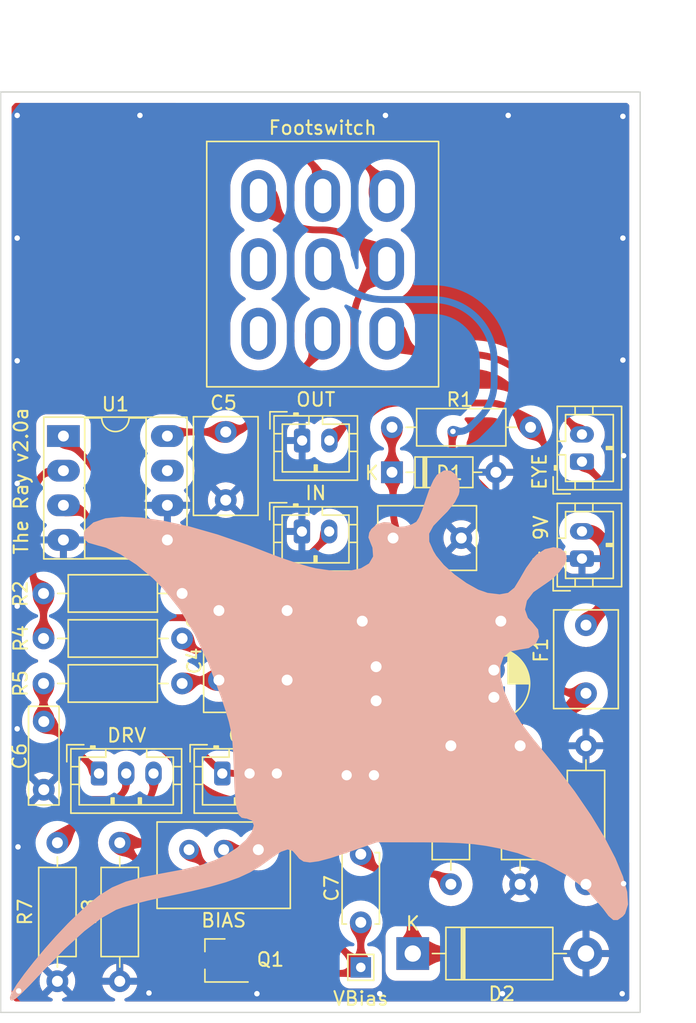
<source format=kicad_pcb>
(kicad_pcb (version 20211014) (generator pcbnew)
  (layers (0 "F.Cu" signal) (31 "B.Cu" signal) (34 "B.Paste" user) (35 "F.Paste" user) (36 "B.SilkS" user "B.Silkscreen") (37 "F.SilkS" user "F.Silkscreen") (38 "B.Mask" user) (39 "F.Mask" user) (44 "Edge.Cuts" user))
  (net 0 "")
  (net 1 "GND")
  (net 2 "Net-(C3-Pad1)")
  (net 3 "+9V")
  (net 4 "Net-(DRV1-Pad2)")
  (net 5 "Net-(C1-Pad2)")
  (net 6 "Net-(BIAS1-Pad3)")
  (net 7 "Net-(BOOST1-Pad2)")
  (net 8 "Net-(C6-Pad1)")
  (net 9 "Net-(C7-Pad2)")
  (net 10 "Net-(EYES1-Pad1)")
  (net 11 "Net-(EYES1-Pad2)")
  (net 12 "Net-(F1-Pad1)")
  (net 13 "Net-(C4-Pad1)")
  (net 14 "Net-(GAIN1-Pad3)")
  (net 15 "Net-(IN1-Pad2)")
  (net 16 "Net-(OUT1-Pad2)")
  (net 17 "FXIn")
  (net 18 "FXOut")
  (net 20 "Net-(C2-Pad2)")
  (net 21 "Net-(R2-Pad2)")
  (net 22 "Net-(C4-Pad2)")
  (net 23 "Net-(BOOST1-Pad1)")
  (net 24 "Net-(DRV1-Pad3)")
  (footprint "Capacitor_THT:C_Disc_D5.0mm_W2.5mm_P5.00mm" (layer "F.Cu") (at 124.192 95.199237 90)
    (fp_text reference "C7")
    (fp_text value "47n")
  )
  (footprint "Resistor_THT:R_Axial_DIN0207_L6.3mm_D2.5mm_P10.16mm_Horizontal" (layer "F.Cu") (at 134.46 73.101237 180)
    (fp_text reference "R3")
    (fp_text value "10k")
  )
  (footprint "Logos:Dohle_ray_45x39" (layer "F.Cu") (at 121.017 81.483237)
    (fp_text reference "G***" hide)
    (fp_text value "LOGO" hide)
  )
  (footprint "Resistor_THT:R_Axial_DIN0207_L6.3mm_D2.5mm_P10.16mm_Horizontal" (layer "F.Cu") (at 111.092 71.069237 180)
    (fp_text reference "R2")
    (fp_text value "10k")
  )
  (footprint "Resistor_THT:R_Axial_DIN0207_L6.3mm_D2.5mm_P10.16mm_Horizontal" (layer "F.Cu") (at 130.796 82.245237 -90)
    (fp_text reference "R9")
    (fp_text value "100k")
  )
  (footprint "Connector_JST:JST_PH_B2B-PH-K_1x02_P2.00mm_Vertical" (layer "F.Cu") (at 119.874 66.523237)
    (fp_text reference "IN1" hide)
    (fp_text value "In")
  )
  (footprint "Resistor_THT:R_Axial_DIN0207_L6.3mm_D2.5mm_P10.16mm_Horizontal" (layer "F.Cu") (at 100.932 74.371237)
    (fp_text reference "R4")
    (fp_text value "47k")
  )
  (footprint "Capacitor_THT:CP_Radial_D5.0mm_P2.50mm" (layer "F.Cu") (at 125.316 78.943237 90)
    (fp_text reference "C8")
    (fp_text value "22u")
  )
  (footprint "Resistor_THT:R_Axial_DIN0207_L6.3mm_D2.5mm_P10.16mm_Horizontal" (layer "F.Cu") (at 111.092 77.673237 180)
    (fp_text reference "R5")
    (fp_text value "24k")
  )
  (footprint "Capacitor_THT:C_Rect_L7.0mm_W4.5mm_P5.00mm" (layer "F.Cu") (at 118.79 77.423237 180)
    (fp_text reference "C4")
    (fp_text value "220n")
  )
  (footprint "Connector_JST:JST_PH_B3B-PH-K_1x03_P2.00mm_Vertical" (layer "F.Cu") (at 114.0384 84.277237)
    (fp_text reference "GAIN1" hide)
    (fp_text value "500k Log")
  )
  (footprint "Capacitor_THT:C_Rect_L7.0mm_W4.5mm_P5.00mm" (layer "F.Cu") (at 118.79 72.323237 180)
    (fp_text reference "C2")
    (fp_text value "220n")
  )
  (footprint "Resistor_THT:R_Axial_DIN0207_L6.3mm_D2.5mm_P10.16mm_Horizontal" (layer "F.Cu") (at 140.702 92.405237 90)
    (fp_text reference "R6")
    (fp_text value "470")
  )
  (footprint "Potentiometer_THT:Potentiometer_Bourns_3299W_Vertical" (layer "F.Cu") (at 116.68 89.865237)
    (fp_text reference "BIAS1" hide)
    (fp_text value "50k")
  )
  (footprint "Connector_JST:JST_PH_B2B-PH-K_1x02_P2.00mm_Vertical" (layer "F.Cu") (at 140.406 61.401237 90)
    (fp_text reference "EYES1" hide)
    (fp_text value "15mA")
  )
  (footprint "Capacitor_THT:C_Rect_L7.0mm_W4.5mm_P5.00mm" (layer "F.Cu") (at 114.29 64.223237 90)
    (fp_text reference "C5")
    (fp_text value "100n")
  )
  (footprint "Capacitor_THT:C_Rect_L7.0mm_W2.0mm_P5.00mm" (layer "F.Cu") (at 100.951 80.467237 -90)
    (fp_text reference "C6")
    (fp_text value "220p")
  )
  (footprint "Capacitor_THT:C_Rect_L7.0mm_W4.5mm_P5.00mm" (layer "F.Cu") (at 131.558 67.005237 180)
    (fp_text reference "C1")
    (fp_text value "100n")
  )
  (footprint "TestPoint:TestPoint_THTPad_1.5x1.5mm_Drill0.7mm" (layer "F.Cu") (at 124.192 98.501237)
    (fp_text reference "VBias")
    (fp_text value "VBias")
  )
  (footprint "Capacitor_THT:CP_Radial_D5.0mm_P2.00mm" (layer "F.Cu") (at 133.952 78.689237 90)
    (fp_text reference "C3")
    (fp_text value "47u")
  )
  (footprint "Capacitor_THT:C_Rect_L7.0mm_W4.5mm_P5.00mm" (layer "F.Cu") (at 140.702 73.395237 -90)
    (fp_text reference "F1")
    (fp_text value "<200mA PTC")
  )
  (footprint "Package_DIP:DIP-8_W7.62mm_Socket_LongPads" (layer "F.Cu") (at 102.39 59.523237)
    (fp_text reference "U1")
    (fp_text value "TL082")
  )
  (footprint "Connector_JST:JST_PH_B3B-PH-K_1x03_P2.00mm_Vertical" (layer "F.Cu") (at 104.996 84.277237)
    (fp_text reference "DRV1" hide)
    (fp_text value "500kLog")
  )
  (footprint "Diode_THT:D_DO-15_P12.70mm_Horizontal" (layer "F.Cu") (at 128.002 97.485237)
    (fp_text reference "D2")
    (fp_text value "1n4001")
  )
  (footprint "Connector_JST:JST_PH_B2B-PH-K_1x02_P2.00mm_Vertical" (layer "F.Cu") (at 123.157 84.404237)
    (fp_text reference "BOOST1" hide)
    (fp_text value "BOOST")
  )
  (footprint "Package_TO_SOT_SMD:SOT-23_Handsoldering" (layer "F.Cu") (at 113.524 97.993237 180)
    (fp_text reference "Q1")
    (fp_text value "J201")
  )
  (footprint "Resistor_THT:R_Axial_DIN0207_L6.3mm_D2.5mm_P10.16mm_Horizontal" (layer "F.Cu") (at 106.52 89.357237 -90)
    (fp_text reference "R8")
    (fp_text value "1k")
  )
  (footprint "Connector_JST:JST_PH_B2B-PH-K_1x02_P2.00mm_Vertical" (layer "F.Cu") (at 140.406 68.513237 90)
    (fp_text reference "PWR1" hide)
    (fp_text value "9V")
  )
  (footprint "Resistor_THT:R_Axial_DIN0207_L6.3mm_D2.5mm_P10.16mm_Horizontal" (layer "F.Cu") (at 135.876 92.405237 90)
    (fp_text reference "R10")
    (fp_text value "10k")
  )
  (footprint "Resistor_THT:R_Axial_DIN0207_L6.3mm_D2.5mm_P10.16mm_Horizontal" (layer "F.Cu") (at 101.948 99.517237 90)
    (fp_text reference "R7")
    (fp_text value "24k")
  )
  (footprint "Connector_JST:JST_PH_B2B-PH-K_1x02_P2.00mm_Vertical" (layer "F.Cu") (at 119.89 59.851237)
    (fp_text reference "OUT1" hide)
    (fp_text value "Out")
  )
  (footprint "Diode_THT:D_DO-35_SOD27_P7.62mm_Horizontal" (layer "F.Cu") (at 126.478 62.179237)
    (fp_text reference "D1")
    (fp_text value "BZX55C4V7")
  )
  (footprint "Resistor_THT:R_Axial_DIN0207_L6.3mm_D2.5mm_P10.16mm_Horizontal" (layer "F.Cu") (at 126.478 58.877237)
    (fp_text reference "R1")
    (fp_text value "1k")
  )
  (footprint "footprints:3pdt_footswitch" (layer "F.Cu") (at 122.0972 46.911817)
    (fp_text reference "SW1" hide)
    (fp_text value "Footswitch")
  )
  (gr_rect (start 97.79 34.281237) (end 144.6752 101.803237) (layer "Edge.Cuts") (width 0.1) (fill none))
  (gr_text "The Ray v2.0a\n" (at 99.29 62.823237 90) (layer "F.SilkS") (effects (font (size 1 1))))
  (via (at 143.4084 45) (size 0.8) (drill 0.4) (layers "F.Cu" "B.Cu") (net 0))
  (via (at 116.5776 100.4316) (size 0.8) (drill 0.4) (layers "F.Cu" "B.Cu") (net 0))
  (via (at 143.3576 100.4316) (size 0.8) (drill 0.4) (layers "F.Cu" "B.Cu") (net 0))
  (via (at 143.4592 92.3544) (size 0.8) (drill 0.4) (layers "F.Cu" "B.Cu") (net 0))
  (via (at 143.4084 53.9496) (size 0.8) (drill 0.4) (layers "F.Cu" "B.Cu") (net 0))
  (via (at 134.5776 100.4316) (size 0.8) (drill 0.4) (layers "F.Cu" "B.Cu") (net 0))
  (via (at 143.4592 60.96) (size 0.8) (drill 0.4) (layers "F.Cu" "B.Cu") (net 0))
  (via (at 125.5776 100.4316) (size 0.8) (drill 0.4) (layers "F.Cu" "B.Cu") (net 0))
  (via (at 143.4084 36.068) (size 0.8) (drill 0.4) (layers "F.Cu" "B.Cu") (net 0))
  (via (at 108.6612 100.3808) (size 0.8) (drill 0.4) (layers "F.Cu" "B.Cu") (net 1))
  (via (at 99 81) (size 0.8) (drill 0.4) (layers "F.Cu" "B.Cu") (net 1))
  (via (at 135 36) (size 0.8) (drill 0.4) (layers "F.Cu" "B.Cu") (net 1))
  (via (at 126 36) (size 0.8) (drill 0.4) (layers "F.Cu" "B.Cu") (net 1))
  (via (at 99 45) (size 0.8) (drill 0.4) (layers "F.Cu" "B.Cu") (net 1))
  (via (at 99 63) (size 0.8) (drill 0.4) (layers "F.Cu" "B.Cu") (net 1))
  (via (at 108 36) (size 0.8) (drill 0.4) (layers "F.Cu" "B.Cu") (net 1))
  (via (at 99 36) (size 0.8) (drill 0.4) (layers "F.Cu" "B.Cu") (net 1))
  (via (at 99 54) (size 0.8) (drill 0.4) (layers "F.Cu" "B.Cu") (net 1))
  (via (at 99.06 89.662) (size 0.8) (drill 0.4) (layers "F.Cu" "B.Cu") (net 1))
  (via (at 99 72) (size 0.8) (drill 0.4) (layers "F.Cu" "B.Cu") (net 1))
  (via (at 99.1108 100.2284) (size 0.8) (drill 0.4) (layers "F.Cu" "B.Cu") (net 1))
  (segment (start 125.56228 73.101237) (end 125.597436 73.101237) (width 0.5) (layer "F.Cu") (net 2))
  (segment (start 124.198935 73.101237) (end 124.18931 73.101237) (width 0.5) (layer "F.Cu") (net 2))
  (segment (start 125.060374 73.101237) (end 125.050749 73.101237) (width 0.5) (layer "F.Cu") (net 2))
  (segment (start 124.009744 73.101237) (end 124.006736 73.101237) (width 0.5) (layer "F.Cu") (net 2))
  (segment (start 124.556265 73.101237) (end 124.553859 73.101237) (width 0.5) (layer "F.Cu") (net 2))
  (segment (start 124.075014 73.101237) (end 124.062983 73.101237) (width 0.5) (layer "F.Cu") (net 2))
  (segment (start 125.459423 73.101237) (end 125.442869 73.101237) (width 0.5) (layer "F.Cu") (net 2))
  (segment (start 125.286751 73.101237) (end 125.260188 73.101237) (width 0.5) (layer "F.Cu") (net 2))
  (segment (start 126.178034 73.101237) (end 126.17078 73.101237) (width 0.5) (layer "F.Cu") (net 2))
  (segment (start 124.741546 73.101237) (end 124.73914 73.101237) (width 0.5) (layer "F.Cu") (net 2))
  (segment (start 123.992901 73.101237) (end 123.9923 73.101237) (width 0.5) (layer "F.Cu") (net 2))
  (segment (start 124.660935 73.101237) (end 124.65131 73.101237) (width 0.5) (layer "F.Cu") (net 2))
  (segment (start 124.330377 73.101237) (end 124.32406 73.101237) (width 0.5) (layer "F.Cu") (net 2))
  (segment (start 124.24706 73.101237) (end 124.237435 73.101237) (width 0.5) (layer "F.Cu") (net 2))
  (segment (start 124.370082 73.101237) (end 124.358652 73.101237) (width 0.5) (layer "F.Cu") (net 2))
  (segment (start 125.668436 73.101237) (end 125.597436 73.101237) (width 0.5) (layer "F.Cu") (net 2))
  (segment (start 124.731016 73.101237) (end 124.731919 73.101237) (width 0.5) (layer "F.Cu") (net 2))
  (segment (start 124.17758 73.101237) (end 124.176979 73.101237) (width 0.5) (layer "F.Cu") (net 2))
  (segment (start 125.957264 73.101237) (end 125.946858 73.101237) (width 0.5) (layer "F.Cu") (net 2))
  (segment (start 125.498689 73.101237) (end 125.560904 73.101237) (width 0.5) (layer "F.Cu") (net 2))
  (segment (start 124.178181 73.101237) (end 124.17758 73.101237) (width 0.5) (layer "F.Cu") (net 2))
  (segment (start 125.479056 73.101237) (end 125.459423 73.101237) (width 0.5) (layer "F.Cu") (net 2))
  (segment (start 125.110906 73.101237) (end 125.106094 73.101237) (width 0.5) (layer "F.Cu") (net 2))
  (segment (start 124.01606 73.101237) (end 124.012752 73.101237) (width 0.5) (layer "F.Cu") (net 2))
  (segment (start 124.268717 73.101237) (end 124.263904 73.101237) (width 0.5) (layer "F.Cu") (net 2))
  (segment (start 124.03501 73.101237) (end 124.032002 73.101237) (width 0.5) (layer "F.Cu") (net 2))
  (segment (start 125.127749 73.101237) (end 125.115718 73.101237) (width 0.5) (layer "F.Cu") (net 2))
  (segment (start 124.218185 73.101237) (end 124.20856 73.101237) (width 0.5) (layer "F.Cu") (net 2))
  (segment (start 124.159233 73.101237) (end 124.156827 73.101237) (width 0.5) (layer "F.Cu") (net 2))
  (segment (start 124.748765 73.101237) (end 124.746359 73.101237) (width 0.5) (layer "F.Cu") (net 2))
  (segment (start 124.632061 73.101237) (end 124.63928 73.101237) (width 0.5) (layer "F.Cu") (net 2))
  (segment (start 124.718685 73.101237) (end 124.70906 73.101237) (width 0.5) (layer "F.Cu") (net 2))
  (segment (start 126.020763 73.101237) (end 125.98381 73.101237) (width 0.5) (layer "F.Cu") (net 2))
  (segment (start 124.794183 73.101237) (end 124.78155 73.101237) (width 0.5) (layer "F.Cu") (net 2))
  (segment (start 124.553859 73.101237) (end 124.549347 73.101237) (width 0.5) (layer "F.Cu") (net 2))
  (segment (start 124.062983 73.101237) (end 124.058171 73.101237) (width 0.5) (layer "F.Cu") (net 2))
  (segment (start 124.680185 73.101237) (end 124.67056 73.101237) (width 0.5) (layer "F.Cu") (net 2))
  (segment (start 124.182994 73.101237) (end 124.179986 73.101237) (width 0.5) (layer "F.Cu") (net 2))
  (segment (start 125.97197 73.101237) (end 125.958697 73.101237) (width 0.5) (layer "F.Cu") (net 2))
  (segment (start 124.81975 73.101237) (end 124.806816 73.101237) (width 0.5) (layer "F.Cu") (net 2))
  (segment (start 102.8825 64.603237) (end 102.412517 64.603237) (width 0.5) (layer "F.Cu") (net 2))
  (segment (start 124.081331 73.101237) (end 124.080729 73.101237) (width 0.5) (layer "F.Cu") (net 2))
  (segment (start 124.043734 73.101237) (end 124.041326 73.101237) (width 0.5) (layer "F.Cu") (net 2))
  (segment (start 125.398987 73.101237) (end 125.401109 73.101237) (width 0.5) (layer "F.Cu") (net 2))
  (segment (start 124.397754 73.101237) (end 124.381511 73.101237) (width 0.5) (layer "F.Cu") (net 2))
  (segment (start 125.050749 73.101237) (end 125.041124 73.101237) (width 0.5) (layer "F.Cu") (net 2))
  (segment (start 124.12675 73.101237) (end 124.113516 73.101237) (width 0.5) (layer "F.Cu") (net 2))
  (segment (start 124.134268 73.101237) (end 124.133667 73.101237) (width 0.5) (layer "F.Cu") (net 2))
  (segment (start 124.549347 73.101237) (end 124.537917 73.101237) (width 0.5) (layer "F.Cu") (net 2))
  (segment (start 125.840564 73.101237) (end 125.811681 73.101237) (width 0.5) (layer "F.Cu") (net 2))
  (segment (start 124.053359 73.101237) (end 124.048546 73.101237) (width 0.5) (layer "F.Cu") (net 2))
  (segment (start 124.526487 73.101237) (end 124.510245 73.101237) (width 0.5) (layer "F.Cu") (net 2))
  (segment (start 125.156624 73.101237) (end 125.127749 73.101237) (width 0.5) (layer "F.Cu") (net 2))
  (segment (start 125.946858 73.101237) (end 125.936452 73.101237) (width 0.5) (layer "F.Cu") (net 2))
  (segment (start 125.936452 73.101237) (end 125.926046 73.101237) (width 0.5) (layer "F.Cu") (net 2))
  (segment (start 125.060374 73.101237) (end 125.06278 73.101237) (width 0.5) (layer "F.Cu") (net 2))
  (segment (start 125.869447 73.101237) (end 125.840564 73.101237) (width 0.5) (layer "F.Cu") (net 2))
  (segment (start 124.003729 73.101237) (end 124.002827 73.101237) (width 0.5) (layer "F.Cu") (net 2))
  (segment (start 126.191174 73.101237) (end 126.184604 73.101237) (width 0.5) (layer "F.Cu") (net 2))
  (segment (start 124.025685 73.101237) (end 124.01606 73.101237) (width 0.5) (layer "F.Cu") (net 2))
  (segment (start 124.558671 73.101237) (end 124.556265 73.101237) (width 0.5) (layer "F.Cu") (net 2))
  (segment (start 124.152014 73.101237) (end 124.139983 73.101237) (width 0.5) (layer "F.Cu") (net 2))
  (segment (start 125.01225 73.101237) (end 124.97375 73.101237) (width 0.5) (layer "F.Cu") (net 2))
  (segment (start 125.159609 73.101237) (end 125.156624 73.101237) (width 0.5) (layer "F.Cu") (net 2))
  (segment (start 124.186002 73.101237) (end 124.182994 73.101237) (width 0.5) (layer "F.Cu") (net 2))
  (segment (start 124.036814 73.101237) (end 124.03501 73.101237) (width 0.5) (layer "F.Cu") (net 2))
  (segment (start 124.381511 73.101237) (end 124.370082 73.101237) (width 0.5) (layer "F.Cu") (net 2))
  (segment (start 124.699435 73.101237) (end 124.68981 73.101237) (width 0.5) (layer "F.Cu") (net 2))
  (segment (start 105.846792 78.632029) (end 111.930207 84.715444) (width 0.5) (layer "F.Cu") (net 2))
  (segment (start 124.295186 73.101237) (end 124.301201 73.101237) (width 0.5) (layer "F.Cu") (net 2))
  (segment (start 124.413997 73.101237) (end 124.397754 73.101237) (width 0.5) (layer "F.Cu") (net 2))
  (segment (start 124.012752 73.101237) (end 124.009744 73.101237) (width 0.5) (layer "F.Cu") (net 2))
  (segment (start 125.729529 73.101237) (end 125.811681 73.101237) (width 0.5) (layer "F.Cu") (net 2))
  (segment (start 124.72801 73.101237) (end 124.725002 73.101237) (width 0.5) (layer "F.Cu") (net 2))
  (segment (start 124.20856 73.101237) (end 124.198935 73.101237) (width 0.5) (layer "F.Cu") (net 2))
  (segment (start 124.176979 73.101237) (end 124.176077 73.101237) (width 0.5) (layer "F.Cu") (net 2))
  (segment (start 124.295186 73.101237) (end 124.275936 73.101237) (width 0.5) (layer "F.Cu") (net 2))
  (segment (start 124.038919 73.101237) (end 124.038016 73.101237) (width 0.5) (layer "F.Cu") (net 2))
  (segment (start 124.351733 73.101237) (end 124.349326 73.101237) (width 0.5) (layer "F.Cu") (net 2))
  (segment (start 124.237435 73.101237) (end 124.22781 73.101237) (width 0.5) (layer "F.Cu") (net 2))
  (segment (start 126.140464 73.101237) (end 126.137862 73.101237) (width 0.5) (layer "F.Cu") (net 2))
  (segment (start 124.73914 73.101237) (end 124.736734 73.101237) (width 0.5) (layer "F.Cu") (net 2))
  (segment (start 126.149702 73.101237) (end 126.140464 73.101237) (width 0.5) (layer "F.Cu") (net 2))
  (segment (start 124.081933 73.101237) (end 124.081331 73.101237) (width 0.5) (layer "F.Cu") (net 2))
  (segment (start 124.101484 73.101237) (end 124.088249 73.101237) (width 0.5) (layer "F.Cu") (net 2))
  (segment (start 125.729529 73.101237) (end 125.712467 73.101237) (width 0.5) (layer "F.Cu") (net 2))
  (segment (start 126.17078 73.101237) (end 126.149702 73.101237) (width 0.5) (layer "F.Cu") (net 2))
  (segment (start 124.93525 73.101237) (end 124.89675 73.101237) (width 0.5) (layer "F.Cu") (net 2))
  (segment (start 133.608197 78.599434) (end 129.457038 74.448275) (width 0.5) (layer "F.Cu") (net 2))
  (segment (start 125.695405 73.101237) (end 125.668436 73.101237) (width 0.5) (layer "F.Cu") (net 2))
  (segment (start 124.038016 73.101237) (end 124.037415 73.101237) (width 0.5) (layer "F.Cu") (net 2))
  (segment (start 124.526487 73.101237) (end 124.537917 73.101237) (width 0.5) (layer "F.Cu") (net 2))
  (segment (start 124.139983 73.101237) (end 124.134268 73.101237) (width 0.5) (layer "F.Cu") (net 2))
  (segment (start 126.084682 73.101237) (end 126.083315 73.101237) (width 0.5) (layer "F.Cu") (net 2))
  (segment (start 124.002827 73.101237) (end 124.000421 73.101237) (width 0.5) (layer "F.Cu") (net 2))
  (segment (start 125.56228 73.101237) (end 125.561592 73.101237) (width 0.5) (layer "F.Cu") (net 2))
  (segment (start 125.358558 73.101237) (end 125.342004 73.101237) (width 0.5) (layer "F.Cu") (net 2))
  (segment (start 124.644092 73.101237) (end 124.63928 73.101237) (width 0.5) (layer "F.Cu") (net 2))
  (segment (start 125.106094 73.101237) (end 125.098875 73.101237) (width 0.5) (layer "F.Cu") (net 2))
  (segment (start 123.994105 73.101237) (end 123.993503 73.101237) (width 0.5) (layer "F.Cu") (net 2))
  (segment (start 125.498689 73.101237) (end 125.479056 73.101237) (width 0.5) (layer "F.Cu") (net 2))
  (segment (start 124.00433 73.101237) (end 124.003729 73.101237) (width 0.5) (layer "F.Cu") (net 2))
  (segment (start 124.344512 73.101237) (end 124.340603 73.101237) (width 0.5) (layer "F.Cu") (net 2))
  (segment (start 125.01225 73.101237) (end 125.024281 73.101237) (width 0.5) (layer "F.Cu") (net 2))
  (segment (start 125.97197 73.101237) (end 125.98381 73.101237) (width 0.5) (layer "F.Cu") (net 2))
  (segment (start 124.256685 73.101237) (end 124.259091 73.101237) (width 0.5) (layer "F.Cu") (net 2))
  (segment (start 124.04614 73.101237) (end 124.043734 73.101237) (width 0.5) (layer "F.Cu") (net 2))
  (segment (start 124.774331 73.101237) (end 124.773729 73.101237) (width 0.5) (layer "F.Cu") (net 2))
  (segment (start 125.425733 73.101237) (end 125.419577 73.101237) (width 0.5) (layer "F.Cu") (net 2))
  (segment (start 124.736734 73.101237) (end 124.734326 73.101237) (width 0.5) (layer "F.Cu") (net 2))
  (segment (start 125.194453 73.101237) (end 125.159609 73.101237) (width 0.5) (layer "F.Cu") (net 2))
  (segment (start 124.413997 73.101237) (end 124.429938 73.101237) (width 0.5) (layer "F.Cu") (net 2))
  (segment (start 123.994707 73.101237) (end 123.994105 73.101237) (width 0.5) (layer "F.Cu") (net 2))
  (segment (start 125.926046 73.101237) (end 125.91564 73.101237) (width 0.5) (layer "F.Cu") (net 2))
  (segment (start 125.419577 73.101237) (end 125.413421 73.101237) (width 0.5) (layer "F.Cu") (net 2))
  (segment (start 126.12342 73.101237) (end 126.097139 73.101237) (width 0.5) (layer "F.Cu") (net 2))
  (segment (start 126.097139 73.101237) (end 126.084682 73.101237) (width 0.5) (layer "F.Cu") (net 2))
  (segment (start 124.055765 73.101237) (end 124.053359 73.101237) (width 0.5) (layer "F.Cu") (net 2))
  (segment (start 124.168858 73.101237) (end 124.166451 73.101237) (width 0.5) (layer "F.Cu") (net 2))
  (segment (start 125.041124 73.101237) (end 125.038718 73.101237) (width 0.5) (layer "F.Cu") (net 2))
  (segment (start 124.583935 73.101237) (end 124.577619 73.101237) (width 0.5) (layer "F.Cu") (net 2))
  (segment (start 124.041326 73.101237) (end 124.038919 73.101237) (width 0.5) (layer "F.Cu") (net 2))
  (segment (start 104.253 74.784273) (end 104.253 66.102076) (width 0.5) (layer "F.Cu") (net 2))
  (segment (start 124.32406 73.101237) (end 124.301201 73.101237) (width 0.5) (layer "F.Cu") (net 2))
  (segment (start 124.166451 73.101237) (end 124.161639 73.101237) (width 0.5) (layer "F.Cu") (net 2))
  (segment (start 124.78155 73.101237) (end 124.774933 73.101237) (width 0.5) (layer "F.Cu") (net 2))
  (segment (start 124.171265 73.101237) (end 124.168858 73.101237) (width 0.5) (layer "F.Cu") (net 2))
  (segment (start 125.398987 73.101237) (end 125.388588 73.101237) (width 0.5) (layer "F.Cu") (net 2))
  (segment (start 125.289063 73.101237) (end 125.286751 73.101237) (width 0.5) (layer "F.Cu") (net 2))
  (segment (start 124.075014 73.101237) (end 124.080729 73.101237) (width 0.5) (layer "F.Cu") (net 2))
  (segment (start 124.632061 73.101237) (end 124.612811 73.101237) (width 0.5) (layer "F.Cu") (net 2))
  (segment (start 125.038718 73.101237) (end 125.024281 73.101237) (width 0.5) (layer "F.Cu") (net 2))
  (segment (start 124.35414 73.101237) (end 124.358652 73.101237) (width 0.5) (layer "F.Cu") (net 2))
  (segment (start 124.494003 73.101237) (end 124.478062 73.101237) (width 0.5) (layer "F.Cu") (net 2))
  (segment (start 126.083315 73.101237) (end 126.081948 73.101237) (width 0.5) (layer "F.Cu") (net 2))
  (segment (start 124.032002 73.101237) (end 124.028994 73.101237) (width 0.5) (layer "F.Cu") (net 2))
  (segment (start 124.349326 73.101237) (end 124.346919 73.101237) (width 0.5) (layer "F.Cu") (net 2))
  (segment (start 124.35414 73.101237) (end 124.351733 73.101237) (width 0.5) (layer "F.Cu") (net 2))
  (segment (start 124.152014 73.101237) (end 124.156827 73.101237) (width 0.5) (layer "F.Cu") (net 2))
  (segment (start 124.037415 73.101237) (end 124.036814 73.101237) (width 0.5) (layer "F.Cu") (net 2))
  (segment (start 126.202148 73.101237) (end 126.196444 73.101237) (width 0.5) (layer "F.Cu") (net 2))
  (segment (start 125.098875 73.101237) (end 125.079625 73.101237) (width 0.5) (layer "F.Cu") (net 2))
  (segment (start 124.178181 73.101237) (end 124.179986 73.101237) (width 0.5) (layer "F.Cu") (net 2))
  (segment (start 126.020763 73.101237) (end 126.039108 73.101237) (width 0.5) (layer "F.Cu") (net 2))
  (segment (start 124.68981 73.101237) (end 124.680185 73.101237) (width 0.5) (layer "F.Cu") (net 2))
  (segment (start 124.561077 73.101237) (end 124.558671 73.101237) (width 0.5) (layer "F.Cu") (net 2))
  (segment (start 125.869447 73.101237) (end 125.893127 73.101237) (width 0.5) (layer "F.Cu") (net 2))
  (segment (start 124.606794 73.101237) (end 124.583935 73.101237) (width 0.5) (layer "F.Cu") (net 2))
  (segment (start 125.911604 73.101237) (end 125.893127 73.101237) (width 0.5) (layer "F.Cu") (net 2))
  (segment (start 124.025685 73.101237) (end 124.028994 73.101237) (width 0.5) (layer "F.Cu") (net 2))
  (segment (start 124.12675 73.101237) (end 124.133066 73.101237) (width 0.5) (layer "F.Cu") (net 2))
  (segment (start 126.081948 73.101237) (end 126.068124 73.101237) (width 0.5) (layer "F.Cu") (net 2))
  (segment (start 124.133667 73.101237) (end 124.133066 73.101237) (width 0.5) (layer "F.Cu") (net 2))
  (segment (start 123.466211 73.319025) (end 123.303 73.482237) (width 0.5) (layer "F.Cu") (net 2))
  (segment (start 124.510245 73.101237) (end 124.494003 73.101237) (width 0.5) (layer "F.Cu") (net 2))
  (segment (start 124.563483 73.101237) (end 124.561077 73.101237) (width 0.5) (layer "F.Cu") (net 2))
  (segment (start 123.998015 73.101237) (end 123.995609 73.101237) (width 0.5) (layer "F.Cu") (net 2))
  (segment (start 124.746359 73.101237) (end 124.741546 73.101237) (width 0.5) (layer "F.Cu") (net 2))
  (segment (start 125.388588 73.101237) (end 125.375112 73.101237) (width 0.5) (layer "F.Cu") (net 2))
  (segment (start 124.173671 73.101237) (end 124.171265 73.101237) (width 0.5) (layer "F.Cu") (net 2))
  (segment (start 124.67056 73.101237) (end 124.660935 73.101237) (width 0.5) (layer "F.Cu") (net 2))
  (segment (start 124.725002 73.101237) (end 124.721994 73.101237) (width 0.5) (layer "F.Cu") (net 2))
  (segment (start 124.004931 73.101237) (end 124.00433 73.101237) (width 0.5) (layer "F.Cu") (net 2))
  (segment (start 124.774933 73.101237) (end 124.774331 73.101237) (width 0.5) (layer "F.Cu") (net 2))
  (segment (start 124.058171 73.101237) (end 124.055765 73.101237) (width 0.5) (layer "F.Cu") (net 2))
  (segment (start 117.929159 86.309237) (end 115.777963 86.309237) (width 0.5) (layer "F.Cu") (net 2))
  (segment (start 125.958697 73.101237) (end 125.957264 73.101237) (width 0.5) (layer "F.Cu") (net 2))
  (segment (start 121.398 82.840396) (end 121.398 81.925867) (width 0.5) (layer "F.Cu") (net 2))
  (segment (start 125.194453 73.101237) (end 125.20475 73.101237) (width 0.5) (layer "F.Cu") (net 2))
  (segment (start 125.91564 73.101237) (end 125.911604 73.101237) (width 0.5) (layer "F.Cu") (net 2))
  (segment (start 103.72325 64.951487) (end 103.814 65.042237) (width 0.5) (layer "F.Cu") (net 2))
  (segment (start 125.429393 73.101237) (end 125.425733 73.101237) (width 0.5) (layer "F.Cu") (net 2))
  (segment (start 125.072406 73.101237) (end 125.067593 73.101237) (width 0.5) (layer "F.Cu") (net 2))
  (segment (start 125.260188 73.101237) (end 125.20475 73.101237) (width 0.5) (layer "F.Cu") (net 2))
  (segment (start 124.648904 73.101237) (end 124.644092 73.101237) (width 0.5) (layer "F.Cu") (net 2))
  (segment (start 124.89675 73.101237) (end 124.85825 73.101237) (width 0.5) (layer "F.Cu") (net 2))
  (segment (start 124.806816 73.101237) (end 124.794183 73.101237) (width 0.5) (layer "F.Cu") (net 2))
  (segment (start 124.718685 73.101237) (end 124.721994 73.101237) (width 0.5) (layer "F.Cu") (net 2))
  (segment (start 124.006736 73.101237) (end 124.004931 73.101237) (width 0.5) (layer "F.Cu") (net 2))
  (segment (start 124.081933 73.101237) (end 124.088249 73.101237) (width 0.5) (layer "F.Cu") (net 2))
  (segment (start 123.992901 73.101237) (end 123.993503 73.101237) (width 0.5) (layer "F.Cu") (net 2))
  (segment (start 125.442869 73.101237) (end 125.429393 73.101237) (width 0.5) (layer "F.Cu") (net 2))
  (segment (start 125.072406 73.101237) (end 125.079625 73.101237) (width 0.5) (layer "F.Cu") (net 2))
  (segment (start 123.9923 73.101237) (end 123.992 73.101237) (width 0.5) (layer "F.Cu") (net 2))
  (segment (start 124.000421 73.101237) (end 123.998015 73.101237) (width 0.5) (layer "F.Cu") (net 2))
  (segment (start 124.612811 73.101237) (end 124.606794 73.101237) (width 0.5) (layer "F.Cu") (net 2))
  (segment (start 124.048546 73.101237) (end 124.04614 73.101237) (width 0.5) (layer "F.Cu") (net 2))
  (segment (start 124.256685 73.101237) (end 124.24706 73.101237) (width 0.5) (layer "F.Cu") (net 2))
  (segment (start 123.995609 73.101237) (end 123.994707 73.101237) (width 0.5) (layer "F.Cu") (net 2))
  (segment (start 124.734326 73.101237) (end 124.731919 73.101237) (width 0.5) (layer "F.Cu") (net 2))
  (segment (start 124.113516 73.101237) (end 124.101484 73.101237) (width 0.5) (layer "F.Cu") (net 2))
  (segment (start 125.712467 73.101237) (end 125.695405 73.101237) (width 0.5) (layer "F.Cu") (net 2))
  (segment (start 124.22781 73.101237) (end 124.218185 73.101237) (width 0.5) (layer "F.Cu") (net 2))
  (segment (start 124.70906 73.101237) (end 124.699435 73.101237) (width 0.5) (layer "F.Cu") (net 2))
  (segment (start 125.407265 73.101237) (end 125.401109 73.101237) (width 0.5) (layer "F.Cu") (net 2))
  (segment (start 124.263904 73.101237) (end 124.259091 73.101237) (width 0.5) (layer "F.Cu") (net 2))
  (segment (start 124.85825 73.101237) (end 124.81975 73.101237) (width 0.5) (layer "F.Cu") (net 2))
  (segment (start 122.922 78.246606) (end 122.922 74.402052) (width 0.5) (layer "F.Cu") (net 2))
  (segment (start 125.375112 73.101237) (end 125.358558 73.101237) (width 0.5) (layer "F.Cu") (net 2))
  (segment (start 125.115718 73.101237) (end 125.110906 73.101237) (width 0.5) (layer "F.Cu") (net 2))
  (segment (start 124.768014 73.101237) (end 124.755983 73.101237) (width 0.5) (layer "F.Cu") (net 2))
  (segment (start 124.176077 73.101237) (end 124.173671 73.101237) (width 0.5) (layer "F.Cu") (net 2))
  (segment (start 124.731016 73.101237) (end 124.730415 73.101237) (width 0.5) (layer "F.Cu") (net 2))
  (segment (start 124.577619 73.101237) (end 124.567393 73.101237) (width 0.5) (layer "F.Cu") (net 2))
  (segment (start 124.97375 73.101237) (end 124.93525 73.101237) (width 0.5) (layer "F.Cu") (net 2))
  (segment (start 126.202148 73.101237) (end 126.205 73.101237) (width 0.5) (layer "F.Cu") (net 2))
  (segment (start 125.291375 73.101237) (end 125.289063 73.101237) (width 0.5) (layer "F.Cu") (net 2))
  (segment (start 124.563483 73.101237) (end 124.567393 73.101237) (width 0.5) (layer "F.Cu") (net 2))
  (segment (start 125.413421 73.101237) (end 125.407265 73.101237) (width 0.5) (layer "F.Cu") (net 2))
  (segment (start 126.184604 73.101237) (end 126.178034 73.101237) (width 0.5) (layer "F.Cu") (net 2))
  (segment (start 124.755983 73.101237) (end 124.751171 73.101237) (width 0.5) (layer "F.Cu") (net 2))
  (segment (start 125.067593 73.101237) (end 125.06278 73.101237) (width 0.5) (layer "F.Cu") (net 2))
  (segment (start 126.068124 73.101237) (end 126.039108 73.101237) (width 0.5) (layer "F.Cu") (net 2))
  (segment (start 124.751171 73.101237) (end 124.748765 73.101237) (width 0.5) (layer "F.Cu") (net 2))
  (segment (start 126.137862 73.101237) (end 126.13526 73.101237) (width 0.5) (layer "F.Cu") (net 2))
  (segment (start 124.161639 73.101237) (end 124.159233 73.101237) (width 0.5) (layer "F.Cu") (net 2))
  (segment (start 124.730415 73.101237) (end 124.729814 73.101237) (width 0.5) (layer "F.Cu") (net 2))
  (segment (start 124.648904 73.101237) (end 124.65131 73.101237) (width 0.5) (layer "F.Cu") (net 2))
  (segment (start 124.186002 73.101237) (end 124.18931 73.101237) (width 0.5) (layer "F.Cu") (net 2))
  (segment (start 124.340603 73.101237) (end 124.330377 73.101237) (width 0.5) (layer "F.Cu") (net 2))
  (segment (start 124.773729 73.101237) (end 124.768014 73.101237) (width 0.5) (layer "F.Cu") (net 2))
  (segment (start 124.72801 73.101237) (end 124.729814 73.101237) (width 0.5) (layer "F.Cu") (net 2))
  (segment (start 133.825 78.689237) (end 133.952 78.689237) (width 0.5) (layer "F.Cu") (net 2))
  (segment (start 126.13526 73.101237) (end 126.12342 73.101237) (width 0.5) (layer "F.Cu") (net 2))
  (segment (start 124.275936 73.101237) (end 124.268717 73.101237) (width 0.5) (layer "F.Cu") (net 2))
  (segment (start 125.561592 73.101237) (end 125.560904 73.101237) (width 0.5) (layer "F.Cu") (net 2))
  (segment (start 124.478062 73.101237) (end 124.429938 73.101237) (width 0.5) (layer "F.Cu") (net 2))
  (segment (start 124.346919 73.101237) (end 124.344512 73.101237) (width 0.5) (layer "F.Cu") (net 2))
  (segment (start 125.342004 73.101237) (end 125.291375 73.101237) (width 0.5) (layer "F.Cu") (net 2))
  (segment (start 126.191174 73.101237) (end 126.196444 73.101237) (width 0.5) (layer "F.Cu") (net 2))
  (arc (start 122.922 78.246606) (mid 122.723962 79.242207) (end 122.16 80.086237) (width 0.5) (layer "F.Cu") (net 2))
  (arc (start 129.457038 74.448275) (mid 127.96499 73.45132) (end 126.205 73.101237) (width 0.5) (layer "F.Cu") (net 2))
  (arc (start 121.398 81.925867) (mid 121.596037 80.930266) (end 122.16 80.086237) (width 0.5) (layer "F.Cu") (net 2))
  (arc (start 133.608197 78.599434) (mid 133.707667 78.665897) (end 133.825 78.689237) (width 0.5) (layer "F.Cu") (net 2))
  (arc (start 103.814 65.042237) (mid 104.138907 65.528495) (end 104.253 66.102076) (width 0.5) (layer "F.Cu") (net 2))
  (arc (start 117.929159 86.309237) (mid 119.256626 86.045187) (end 120.382 85.293237) (width 0.5) (layer "F.Cu") (net 2))
  (arc (start 103.72325 64.951487) (mid 103.33751 64.693744) (end 102.8825 64.603237) (width 0.5) (layer "F.Cu") (net 2))
  (arc (start 105.846792 78.632029) (mid 104.667213 76.866663) (end 104.253 74.784273) (width 0.5) (layer "F.Cu") (net 2))
  (arc (start 123.466211 73.319025) (mid 123.707445 73.157838) (end 123.992 73.101237) (width 0.5) (layer "F.Cu") (net 2))
  (arc (start 121.398 82.840396) (mid 121.13395 84.167863) (end 120.382 85.293237) (width 0.5) (layer "F.Cu") (net 2))
  (arc (start 123.303 73.482237) (mid 123.021018 73.904251) (end 122.922 74.402052) (width 0.5) (layer "F.Cu") (net 2))
  (arc (start 111.930207 84.715444) (mid 113.695572 85.895023) (end 115.777963 86.309237) (width 0.5) (layer "F.Cu") (net 2))
  (segment (start 136.448453 58.68769) (end 136.449982 58.689219) (width 0.5) (layer "F.Cu") (net 3))
  (segment (start 127.631349 97.485237) (end 127.627803 97.485237) (width 1) (layer "F.Cu") (net 3))
  (segment (start 128.681225 97.485237) (end 128.674131 97.485237) (width 1) (layer "F.Cu") (net 3))
  (segment (start 136.667044 58.906281) (end 136.668572 58.907809) (width 0.5) (layer "F.Cu") (net 3))
  (segment (start 136.662552 58.901789) (end 136.665037 58.904274) (width 0.5) (layer "F.Cu") (net 3))
  (segment (start 114.665858 89.865237) (end 114.672059 89.865237) (width 0.5) (layer "F.Cu") (net 3))
  (segment (start 115.86591 89.865237) (end 115.862437 89.865237) (width 0.5) (layer "F.Cu") (net 3))
  (segment (start 128.495899 97.485237) (end 128.490578 97.485237) (width 1) (layer "F.Cu") (net 3))
  (segment (start 129.686761 97.485237) (end 129.683215 97.485237) (width 1) (layer "F.Cu") (net 3))
  (segment (start 115.712987 89.865237) (end 115.70877 89.865237) (width 0.5) (layer "F.Cu") (net 3))
  (segment (start 127.648197 97.485237) (end 127.646423 97.485237) (width 1) (layer "F.Cu") (net 3))
  (segment (start 135.75142 57.990657) (end 135.753655 57.992892) (width 0.5) (layer "F.Cu") (net 3))
  (segment (start 114.606324 89.865237) (end 114.586481 89.865237) (width 0.5) (layer "F.Cu") (net 3))
  (segment (start 131.479334 97.485237) (end 131.4704 97.485237) (width 1) (layer "F.Cu") (net 3))
  (segment (start 128.730438 97.485237) (end 128.723344 97.485237) (width 1) (layer "F.Cu") (net 3))
  (segment (start 116.104158 89.865237) (end 116.105894 89.865237) (width 0.5) (layer "F.Cu") (net 3))
  (segment (start 114.390523 89.865237) (end 114.39874 89.865237) (width 0.5) (layer "F.Cu") (net 3))
  (segment (start 136.512272 58.751509) (end 136.515712 58.754949) (width 0.5) (layer "F.Cu") (net 3))
  (segment (start 135.770048 58.009285) (end 135.774145 58.013382) (width 0.5) (layer "F.Cu") (net 3))
  (segment (start 127.568834 97.485237) (end 127.567948 97.485237) (width 1) (layer "F.Cu") (net 3))
  (segment (start 129.034141 97.485237) (end 129.033254 97.485237) (width 1) (layer "F.Cu") (net 3))
  (segment (start 115.5747 89.865237) (end 115.562793 89.865237) (width 0.5) (layer "F.Cu") (net 3))
  (segment (start 128.671471 97.485237) (end 128.669697 97.485237) (width 1) (layer "F.Cu") (net 3))
  (segment (start 128.723344 97.485237) (end 128.718911 97.485237) (width 1) (layer "F.Cu") (net 3))
  (segment (start 129.778981 97.485237) (end 129.7577 97.485237) (width 1) (layer "F.Cu") (net 3))
  (segment (start 137.020529 59.259766) (end 137.020911 59.260148) (width 0.5) (layer "F.Cu") (net 3))
  (segment (start 114.691903 89.865237) (end 114.690662 89.865237) (width 0.5) (layer "F.Cu") (net 3))
  (segment (start 115.707654 89.865237) (end 115.70567 89.865237) (width 0.5) (layer "F.Cu") (net 3))
  (segment (start 114.539973 89.865237) (end 114.542918 89.865237) (width 0.5) (layer "F.Cu") (net 3))
  (segment (start 115.712987 89.865237) (end 115.716088 89.865237) (width 0.5) (layer "F.Cu") (net 3))
  (segment (start 114.277661 89.865237) (end 114.276421 89.865237) (width 0.5) (layer "F.Cu") (net 3))
  (segment (start 129.051875 97.485237) (end 129.034141 97.485237) (width 1) (layer "F.Cu") (net 3))
  (segment (start 129.090889 97.485237) (end 129.087342 97.485237) (width 1) (layer "F.Cu") (net 3))
  (segment (start 136.501954 58.741191) (end 136.505012 58.744249) (width 0.5) (layer "F.Cu") (net 3))
  (segment (start 127.54811 97.485237) (end 127.548 97.485237) (width 1) (layer "F.Cu") (net 3))
  (segment (start 129.22301 97.485237) (end 129.215917 97.485237) (width 1) (layer "F.Cu") (net 3))
  (segment (start 135.921969 58.161206) (end 135.908081 58.147318) (width 0.5) (layer "F.Cu") (net 3))
  (segment (start 128.497673 97.485237) (end 128.495899 97.485237) (width 1) (layer "F.Cu") (net 3))
  (segment (start 135.75142 57.990657) (end 135.750768 57.990005) (width 0.5) (layer "F.Cu") (net 3))
  (segment (start 114.334868 89.865237) (end 114.328977 89.865237) (width 0.5) (layer "F.Cu") (net 3))
  (segment (start 116.077244 89.865237) (end 116.07464 89.865237) (width 0.5) (layer "F.Cu") (net 3))
  (segment (start 114.235653 89.865237) (end 114.235343 89.865237) (width 0.5) (layer "F.Cu") (net 3))
  (segment (start 136.966167 59.205404) (end 136.97018 59.209417) (width 0.5) (layer "F.Cu") (net 3))
  (segment (start 114.146665 89.865237) (end 114.146355 89.865237) (width 0.5) (layer "F.Cu") (net 3))
  (segment (start 136.323232 58.562469) (end 136.325631 58.564868) (width 0.5) (layer "F.Cu") (net 3))
  (segment (start 136.910851 59.150088) (end 136.91047 59.149707) (width 0.5) (layer "F.Cu") (net 3))
  (segment (start 114.162166 89.865237) (end 114.160615 89.865237) (width 0.5) (layer "F.Cu") (net 3))
  (segment (start 128.513635 97.485237) (end 128.511861 97.485237) (width 1) (layer "F.Cu") (net 3))
  (segment (start 136.105391 58.344628) (end 136.131731 58.370968) (width 0.5) (layer "F.Cu") (net 3))
  (segment (start 136.97276 59.211997) (end 136.973142 59.212379) (width 0.5) (layer "F.Cu") (net 3))
  (segment (start 114.1524 89.865237) (end 114.150695 89.865237) (width 0.5) (layer "F.Cu") (net 3))
  (segment (start 136.939129 59.178366) (end 136.939512 59.178749) (width 0.5) (layer "F.Cu") (net 3))
  (segment (start 135.870641 58.109878) (end 135.874738 58.113975) (width 0.5) (layer "F.Cu") (net 3))
  (segment (start 115.693144 89.865237) (end 115.690292 89.865237) (width 0.5) (layer "F.Cu") (net 3))
  (segment (start 131.786233 97.485237) (end 131.781781 97.485237) (width 1) (layer "F.Cu") (net 3))
  (segment (start 129.617157 97.485237) (end 129.612723 97.485237) (width 1) (layer "F.Cu") (net 3))
  (segment (start 115.843088 89.865237) (end 115.842095 89.865237) (width 0.5) (layer "F.Cu") (net 3))
  (segment (start 127.548997 97.485237) (end 127.548775 97.485237) (width 1) (layer "F.Cu") (net 3))
  (segment (start 128.659942 97.485237) (end 128.656396 97.485237) (width 1) (layer "F.Cu") (net 3))
  (segment (start 128.642211 97.485237) (end 128.640992 97.485237) (width 1) (layer "F.Cu") (net 3))
  (segment (start 114.858713 89.865237) (end 114.850652 89.865237) (width 0.5) (layer "F.Cu") (net 3))
  (segment (start 114.174104 89.865237) (end 114.172864 89.865237) (width 0.5) (layer "F.Cu") (net 3))
  (segment (start 114.433312 89.865237) (end 114.432072 89.865237) (width 0.5) (layer "F.Cu") (net 3))
  (segment (start 116.003325 89.865237) (end 115.991419 89.865237) (width 0.5) (layer "F.Cu") (net 3))
  (segment (start 114.150695 89.865237) (end 114.149145 89.865237) (width 0.5) (layer "F.Cu") (net 3))
  (segment (start 136.249086 58.488323) (end 136.25161 58.490847) (width 0.5) (layer "F.Cu") (net 3))
  (segment (start 130.174374 97.485237) (end 130.169141 97.485237) (width 1) (layer "F.Cu") (net 3))
  (segment (start 136.715479 58.954716) (end 136.725606 58.964843) (width 0.5) (layer "F.Cu") (net 3))
  (segment (start 114.261539 89.865237) (end 114.256578 89.865237) (width 0.5) (layer "F.Cu") (net 3))
  (segment (start 127.649971 97.485237) (end 127.652631 97.485237) (width 1) (layer "F.Cu") (net 3))
  (segment (start 136.159295 58.398532) (end 136.16052 58.399757) (width 0.5) (layer "F.Cu") (net 3))
  (segment (start 128.21481 97.485237) (end 128.186435 97.485237) (width 1) (layer "F.Cu") (net 3))
  (segment (start 129.130792 97.485237) (end 129.133452 97.485237) (width 1) (layer "F.Cu") (net 3))
  (segment (start 135.790632 58.029869) (end 135.78495 58.024187) (width 0.5) (layer "F.Cu") (net 3))
  (segment (start 127.564954 97.485237) (end 127.564733 97.485237) (width 1) (layer "F.Cu") (net 3))
  (segment (start 130.024604 97.485237) (end 130.022831 97.485237) (width 1) (layer "F.Cu") (net 3))
  (segment (start 137.022725 59.261962) (end 137.023202 59.262439) (width 0.5) (layer "F.Cu") (net 3))
  (segment (start 136.259151 58.498388) (end 136.25912 58.498357) (width 0.5) (layer "F.Cu") (net 3))
  (segment (start 128.614389 97.485237) (end 128.609734 97.485237) (width 1) (layer "F.Cu") (net 3))
  (segment (start 127.680563 97.485237) (end 127.679676 97.485237) (width 1) (layer "F.Cu") (net 3))
  (segment (start 114.246658 89.865237) (end 114.241698 89.865237) (width 0.5) (layer "F.Cu") (net 3))
  (segment (start 130.812799 97.485237) (end 130.839972 97.485237) (width 1) (layer "F.Cu") (net 3))
  (segment (start 130.933946 97.485237) (end 130.839972 97.485237) (width 1) (layer "F.Cu") (net 3))
  (segment (start 127.748399 97.485237) (end 127.74618 97.485237) (width 1) (layer "F.Cu") (net 3))
  (segment (start 114.694383 89.865237) (end 114.691903 89.865237) (width 0.5) (layer "F.Cu") (net 3))
  (segment (start 128.639883 97.485237) (end 128.638774 97.485237) (width 1) (layer "F.Cu") (net 3))
  (segment (start 115.965622 89.865237) (end 115.959669 89.865237) (width 0.5) (layer "F.Cu") (net 3))
  (segment (start 115.248769 89.865237) (end 115.224462 89.865237) (width 0.5) (layer "F.Cu") (net 3))
  (segment (start 136.671628 58.910865) (end 136.673156 58.912393) (width 0.5) (layer "F.Cu") (net 3))
  (segment (start 136.992633 59.23187) (end 136.994161 59.233398) (width 0.5) (layer "F.Cu") (net 3))
  (segment (start 128.118159 97.485237) (end 128.119932 97.485237) (width 1) (layer "F.Cu") (net 3))
  (segment (start 115.991419 89.865237) (end 115.98745 89.865237) (width 0.5) (layer "F.Cu") (net 3))
  (segment (start 136.535965 58.775202) (end 136.536729 58.775966) (width 0.5) (layer "F.Cu") (net 3))
  (segment (start 136.912 59.151237) (end 136.912095 59.151332) (width 0.5) (layer "F.Cu") (net 3))
  (segment (start 121.39876 52.586647) (end 121.39876 52.011817) (width 0.5) (layer "F.Cu") (net 3))
  (segment (start 130.558609 97.485237) (end 130.556896 97.485237) (width 1) (layer "F.Cu") (net 3))
  (segment (start 114.499664 89.865237) (end 114.494703 89.865237) (width 0.5) (layer "F.Cu") (net 3))
  (segment (start 114.251618 89.865237) (end 114.246658 89.865237) (width 0.5) (layer "F.Cu") (net 3))
  (segment (start 114.849412 89.865237) (end 114.83887 89.865237) (width 0.5) (layer "F.Cu") (net 3))
  (segment (start 114.226194 89.865237) (end 114.224954 89.865237) (width 0.5) (layer "F.Cu") (net 3))
  (segment (start 114.14558 89.865237) (end 114.14434 89.865237) (width 0.5) (layer "F.Cu") (net 3))
  (segment (start 137.006868 59.246105) (end 137.00897 59.248207) (width 0.5) (layer "F.Cu") (net 3))
  (segment (start 127.561629 97.485237) (end 127.560411 97.485237) (width 1) (layer "F.Cu") (net 3))
  (segment (start 115.076377 89.865237) (end 115.044131 89.865237) (width 0.5) (layer "F.Cu") (net 3))
  (segment (start 116.039043 89.865237) (end 116.011262 89.865237) (width 0.5) (layer "F.Cu") (net 3))
  (segment (start 129.532918 97.485237) (end 129.516071 97.485237) (width 1) (layer "F.Cu") (net 3))
  (segment (start 114.227434 89.865237) (end 114.229915 89.865237) (width 0.5) (layer "F.Cu") (net 3))
  (segment (start 127.641989 97.485237) (end 127.638442 97.485237) (width 1) (layer "F.Cu") (net 3))
  (segment (start 136.456095 58.695332) (end 136.456381 58.695618) (width 0.5) (layer "F.Cu") (net 3))
  (segment (start 114.415482 89.865237) (end 114.407111 89.865237) (width 0.5) (layer "F.Cu") (net 3))
  (segment (start 129.962534 97.485237) (end 129.913764 97.485237) (width 1) (layer "F.Cu") (net 3))
  (segment (start 127.678789 97.485237) (end 127.677902 97.485237) (width 1) (layer "F.Cu") (net 3))
  (segment (start 129.871202 97.485237) (end 129.857014 97.485237) (width 1) (layer "F.Cu") (net 3))
  (segment (start 128.377967 97.485237) (end 128.36378 97.485237) (width 1) (layer "F.Cu") (net 3))
  (segment (start 136.694939 58.934176) (end 136.705257 58.944494) (width 0.5) (layer "F.Cu") (net 3))
  (segment (start 136.662552 58.901789) (end 136.659304 58.898541) (width 0.5) (layer "F.Cu") (net 3))
  (segment (start 114.690662 89.865237) (end 114.685701 89.865237) (width 0.5) (layer "F.Cu") (net 3))
  (segment (start 131.454879 97.485237) (end 131.4704 97.485237) (width 1) (layer "F.Cu") (net 3))
  (segment (start 136.999224 59.238461) (end 136.999798 59.239035) (width 0.5) (layer "F.Cu") (net 3))
  (segment (start 115.216648 89.865237) (end 115.224462 89.865237) (width 0.5) (layer "F.Cu") (net 3))
  (segment (start 135.865241 58.104478) (end 135.865433 58.10467) (width 0.5) (layer "F.Cu") (net 3))
  (segment (start 114.866774 89.865237) (end 114.865069 89.865237) (width 0.5) (layer "F.Cu") (net 3))
  (segment (start 136.914674 59.153911) (end 136.916202 59.155439) (width 0.5) (layer "F.Cu") (net 3))
  (segment (start 136.498895 58.738132) (end 136.499278 58.738515) (width 0.5) (layer "F.Cu") (net 3))
  (segment (start 136.801557 59.040794) (end 136.803086 59.042323) (width 0.5) (layer "F.Cu") (net 3))
  (segment (start 114.209451 89.865237) (end 114.20263 89.865237) (width 0.5) (layer "F.Cu") (net 3))
  (segment (start 136.619655 58.858892) (end 136.62042 58.859657) (width 0.5) (layer "F.Cu") (net 3))
  (segment (start 136.800028 59.039265) (end 136.801557 59.040794) (width 0.5) (layer "F.Cu") (net 3))
  (segment (start 128.176681 97.485237) (end 128.186435 97.485237) (width 1) (layer "F.Cu") (net 3))
  (segment (start 131.838848 97.485237) (end 131.844036 97.485237) (width 1) (layer "F.Cu") (net 3))
  (segment (start 127.697411 97.485237) (end 127.692978 97.485237) (width 1) (layer "F.Cu") (net 3))
  (segment (start 136.065578 58.304815) (end 136.066184 58.305421) (width 0.5) (layer "F.Cu") (net 3))
  (segment (start 130.368226 97.485237) (end 130.375659 97.485237) (width 1) (layer "F.Cu") (net 3))
  (segment (start 116.07464 89.865237) (end 116.072903 89.865237) (width 0.5) (layer "F.Cu") (net 3))
  (segment (start 127.869433 97.485237) (end 127.866771 97.485237) (width 1) (layer "F.Cu") (net 3))
  (segment (start 136.398287 58.637524) (end 136.405375 58.644612) (width 0.5) (layer "F.Cu") (net 3))
  (segment (start 114.186041 89.865237) (end 114.18573 89.865237) (width 0.5) (layer "F.Cu") (net 3))
  (segment (start 136.609719 58.848956) (end 136.611248 58.850485) (width 0.5) (layer "F.Cu") (net 3))
  (segment (start 129.20439 97.485237) (end 129.197296 97.485237) (width 1) (layer "F.Cu") (net 3))
  (segment (start 135.880328 58.119565) (end 135.885918 58.125155) (width 0.5) (layer "F.Cu") (net 3))
  (segment (start 114.321692 89.865237) (end 114.319676 89.865237) (width 0.5) (layer "F.Cu") (net 3))
  (segment (start 129.985589 97.485237) (end 129.962534 97.485237) (width 1) (layer "F.Cu") (net 3))
  (segment (start 129.621591 97.485237) (end 129.617157 97.485237) (width 1) (layer "F.Cu") (net 3))
  (segment (start 115.696865 89.865237) (end 115.697734 89.865237) (width 0.5) (layer "F.Cu") (net 3))
  (segment (start 136.259151 58.498388) (end 136.261613 58.50085) (width 0.5) (layer "F.Cu") (net 3))
  (segment (start 127.808694 97.485237) (end 127.805148 97.485237) (width 1) (layer "F.Cu") (net 3))
  (segment (start 114.4761 89.865237) (end 114.47362 89.865237) (width 0.5) (layer "F.Cu") (net 3))
  (segment (start 114.530052 89.865237) (end 114.528812 89.865237) (width 0.5) (layer "F.Cu") (net 3))
  (segment (start 136.496888 58.736125) (end 136.497843 58.73708) (width 0.5) (layer "F.Cu") (net 3))
  (segment (start 114.519354 89.865237) (end 114.520284 89.865237) (width 0.5) (layer "F.Cu") (net 3))
  (segment (start 114.941189 89.865237) (end 114.936228 89.865237) (width 0.5) (layer "F.Cu") (net 3))
  (segment (start 127.68145 97.485237) (end 127.680563 97.485237) (width 1) (layer "F.Cu") (net 3))
  (segment (start 127.819334 97.485237) (end 127.815787 97.485237) (width 1) (layer "F.Cu") (net 3))
  (segment (start 136.520393 58.75963) (end 136.526316 58.765553) (width 0.5) (layer "F.Cu") (net 3))
  (segment (start 128.147421 97.485237) (end 128.140327 97.485237) (width 1) (layer "F.Cu") (net 3))
  (segment (start 130.581263 97.485237) (end 130.602204 97.485237) (width 1) (layer "F.Cu") (net 3))
  (segment (start 128.243185 97.485237) (end 128.252053 97.485237) (width 1) (layer "F.Cu") (net 3))
  (segment (start 114.936228 89.865237) (end 114.931267 89.865237) (width 0.5) (layer "F.Cu") (net 3))
  (segment (start 136.453039 58.692276) (end 136.454567 58.693804) (width 0.5) (layer "F.Cu") (net 3))
  (segment (start 135.780107 58.019344) (end 135.78495 58.024187) (width 0.5) (layer "F.Cu") (net 3))
  (segment (start 136.023947 58.263184) (end 136.014621 58.253858) (width 0.5) (layer "F.Cu") (net 3))
  (segment (start 127.727559 97.485237) (end 127.708938 97.485237) (width 1) (layer "F.Cu") (net 3))
  (segment (start 129.778981 97.485237) (end 129.796717 97.485237) (width 1) (layer "F.Cu") (net 3))
  (segment (start 135.799295 58.038532) (end 135.800411 58.039648) (width 0.5) (layer "F.Cu") (net 3))
  (segment (start 114.163714 89.865237) (end 114.16418 89.865237) (width 0.5) (layer "F.Cu") (net 3))
  (segment (start 114.239993 89.865237) (end 114.238443 89.865237) (width 0.5) (layer "F.Cu") (net 3))
  (segment (start 137.000276 59.239513) (end 137.000658 59.239895) (width 0.5) (layer "F.Cu") (net 3))
  (segment (start 128.45245 97.485237) (end 128.472844 97.485237) (width 1) (layer "F.Cu") (net 3))
  (segment (start 128.176681 97.485237) (end 128.167814 97.485237) (width 1) (layer "F.Cu") (net 3))
  (segment (start 127.822438 97.485237) (end 127.825098 97.485237) (width 1) (layer "F.Cu") (net 3))
  (segment (start 114.280142 89.865237) (end 114.277661 89.865237) (width 0.5) (layer "F.Cu") (net 3))
  (segment (start 129.727552 97.485237) (end 129.724006 97.485237) (width 1) (layer "F.Cu") (net 3))
  (segment (start 131.828472 97.485237) (end 131.821799 97.485237) (width 1) (layer "F.Cu") (net 3))
  (segment (start 136.479406 58.718643) (end 136.484756 58.723993) (width 0.5) (layer "F.Cu") (net 3))
  (segment (start 115.448693 89.865237) (end 115.468537 89.865237) (width 0.5) (layer "F.Cu") (net 3))
  (segment (start 127.548553 97.485237) (end 127.548331 97.485237) (width 1) (layer "F.Cu") (net 3))
  (segment (start 127.570606 97.485237) (end 127.568834 97.485237) (width 1) (layer "F.Cu") (net 3))
  (segment (start 136.576856 58.816093) (end 136.58297 58.822207) (width 0.5) (layer "F.Cu") (net 3))
  (segment (start 136.858118 59.097355) (end 136.858883 59.09812) (width 0.5) (layer "F.Cu") (net 3))
  (segment (start 129.094436 97.485237) (end 129.090889 97.485237) (width 1) (layer "F.Cu") (net 3))
  (segment (start 136.138622 58.377859) (end 136.151179 58.390416) (width 0.5) (layer "F.Cu") (net 3))
  (segment (start 136.864232 59.103469) (end 136.870346 59.109583) (width 0.5) (layer "F.Cu") (net 3))
  (segment (start 130.055639 97.485237) (end 130.034358 97.485237) (width 1) (layer "F.Cu") (net 3))
  (segment (start 128.118159 97.485237) (end 128.116386 97.485237) (width 1) (layer "F.Cu") (net 3))
  (segment (start 136.487049 58.726286) (end 136.487813 58.72705) (width 0.5) (layer "F.Cu") (net 3))
  (segment (start 135.85628 58.095517) (end 135.859267 58.098504) (width 0.5) (layer "F.Cu") (net 3))
  (segment (start 128.631125 97.485237) (end 128.630239 97.485237) (width 1) (layer "F.Cu") (net 3))
  (segment (start 129.678781 97.485237) (end 129.67346 97.485237) (width 1) (layer "F.Cu") (net 3))
  (segment (start 127.79096 97.485237) (end 127.783867 97.485237) (width 1) (layer "F.Cu") (net 3))
  (segment (start 135.938376 58.177613) (end 135.939689 58.178926) (width 0.5) (layer "F.Cu") (net 3))
  (segment (start 128.509201 97.485237) (end 128.502107 97.485237) (width 1) (layer "F.Cu") (net 3))
  (segment (start 115.798934 89.865237) (end 115.785043 89.865237) (width 0.5) (layer "F.Cu") (net 3))
  (segment (start 129.621591 97.485237) (end 129.623697 97.485237) (width 1) (layer "F.Cu") (net 3))
  (segment (start 136.536729 58.775966) (end 136.542461 58.781698) (width 0.5) (layer "F.Cu") (net 3))
  (segment (start 131.053478 97.485237) (end 131.03746 97.485237) (width 1) (layer "F.Cu") (net 3))
  (segment (start 114.14558 89.865237) (end 114.146045 89.865237) (width 0.5) (layer "F.Cu") (net 3))
  (segment (start 114.700583 89.865237) (end 114.696863 89.865237) (width 0.5) (layer "F.Cu") (net 3))
  (segment (start 114.665858 89.865237) (end 114.64601 89.865237) (width 0.5) (layer "F.Cu") (net 3))
  (segment (start 114.74027 89.865237) (end 114.752671 89.865237) (width 0.5) (layer "F.Cu") (net 3))
  (segment (start 129.126357 97.485237) (end 129.12281 97.485237) (width 1) (layer "F.Cu") (net 3))
  (segment (start 114.719186 89.865237) (end 114.725387 89.865237) (width 0.5) (layer "F.Cu") (net 3))
  (segment (start 136.894804 59.134041) (end 136.900918 59.140155) (width 0.5) (layer "F.Cu") (net 3))
  (segment (start 136.939895 59.179132) (end 136.94171 59.180947) (width 0.5) (layer "F.Cu") (net 3))
  (segment (start 136.215692 58.454929) (end 136.196614 58.435851) (width 0.5) (layer "F.Cu") (net 3))
  (segment (start 135.821645 58.060882) (end 135.828354 58.067591) (width 0.5) (layer "F.Cu") (net 3))
  (segment (start 136.560424 58.799661) (end 136.560806 58.800043) (width 0.5) (layer "F.Cu") (net 3))
  (segment (start 136.228987 58.468224) (end 136.241545 58.480782) (width 0.5) (layer "F.Cu") (net 3))
  (segment (start 127.562738 97.485237) (end 127.561629 97.485237) (width 1) (layer "F.Cu") (net 3))
  (segment (start 137.029032 59.268269) (end 137.029224 59.268461) (width 0.5) (layer "F.Cu") (net 3))
  (segment (start 136.830986 59.070223) (end 136.82038 59.059617) (width 0.5) (layer "F.Cu") (net 3))
  (segment (start 136.923843 59.16308) (end 136.925372 59.164609) (width 0.5) (layer "F.Cu") (net 3))
  (segment (start 136.431639 58.670876) (end 136.436225 58.675462) (width 0.5) (layer "F.Cu") (net 3))
  (segment (start 127.87032 97.485237) (end 127.869433 97.485237) (width 1) (layer "F.Cu") (net 3))
  (segment (start 129.839278 97.485237) (end 129.825091 97.485237) (width 1) (layer "F.Cu") (net 3))
  (segment (start 114.189608 89.865237) (end 114.186352 89.865237) (width 0.5) (layer "F.Cu") (net 3))
  (segment (start 129.543115 97.485237) (end 129.539568 97.485237) (width 1) (layer "F.Cu") (net 3))
  (segment (start 127.819334 97.485237) (end 127.820664 97.485237) (width 1) (layer "F.Cu") (net 3))
  (segment (start 130.23095 97.485237) (end 130.236531 97.485237) (width 1) (layer "F.Cu") (net 3))
  (segment (start 115.607444 89.865237) (end 115.614389 89.865237) (width 0.5) (layer "F.Cu") (net 3))
  (segment (start 136.505872 58.745109) (end 136.505012 58.744249) (width 0.5) (layer "F.Cu") (net 3))
  (segment (start 116.107631 89.865237) (end 116.105894 89.865237) (width 0.5) (layer "F.Cu") (net 3))
  (segment (start 129.437153 97.485237) (end 129.411437 97.485237) (width 1) (layer "F.Cu") (net 3))
  (segment (start 136.705352 58.944589) (end 136.705257 58.944494) (width 0.5) (layer "F.Cu") (net 3))
  (segment (start 136.46985 58.709087) (end 136.474437 58.713674) (width 0.5) (layer "F.Cu") (net 3))
  (segment (start 129.17956 97.485237) (end 129.168919 97.485237) (width 1) (layer "F.Cu") (net 3))
  (segment (start 114.149145 89.865237) (end 114.147595 89.865237) (width 0.5) (layer "F.Cu") (net 3))
  (segment (start 128.649303 97.485237) (end 128.645757 97.485237) (width 1) (layer "F.Cu") (net 3))
  (segment (start 136.488577 58.727814) (end 136.491634 58.730871) (width 0.5) (layer "F.Cu") (net 3))
  (segment (start 136.493162 58.732399) (end 136.493926 58.733163) (width 0.5) (layer "F.Cu") (net 3))
  (segment (start 136.499278 58.738515) (end 136.499756 58.738993) (width 0.5) (layer "F.Cu") (net 3))
  (segment (start 136.458291 58.697528) (end 136.460011 58.699248) (width 0.5) (layer "F.Cu") (net 3))
  (segment (start 136.982695 59.221932) (end 136.985752 59.224989) (width 0.5) (layer "F.Cu") (net 3))
  (segment (start 114.539973 89.865237) (end 114.533772 89.865237) (width 0.5) (layer "F.Cu") (net 3))
  (segment (start 114.319676 89.865237) (end 114.314404 89.865237) (width 0.5) (layer "F.Cu") (net 3))
  (segment (start 114.469899 89.865237) (end 114.47362 89.865237) (width 0.5) (layer "F.Cu") (net 3))
  (segment (start 136.920785 59.160022) (end 136.922314 59.161551) (width 0.5) (layer "F.Cu") (net 3))
  (segment (start 114.421374 89.865237) (end 114.415482 89.865237) (width 0.5) (layer "F.Cu") (net 3))
  (segment (start 137.027408 59.266645) (end 137.02779 59.267027) (width 0.5) (layer "F.Cu") (net 3))
  (segment (start 114.326652 89.865237) (end 114.325412 89.865237) (width 0.5) (layer "F.Cu") (net 3))
  (segment (start 127.57859 97.485237) (end 127.574155 97.485237) (width 1) (layer "F.Cu") (net 3))
  (segment (start 128.805921 97.485237) (end 128.824875 97.485237) (width 1) (layer "F.Cu") (net 3))
  (segment (start 115.701702 89.865237) (end 115.699718 89.865237) (width 0.5) (layer "F.Cu") (net 3))
  (segment (start 131.755093 97.485237) (end 131.752859 97.485237) (width 1) (layer "F.Cu") (net 3))
  (segment (start 136.613541 58.852778) (end 136.616598 58.855835) (width 0.5) (layer "F.Cu") (net 3))
  (segment (start 136.300642 58.539879) (end 136.310738 58.549975) (width 0.5) (layer "F.Cu") (net 3))
  (segment (start 136.560806 58.800043) (end 136.561188 58.800425) (width 0.5) (layer "F.Cu") (net 3))
  (segment (start 114.276421 89.865237) (end 114.27146 89.865237) (width 0.5) (layer "F.Cu") (net 3))
  (segment (start 117.480641 58.66739) (end 117.480641 60.261543) (width 0.5) (layer "F.Cu") (net 3))
  (segment (start 136.496219 58.735456) (end 136.496888 58.736125) (width 0.5) (layer "F.Cu") (net 3))
  (segment (start 135.974399 58.213636) (end 135.985948 58.225185) (width 0.5) (layer "F.Cu") (net 3))
  (segment (start 136.15807 58.397307) (end 136.159295 58.398532) (width 0.5) (layer "F.Cu") (net 3))
  (segment (start 129.686761 97.485237) (end 129.687647 97.485237) (width 1) (layer "F.Cu") (net 3))
  (segment (start 136.561188 58.800425) (end 136.562334 58.801571) (width 0.5) (layer "F.Cu") (net 3))
  (segment (start 114.586481 89.865237) (end 114.566638 89.865237) (width 0.5) (layer "F.Cu") (net 3))
  (segment (start 128.392154 97.485237) (end 128.377967 97.485237) (width 1) (layer "F.Cu") (net 3))
  (segment (start 136.999894 59.239131) (end 136.999798 59.239035) (width 0.5) (layer "F.Cu") (net 3))
  (segment (start 129.550209 97.485237) (end 129.573265 97.485237) (width 1) (layer "F.Cu") (net 3))
  (segment (start 114.140155 89.865237) (end 114.14 89.865237) (width 0.5) (layer "F.Cu") (net 3))
  (segment (start 115.297383 89.865237) (end 115.301973 89.865237) (width 0.5) (layer "F.Cu") (net 3))
  (segment (start 131.03746 97.485237) (end 131.021442 97.485237) (width 1) (layer "F.Cu") (net 3))
  (segment (start 129.185768 97.485237) (end 129.183994 97.485237) (width 1) (layer "F.Cu") (net 3))
  (segment (start 115.842095 89.865237) (end 115.841102 89.865237) (width 0.5) (layer "F.Cu") (net 3))
  (segment (start 114.765074 89.865237) (end 114.752671 89.865237) (width 0.5) (layer "F.Cu") (net 3))
  (segment (start 136.526412 58.765649) (end 136.526316 58.765553) (width 0.5) (layer "F.Cu") (net 3))
  (segment (start 115.81481 89.865237) (end 115.812825 89.865237) (width 0.5) (layer "F.Cu") (net 3))
  (segment (start 136.776719 59.015956) (end 136.778247 59.017484) (width 0.5) (layer "F.Cu") (net 3))
  (segment (start 131.752859 97.485237) (end 131.730638 97.485237) (width 1) (layer "F.Cu") (net 3))
  (segment (start 137.004861 59.244098) (end 137.006772 59.246009) (width 0.5) (layer "F.Cu") (net 3))
  (segment (start 114.213017 89.865237) (end 114.212707 89.865237) (width 0.5) (layer "F.Cu") (net 3))
  (segment (start 136.246562 58.485799) (end 136.249086 58.488323) (width 0.5) (layer "F.Cu") (net 3))
  (segment (start 128.604968 97.485237) (end 128.59078 97.485237) (width 1) (layer "F.Cu") (net 3))
  (segment (start 114.146355 89.865237) (end 114.146045 89.865237) (width 0.5) (layer "F.Cu") (net 3))
  (segment (start 114.146665 89.865237) (end 114.147595 89.865237) (width 0.5) (layer "F.Cu") (net 3))
  (segment (start 114.34913 89.865237) (end 114.340759 89.865237) (width 0.5) (layer "F.Cu") (net 3))
  (segment (start 114.233636 89.865237) (end 114.232395 89.865237) (width 0.5) (layer "F.Cu") (net 3))
  (segment (start 137.020911 59.260148) (end 137.021292 59.260529) (width 0.5) (layer "F.Cu") (net 3))
  (segment (start 114.239993 89.865237) (end 114.241698 89.865237) (width 0.5) (layer "F.Cu") (net 3))
  (segment (start 127.829531 97.485237) (end 127.825098 97.485237) (width 1) (layer "F.Cu") (net 3))
  (segment (start 115.586607 89.865237) (end 115.5747 89.865237) (width 0.5) (layer "F.Cu") (net 3))
  (segment (start 114.314404 89.865237) (end 114.311148 89.865237) (width 0.5) (layer "F.Cu") (net 3))
  (segment (start 129.069609 97.485237) (end 129.051875 97.485237) (width 1) (layer "F.Cu") (net 3))
  (segment (start 136.876459 59.115696) (end 136.882573 59.12181) (width 0.5) (layer "F.Cu") (net 3))
  (segment (start 135.852003 58.09124) (end 135.853859 58.093096) (width 0.5) (layer "F.Cu") (net 3))
  (segment (start 135.939689 58.178926) (end 135.941263 58.1805) (width 0.5) (layer "F.Cu") (net 3))
  (segment (start 114.489742 89.865237) (end 114.484781 89.865237) (width 0.5) (layer "F.Cu") (net 3))
  (segment (start 114.175448 59.223237) (end 110.522132 59.223237) (width 0.5) (layer "F.Cu") (net 3))
  (segment (start 137.006868 59.246105) (end 137.006772 59.246009) (width 0.5) (layer "F.Cu") (net 3))
  (segment (start 136.816367 59.055604) (end 136.82038 59.059617) (width 0.5) (layer "F.Cu") (net 3))
  (segment (start 114.47982 89.865237) (end 114.47858 89.865237) (width 0.5) (layer "F.Cu") (net 3))
  (segment (start 128.638774 97.485237) (end 128.63811 97.485237) (width 1) (layer "F.Cu") (net 3))
  (segment (start 114.509586 89.865237) (end 114.504625 89.865237) (width 0.5) (layer "F.Cu") (net 3))
  (segment (start 129.709818 97.485237) (end 129.72046 97.485237) (width 1) (layer "F.Cu") (net 3))
  (segment (start 129.810904 97.485237) (end 129.796717 97.485237) (width 1) (layer "F.Cu") (net 3))
  (segment (start 114.434552 89.865237) (end 114.433312 89.865237) (width 0.5) (layer "F.Cu") (net 3))
  (segment (start 114.469899 89.865237) (end 114.459977 89.865237) (width 0.5) (layer "F.Cu") (net 3))
  (segment (start 128.694194 97.485237) (end 128.691866 97.485237) (width 1) (layer "F.Cu") (net 3))
  (segment (start 127.580697 97.485237) (end 127.57859 97.485237) (width 1) (layer "F.Cu") (net 3))
  (segment (start 136.69341 58.932647) (end 136.694939 58.934176) (width 0.5) (layer "F.Cu") (net 3))
  (segment (start 115.979512 89.865237) (end 115.975543 89.865237) (width 0.5) (layer "F.Cu") (net 3))
  (segment (start 127.600427 97.485237) (end 127.600205 97.485237) (width 1) (layer "F.Cu") (net 3))
  (segment (start 128.621483 97.485237) (end 128.619044 97.485237) (width 1) (layer "F.Cu") (net 3))
  (segment (start 136.264075 58.503312) (end 136.266537 58.505774) (width 0.5) (layer "F.Cu") (net 3))
  (segment (start 129.576811 97.485237) (end 129.573265 97.485237) (width 1) (layer "F.Cu") (net 3))
  (segment (start 127.676462 97.485237) (end 127.672694 97.485237) (width 1) (layer "F.Cu") (net 3))
  (segment (start 128.271561 97.485237) (end 128.264465 97.485237) (width 1) (layer "F.Cu") (net 3))
  (segment (start 131.661727 97.485237) (end 131.708417 97.485237) (width 1) (layer "F.Cu") (net 3))
  (segment (start 136.665516 58.904753) (end 136.667044 58.906281) (width 0.5) (layer "F.Cu") (net 3))
  (segment (start 114.626167 89.865237) (end 114.606324 89.865237) (width 0.5) (layer "F.Cu") (net 3))
  (segment (start 129.118377 97.485237) (end 129.113057 97.485237) (width 1) (layer "F.Cu") (net 3))
  (segment (start 136.498512 58.737749) (end 136.498895 58.738132) (width 0.5) (layer "F.Cu") (net 3))
  (segment (start 136.425524 58.664761) (end 136.427053 58.66629) (width 0.5) (layer "F.Cu") (net 3))
  (segment (start 115.98745 89.865237) (end 115.983481 89.865237) (width 0.5) (layer "F.Cu") (net 3))
  (segment (start 128.758703 97.485237) (end 128.758481 97.485237) (width 1) (layer "F.Cu") (net 3))
  (segment (start 135.955662 58.194899) (end 135.958091 58.197328) (width 0.5) (layer "F.Cu") (net 3))
  (segment (start 137.02626 59.265497) (end 137.026738 59.265975) (width 0.5) (layer "F.Cu") (net 3))
  (segment (start 114.266499 89.865237) (end 114.261539 89.865237) (width 0.5) (layer "F.Cu") (net 3))
  (segment (start 135.945724 58.184961) (end 135.950185 58.189422) (width 0.5) (layer "F.Cu") (net 3))
  (segment (start 129.113057 97.485237) (end 129.10419 97.485237) (width 1) (layer "F.Cu") (net 3))
  (segment (start 137.022151 59.261388) (end 137.022725 59.261962) (width 0.5) (layer "F.Cu") (net 3))
  (segment (start 136.290546 58.529783) (end 136.300642 58.539879) (width 0.5) (layer "F.Cu") (net 3))
  (segment (start 129.892483 97.485237) (end 129.871202 97.485237) (width 1) (layer "F.Cu") (net 3))
  (segment (start 136.705352 58.944589) (end 136.715479 58.954716) (width 0.5) (layer "F.Cu") (net 3))
  (segment (start 130.093768 97.485237) (end 130.081353 97.485237) (width 1) (layer "F.Cu") (net 3))
  (segment (start 128.576588 97.485237) (end 128.562401 97.485237) (width 1) (layer "F.Cu") (net 3))
  (segment (start 127.599983 97.485237) (end 127.597655 97.485237) (width 1) (layer "F.Cu") (net 3))
  (segment (start 136.986516 59.225753) (end 136.988045 59.227282) (width 0.5) (layer "F.Cu") (net 3))
  (segment (start 135.753655 57.992892) (end 135.75589 57.995127) (width 0.5) (layer "F.Cu") (net 3))
  (segment (start 136.655292 58.894529) (end 136.659304 58.898541) (width 0.5) (layer "F.Cu") (net 3))
  (segment (start 115.75131 89.865237) (end 115.738908 89.865237) (width 0.5) (layer "F.Cu") (net 3))
  (segment (start 114.15736 89.865237) (end 114.159064 89.865237) (width 0.5) (layer "F.Cu") (net 3))
  (segment (start 136.346051 58.585288) (end 136.347006 58.586243) (width 0.5) (layer "F.Cu") (net 3))
  (segment (start 127.552765 97.485237) (end 127.55343 97.485237) (width 1) (layer "F.Cu") (net 3))
  (segment (start 129.724006 97.485237) (end 129.72046 97.485237) (width 1) (layer "F.Cu") (net 3))
  (segment (start 136.386197 58.625434) (end 136.391894 58.631131) (width 0.5) (layer "F.Cu") (net 3))
  (segment (start 114.74027 89.865237) (end 114.725387 89.865237) (width 0.5) (layer "F.Cu") (net 3))
  (segment (start 114.710504 89.865237) (end 114.714224 89.865237) (width 0.5) (layer "F.Cu") (net 3))
  (segment (start 136.994161 59.233398) (end 136.995689 59.234926) (width 0.5) (layer "F.Cu") (net 3))
  (segment (start 129.097983 97.485237) (end 129.094436 97.485237) (width 1) (layer "F.Cu") (net 3))
  (segment (start 128.434715 97.485237) (end 128.420528 97.485237) (width 1) (layer "F.Cu") (net 3))
  (segment (start 127.687658 97.485237) (end 127.683224 97.485237) (width 1) (layer "F.Cu") (net 3))
  (segment (start 127.565287 97.485237) (end 127.564954 97.485237) (width 1) (layer "F.Cu") (net 3))
  (segment (start 128.63556 97.485237) (end 128.634672 97.485237) (width 1) (layer "F.Cu") (net 3))
  (segment (start 128.519841 97.485237) (end 128.516295 97.485237) (width 1) (layer "F.Cu") (net 3))
  (segment (start 137.019383 59.25862) (end 137.020529 59.259766) (width 0.5) (layer "F.Cu") (net 3))
  (segment (start 129.129018 97.485237) (end 129.127244 97.485237) (width 1) (layer "F.Cu") (net 3))
  (segment (start 137.015083 59.25432) (end 137.015178 59.254415) (width 0.5) (layer "F.Cu") (net 3))
  (segment (start 131.838848 97.485237) (end 131.828472 97.485237) (width 1) (layer "F.Cu") (net 3))
  (segment (start 136.916202 59.155439) (end 136.91773 59.156967) (width 0.5) (layer "F.Cu") (net 3))
  (segment (start 136.491634 58.730871) (end 136.492398 58.731635) (width 0.5) (layer "F.Cu") (net 3))
  (segment (start 135.814936 58.054173) (end 135.821645 58.060882) (width 0.5) (layer "F.Cu") (net 3))
  (segment (start 136.442339 58.681576) (end 136.446925 58.686162) (width 0.5) (layer "F.Cu") (net 3))
  (segment (start 127.661942 97.485237) (end 127.659725 97.485237) (width 1) (layer "F.Cu") (net 3))
  (segment (start 135.865433 58.10467) (end 135.868037 58.107274) (width 0.5) (layer "F.Cu") (net 3))
  (segment (start 131.821799 97.485237) (end 131.804016 97.485237) (width 1) (layer "F.Cu") (net 3))
  (segment (start 130.169141 97.485237) (end 130.123031 97.485237) (width 1) (layer "F.Cu") (net 3))
  (segment (start 136.971996 59.211233) (end 136.972378 59.211615) (width 0.5) (layer "F.Cu") (net 3))
  (segment (start 135.862254 58.101491) (end 135.865241 58.104478) (width 0.5) (layer "F.Cu") (net 3))
  (segment (start 127.645536 97.485237) (end 127.641989 97.485237) (width 1) (layer "F.Cu") (net 3))
  (segment (start 136.616598 58.855835) (end 136.619655 58.858892) (width 0.5) (layer "F.Cu") (net 3))
  (segment (start 137.023202 59.262439) (end 137.024731 59.263968) (width 0.5) (layer "F.Cu") (net 3))
  (segment (start 129.406561 97.485237) (end 129.371093 97.485237) (width 1) (layer "F.Cu") (net 3))
  (segment (start 114.296266 89.865237) (end 114.299365 89.865237) (width 0.5) (layer "F.Cu") (net 3))
  (segment (start 114.222473 89.865237) (end 114.224954 89.865237) (width 0.5) (layer "F.Cu") (net 3))
  (segment (start 115.866901 89.865237) (end 115.86591 89.865237) (width 0.5) (layer "F.Cu") (net 3))
  (segment (start 128.524274 97.485237) (end 128.523387 97.485237) (width 1) (layer "F.Cu") (net 3))
  (segment (start 136.3805 58.619737) (end 136.371736 58.610973) (width 0.5) (layer "F.Cu") (net 3))
  (segment (start 127.560411 97.485237) (end 127.556865 97.485237) (width 1) (layer "F.Cu") (net 3))
  (segment (start 135.756077 57.995314) (end 135.75589 57.995127) (width 0.5) (layer "F.Cu") (net 3))
  (segment (start 127.883178 97.485237) (end 127.879631 97.485237) (width 1) (layer "F.Cu") (net 3))
  (segment (start 114.546952 89.865237) (end 114.54354 89.865237) (width 0.5) (layer "F.Cu") (net 3))
  (segment (start 129.083796 97.485237) (end 129.073156 97.485237) (width 1) (layer "F.Cu") (net 3))
  (segment (start 127.572382 97.485237) (end 127.574155 97.485237) (width 1) (layer "F.Cu") (net 3))
  (segment (start 114.141395 89.865237) (end 114.141085 89.865237) (width 0.5) (layer "F.Cu") (net 3))
  (segment (start 115.846561 89.865237) (end 115.843088 89.865237) (width 0.5) (layer "F.Cu") (net 3))
  (segment (start 114.710504 89.865237) (end 114.700583 89.865237) (width 0.5) (layer "F.Cu") (net 3))
  (segment (start 135.868037 58.107274) (end 135.870641 58.109878) (width 0.5) (layer "F.Cu") (net 3))
  (segment (start 136.913146 59.152383) (end 136.914674 59.153911) (width 0.5) (layer "F.Cu") (net 3))
  (segment (start 129.187542 97.485237) (end 129.190202 97.485237) (width 1) (layer "F.Cu") (net 3))
  (segment (start 127.617274 97.485237) (end 127.61661 97.485237) (width 1) (layer "F.Cu") (net 3))
  (segment (start 115.422896 89.865237) (end 115.397099 89.865237) (width 0.5) (layer "F.Cu") (net 3))
  (segment (start 135.973284 58.212521) (end 135.974399 58.213636) (width 0.5) (layer "F.Cu") (net 3))
  (segment (start 136.454567 58.693804) (end 136.456095 58.695332) (width 0.5) (layer "F.Cu") (net 3))
  (segment (start 136.678888 58.918125) (end 136.686149 58.925386) (width 0.5) (layer "F.Cu") (net 3))
  (segment (start 127.548331 97.485237) (end 127.54811 97.485237) (width 1) (layer "F.Cu") (net 3))
  (segment (start 114.83887 89.865237) (end 114.837629 89.865237) (width 0.5) (layer "F.Cu") (net 3))
  (segment (start 128.704724 97.485237) (end 128.70295 97.485237) (width 1) (layer "F.Cu") (net 3))
  (segment (start 135.775821 58.015058) (end 135.776567 58.015804) (width 0.5) (layer "F.Cu") (net 3))
  (segment (start 127.659725 97.485237) (end 127.652631 97.485237) (width 1) (layer "F.Cu") (net 3))
  (segment (start 135.937063 58.1763) (end 135.933519 58.172756) (width 0.5) (layer "F.Cu") (net 3))
  (segment (start 136.55899 58.798227) (end 136.558512 58.797749) (width 0.5) (layer "F.Cu") (net 3))
  (segment (start 115.507233 89.865237) (end 115.495327 89.865237) (width 0.5) (layer "F.Cu") (net 3))
  (segment (start 136.888687 59.127924) (end 136.894804 59.134041) (width 0.5) (layer "F.Cu") (net 3))
  (segment (start 136.54934 58.788577) (end 136.550869 58.790106) (width 0.5) (layer "F.Cu") (net 3))
  (segment (start 129.603411 97.485237) (end 129.606847 97.485237) (width 1) (layer "F.Cu") (net 3))
  (segment (start 130.492358 97.485237) (end 130.503685 97.485237) (width 1) (layer "F.Cu") (net 3))
  (segment (start 136.462495 58.701732) (end 136.464979 58.704216) (width 0.5) (layer "F.Cu") (net 3))
  (segment (start 136.318434 58.557671) (end 136.31771 58.556947) (width 0.5) (layer "F.Cu") (net 3))
  (segment (start 114.520593 89.865237) (end 114.520284 89.865237) (width 0.5) (layer "F.Cu") (net 3))
  (segment (start 115.448693 89.865237) (end 115.422896 89.865237) (width 0.5) (layer "F.Cu") (net 3))
  (segment (start 127.550215 97.485237) (end 127.549329 97.485237) (width 1) (layer "F.Cu") (net 3))
  (segment (start 136.794966 59.034203) (end 136.792769 59.032006) (width 0.5) (layer "F.Cu") (net 3))
  (segment (start 129.118377 97.485237) (end 129.119263 97.485237) (width 1) (layer "F.Cu") (net 3))
  (segment (start 128.691866 97.485237) (end 128.683442 97.485237) (width 1) (layer "F.Cu") (net 3))
  (segment (start 127.567062 97.485237) (end 127.566174 97.485237) (width 1) (layer "F.Cu") (net 3))
  (segment (start 129.669027 97.485237) (end 129.65484 97.485237) (width 1) (layer "F.Cu") (net 3))
  (segment (start 138.416 82.297683) (end 138.416 90.913273) (width 1) (layer "F.Cu") (net 3))
  (segment (start 128.805921 97.485237) (end 128.787078 97.485237) (width 1) (layer "F.Cu") (net 3))
  (segment (start 127.853028 97.485237) (end 127.838841 97.485237) (width 1) (layer "F.Cu") (net 3))
  (segment (start 110.16 59.373237) (end 110.01 59.523237) (width 0.5) (layer "F.Cu") (net 3))
  (segment (start 136.939512 59.178749) (end 136.939895 59.179132) (width 0.5) (layer "F.Cu") (net 3))
  (segment (start 135.900635 58.139872) (end 135.904358 58.143595) (width 0.5) (layer "F.Cu") (net 3))
  (segment (start 136.276972 58.516209) (end 136.28045 58.519687) (width 0.5) (layer "F.Cu") (net 3))
  (segment (start 136.912668 59.151905) (end 136.913146 59.152383) (width 0.5) (layer "F.Cu") (net 3))
  (segment (start 136.804615 59.043852) (end 136.806144 59.045381) (width 0.5) (layer "F.Cu") (net 3))
  (segment (start 135.798179 58.037416) (end 135.799295 58.038532) (width 0.5) (layer "F.Cu") (net 3))
  (segment (start 136.345096 58.584333) (end 136.346051 58.585288) (width 0.5) (layer "F.Cu") (net 3))
  (segment (start 136.492398 58.731635) (end 136.493162 58.732399) (width 0.5) (layer "F.Cu") (net 3))
  (segment (start 114.140465 89.865237) (end 114.140775 89.865237) (width 0.5) (layer "F.Cu") (net 3))
  (segment (start 127.676462 97.485237) (end 127.677902 97.485237) (width 1) (layer "F.Cu") (net 3))
  (segment (start 127.564733 97.485237) (end 127.564512 97.485237) (width 1) (layer "F.Cu") (net 3))
  (segment (start 116.065955 89.865237) (end 116.057274 89.865237) (width 0.5) (layer "F.Cu") (net 3))
  (segment (start 128.349593 97.485237) (end 128.335406 97.485237) (width 1) (layer "F.Cu") (net 3))
  (segment (start 135.777313 58.01655) (end 135.778059 58.017296) (width 0.5) (layer "F.Cu") (net 3))
  (segment (start 115.024287 89.865237) (end 115.044131 89.865237) (width 0.5) (layer "F.Cu") (net 3))
  (segment (start 135.770048 58.009285) (end 135.76474 58.003977) (width 0.5) (layer "F.Cu") (net 3))
  (segment (start 136.778247 59.017484) (end 136.785509 59.024746) (width 0.5) (layer "F.Cu") (net 3))
  (segment (start 137.012982 59.252219) (end 137.015083 59.25432) (width 0.5) (layer "F.Cu") (net 3))
  (segment (start 129.168919 97.485237) (end 129.161826 97.485237) (width 1) (layer "F.Cu") (net 3))
  (segment (start 128.123478 97.485237) (end 128.121705 97.485237) (width 1) (layer "F.Cu") (net 3))
  (segment (start 136.051499 58.290736) (end 136.064972 58.304209) (width 0.5) (layer "F.Cu") (net 3))
  (segment (start 136.830986 59.070223) (end 136.834806 59.074043) (width 0.5) (layer "F.Cu") (net 3))
  (segment (start 116.011262 89.865237) (end 116.003325 89.865237) (width 0.5) (layer "F.Cu") (net 3))
  (segment (start 114.520902 89.865237) (end 114.520593 89.865237) (width 0.5) (layer "F.Cu") (net 3))
  (segment (start 136.938746 59.177983) (end 136.939129 59.178366) (width 0.5) (layer "F.Cu") (net 3))
  (segment (start 136.972378 59.211615) (end 136.97276 59.211997) (width 0.5) (layer "F.Cu") (net 3))
  (segment (start 130.368226 97.485237) (end 130.30805 97.485237) (width 1) (layer "F.Cu") (net 3))
  (segment (start 136.261613 58.50085) (end 136.264075 58.503312) (width 0.5) (layer "F.Cu") (net 3))
  (segment (start 128.243185 97.485237) (end 128.21481 97.485237) (width 1) (layer "F.Cu") (net 3))
  (segment (start 114.523851 89.865237) (end 114.522609 89.865237) (width 0.5) (layer "F.Cu") (net 3))
  (segment (start 127.798054 97.485237) (end 127.794507 97.485237) (width 1) (layer "F.Cu") (net 3))
  (segment (start 114.165421 89.865237) (end 114.16418 89.865237) (width 0.5) (layer "F.Cu") (net 3))
  (segment (start 136.991103 59.23034) (end 136.992633 59.23187) (width 0.5) (layer "F.Cu") (net 3))
  (segment (start 136.798499 59.037736) (end 136.800028 59.039265) (width 0.5) (layer "F.Cu") (net 3))
  (segment (start 128.663489 97.485237) (end 128.659942 97.485237) (width 1) (layer "F.Cu") (net 3))
  (segment (start 114.47858 89.865237) (end 114.4761 89.865237) (width 0.5) (layer "F.Cu") (net 3))
  (segment (start 128.65285 97.485237) (end 128.649303 97.485237) (width 1) (layer "F.Cu") (net 3))
  (segment (start 128.434715 97.485237) (end 128.438262 97.485237) (width 1) (layer "F.Cu") (net 3))
  (segment (start 128.995125 97.485237) (end 129.013746 97.485237) (width 1) (layer "F.Cu") (net 3))
  (segment (start 136.905122 59.144359) (end 136.907032 59.146269) (width 0.5) (layer "F.Cu") (net 3))
  (segment (start 129.371093 97.485237) (end 129.335625 97.485237) (width 1) (layer "F.Cu") (net 3))
  (segment (start 129.161826 97.485237) (end 129.151186 97.485237) (width 1) (layer "F.Cu") (net 3))
  (segment (start 135.853859 58.093096) (end 135.855715 58.094952) (width 0.5) (layer "F.Cu") (net 3))
  (segment (start 116.107631 89.865237) (end 116.1085 89.865237) (width 0.5) (layer "F.Cu") (net 3))
  (segment (start 137.001422 59.240659) (end 137.002568 59.241805) (width 0.5) (layer "F.Cu") (net 3))
  (segment (start 115.68037 89.865237) (end 115.669952 89.865237) (width 0.5) (layer "F.Cu") (net 3))
  (segment (start 114.14434 89.865237) (end 114.1431 89.865237) (width 0.5) (layer "F.Cu") (net 3))
  (segment (start 115.519139 89.865237) (end 115.507233 89.865237) (width 0.5) (layer "F.Cu") (net 3))
  (segment (start 129.143206 97.485237) (end 129.140546 97.485237) (width 1) (layer "F.Cu") (net 3))
  (segment (start 115.60546 89.865237) (end 115.603476 89.865237) (width 0.5) (layer "F.Cu") (net 3))
  (segment (start 129.505874 97.485237) (end 129.516071 97.485237) (width 1) (layer "F.Cu") (net 3))
  (segment (start 114.484781 89.865237) (end 114.47982 89.865237) (width 0.5) (layer "F.Cu") (net 3))
  (segment (start 131.595021 97.485237) (end 131.577209 97.485237) (width 1) (layer "F.Cu") (net 3))
  (segment (start 115.921967 89.865237) (end 115.906091 89.865237) (width 0.5) (layer "F.Cu") (net 3))
  (segment (start 127.615836 97.485237) (end 127.614948 97.485237) (width 1) (layer "F.Cu") (net 3))
  (segment (start 115.872853 89.865237) (end 115.867892 89.865237) (width 0.5) (layer "F.Cu") (net 3))
  (segment (start 127.554538 97.485237) (end 127.55343 97.485237) (width 1) (layer "F.Cu") (net 3))
  (segment (start 136.493926 58.733163) (end 136.496219 58.735456) (width 0.5) (layer "F.Cu") (net 3))
  (segment (start 136.497843 58.73708) (end 136.498129 58.737366) (width 0.5) (layer "F.Cu") (net 3))
  (segment (start 135.749589 57.988826) (end 135.750768 57.990005) (width 0.5) (layer "F.Cu") (net 3))
  (segment (start 128.45245 97.485237) (end 128.445356 97.485237) (width 1) (layer "F.Cu") (net 3))
  (segment (start 129.842824 97.485237) (end 129.839278 97.485237) (width 1) (layer "F.Cu") (net 3))
  (segment (start 115.669456 89.865237) (end 115.669952 89.865237) (width 0.5) (layer "F.Cu") (net 3))
  (segment (start 130.711464 97.485237) (end 130.686555 97.485237) (width 1) (layer "F.Cu") (net 3))
  (segment (start 130.23095 97.485237) (end 130.174374 97.485237) (width 1) (layer "F.Cu") (net 3))
  (segment (start 129.300157 97.485237) (end 129.264687 97.485237) (width 1) (layer "F.Cu") (net 3))
  (segment (start 136.797831 59.037068) (end 136.798499 59.037736) (width 0.5) (layer "F.Cu") (net 3))
  (segment (start 122.378459 91.353696) (end 123.563382 92.538619) (width 0.5) (layer "F.Cu") (net 3))
  (segment (start 114.68074 89.865237) (end 114.6795 89.865237) (width 0.5) (layer "F.Cu") (net 3))
  (segment (start 129.12281 97.485237) (end 129.119263 97.485237) (width 1) (layer "F.Cu") (net 3))
  (segment (start 136.640675 58.879912) (end 136.65128 58.890517) (width 0.5) (layer "F.Cu") (net 3))
  (segment (start 129.857014 97.485237) (end 129.849919 97.485237) (width 1) (layer "F.Cu") (net 3))
  (segment (start 114.54354 89.865237) (end 114.543229 89.865237) (width 0.5) (layer "F.Cu") (net 3))
  (segment (start 114.837629 89.865237) (end 114.824606 89.865237) (width 0.5) (layer "F.Cu") (net 3))
  (segment (start 127.822438 97.485237) (end 127.821551 97.485237) (width 1) (layer "F.Cu") (net 3))
  (segment (start 127.563847 97.485237) (end 127.562738 97.485237) (width 1) (layer "F.Cu") (net 3))
  (segment (start 115.70567 89.865237) (end 115.703686 89.865237) (width 0.5) (layer "F.Cu") (net 3))
  (segment (start 115.70717 58.853066) (end 118.605628 55.954608) (width 0.5) (layer "F.Cu") (net 3))
  (segment (start 129.468632 97.485237) (end 129.462869 97.485237) (width 1) (layer "F.Cu") (net 3))
  (segment (start 136.320833 58.56007) (end 136.323232 58.562469) (width 0.5) (layer "F.Cu") (net 3))
  (segment (start 114.427266 89.865237) (end 114.421374 89.865237) (width 0.5) (layer "F.Cu") (net 3))
  (segment (start 127.61639 97.485237) (end 127.61617 97.485237) (width 1) (layer "F.Cu") (net 3))
  (segment (start 136.479024 58.718261) (end 136.479406 58.718643) (width 0.5) (layer "F.Cu") (net 3))
  (segment (start 115.531045 89.865237) (end 115.562793 89.865237) (width 0.5) (layer "F.Cu") (net 3))
  (segment (start 114.514547 89.865237) (end 114.509586 89.865237) (width 0.5) (layer "F.Cu") (net 3))
  (segment (start 114.432072 89.865237) (end 114.430832 89.865237) (width 0.5) (layer "F.Cu") (net 3))
  (segment (start 136.555455 58.794692) (end 136.556983 58.79622) (width 0.5) (layer "F.Cu") (net 3))
  (segment (start 115.824732 89.865237) (end 115.826716 89.865237) (width 0.5) (layer "F.Cu") (net 3))
  (segment (start 127.571494 97.485237) (end 127.570606 97.485237) (width 1) (layer "F.Cu") (net 3))
  (segment (start 135.852003 58.09124) (end 135.848653 58.08789) (width 0.5) (layer "F.Cu") (net 3))
  (segment (start 127.564512 97.485237) (end 127.563847 97.485237) (width 1) (layer "F.Cu") (net 3))
  (segment (start 114.231155 89.865237) (end 114.229915 89.865237) (width 0.5) (layer "F.Cu") (net 3))
  (segment (start 128.640992 97.485237) (end 128.639883 97.485237) (width 1) (layer "F.Cu") (net 3))
  (segment (start 114.876696 89.865237) (end 114.871735 89.865237) (width 0.5) (layer "F.Cu") (net 3))
  (segment (start 114.975916 89.865237) (end 114.951111 89.865237) (width 0.5) (layer "F.Cu") (net 3))
  (segment (start 115.696865 89.865237) (end 115.693144 89.865237) (width 0.5) (layer "F.Cu") (net 3))
  (segment (start 136.501094 58.740331) (end 136.501954 58.741191) (width 0.5) (layer "F.Cu") (net 3))
  (segment (start 129.679669 97.485237) (end 129.678781 97.485237) (width 1) (layer "F.Cu") (net 3))
  (segment (start 136.546282 58.785519) (end 136.545518 58.784755) (width 0.5) (layer "F.Cu") (net 3))
  (segment (start 114.522609 89.865237) (end 114.521368 89.865237) (width 0.5) (layer "F.Cu") (net 3))
  (segment (start 137.000658 59.239895) (end 137.00104 59.240277) (width 0.5) (layer "F.Cu") (net 3))
  (segment (start 136.215692 58.454929) (end 136.220369 58.459606) (width 0.5) (layer "F.Cu") (net 3))
  (segment (start 129.612723 97.485237) (end 129.611725 97.485237) (width 1) (layer "F.Cu") (net 3))
  (segment (start 136.519152 58.758389) (end 136.520393 58.75963) (width 0.5) (layer "F.Cu") (net 3))
  (segment (start 114.357501 89.865237) (end 114.34913 89.865237) (width 0.5) (layer "F.Cu") (net 3))
  (segment (start 136.46985 58.709087) (end 136.464979 58.704216) (width 0.5) (layer "F.Cu") (net 3))
  (segment (start 128.669697 97.485237) (end 128.667923 97.485237) (width 1) (layer "F.Cu") (net 3))
  (segment (start 128.604968 97.485237) (end 128.609734 97.485237) (width 1) (layer "F.Cu") (net 3))
  (segment (start 127.794507 97.485237) (end 127.79096 97.485237) (width 1) (layer "F.Cu") (net 3))
  (segment (start 116.065955 89.865237) (end 116.071166 89.865237) (width 0.5) (layer "F.Cu") (net 3))
  (segment (start 129.550209 97.485237) (end 129.546662 97.485237) (width 1) (layer "F.Cu") (net 3))
  (segment (start 114.430832 89.865237) (end 114.429592 89.865237) (width 0.5) (layer "F.Cu") (net 3))
  (segment (start 114.526331 89.865237) (end 114.525091 89.865237) (width 0.5) (layer "F.Cu") (net 3))
  (segment (start 136.451511 58.690748) (end 136.453039 58.692276) (width 0.5) (layer "F.Cu") (net 3))
  (segment (start 137.021292 59.260529) (end 137.021673 59.26091) (width 0.5) (layer "F.Cu") (net 3))
  (segment (start 114.441838 89.865237) (end 114.436567 89.865237) (width 0.5) (layer "F.Cu") (net 3))
  (segment (start 114.436567 89.865237) (end 114.434552 89.865237) (width 0.5) (layer "F.Cu") (net 3))
  (segment (start 114.6795 89.865237) (end 114.672059 89.865237) (width 0.5) (layer "F.Cu") (net 3))
  (segment (start 136.62042 58.859657) (end 136.625006 58.864243) (width 0.5) (layer "F.Cu") (net 3))
  (segment (start 115.727002 89.865237) (end 115.726506 89.865237) (width 0.5) (layer "F.Cu") (net 3))
  (segment (start 137.00295 59.242187) (end 137.002568 59.241805) (width 0.5) (layer "F.Cu") (net 3))
  (segment (start 127.608739 97.485237) (end 127.606965 97.485237) (width 1) (layer "F.Cu") (net 3))
  (segment (start 114.897781 89.865237) (end 114.89282 89.865237) (width 0.5) (layer "F.Cu") (net 3))
  (segment (start 131.804016 97.485237) (end 131.786233 97.485237) (width 1) (layer "F.Cu") (net 3))
  (segment (start 136.834806 59.074043) (end 136.838626 59.077863) (width 0.5) (layer "F.Cu") (net 3))
  (segment (start 127.567948 97.485237) (end 127.567062 97.485237) (width 1) (layer "F.Cu") (net 3))
  (segment (start 116.091134 89.865237) (end 116.084189 89.865237) (width 0.5) (layer "F.Cu") (net 3))
  (segment (start 136.905026 59.144263) (end 136.905122 59.144359) (width 0.5) (layer "F.Cu") (net 3))
  (segment (start 136.809106 59.048343) (end 136.812354 59.051591) (width 0.5) (layer "F.Cu") (net 3))
  (segment (start 115.838622 89.865237) (end 115.832669 89.865237) (width 0.5) (layer "F.Cu") (net 3))
  (segment (start 136.508831 58.748068) (end 136.509596 58.748833) (width 0.5) (layer "F.Cu") (net 3))
  (segment (start 129.215917 97.485237) (end 129.210597 97.485237) (width 1) (layer "F.Cu") (net 3))
  (segment (start 136.91773 59.156967) (end 136.919258 59.158495) (width 0.5) (layer "F.Cu") (net 3))
  (segment (start 128.709158 97.485237) (end 128.704724 97.485237) (width 1) (layer "F.Cu") (net 3))
  (segment (start 114.235963 89.865237) (end 114.235653 89.865237) (width 0.5) (layer "F.Cu") (net 3))
  (segment (start 115.854499 89.865237) (end 115.846561 89.865237) (width 0.5) (layer "F.Cu") (net 3))
  (segment (start 136.900918 59.140155) (end 136.902924 59.142161) (width 0.5) (layer "F.Cu") (net 3))
  (segment (start 135.941263 58.1805) (end 135.945724 58.184961) (width 0.5) (layer "F.Cu") (net 3))
  (segment (start 136.803086 59.042323) (end 136.804615 59.043852) (width 0.5) (layer "F.Cu") (net 3))
  (segment (start 130.581263 97.485237) (end 130.558609 97.485237) (width 1) (layer "F.Cu") (net 3))
  (segment (start 128.285753 97.485237) (end 128.291071 97.485237) (width 1) (layer "F.Cu") (net 3))
  (segment (start 137.021673 59.26091) (end 137.022054 59.261291) (width 0.5) (layer "F.Cu") (net 3))
  (segment (start 116.057274 89.865237) (end 116.048593 89.865237) (width 0.5) (layer "F.Cu") (net 3))
  (segment (start 115.726506 89.865237) (end 115.716088 89.865237) (width 0.5) (layer "F.Cu") (net 3))
  (segment (start 130.106183 97.485237) (end 130.123031 97.485237) (width 1) (layer "F.Cu") (net 3))
  (segment (start 115.937843 89.865237) (end 115.921967 89.865237) (width 0.5) (layer "F.Cu") (net 3))
  (segment (start 135.85628 58.095517) (end 135.855715 58.094952) (width 0.5) (layer "F.Cu") (net 3))
  (segment (start 114.296266 89.865237) (end 114.286344 89.865237) (width 0.5) (layer "F.Cu") (net 3))
  (segment (start 114.141085 89.865237) (end 114.140775 89.865237) (width 0.5) (layer "F.Cu") (net 3))
  (segment (start 137.02932 59.268557) (end 137.029224 59.268461) (width 0.5) (layer "F.Cu") (net 3))
  (segment (start 137.022151 59.261388) (end 137.022054 59.261291) (width 0.5) (layer "F.Cu") (net 3))
  (segment (start 128.499447 97.485237) (end 128.502107 97.485237) (width 1) (layer "F.Cu") (net 3))
  (segment (start 136.25161 58.490847) (end 136.256596 58.495833) (width 0.5) (layer "F.Cu") (net 3))
  (segment (start 128.70295 97.485237) (end 128.702063 97.485237) (width 1) (layer "F.Cu") (net 3))
  (segment (start 115.738412 89.865237) (end 115.727002 89.865237) (width 0.5) (layer "F.Cu") (net 3))
  (segment (start 127.649971 97.485237) (end 127.648197 97.485237) (width 1) (layer "F.Cu") (net 3))
  (segment (start 115.483421 89.865237) (end 115.482428 89.865237) (width 0.5) (layer "F.Cu") (net 3))
  (segment (start 129.144979 97.485237) (end 129.143206 97.485237) (width 1) (layer "F.Cu") (net 3))
  (segment (start 135.963965 58.203202) (end 135.973284 58.212521) (width 0.5) (layer "F.Cu") (net 3))
  (segment (start 128.264465 97.485237) (end 128.262693 97.485237) (width 1) (layer "F.Cu") (net 3))
  (segment (start 128.285753 97.485237) (end 128.278657 97.485237) (width 1) (layer "F.Cu") (net 3))
  (segment (start 114.525091 89.865237) (end 114.523851 89.865237) (width 0.5) (layer "F.Cu") (net 3))
  (segment (start 135.904358 58.143595) (end 135.908081 58.147318) (width 0.5) (layer "F.Cu") (net 3))
  (segment (start 115.699718 89.865237) (end 115.697734 89.865237) (width 0.5) (layer "F.Cu") (net 3))
  (segment (start 114.456876 89.865237) (end 114.459977 89.865237) (width 0.5) (layer "F.Cu") (net 3))
  (segment (start 136.064972 58.304209) (end 136.065578 58.304815) (width 0.5) (layer "F.Cu") (net 3))
  (segment (start 127.555646 97.485237) (end 127.556865 97.485237) (width 1) (layer "F.Cu") (net 3))
  (segment (start 114.719186 89.865237) (end 114.716705 89.865237) (width 0.5) (layer "F.Cu") (net 3))
  (segment (start 135.838965 58.078202) (end 135.843809 58.083046) (width 0.5) (layer "F.Cu") (net 3))
  (segment (start 137.00295 59.242187) (end 137.004861 59.244098) (width 0.5) (layer "F.Cu") (net 3))
  (segment (start 128.308804 97.485237) (end 128.291071 97.485237) (width 1) (layer "F.Cu") (net 3))
  (segment (start 127.613172 97.485237) (end 127.612285 97.485237) (width 1) (layer "F.Cu") (net 3))
  (segment (start 127.8885 97.485237) (end 127.888056 97.485237) (width 1) (layer "F.Cu") (net 3))
  (segment (start 114.227434 89.865237) (end 114.226194 89.865237) (width 0.5) (layer "F.Cu") (net 3))
  (segment (start 127.646423 97.485237) (end 127.645536 97.485237) (width 1) (layer "F.Cu") (net 3))
  (segment (start 127.551101 97.485237) (end 127.550215 97.485237) (width 1) (layer "F.Cu") (net 3))
  (segment (start 136.55966 58.798897) (end 136.560042 58.799279) (width 0.5) (layer "F.Cu") (net 3))
  (segment (start 128.548214 97.485237) (end 128.534027 97.485237) (width 1) (layer "F.Cu") (net 3))
  (segment (start 128.632011 97.485237) (end 128.633785 97.485237) (width 1) (layer "F.Cu") (net 3))
  (segment (start 127.552765 97.485237) (end 127.552543 97.485237) (width 1) (layer "F.Cu") (net 3))
  (segment (start 128.63811 97.485237) (end 128.63789 97.485237) (width 1) (layer "F.Cu") (net 3))
  (segment (start 127.619492 97.485237) (end 127.618383 97.485237) (width 1) (layer "F.Cu") (net 3))
  (segment (start 128.628465 97.485237) (end 128.630239 97.485237) (width 1) (layer "F.Cu") (net 3))
  (segment (start 129.736419 97.485237) (end 129.727552 97.485237) (width 1) (layer "F.Cu") (net 3))
  (segment (start 136.498129 58.737366) (end 136.498512 58.737749) (width 0.5) (layer "F.Cu") (net 3))
  (segment (start 127.627803 97.485237) (end 127.624257 97.485237) (width 1) (layer "F.Cu") (net 3))
  (segment (start 127.871207 97.485237) (end 127.872537 97.485237) (width 1) (layer "F.Cu") (net 3))
  (segment (start 128.63767 97.485237) (end 128.637336 97.485237) (width 1) (layer "F.Cu") (net 3))
  (segment (start 114.494703 89.865237) (end 114.489742 89.865237) (width 0.5) (layer "F.Cu") (net 3))
  (segment (start 127.552543 97.485237) (end 127.552321 97.485237) (width 1) (layer "F.Cu") (net 3))
  (segment (start 136.241545 58.480782) (end 136.246562 58.485799) (width 0.5) (layer "F.Cu") (net 3))
  (segment (start 128.697962 97.485237) (end 128.694194 97.485237) (width 1) (layer "F.Cu") (net 3))
  (segment (start 136.938746 59.177983) (end 136.937123 59.17636) (width 0.5) (layer "F.Cu") (net 3))
  (segment (start 129.624139 97.485237) (end 129.623918 97.485237) (width 1) (layer "F.Cu") (net 3))
  (segment (start 136.911617 59.150854) (end 136.912 59.151237) (width 0.5) (layer "F.Cu") (net 3))
  (segment (start 114.777477 89.865237) (end 114.765074 89.865237) (width 0.5) (layer "F.Cu") (net 3))
  (segment (start 129.689421 97.485237) (end 129.687647 97.485237) (width 1) (layer "F.Cu") (net 3))
  (segment (start 131.630645 97.485237) (end 131.612833 97.485237) (width 1) (layer "F.Cu") (net 3))
  (segment (start 136.267429 58.506666) (end 136.268106 58.507343) (width 0.5) (layer "F.Cu") (net 3))
  (segment (start 114.886618 89.865237) (end 114.881657 89.865237) (width 0.5) (layer "F.Cu") (net 3))
  (segment (start 114.140465 89.865237) (end 114.140155 89.865237) (width 0.5) (layer "F.Cu") (net 3))
  (segment (start 136.570742 58.809979) (end 136.576856 58.816093) (width 0.5) (layer "F.Cu") (net 3))
  (segment (start 128.420528 97.485237) (end 128.406341 97.485237) (width 1) (layer "F.Cu") (net 3))
  (segment (start 115.959669 89.865237) (end 115.939826 89.865237) (width 0.5) (layer "F.Cu") (net 3))
  (segment (start 128.637336 97.485237) (end 128.636448 97.485237) (width 1) (layer "F.Cu") (net 3))
  (segment (start 129.706271 97.485237) (end 129.702724 97.485237) (width 1) (layer "F.Cu") (net 3))
  (segment (start 136.526412 58.765649) (end 136.532526 58.771763) (width 0.5) (layer "F.Cu") (net 3))
  (segment (start 114.517803 89.865237) (end 114.516252 89.865237) (width 0.5) (layer "F.Cu") (net 3))
  (segment (start 135.843809 58.083046) (end 135.848653 58.08789) (width 0.5) (layer "F.Cu") (net 3))
  (segment (start 114.232395 89.865237) (end 114.231155 89.865237) (width 0.5) (layer "F.Cu") (net 3))
  (segment (start 136.673825 58.913062) (end 136.676691 58.915928) (width 0.5) (layer "F.Cu") (net 3))
  (segment (start 128.700289 97.485237) (end 128.699402 97.485237) (width 1) (layer "F.Cu") (net 3))
  (segment (start 128.499447 97.485237) (end 128.497673 97.485237) (width 1) (layer "F.Cu") (net 3))
  (segment (start 128.126139 97.485237) (end 128.123478 97.485237) (width 1) (layer "F.Cu") (net 3))
  (segment (start 127.876084 97.485237) (end 127.872537 97.485237) (width 1) (layer "F.Cu") (net 3))
  (segment (start 135.958091 58.197328) (end 135.96052 58.199757) (width 0.5) (layer "F.Cu") (net 3))
  (segment (start 128.523387 97.485237) (end 128.519841 97.485237) (width 1) (layer "F.Cu") (net 3))
  (segment (start 128.140327 97.485237) (end 128.133233 97.485237) (width 1) (layer "F.Cu") (net 3))
  (segment (start 127.61406 97.485237) (end 127.613172 97.485237) (width 1) (layer "F.Cu") (net 3))
  (segment (start 129.626577 97.485237) (end 129.624139 97.485237) (width 1) (layer "F.Cu") (net 3))
  (segment (start 114.324172 89.865237) (end 114.322932 89.865237) (width 0.5) (layer "F.Cu") (net 3))
  (segment (start 136.532526 58.771763) (end 136.535201 58.774438) (width 0.5) (layer "F.Cu") (net 3))
  (segment (start 114.27146 89.865237) (end 114.266499 89.865237) (width 0.5) (layer "F.Cu") (net 3))
  (segment (start 136.512272 58.751509) (end 136.511507 58.750744) (width 0.5) (layer "F.Cu") (net 3))
  (segment (start 114.182785 89.865237) (end 114.176584 89.865237) (width 0.5) (layer "F.Cu") (net 3))
  (segment (start 114.716705 89.865237) (end 114.714224 89.865237) (width 0.5) (layer "F.Cu") (net 3))
  (segment (start 129.17956 97.485237) (end 129.183994 97.485237) (width 1) (layer "F.Cu") (net 3))
  (segment (start 129.140546 97.485237) (end 129.133452 97.485237) (width 1) (layer "F.Cu") (net 3))
  (segment (start 114.811583 89.865237) (end 114.78988 89.865237) (width 0.5) (layer "F.Cu") (net 3))
  (segment (start 136.852002 59.091239) (end 136.85506 59.094297) (width 0.5) (layer "F.Cu") (net 3))
  (segment (start 114.824606 89.865237) (end 114.811583 89.865237) (width 0.5) (layer "F.Cu") (net 3))
  (segment (start 129.033254 97.485237) (end 129.013746 97.485237) (width 1) (layer "F.Cu") (net 3))
  (segment (start 136.997217 59.236454) (end 136.998746 59.237983) (width 0.5) (layer "F.Cu") (net 3))
  (segment (start 127.886282 97.485237) (end 127.885395 97.485237) (width 1) (layer "F.Cu") (net 3))
  (segment (start 135.790632 58.029869) (end 135.795291 58.034528) (width 0.5) (layer "F.Cu") (net 3))
  (segment (start 127.581139 97.485237) (end 127.580918 97.485237) (width 1) (layer "F.Cu") (net 3))
  (segment (start 136.633031 58.872268) (end 136.625006 58.864243) (width 0.5) (layer "F.Cu") (net 3))
  (segment (start 129.603411 97.485237) (end 129.5941 97.485237) (width 1) (layer "F.Cu") (net 3))
  (segment (start 127.838841 97.485237) (end 127.833964 97.485237) (width 1) (layer "F.Cu") (net 3))
  (segment (start 136.354931 58.594168) (end 136.371736 58.610973) (width 0.5) (layer "F.Cu") (net 3))
  (segment (start 136.562716 58.801953) (end 136.564627 58.803864) (width 0.5) (layer "F.Cu") (net 3))
  (segment (start 135.96052 58.199757) (end 135.963965 58.203202) (width 0.5) (layer "F.Cu") (net 3))
  (segment (start 136.864232 59.103469) (end 136.861939 59.101176) (width 0.5) (layer "F.Cu") (net 3))
  (segment (start 116.100686 89.865237) (end 116.098079 89.865237) (width 0.5) (layer "F.Cu") (net 3))
  (segment (start 127.600427 97.485237) (end 127.602532 97.485237) (width 1) (layer "F.Cu") (net 3))
  (segment (start 114.887858 89.865237) (end 114.886618 89.865237) (width 0.5) (layer "F.Cu") (net 3))
  (segment (start 136.933493 59.17273) (end 136.937123 59.17636) (width 0.5) (layer "F.Cu") (net 3))
  (segment (start 114.504625 89.865237) (end 114.499664 89.865237) (width 0.5) (layer "F.Cu") (net 3))
  (segment (start 128.278657 97.485237) (end 128.271561 97.485237) (width 1) (layer "F.Cu") (net 3))
  (segment (start 115.016845 89.865237) (end 115.009403 89.865237) (width 0.5) (layer "F.Cu") (net 3))
  (segment (start 129.631232 97.485237) (end 129.626577 97.485237) (width 1) (layer "F.Cu") (net 3))
  (segment (start 127.606965 97.485237) (end 127.602532 97.485237) (width 1) (layer "F.Cu") (net 3))
  (segment (start 127.783867 97.485237) (end 127.766133 97.485237) (width 1) (layer "F.Cu") (net 3))
  (segment (start 115.482428 89.865237) (end 115.468537 89.865237) (width 0.5) (layer "F.Cu") (net 3))
  (segment (start 115.680866 89.865237) (end 115.68037 89.865237) (width 0.5) (layer "F.Cu") (net 3))
  (segment (start 131.085514 97.485237) (end 131.212682 97.485237) (width 1) (layer "F.Cu") (net 3))
  (segment (start 114.390523 89.865237) (end 114.365718 89.865237) (width 0.5) (layer "F.Cu") (net 3))
  (segment (start 128.63789 97.485237) (end 128.63767 97.485237) (width 1) (layer "F.Cu") (net 3))
  (segment (start 114.881657 89.865237) (end 114.876696 89.865237) (width 0.5) (layer "F.Cu") (net 3))
  (segment (start 136.270692 58.509929) (end 136.273832 58.513069) (width 0.5) (layer "F.Cu") (net 3))
  (segment (start 115.598514 89.865237) (end 115.586607 89.865237) (width 0.5) (layer "F.Cu") (net 3))
  (segment (start 136.870346 59.109583) (end 136.876459 59.115696) (width 0.5) (layer "F.Cu") (net 3))
  (segment (start 136.673156 58.912393) (end 136.673825 58.913062) (width 0.5) (layer "F.Cu") (net 3))
  (segment (start 127.619492 97.485237) (end 127.620711 97.485237) (width 1) (layer "F.Cu") (net 3))
  (segment (start 114.167903 89.865237) (end 114.166663 89.865237) (width 0.5) (layer "F.Cu") (net 3))
  (segment (start 114.325412 89.865237) (end 114.324172 89.865237) (width 0.5) (layer "F.Cu") (net 3))
  (segment (start 135.749 57.988237) (end 135.749589 57.988826) (width 0.5) (layer "F.Cu") (net 3))
  (segment (start 118.616485 55.943751) (end 120.992293 53.567943) (width 0.5) (layer "F.Cu") (net 3))
  (segment (start 136.228987 58.468224) (end 136.225046 58.464283) (width 0.5) (layer "F.Cu") (net 3))
  (segment (start 129.146752 97.485237) (end 129.151186 97.485237) (width 1) (layer "F.Cu") (net 3))
  (segment (start 128.787078 97.485237) (end 128.768235 97.485237) (width 1) (layer "F.Cu") (net 3))
  (segment (start 128.529594 97.485237) (end 128.524274 97.485237) (width 1) (layer "F.Cu") (net 3))
  (segment (start 129.087342 97.485237) (end 129.083796 97.485237) (width 1) (layer "F.Cu") (net 3))
  (segment (start 115.024287 89.865237) (end 115.016845 89.865237) (width 0.5) (layer "F.Cu") (net 3))
  (segment (start 129.702724 97.485237) (end 129.70095 97.485237) (width 1) (layer "F.Cu") (net 3))
  (segment (start 136.686149 58.925386) (end 136.69341 58.932647) (width 0.5) (layer "F.Cu") (net 3))
  (segment (start 114.89282 89.865237) (end 114.890339 89.865237) (width 0.5) (layer "F.Cu") (net 3))
  (segment (start 131.085514 97.485237) (end 131.069496 97.485237) (width 1) (layer "F.Cu") (net 3))
  (segment (start 136.6701 58.909337) (end 136.671628 58.910865) (width 0.5) (layer "F.Cu") (net 3))
  (segment (start 139.558999 79.538236) (end 140.149042 78.948194) (width 1) (layer "F.Cu") (net 3))
  (segment (start 127.583467 97.485237) (end 127.581139 97.485237) (width 1) (layer "F.Cu") (net 3))
  (segment (start 129.635887 97.485237) (end 129.640653 97.485237) (width 1) (layer "F.Cu") (net 3))
  (segment (start 128.619044 97.485237) (end 128.614389 97.485237) (width 1) (layer "F.Cu") (net 3))
  (segment (start 136.449982 58.689219) (end 136.451511 58.690748) (width 0.5) (layer "F.Cu") (net 3))
  (segment (start 136.94171 59.180947) (end 136.945723 59.18496) (width 0.5) (layer "F.Cu") (net 3))
  (segment (start 128.628465 97.485237) (end 128.624032 97.485237) (width 1) (layer "F.Cu") (net 3))
  (segment (start 136.436225 58.675462) (end 136.440811 58.680048) (width 0.5) (layer "F.Cu") (net 3))
  (segment (start 136.920785 59.160022) (end 136.919258 59.158495) (width 0.5) (layer "F.Cu") (net 3))
  (segment (start 115.862437 89.865237) (end 115.854499 89.865237) (width 0.5) (layer "F.Cu") (net 3))
  (segment (start 115.763712 89.865237) (end 115.785043 89.865237) (width 0.5) (layer "F.Cu") (net 3))
  (segment (start 135.874738 58.113975) (end 135.880328 58.119565) (width 0.5) (layer "F.Cu") (net 3))
  (segment (start 136.507688 58.746925) (end 136.508069 58.747306) (width 0.5) (layer "F.Cu") (net 3))
  (segment (start 127.701844 97.485237) (end 127.697411 97.485237) (width 1) (layer "F.Cu") (net 3))
  (segment (start 135.828354 58.067591) (end 135.838965 58.078202) (width 0.5) (layer "F.Cu") (net 3))
  (segment (start 114.311148 89.865237) (end 114.299365 89.865237) (width 0.5) (layer "F.Cu") (net 3))
  (segment (start 128.133233 97.485237) (end 128.126139 97.485237) (width 1) (layer "F.Cu") (net 3))
  (segment (start 129.691195 97.485237) (end 129.693855 97.485237) (width 1) (layer "F.Cu") (net 3))
  (segment (start 136.806622 59.045859) (end 136.806144 59.045381) (width 0.5) (layer "F.Cu") (net 3))
  (segment (start 136.911234 59.150471) (end 136.911617 59.150854) (width 0.5) (layer "F.Cu") (net 3))
  (segment (start 136.345096 58.584333) (end 136.333804 58.573041) (width 0.5) (layer "F.Cu") (net 3))
  (segment (start 130.008644 97.485237) (end 130.021058 97.485237) (width 1) (layer "F.Cu") (net 3))
  (segment (start 136.785509 59.024746) (end 136.792769 59.032006) (width 0.5) (layer "F.Cu") (net 3))
  (segment (start 137.026738 59.265975) (end 137.027312 59.266549) (width 0.5) (layer "F.Cu") (net 3))
  (segment (start 136.995689 59.234926) (end 136.997217 59.236454) (width 0.5) (layer "F.Cu") (net 3))
  (segment (start 115.973559 89.865237) (end 115.965622 89.865237) (width 0.5) (layer "F.Cu") (net 3))
  (segment (start 131.488268 97.485237) (end 131.479334 97.485237) (width 1) (layer "F.Cu") (net 3))
  (segment (start 136.611248 58.850485) (end 136.612777 58.852014) (width 0.5) (layer "F.Cu") (net 3))
  (segment (start 129.580357 97.485237) (end 129.576811 97.485237) (width 1) (layer "F.Cu") (net 3))
  (segment (start 128.702063 97.485237) (end 128.701176 97.485237) (width 1) (layer "F.Cu") (net 3))
  (segment (start 127.692978 97.485237) (end 127.687658 97.485237) (width 1) (layer "F.Cu") (net 3))
  (segment (start 128.562401 97.485237) (end 128.548214 97.485237) (width 1) (layer "F.Cu") (net 3))
  (segment (start 115.881783 89.865237) (end 115.872853 89.865237) (width 0.5) (layer "F.Cu") (net 3))
  (segment (start 114.78988 89.865237) (end 114.777477 89.865237) (width 0.5) (layer "F.Cu") (net 3))
  (segment (start 136.220369 58.459606) (end 136.225046 58.464283) (width 0.5) (layer "F.Cu") (net 3))
  (segment (start 114.238443 89.865237) (end 114.236893 89.865237) (width 0.5) (layer "F.Cu") (net 3))
  (segment (start 127.670366 97.485237) (end 127.661942 97.485237) (width 1) (layer "F.Cu") (net 3))
  (segment (start 114.849412 89.865237) (end 114.850652 89.865237) (width 0.5) (layer "F.Cu") (net 3))
  (segment (start 114.141395 89.865237) (end 114.14186 89.865237) (width 0.5) (layer "F.Cu") (net 3))
  (segment (start 115.703686 89.865237) (end 115.701702 89.865237) (width 0.5) (layer "F.Cu") (net 3))
  (segment (start 136.446925 58.686162) (end 136.448453 58.68769) (width 0.5) (layer "F.Cu") (net 3))
  (segment (start 137.02779 59.267027) (end 137.028172 59.267409) (width 0.5) (layer "F.Cu") (net 3))
  (segment (start 128.490578 97.485237) (end 128.481711 97.485237) (width 1) (layer "F.Cu") (net 3))
  (segment (start 127.610511 97.485237) (end 127.609625 97.485237) (width 1) (layer "F.Cu") (net 3))
  (segment (start 114.559972 89.865237) (end 114.553462 89.865237) (width 0.5) (layer "F.Cu") (net 3))
  (segment (start 114.326652 89.865237) (end 114.328977 89.865237) (width 0.5) (layer "F.Cu") (net 3))
  (segment (start 135.987063 58.2263) (end 136.000842 58.240079) (width 0.5) (layer "F.Cu") (net 3))
  (segment (start 130.731278 97.485237) (end 130.716559 97.485237) (width 1) (layer "F.Cu") (net 3))
  (segment (start 115.658046 89.865237) (end 115.646636 89.865237) (width 0.5) (layer "F.Cu") (net 3))
  (segment (start 136.58297 58.822207) (end 136.589083 58.82832) (width 0.5) (layer "F.Cu") (net 3))
  (segment (start 114.163405 89.865237) (end 114.163096 89.865237) (width 0.5) (layer "F.Cu") (net 3))
  (segment (start 114.256578 89.865237) (end 114.251618 89.865237) (width 0.5) (layer "F.Cu") (net 3))
  (segment (start 127.555646 97.485237) (end 127.554538 97.485237) (width 1) (layer "F.Cu") (net 3))
  (segment (start 115.890713 89.865237) (end 115.881783 89.865237) (width 0.5) (layer "F.Cu") (net 3))
  (segment (start 116.084189 89.865237) (end 116.077244 89.865237) (width 0.5) (layer "F.Cu") (net 3))
  (segment (start 136.156845 58.396082) (end 136.15807 58.397307) (width 0.5) (layer "F.Cu") (net 3))
  (segment (start 131.39045 97.485237) (end 131.301566 97.485237) (width 1) (layer "F.Cu") (net 3))
  (segment (start 131.021442 97.485237) (end 130.933946 97.485237) (width 1) (layer "F.Cu") (net 3))
  (segment (start 128.262693 97.485237) (end 128.252053 97.485237) (width 1) (layer "F.Cu") (net 3))
  (segment (start 114.8135 59.223237) (end 114.29 59.223237) (width 0.5) (layer "F.Cu") (net 3))
  (segment (start 127.580918 97.485237) (end 127.580697 97.485237) (width 1) (layer "F.Cu") (net 3))
  (segment (start 115.108623 89.865237) (end 115.076377 89.865237) (width 0.5) (layer "F.Cu") (net 3))
  (segment (start 128.697962 97.485237) (end 128.699402 97.485237) (width 1) (layer "F.Cu") (net 3))
  (segment (start 128.621705 97.485237) (end 128.621483 97.485237) (width 1) (layer "F.Cu") (net 3))
  (segment (start 114.905222 89.865237) (end 114.897781 89.865237) (width 0.5) (layer "F.Cu") (net 3))
  (segment (start 128.701176 97.485237) (end 128.700289 97.485237) (width 1) (layer "F.Cu") (net 3))
  (segment (start 136.922314 59.161551) (end 136.923843 59.16308) (width 0.5) (layer "F.Cu") (net 3))
  (segment (start 114.160615 89.865237) (end 114.159064 89.865237) (width 0.5) (layer "F.Cu") (net 3))
  (segment (start 130.07692 97.485237) (end 130.055639 97.485237) (width 1) (layer "F.Cu") (net 3))
  (segment (start 129.254932 97.485237) (end 129.238971 97.485237) (width 1) (layer "F.Cu") (net 3))
  (segment (start 131.635068 97.485237) (end 131.630645 97.485237) (width 1) (layer "F.Cu") (net 3))
  (segment (start 128.636448 97.485237) (end 128.63556 97.485237) (width 1) (layer "F.Cu") (net 3))
  (segment (start 115.607444 89.865237) (end 115.60546 89.865237) (width 0.5) (layer "F.Cu") (net 3))
  (segment (start 136.589083 58.82832) (end 136.595197 58.834434) (width 0.5) (layer "F.Cu") (net 3))
  (segment (start 135.761295 58.000532) (end 135.761574 58.000811) (width 0.5) (layer "F.Cu") (net 3))
  (segment (start 136.266537 58.505774) (end 136.267429 58.506666) (width 0.5) (layer "F.Cu") (net 3))
  (segment (start 131.661727 97.485237) (end 131.635068 97.485237) (width 1) (layer "F.Cu") (net 3))
  (segment (start 127.588344 97.485237) (end 127.592778 97.485237) (width 1) (layer "F.Cu") (net 3))
  (segment (start 114.941189 89.865237) (end 114.951111 89.865237) (width 0.5) (layer "F.Cu") (net 3))
  (segment (start 128.481711 97.485237) (end 128.472844 97.485237) (width 1) (layer "F.Cu") (net 3))
  (segment (start 128.147421 97.485237) (end 128.150081 97.485237) (width 1) (layer "F.Cu") (net 3))
  (segment (start 114.519354 89.865237) (end 114.517803 89.865237) (width 0.5) (layer "F.Cu") (net 3))
  (segment (start 127.886282 97.485237) (end 127.887169 97.485237) (width 1) (layer "F.Cu") (net 3))
  (segment (start 136.974766 59.214003) (end 136.978396 59.217633) (width 0.5) (layer "F.Cu") (net 3))
  (segment (start 129.611725 97.485237) (end 129.609286 97.485237) (width 1) (layer "F.Cu") (net 3))
  (segment (start 136.609719 58.848956) (end 136.607426 58.846663) (width 0.5) (layer "F.Cu") (net 3))
  (segment (start 115.000721 89.865237) (end 115.009403 89.865237) (width 0.5) (layer "F.Cu") (net 3))
  (segment (start 130.510539 97.485237) (end 130.507112 97.485237) (width 1) (layer "F.Cu") (net 3))
  (segment (start 129.097983 97.485237) (end 129.09887 97.485237) (width 1) (layer "F.Cu") (net 3))
  (segment (start 114.553462 89.865237) (end 114.546952 89.865237) (width 0.5) (layer "F.Cu") (net 3))
  (segment (start 135.776567 58.015804) (end 135.777313 58.01655) (width 0.5) (layer "F.Cu") (net 3))
  (segment (start 131.497202 97.485237) (end 131.488268 97.485237) (width 1) (layer "F.Cu") (net 3))
  (segment (start 129.205277 97.485237) (end 129.20439 97.485237) (width 1) (layer "F.Cu") (net 3))
  (segment (start 114.566551 59.385237) (end 114.81032 59.385237) (width 0.5) (layer "F.Cu") (net 3))
  (segment (start 129.5941 97.485237) (end 129.583903 97.485237) (width 1) (layer "F.Cu") (net 3))
  (segment (start 129.683215 97.485237) (end 129.679669 97.485237) (width 1) (layer "F.Cu") (net 3))
  (segment (start 128.36378 97.485237) (end 128.349593 97.485237) (width 1) (layer "F.Cu") (net 3))
  (segment (start 136.999894 59.239131) (end 137.000276 59.239513) (width 0.5) (layer "F.Cu") (net 3))
  (segment (start 136.636853 58.87609) (end 136.640675 58.879912) (width 0.5) (layer "F.Cu") (net 3))
  (segment (start 136.612777 58.852014) (end 136.613541 58.852778) (width 0.5) (layer "F.Cu") (net 3))
  (segment (start 115.738908 89.865237) (end 115.738412 89.865237) (width 0.5) (layer "F.Cu") (net 3))
  (segment (start 135.950185 58.189422) (end 135.954646 58.193883) (width 0.5) (layer "F.Cu") (net 3))
  (segment (start 136.310738 58.549975) (end 136.313862 58.553099) (width 0.5) (layer "F.Cu") (net 3))
  (segment (start 135.814936 58.054173) (end 135.808514 58.047751) (width 0.5) (layer "F.Cu") (net 3))
  (segment (start 128.308804 97.485237) (end 128.335406 97.485237) (width 1) (layer "F.Cu") (net 3))
  (segment (start 128.59078 97.485237) (end 128.576588 97.485237) (width 1) (layer "F.Cu") (net 3))
  (segment (start 127.638442 97.485237) (end 127.634896 97.485237) (width 1) (layer "F.Cu") (net 3))
  (segment (start 136.806622 59.045859) (end 136.809106 59.048343) (width 0.5) (layer "F.Cu") (net 3))
  (segment (start 128.621927 97.485237) (end 128.621705 97.485237) (width 1) (layer "F.Cu") (net 3))
  (segment (start 114.182785 89.865237) (end 114.18573 89.865237) (width 0.5) (layer "F.Cu") (net 3))
  (segment (start 114.521368 89.865237) (end 114.520902 89.865237) (width 0.5) (layer "F.Cu") (net 3))
  (segment (start 115.812825 89.865237) (end 115.798934 89.865237) (width 0.5) (layer "F.Cu") (net 3))
  (segment (start 128.445356 97.485237) (end 128.438262 97.485237) (width 1) (layer "F.Cu") (net 3))
  (segment (start 136.560042 58.799279) (end 136.560424 58.799661) (width 0.5) (layer "F.Cu") (net 3))
  (segment (start 114.543229 89.865237) (end 114.542918 89.865237) (width 0.5) (layer "F.Cu") (net 3))
  (segment (start 128.749059 97.485237) (end 128.758259 97.485237) (width 1) (layer "F.Cu") (net 3))
  (segment (start 115.937843 89.865237) (end 115.939826 89.865237) (width 0.5) (layer "F.Cu") (net 3))
  (segment (start 128.151854 97.485237) (end 128.150081 97.485237) (width 1) (layer "F.Cu") (net 3))
  (segment (start 128.749059 97.485237) (end 128.730438 97.485237) (width 1) (layer "F.Cu") (net 3))
  (segment (start 129.505874 97.485237) (end 129.468632 97.485237) (width 1) (layer "F.Cu") (net 3))
  (segment (start 136.079051 58.318288) (end 136.105391 58.344628) (width 0.5) (layer "F.Cu") (net 3))
  (segment (start 114.19643 89.865237) (end 114.20263 89.865237) (width 0.5) (layer "F.Cu") (net 3))
  (segment (start 130.022831 97.485237) (end 130.021058 97.485237) (width 1) (layer "F.Cu") (net 3))
  (segment (start 127.708938 97.485237) (end 127.701844 97.485237) (width 1) (layer "F.Cu") (net 3))
  (segment (start 136.858883 59.09812) (end 136.860411 59.099648) (width 0.5) (layer "F.Cu") (net 3))
  (segment (start 127.866771 97.485237) (end 127.862338 97.485237) (width 1) (layer "F.Cu") (net 3))
  (segment (start 127.610511 97.485237) (end 127.612285 97.485237) (width 1) (layer "F.Cu") (net 3))
  (segment (start 130.666741 97.485237) (end 130.602204 97.485237) (width 1) (layer "F.Cu") (net 3))
  (segment (start 128.529594 97.485237) (end 128.534027 97.485237) (width 1) (layer "F.Cu") (net 3))
  (segment (start 136.176907 58.416144) (end 136.194636 58.433873) (width 0.5) (layer "F.Cu") (net 3))
  (segment (start 136.550869 58.790106) (end 136.552399 58.791636) (width 0.5) (layer "F.Cu") (net 3))
  (segment (start 114.172864 89.865237) (end 114.171624 89.865237) (width 0.5) (layer "F.Cu") (net 3))
  (segment (start 136.601311 58.840548) (end 136.607426 58.846663) (width 0.5) (layer "F.Cu") (net 3))
  (segment (start 136.929193 59.16843) (end 136.933493 59.17273) (width 0.5) (layer "F.Cu") (net 3))
  (segment (start 136.766401 59.005638) (end 136.776719 59.015956) (width 0.5) (layer "F.Cu") (net 3))
  (segment (start 128.634672 97.485237) (end 128.633785 97.485237) (width 1) (layer "F.Cu") (net 3))
  (segment (start 136.194636 58.433873) (end 136.195625 58.434862) (width 0.5) (layer "F.Cu") (net 3))
  (segment (start 128.709158 97.485237) (end 128.714478 97.485237) (width 1) (layer "F.Cu") (net 3))
  (segment (start 118.607877 55.946) (end 118.611057 55.946) (width 0.5) (layer "F.Cu") (net 3))
  (segment (start 136.256596 58.495833) (end 136.25912 58.498357) (width 0.5) (layer "F.Cu") (net 3))
  (segment (start 136.457336 58.696573) (end 136.458291 58.697528) (width 0.5) (layer "F.Cu") (net 3))
  (segment (start 115.838622 89.865237) (end 115.841102 89.865237) (width 0.5) (layer "F.Cu") (net 3))
  (segment (start 136.391894 58.631131) (end 136.397591 58.636828) (width 0.5) (layer "F.Cu") (net 3))
  (segment (start 129.849919 97.485237) (end 129.842824 97.485237) (width 1) (layer "F.Cu") (net 3))
  (segment (start 115.495327 89.865237) (end 115.483421 89.865237) (width 0.5) (layer "F.Cu") (net 3))
  (segment (start 130.745997 97.485237) (end 130.731278 97.485237) (width 1) (layer "F.Cu") (net 3))
  (segment (start 114.533772 89.865237) (end 114.531292 89.865237) (width 0.5) (layer "F.Cu") (net 3))
  (segment (start 137.029032 59.268269) (end 137.028936 59.268173) (width 0.5) (layer "F.Cu") (net 3))
  (segment (start 130.106183 97.485237) (end 130.093768 97.485237) (width 1) (layer "F.Cu") (net 3))
  (segment (start 131.577209 97.485237) (end 131.497202 97.485237) (width 1) (layer "F.Cu") (net 3))
  (segment (start 114.441838 89.865237) (end 114.445094 89.865237) (width 0.5) (layer "F.Cu") (net 3))
  (segment (start 135.795291 58.034528) (end 135.797063 58.0363) (width 0.5) (layer "F.Cu") (net 3))
  (segment (start 129.10419 97.485237) (end 129.09887 97.485237) (width 1) (layer "F.Cu") (net 3))
  (segment (start 136.456381 58.695618) (end 136.457336 58.696573) (width 0.5) (layer "F.Cu") (net 3))
  (segment (start 115.33546 89.865237) (end 115.397099 89.865237) (width 0.5) (layer "F.Cu") (net 3))
  (segment (start 128.406341 97.485237) (end 128.392154 97.485237) (width 1) (layer "F.Cu") (net 3))
  (segment (start 114.15736 89.865237) (end 114.1524 89.865237) (width 0.5) (layer "F.Cu") (net 3))
  (segment (start 116.039043 89.865237) (end 116.048593 89.865237) (width 0.5) (layer "F.Cu") (net 3))
  (segment (start 116.102422 89.865237) (end 116.100686 89.865237) (width 0.5) (layer "F.Cu") (net 3))
  (segment (start 115.975543 89.865237) (end 115.973559 89.865237) (width 0.5) (layer "F.Cu") (net 3))
  (segment (start 129.825091 97.485237) (end 129.810904 97.485237) (width 1) (layer "F.Cu") (net 3))
  (segment (start 126.973235 57.099237) (end 133.602764 57.099237) (width 0.5) (layer "F.Cu") (net 3))
  (segment (start 128.995125 97.485237) (end 128.938375 97.485237) (width 1) (layer "F.Cu") (net 3))
  (segment (start 137.024731 59.263968) (end 137.02626 59.265497) (width 0.5) (layer "F.Cu") (net 3))
  (segment (start 136.156845 58.396082) (end 136.151179 58.390416) (width 0.5) (layer "F.Cu") (net 3))
  (segment (start 129.669027 97.485237) (end 129.67346 97.485237) (width 1) (layer "F.Cu") (net 3))
  (segment (start 115.707654 89.865237) (end 115.70877 89.865237) (width 0.5) (layer "F.Cu") (net 3))
  (segment (start 114.163714 89.865237) (end 114.163405 89.865237) (width 0.5) (layer "F.Cu") (net 3))
  (segment (start 136.268106 58.507343) (end 136.268783 58.50802) (width 0.5) (layer "F.Cu") (net 3))
  (segment (start 127.572382 97.485237) (end 127.571494 97.485237) (width 1) (layer "F.Cu") (net 3))
  (segment (start 114.186352 89.865237) (end 114.186041 89.865237) (width 0.5) (layer "F.Cu") (net 3))
  (segment (start 129.635887 97.485237) (end 129.631232 97.485237) (width 1) (layer "F.Cu") (net 3))
  (segment (start 136.999224 59.238461) (end 136.998746 59.237983) (width 0.5) (layer "F.Cu") (net 3))
  (segment (start 136.50721 58.746447) (end 136.507688 58.746925) (width 0.5) (layer "F.Cu") (net 3))
  (segment (start 131.612833 97.485237) (end 131.595021 97.485237) (width 1) (layer "F.Cu") (net 3))
  (segment (start 130.420968 97.485237) (end 130.375659 97.485237) (width 1) (layer "F.Cu") (net 3))
  (segment (start 115.000721 89.865237) (end 114.975916 89.865237) (width 0.5) (layer "F.Cu") (net 3))
  (segment (start 131.301566 97.485237) (end 131.212682 97.485237) (width 1) (layer "F.Cu") (net 3))
  (segment (start 114.685701 89.865237) (end 114.68074 89.865237) (width 0.5) (layer "F.Cu") (net 3))
  (segment (start 130.686555 97.485237) (end 130.666741 97.485237) (width 1) (layer "F.Cu") (net 3))
  (segment (start 115.176712 89.865237) (end 115.108623 89.865237) (width 0.5) (layer "F.Cu") (net 3))
  (segment (start 136.325631 58.564868) (end 136.327556 58.566793) (width 0.5) (layer "F.Cu") (net 3))
  (segment (start 136.270692 58.509929) (end 136.268783 58.50802) (width 0.5) (layer "F.Cu") (net 3))
  (segment (start 127.588344 97.485237) (end 127.583467 97.485237) (width 1) (layer "F.Cu") (net 3))
  (segment (start 127.624257 97.485237) (end 127.620711 97.485237) (width 1) (layer "F.Cu") (net 3))
  (segment (start 128.515409 97.485237) (end 128.513635 97.485237) (width 1) (layer "F.Cu") (net 3))
  (segment (start 116.098079 89.865237) (end 116.091134 89.865237) (width 0.5) (layer "F.Cu") (net 3))
  (segment (start 129.130792 97.485237) (end 129.129018 97.485237) (width 1) (layer "F.Cu") (net 3))
  (segment (start 114.176584 89.865237) (end 114.174104 89.865237) (width 0.5) (layer "F.Cu") (net 3))
  (segment (start 136.948304 59.187541) (end 136.955946 59.195183) (width 0.5) (layer "F.Cu") (net 3))
  (segment (start 136.28045 58.519687) (end 136.290546 58.529783) (width 0.5) (layer "F.Cu") (net 3))
  (segment (start 136.756178 58.995415) (end 136.766305 59.005542) (width 0.5) (layer "F.Cu") (net 3))
  (segment (start 114.865069 89.865237) (end 114.863519 89.865237) (width 0.5) (layer "F.Cu") (net 3))
  (segment (start 127.634896 97.485237) (end 127.631349 97.485237) (width 1) (layer "F.Cu") (net 3))
  (segment (start 129.65484 97.485237) (end 129.640653 97.485237) (width 1) (layer "F.Cu") (net 3))
  (segment (start 135.756077 57.995314) (end 135.758686 57.997923) (width 0.5) (layer "F.Cu") (net 3))
  (segment (start 127.879631 97.485237) (end 127.876084 97.485237) (width 1) (layer "F.Cu") (net 3))
  (segment (start 136.16052 58.399757) (end 136.165574 58.404811) (width 0.5) (layer "F.Cu") (net 3))
  (segment (start 127.884508 97.485237) (end 127.883178 97.485237) (width 1) (layer "F.Cu") (net 3))
  (segment (start 136.988045 59.227282) (end 136.989574 59.228811) (width 0.5) (layer "F.Cu") (net 3))
  (segment (start 114.234877 89.865237) (end 114.235343 89.865237) (width 0.5) (layer "F.Cu") (net 3))
  (segment (start 136.55899 58.798227) (end 136.559564 58.798801) (width 0.5) (layer "F.Cu") (net 3))
  (segment (start 136.746051 58.985288) (end 136.756178 58.995415) (width 0.5) (layer "F.Cu") (net 3))
  (segment (start 115.690292 89.865237) (end 115.680866 89.865237) (width 0.5) (layer "F.Cu") (net 3))
  (segment (start 114.213327 89.865237) (end 114.213017 89.865237) (width 0.5) (layer "F.Cu") (net 3))
  (segment (start 128.632011 97.485237) (end 128.631125 97.485237) (width 1) (layer "F.Cu") (net 3))
  (segment (start 129.335625 97.485237) (end 129.300157 97.485237) (width 1) (layer "F.Cu") (net 3))
  (segment (start 136.978396 59.217633) (end 136.982695 59.221932) (width 0.5) (layer "F.Cu") (net 3))
  (segment (start 127.81224 97.485237) (end 127.808694 97.485237) (width 1) (layer "F.Cu") (net 3))
  (segment (start 129.126357 97.485237) (end 129.127244 97.485237) (width 1) (layer "F.Cu") (net 3))
  (segment (start 136.794966 59.034203) (end 136.797831 59.037068) (width 0.5) (layer "F.Cu") (net 3))
  (segment (start 130.773171 97.485237) (end 130.760716 97.485237) (width 1) (layer "F.Cu") (net 3))
  (segment (start 129.539568 97.485237) (end 129.532918 97.485237) (width 1) (layer "F.Cu") (net 3))
  (segment (start 137.017089 59.256326) (end 137.019 59.258237) (width 0.5) (layer "F.Cu") (net 3))
  (segment (start 136.986516 59.225753) (end 136.985752 59.224989) (width 0.5) (layer "F.Cu") (net 3))
  (segment (start 135.758686 57.997923) (end 135.761295 58.000532) (width 0.5) (layer "F.Cu") (net 3))
  (segment (start 124.827 57.988237) (end 124.703252 58.111984) (width 0.5) (layer "F.Cu") (net 3))
  (segment (start 136.487813 58.72705) (end 136.488577 58.727814) (width 0.5) (layer "F.Cu") (net 3))
  (segment (start 116.072903 89.865237) (end 116.071166 89.865237) (width 0.5) (layer "F.Cu") (net 3))
  (segment (start 136.766401 59.005638) (end 136.766305 59.005542) (width 0.5) (layer "F.Cu") (net 3))
  (segment (start 136.633031 58.872268) (end 136.636853 58.87609) (width 0.5) (layer "F.Cu") (net 3))
  (segment (start 136.559564 58.798801) (end 136.55966 58.798897) (width 0.5) (layer "F.Cu") (net 3))
  (segment (start 130.458044 97.485237) (end 130.44843 97.485237) (width 1) (layer "F.Cu") (net 3))
  (segment (start 129.623918 97.485237) (end 129.623697 97.485237) (width 1) (layer "F.Cu") (net 3))
  (segment (start 130.466277 97.485237) (end 130.458044 97.485237) (width 1) (layer "F.Cu") (net 3))
  (segment (start 135.954646 58.193883) (end 135.955662 58.194899) (width 0.5) (layer "F.Cu") (net 3))
  (segment (start 128.116386 97.485237) (end 128.1155 97.485237) (width 1) (layer "F.Cu") (net 3))
  (segment (start 136.851238 59.090475) (end 136.852002 59.091239) (width 0.5) (layer "F.Cu") (net 3))
  (segment (start 114.212707 89.865237) (end 114.209451 89.865237) (width 0.5) (layer "F.Cu") (net 3))
  (segment (start 114.222473 89.865237) (end 114.216272 89.865237) (width 0.5) (layer "F.Cu") (net 3))
  (segment (start 136.948304 59.187541) (end 136.945723 59.18496) (width 0.5) (layer "F.Cu") (net 3))
  (segment (start 130.760716 97.485237) (end 130.745997 97.485237) (width 1) (layer "F.Cu") (net 3))
  (segment (start 127.193776 94.391013) (end 126.598617 93.795854) (width 0.5) (layer "F.Cu") (net 3))
  (segment (start 128.667923 97.485237) (end 128.667036 97.485237) (width 1) (layer "F.Cu") (net 3))
  (segment (start 136.427053 58.66629) (end 136.431639 58.670876) (width 0.5) (layer "F.Cu") (net 3))
  (segment (start 136.313862 58.553099) (end 136.31771 58.556947) (width 0.5) (layer "F.Cu") (net 3))
  (segment (start 114.322932 89.865237) (end 114.321692 89.865237) (width 0.5) (layer "F.Cu") (net 3))
  (segment (start 136.079051 58.318288) (end 136.066184 58.305421) (width 0.5) (layer "F.Cu") (net 3))
  (segment (start 114.912663 89.865237) (end 114.905222 89.865237) (width 0.5) (layer "F.Cu") (net 3))
  (segment (start 114.282623 89.865237) (end 114.280142 89.865237) (width 0.5) (layer "F.Cu") (net 3))
  (segment (start 136.347006 58.586243) (end 136.354931 58.594168) (width 0.5) (layer "F.Cu") (net 3))
  (segment (start 136.595197 58.834434) (end 136.601311 58.840548) (width 0.5) (layer "F.Cu") (net 3))
  (segment (start 128.681225 97.485237) (end 128.683442 97.485237) (width 1) (layer "F.Cu") (net 3))
  (segment (start 130.30805 97.485237) (end 130.304269 97.485237) (width 1) (layer "F.Cu") (net 3))
  (segment (start 136.973142 59.212379) (end 136.974766 59.214003) (width 0.5) (layer "F.Cu") (net 3))
  (segment (start 128.656396 97.485237) (end 128.65285 97.485237) (width 1) (layer "F.Cu") (net 3))
  (segment (start 127.618383 97.485237) (end 127.617274 97.485237) (width 1) (layer "F.Cu") (net 3))
  (segment (start 137.027408 59.266645) (end 137.027312 59.266549) (width 0.5) (layer "F.Cu") (net 3))
  (segment (start 115.867892 89.865237) (end 115.866901 89.865237) (width 0.5) (layer "F.Cu") (net 3))
  (segment (start 129.187542 97.485237) (end 129.185768 97.485237) (width 1) (layer "F.Cu") (net 3))
  (segment (start 136.397591 58.636828) (end 136.398287 58.637524) (width 0.5) (layer "F.Cu") (net 3))
  (segment (start 128.167814 97.485237) (end 128.158947 97.485237) (width 1) (layer "F.Cu") (net 3))
  (segment (start 135.859267 58.098504) (end 135.862254 58.101491) (width 0.5) (layer "F.Cu") (net 3))
  (segment (start 130.507112 97.485237) (end 130.503685 97.485237) (width 1) (layer "F.Cu") (net 3))
  (segment (start 137.019 59.258237) (end 137.019383 59.25862) (width 0.5) (layer "F.Cu") (net 3))
  (segment (start 137.00897 59.248207) (end 137.012982 59.252219) (width 0.5) (layer "F.Cu") (net 3))
  (segment (start 136.989574 59.228811) (end 136.991103 59.23034) (width 0.5) (layer "F.Cu") (net 3))
  (segment (start 130.44843 97.485237) (end 130.438816 97.485237) (width 1) (layer "F.Cu") (net 3))
  (segment (start 136.65128 58.890517) (end 136.655292 58.894529) (width 0.5) (layer "F.Cu") (net 3))
  (segment (start 114.365718 89.865237) (end 114.357501 89.865237) (width 0.5) (layer "F.Cu") (net 3))
  (segment (start 136.564627 58.803864) (end 136.566538 58.805775) (width 0.5) (layer "F.Cu") (net 3))
  (segment (start 129.210597 97.485237) (end 129.205277 97.485237) (width 1) (layer "F.Cu") (net 3))
  (segment (start 129.411437 97.485237) (end 129.406561 97.485237) (width 1) (layer "F.Cu") (net 3))
  (segment (start 114.234877 89.865237) (end 114.233636 89.865237) (width 0.5) (layer "F.Cu") (net 3))
  (segment (start 136.925372 59.164609) (end 136.926136 59.165373) (width 0.5) (layer "F.Cu") (net 3))
  (segment (start 114.407111 89.865237) (end 114.39874 89.865237) (width 0.5) (layer "F.Cu") (net 3))
  (segment (start 135.778059 58.017296) (end 135.780107 58.019344) (width 0.5) (layer "F.Cu") (net 3))
  (segment (start 115.630264 89.865237) (end 115.646636 89.865237) (width 0.5) (layer "F.Cu") (net 3))
  (segment (start 128.121705 97.485237) (end 128.119932 97.485237) (width 1) (layer "F.Cu") (net 3))
  (segment (start 115.630264 89.865237) (end 115.614389 89.865237) (width 0.5) (layer "F.Cu") (net 3))
  (segment (start 114.236893 89.865237) (end 114.235963 89.865237) (width 0.5) (layer "F.Cu") (net 3))
  (segment (start 135.80274 58.041977) (end 135.800411 58.039648) (width 0.5) (layer "F.Cu") (net 3))
  (segment (start 130.07692 97.485237) (end 130.081353 97.485237) (width 1) (layer "F.Cu") (net 3))
  (segment (start 127.600205 97.485237) (end 127.599983 97.485237) (width 1) (layer "F.Cu") (net 3))
  (segment (start 136.556983 58.79622) (end 136.558512 58.797749) (width 0.5) (layer "F.Cu") (net 3))
  (segment (start 136.165574 58.404811) (end 136.176907 58.416144) (width 0.5) (layer "F.Cu") (net 3))
  (segment (start 119.398334 62.179237) (end 121.996101 62.179237) (width 0.5) (layer "F.Cu") (net 3))
  (segment (start 127.609625 97.485237) (end 127.608739 97.485237) (width 1) (layer "F.Cu") (net 3))
  (segment (start 136.535201 58.774438) (end 136.535965 58.775202) (width 0.5) (layer "F.Cu") (net 3))
  (segment (start 115.297383 89.865237) (end 115.273076 89.865237) (width 0.5) (layer "F.Cu") (net 3))
  (segment (start 136.553927 58.793164) (end 136.555455 58.794692) (width 0.5) (layer "F.Cu") (net 3))
  (segment (start 127.615836 97.485237) (end 127.61617 97.485237) (width 1) (layer "F.Cu") (net 3))
  (segment (start 136.746051 58.985288) (end 136.725606 58.964843) (width 0.5) (layer "F.Cu") (net 3))
  (segment (start 128.509201 97.485237) (end 128.511861 97.485237) (width 1) (layer "F.Cu") (net 3))
  (segment (start 136.566538 58.805775) (end 136.566634 58.805871) (width 0.5) (layer "F.Cu") (net 3))
  (segment (start 115.33546 89.865237) (end 115.301973 89.865237) (width 0.5) (layer "F.Cu") (net 3))
  (segment (start 127.805148 97.485237) (end 127.798054 97.485237) (width 1) (layer "F.Cu") (net 3))
  (segment (start 136.926136 59.165373) (end 136.929193 59.16843) (width 0.5) (layer "F.Cu") (net 3))
  (segment (start 115.983481 89.865237) (end 115.979512 89.865237) (width 0.5) (layer "F.Cu") (net 3))
  (segment (start 115.273076 89.865237) (end 115.248769 89.865237) (width 0.5) (layer "F.Cu") (net 3))
  (segment (start 127.815787 97.485237) (end 127.81224 97.485237) (width 1) (layer "F.Cu") (net 3))
  (segment (start 131.730638 97.485237) (end 131.708417 97.485237) (width 1) (layer "F.Cu") (net 3))
  (segment (start 137.00104 59.240277) (end 137.001422 59.240659) (width 0.5) (layer "F.Cu") (net 3))
  (segment (start 136.499756 58.738993) (end 136.501094 58.740331) (width 0.5) (layer "F.Cu") (net 3))
  (segment (start 114.514547 89.865237) (end 114.516252 89.865237) (width 0.5) (layer "F.Cu") (net 3))
  (segment (start 136.908942 59.148179) (end 136.909324 59.148561) (width 0.5) (layer "F.Cu") (net 3))
  (segment (start 129.691195 97.485237) (end 129.689421 97.485237) (width 1) (layer "F.Cu") (net 3))
  (segment (start 136.318434 58.557671) (end 136.320833 58.56007) (width 0.5) (layer "F.Cu") (net 3))
  (segment (start 136.542461 58.781698) (end 136.545518 58.784755) (width 0.5) (layer "F.Cu") (net 3))
  (segment (start 127.862338 97.485237) (end 127.857905 97.485237) (width 1) (layer "F.Cu") (net 3))
  (segment (start 116.104158 89.865237) (end 116.102422 89.865237) (width 0.5) (layer "F.Cu") (net 3))
  (segment (start 115.763712 89.865237) (end 115.75131 89.865237) (width 0.5) (layer "F.Cu") (net 3))
  (segment (start 130.024604 97.485237) (end 130.034358 97.485237) (width 1) (layer "F.Cu") (net 3))
  (segment (start 130.304269 97.485237) (end 130.236531 97.485237) (width 1) (layer "F.Cu") (net 3))
  (segment (start 130.537668 97.485237) (end 130.51844 97.485237) (width 1) (layer "F.Cu") (net 3))
  (segment (start 136.023947 58.263184) (end 136.051499 58.290736) (width 0.5) (layer "F.Cu") (net 3))
  (segment (start 127.766133 97.485237) (end 127.748399 97.485237) (width 1) (layer "F.Cu") (net 3))
  (segment (start 114.528812 89.865237) (end 114.526331 89.865237) (width 0.5) (layer "F.Cu") (net 3))
  (segment (start 123.938 60.237338) (end 123.938 59.959468) (width 0.5) (layer "F.Cu") (net 3))
  (segment (start 129.238971 97.485237) (end 129.22301 97.485237) (width 1) (layer "F.Cu") (net 3))
  (segment (start 136.327556 58.566793) (end 136.333804 58.573041) (width 0.5) (layer "F.Cu") (net 3))
  (segment (start 136.882573 59.12181) (end 136.888687 59.127924) (width 0.5) (layer "F.Cu") (net 3))
  (segment (start 127.551988 97.485237) (end 127.552321 97.485237) (width 1) (layer "F.Cu") (net 3))
  (segment (start 135.761574 58.000811) (end 135.76474 58.003977) (width 0.5) (layer "F.Cu") (net 3))
  (segment (start 136.515712 58.754949) (end 136.519152 58.758389) (width 0.5) (layer "F.Cu") (net 3))
  (segment (start 136.909324 59.148561) (end 136.91047 59.149707) (width 0.5) (layer "F.Cu") (net 3))
  (segment (start 127.885395 97.485237) (end 127.884508 97.485237) (width 1) (layer "F.Cu") (net 3))
  (segment (start 114.696863 89.865237) (end 114.694383 89.865237) (width 0.5) (layer "F.Cu") (net 3))
  (segment (start 136.000842 58.240079) (end 136.014621 58.253858) (width 0.5) (layer "F.Cu") (net 3))
  (segment (start 130.556896 97.485237) (end 130.537668 97.485237) (width 1) (layer "F.Cu") (net 3))
  (segment (start 136.912095 59.151332) (end 136.912668 59.151905) (width 0.5) (layer "F.Cu") (net 3))
  (segment (start 114.890339 89.865237) (end 114.887858 89.865237) (width 0.5) (layer "F.Cu") (net 3))
  (segment (start 130.420968 97.485237) (end 130.438816 97.485237) (width 1) (layer "F.Cu") (net 3))
  (segment (start 115.216648 89.865237) (end 115.176712 89.865237) (width 0.5) (layer "F.Cu") (net 3))
  (segment (start 115.824732 89.865237) (end 115.81481 89.865237) (width 0.5) (layer "F.Cu") (net 3))
  (segment (start 127.597655 97.485237) (end 127.592778 97.485237) (width 1) (layer "F.Cu") (net 3))
  (segment (start 114.863519 89.865237) (end 114.861969 89.865237) (width 0.5) (layer "F.Cu") (net 3))
  (segment (start 136.85506 59.094297) (end 136.858118 59.097355) (width 0.5) (layer "F.Cu") (net 3))
  (segment (start 129.709818 97.485237) (end 129.706271 97.485237) (width 1) (layer "F.Cu") (net 3))
  (segment (start 114.171624 89.865237) (end 114.169143 89.865237) (width 0.5) (layer "F.Cu") (net 3))
  (segment (start 135.987063 58.2263) (end 135.985948 58.225185) (width 0.5) (layer "F.Cu") (net 3))
  (segment (start 136.910851 59.150088) (end 136.911234 59.150471) (width 0.5) (layer "F.Cu") (net 3))
  (segment (start 135.927744 58.166981) (end 135.933519 58.172756) (width 0.5) (layer "F.Cu") (net 3))
  (segment (start 128.645757 97.485237) (end 128.642211 97.485237) (width 1) (layer "F.Cu") (net 3))
  (segment (start 135.937063 58.1763) (end 135.938376 58.177613) (width 0.5) (layer "F.Cu") (net 3))
  (segment (start 127.549329 97.485237) (end 127.548997 97.485237) (width 1) (layer "F.Cu") (net 3))
  (segment (start 129.609286 97.485237) (end 129.606847 97.485237) (width 1) (layer "F.Cu") (net 3))
  (segment (start 115.531045 89.865237) (end 115.519139 89.865237) (width 0.5) (layer "F.Cu") (net 3))
  (segment (start 114.216272 89.865237) (end 114.213327 89.865237) (width 0.5) (layer "F.Cu") (net 3))
  (segment (start 136.668572 58.907809) (end 136.6701 58.909337) (width 0.5) (layer "F.Cu") (net 3))
  (segment (start 127.614948 97.485237) (end 127.61406 97.485237) (width 1) (layer "F.Cu") (net 3))
  (segment (start 136.955946 59.195183) (end 136.963588 59.202825) (width 0.5) (layer "F.Cu") (net 3))
  (segment (start 129.546662 97.485237) (end 129.543115 97.485237) (width 1) (layer "F.Cu") (net 3))
  (segment (start 127.888056 97.485237) (end 127.887169 97.485237) (width 1) (layer "F.Cu") (net 3))
  (segment (start 136.860411 59.099648) (end 136.861939 59.101176) (width 0.5) (layer "F.Cu") (net 3))
  (segment (start 136.902924 59.142161) (end 136.905026 59.144263) (width 0.5) (layer "F.Cu") (net 3))
  (segment (start 128.758703 97.485237) (end 128.768235 97.485237) (width 1) (layer "F.Cu") (net 3))
  (segment (start 136.547811 58.787048) (end 136.54934 58.788577) (width 0.5) (layer "F.Cu") (net 3))
  (segment (start 130.716559 97.485237) (end 130.711464 97.485237) (width 1) (layer "F.Cu") (net 3))
  (segment (start 114.166663 89.865237) (end 114.165421 89.865237) (width 0.5) (layer "F.Cu") (net 3))
  (segment (start 136.566634 58.805871) (end 136.568736 58.807973) (width 0.5) (layer "F.Cu") (net 3))
  (segment (start 136.812354 59.051591) (end 136.816367 59.055604) (width 0.5) (layer "F.Cu") (net 3))
  (segment (start 128.718911 97.485237) (end 128.714478 97.485237) (width 1) (layer "F.Cu") (net 3))
  (segment (start 137.015178 59.254415) (end 137.017089 59.256326) (width 0.5) (layer "F.Cu") (net 3))
  (segment (start 114.531292 89.865237) (end 114.530052 89.865237) (width 0.5) (layer "F.Cu") (net 3))
  (segment (start 114.861969 89.865237) (end 114.858713 89.865237) (width 0.5) (layer "F.Cu") (net 3))
  (segment (start 136.195625 58.434862) (end 136.196614 58.435851) (width 0.5) (layer "F.Cu") (net 3))
  (segment (start 129.70095 97.485237) (end 129.693855 97.485237) (width 1) (layer "F.Cu") (net 3))
  (segment (start 136.138622 58.377859) (end 136.131731 58.370968) (width 0.5) (layer "F.Cu") (net 3))
  (segment (start 136.417881 58.657118) (end 136.405375 58.644612) (width 0.5) (layer "F.Cu") (net 3))
  (segment (start 136.273832 58.513069) (end 136.276972 58.516209) (width 0.5) (layer "F.Cu") (net 3))
  (segment (start 115.890713 89.865237) (end 115.906091 89.865237) (width 0.5) (layer "F.Cu") (net 3))
  (segment (start 135.774145 58.013382) (end 135.775821 58.015058) (width 0.5) (layer "F.Cu") (net 3))
  (segment (start 136.417881 58.657118) (end 136.425524 58.664761) (width 0.5) (layer "F.Cu") (net 3))
  (segment (start 136.570742 58.809979) (end 136.568736 58.807973) (width 0.5) (layer "F.Cu") (net 3))
  (segment (start 131.069496 97.485237) (end 131.053478 97.485237) (width 1) (layer "F.Cu") (net 3))
  (segment (start 136.838626 59.077863) (end 136.846652 59.085889) (width 0.5) (layer "F.Cu") (net 3))
  (segment (start 130.812799 97.485237) (end 130.773171 97.485237) (width 1) (layer "F.Cu") (net 3))
  (segment (start 115.669456 89.865237) (end 115.658046 89.865237) (width 0.5) (layer "F.Cu") (net 3))
  (segment (start 127.821551 97.485237) (end 127.820664 97.485237) (width 1) (layer "F.Cu") (net 3))
  (segment (start 127.551988 97.485237) (end 127.551101 97.485237) (width 1) (layer "F.Cu") (net 3))
  (segment (start 135.921969 58.161206) (end 135.927744 58.166981) (width 0.5) (layer "F.Cu") (net 3))
  (segment (start 128.153627 97.485237) (end 128.151854 97.485237) (width 1) (layer "F.Cu") (net 3))
  (segment (start 136.665516 58.904753) (end 136.665037 58.904274) (width 0.5) (layer "F.Cu") (net 3))
  (segment (start 127.566174 97.485237) (end 127.565287 97.485237) (width 1) (layer "F.Cu") (net 3))
  (segment (start 129.073156 97.485237) (end 129.069609 97.485237) (width 1) (layer "F.Cu") (net 3))
  (segment (start 129.583903 97.485237) (end 129.580357 97.485237) (width 1) (layer "F.Cu") (net 3))
  (segment (start 131.39045 97.485237) (end 131.414904 97.485237) (width 1) (layer "F.Cu") (net 3))
  (segment (start 129.146752 97.485237) (end 129.144979 97.485237) (width 1) (layer "F.Cu") (net 3))
  (segment (start 127.548775 97.485237) (end 127.548553 97.485237) (width 1) (layer "F.Cu") (net 3))
  (segment (start 136.562716 58.801953) (end 136.562334 58.801571) (width 0.5) (layer "F.Cu") (net 3))
  (segment (start 129.913764 97.485237) (end 129.892483 97.485237) (width 1) (layer "F.Cu") (net 3))
  (segment (start 114.1431 89.865237) (end 114.14186 89.865237) (width 0.5) (layer "F.Cu") (net 3))
  (segment (start 136.508069 58.747306) (end 136.50845 58.747687) (width 0.5) (layer "F.Cu") (net 3))
  (segment (start 128.624032 97.485237) (end 128.621927 97.485237) (width 1) (layer "F.Cu") (net 3))
  (segment (start 114.19643 89.865237) (end 114.189608 89.865237) (width 0.5) (layer "F.Cu") (net 3))
  (segment (start 127.68145 97.485237) (end 127.683224 97.485237) (width 1) (layer "F.Cu") (net 3))
  (segment (start 129.7577 97.485237) (end 129.736419 97.485237) (width 1) (layer "F.Cu") (net 3))
  (segment (start 135.80274 58.041977) (end 135.808514 58.047751) (width 0.5) (layer "F.Cu") (net 3))
  (segment (start 128.515409 97.485237) (end 128.516295 97.485237) (width 1) (layer "F.Cu") (net 3))
  (segment (start 128.881625 97.485237) (end 128.824875 97.485237) (width 1) (layer "F.Cu") (net 3))
  (segment (start 127.853028 97.485237) (end 127.857905 97.485237) (width 1) (layer "F.Cu") (net 3))
  (segment (start 128.758481 97.485237) (end 128.758259 97.485237) (width 1) (layer "F.Cu") (net 3))
  (segment (start 136.971996 59.211233) (end 136.97018 59.209417) (width 0.5) (layer "F.Cu") (net 3))
  (segment (start 136.474437 58.713674) (end 136.479024 58.718261) (width 0.5) (layer "F.Cu") (net 3))
  (segment (start 136.509596 58.748833) (end 136.511507 58.750744) (width 0.5) (layer "F.Cu") (net 3))
  (segment (start 129.197296 97.485237) (end 129.190202 97.485237) (width 1) (layer "F.Cu") (net 3))
  (segment (start 118.785 89.865237) (end 116.68 89.865237) (width 0.5) (layer "F.Cu") (net 3))
  (segment (start 136.678888 58.918125) (end 136.676691 58.915928) (width 0.5) (layer "F.Cu") (net 3))
  (segment (start 136.966167 59.205404) (end 136.963588 59.202825) (width 0.5) (layer "F.Cu") (net 3))
  (segment (start 114.64601 89.865237) (end 114.626167 89.865237) (width 0.5) (layer "F.Cu") (net 3))
  (segment (start 136.846652 59.085889) (end 136.851238 59.090475) (width 0.5) (layer "F.Cu") (net 3))
  (segment (start 127.871207 97.485237) (end 127.87032 97.485237) (width 1) (layer "F.Cu") (net 3))
  (segment (start 114.169143 89.865237) (end 114.167903 89.865237) (width 0.5) (layer "F.Cu") (net 3))
  (segment (start 136.546282 58.785519) (end 136.547811 58.787048) (width 0.5) (layer "F.Cu") (net 3))
  (segment (start 131.454879 97.485237) (end 131.414904 97.485237) (width 1) (layer "F.Cu") (net 3))
  (segment (start 137.028554 59.267791) (end 137.028936 59.268173) (width 0.5) (layer "F.Cu") (net 3))
  (segment (start 128.938375 97.485237) (end 128.881625 97.485237) (width 1) (layer "F.Cu") (net 3))
  (segment (start 136.460011 58.699248) (end 136.462495 58.701732) (width 0.5) (layer "F.Cu") (net 3))
  (segment (start 114.912663 89.865237) (end 114.931267 89.865237) (width 0.5) (layer "F.Cu") (net 3))
  (segment (start 129.264687 97.485237) (end 129.254932 97.485237) (width 1) (layer "F.Cu") (net 3))
  (segment (start 130.492358 97.485237) (end 130.466277 97.485237) (width 1) (layer "F.Cu") (net 3))
  (segment (start 127.61661 97.485237) (end 127.61639 97.485237) (width 1) (layer "F.Cu") (net 3))
  (segment (start 136.440811 58.680048) (end 136.442339 58.681576) (width 0.5) (layer "F.Cu") (net 3))
  (segment (start 130.008644 97.485237) (end 129.985589 97.485237) (width 1) (layer "F.Cu") (net 3))
  (segment (start 136.3805 58.619737) (end 136.386197 58.625434) (width 0.5) (layer "F.Cu") (net 3))
  (segment (start 114.456876 89.865237) (end 114.445094 89.865237) (width 0.5) (layer "F.Cu") (net 3))
  (segment (start 136.552399 58.791636) (end 136.553927 58.793164) (width 0.5) (layer "F.Cu") (net 3))
  (segment (start 129.462869 97.485237) (end 129.437153 97.485237) (width 1) (layer "F.Cu") (net 3))
  (segment (start 130.51844 97.485237) (end 130.510539 97.485237) (width 1) (layer "F.Cu") (net 3))
  (segment (start 118.607877 55.946) (end 118.607877 55.94918) (width 0.5) (layer "F.Cu") (net 3))
  (segment (start 115.832669 89.865237) (end 115.826716 89.865237) (width 0.5) (layer "F.Cu") (net 3))
  (segment (start 114.871735 89.865237) (end 114.866774 89.865237) (width 0.5) (layer "F.Cu") (net 3))
  (segment (start 135.691792 95.891443) (end 136.822207 94.761029) (width 1) (layer "F.Cu") (net 3))
  (segment (start 127.833964 97.485237) (end 127.829531 97.485237) (width 1) (layer "F.Cu") (net 3))
  (segment (start 135.885918 58.125155) (end 135.900635 58.139872) (width 0.5) (layer "F.Cu") (net 3))
  (segment (start 136.50845 58.747687) (end 136.508831 58.748068) (width 0.5) (layer "F.Cu") (net 3))
  (segment (start 128.671471 97.485237) (end 128.674131 97.485237) (width 1) (layer "F.Cu") (net 3))
  (segment (start 128.158947 97.485237) (end 128.153627 97.485237) (width 1) (layer "F.Cu") (net 3))
  (segment (start 128.1155 97.485237) (end 127.8885 97.485237) (width 1) (layer "F.Cu") (net 3))
  (segment (start 114.559972 89.865237) (end 114.566638 89.865237) (width 0.5) (layer "F.Cu") (net 3))
  (segment (start 115.603476 89.865237) (end 115.598514 89.865237) (width 0.5) (layer "F.Cu") (net 3))
  (segment (start 137.028172 59.267409) (end 137.028554 59.267791) (width 0.5) (layer "F.Cu") (net 3))
  (segment (start 114.286344 89.865237) (end 114.282623 89.865237) (width 0.5) (layer "F.Cu") (net 3))
  (segment (start 136.484756 58.723993) (end 136.487049 58.726286) (width 0.5) (layer "F.Cu") (net 3))
  (segment (start 127.670366 97.485237) (end 127.672694 97.485237) (width 1) (layer "F.Cu") (net 3))
  (segment (start 127.679676 97.485237) (end 127.678789 97.485237) (width 1) (layer "F.Cu") (net 3))
  (segment (start 128.002 96.342237) (end 128.002 97.371737) (width 0.5) (layer "F.Cu") (net 3))
  (segment (start 135.797063 58.0363) (end 135.798179 58.037416) (width 0.5) (layer "F.Cu") (net 3))
  (segment (start 114.162166 89.865237) (end 114.163096 89.865237) (width 0.5) (layer "F.Cu") (net 3))
  (segment (start 131.781781 97.485237) (end 131.755093 97.485237) (width 1) (layer "F.Cu") (net 3))
  (segment (start 114.340759 89.865237) (end 114.334868 89.865237) (width 0.5) (layer "F.Cu") (net 3))
  (segment (start 137.908 76.295495) (end 137.908 61.389878) (width 0.5) (layer "F.Cu") (net 3))
  (segment (start 114.427266 89.865237) (end 114.429592 89.865237) (width 0.5) (layer "F.Cu") (net 3))
  (segment (start 136.907032 59.146269) (end 136.908942 59.148179) (width 0.5) (layer "F.Cu") (net 3))
  (segment (start 136.505872 58.745109) (end 136.50721 58.746447) (width 0.5) (layer "F.Cu") (net 3))
  (segment (start 127.74618 97.485237) (end 127.727559 97.485237) (width 1) (layer "F.Cu") (net 3))
  (segment (start 128.667036 97.485237) (end 128.663489 97.485237) (width 1) (layer "F.Cu") (net 3))
  (arc (start 123.938 60.237338) (mid 123.790181 60.98047) (end 123.369231 61.610468) (width 0.5) (layer "F.Cu") (net 3))
  (arc (start 118.616485 55.943751) (mid 118.613994 55.945415) (end 118.611057 55.946) (width 0.5) (layer "F.Cu") (net 3))
  (arc (start 124.827 57.988237) (mid 125.811701 57.33028) (end 126.973235 57.099237) (width 0.5) (layer "F.Cu") (net 3))
  (arc (start 123.369231 61.610468) (mid 122.739233 62.031418) (end 121.996101 62.179237) (width 0.5) (layer "F.Cu") (net 3))
  (arc (start 127.193776 94.391013) (mid 127.791949 95.286242) (end 128.002 96.342237) (width 0.5) (layer "F.Cu") (net 3))
  (arc (start 137.02932 59.268557) (mid 137.679638 60.241827) (end 137.908 61.389878) (width 0.5) (layer "F.Cu") (net 3))
  (arc (start 114.371 59.304237) (mid 114.460719 59.364185) (end 114.566551 59.385237) (width 0.5) (layer "F.Cu") (net 3))
  (arc (start 126.598617 93.795854) (mid 125.902328 93.330609) (end 125.081 93.167237) (width 0.5) (layer "F.Cu") (net 3))
  (arc (start 138.585042 77.842279) (mid 139.197526 78.251527) (end 139.92 78.395237) (width 0.5) (layer "F.Cu") (net 3))
  (arc (start 110.16 59.373237) (mid 110.326147 59.26222) (end 110.522132 59.223237) (width 0.5) (layer "F.Cu") (net 3))
  (arc (start 125.081 93.167237) (mid 124.259671 93.003864) (end 123.563382 92.538619) (width 0.5) (layer "F.Cu") (net 3))
  (arc (start 127.8885 97.485237) (mid 127.968756 97.451993) (end 128.002 97.371737) (width 1) (layer "F.Cu") (net 3))
  (arc (start 137.908 76.295495) (mid 138.067833 77.099031) (end 138.523 77.780237) (width 0.5) (layer "F.Cu") (net 3))
  (arc (start 118.04232 61.617557) (mid 118.664464 62.033261) (end 119.398334 62.179237) (width 0.5) (layer "F.Cu") (net 3))
  (arc (start 138.416 90.913273) (mid 138.001786 92.995663) (end 136.822207 94.761029) (width 1) (layer "F.Cu") (net 3))
  (arc (start 124.703252 58.111984) (mid 124.136882 58.959616) (end 123.938 59.959468) (width 0.5) (layer "F.Cu") (net 3))
  (arc (start 128.1155 97.485237) (mid 128.035243 97.451993) (end 128.002 97.371737) (width 0.5) (layer "F.Cu") (net 3))
  (arc (start 133.602764 57.099237) (mid 134.764298 57.33028) (end 135.749 57.988237) (width 0.5) (layer "F.Cu") (net 3))
  (arc (start 118.607877 55.946) (mid 117.7736 57.194584) (end 117.480641 58.66739) (width 0.5) (layer "F.Cu") (net 3))
  (arc (start 135.691792 95.891443) (mid 133.926426 97.071023) (end 131.844036 97.485237) (width 1) (layer "F.Cu") (net 3))
  (arc (start 122.378459 91.353696) (mid 120.729766 90.252074) (end 118.785 89.865237) (width 0.5) (layer "F.Cu") (net 3))
  (arc (start 118.04232 61.617557) (mid 117.626616 60.995412) (end 117.480641 60.261543) (width 0.5) (layer "F.Cu") (net 3))
  (arc (start 114.175448 59.223237) (mid 114.28128 59.244288) (end 114.371 59.304237) (width 0.5) (layer "F.Cu") (net 3))
  (arc (start 118.607877 55.94918) (mid 118.607292 55.952117) (end 118.605628 55.954608) (width 0.5) (layer "F.Cu") (net 3))
  (arc (start 138.416 82.297683) (mid 138.713055 80.804281) (end 139.558999 79.538236) (width 1) (layer "F.Cu") (net 3))
  (arc (start 115.70717 58.853066) (mid 115.29715 59.127032) (end 114.8135 59.223237) (width 0.5) (layer "F.Cu") (net 3))
  (arc (start 121.39876 52.586647) (mid 121.293122 53.11772) (end 120.992293 53.567943) (width 0.5) (layer "F.Cu") (net 3))
  (segment (start 109.850025 97.993237) (end 112.024 97.993237) (width 0.5) (layer "F.Cu") (net 4))
  (segment (start 100.922828 92.504065) (end 104.243974 95.825211) (width 0.5) (layer "F.Cu") (net 4))
  (segment (start 101.205 87.452237) (end 100.922828 87.734408) (width 0.5) (layer "F.Cu") (net 4))
  (segment (start 106.996 84.968484) (end 106.996 84.277237) (width 0.5) (layer "F.Cu") (net 4))
  (segment (start 106.783974 96.723237) (end 106.412 96.723237) (width 0.5) (layer "F.Cu") (net 4))
  (segment (start 104.271051 86.182237) (end 105.782247 86.182237) (width 0.5) (layer "F.Cu") (net 4))
  (arc (start 106.783974 96.723237) (mid 107.613641 96.888268) (end 108.317 97.358237) (width 0.5) (layer "F.Cu") (net 4))
  (arc (start 109.850025 97.993237) (mid 109.020357 97.828205) (end 108.317 97.358237) (width 0.5) (layer "F.Cu") (net 4))
  (arc (start 106.996 84.968484) (mid 106.903608 85.432967) (end 106.6405 85.826737) (width 0.5) (layer "F.Cu") (net 4))
  (arc (start 105.782247 86.182237) (mid 106.24673 86.089845) (end 106.6405 85.826737) (width 0.5) (layer "F.Cu") (net 4))
  (arc (start 106.412 96.723237) (mid 105.238672 96.489847) (end 104.243974 95.825211) (width 0.5) (layer "F.Cu") (net 4))
  (arc (start 100.922828 87.734408) (mid 100.191728 88.828577) (end 99.935 90.119237) (width 0.5) (layer "F.Cu") (net 4))
  (arc (start 101.205 87.452237) (mid 102.611716 86.512299) (end 104.271051 86.182237) (width 0.5) (layer "F.Cu") (net 4))
  (arc (start 100.922828 92.504065) (mid 100.191728 91.409896) (end 99.935 90.119237) (width 0.5) (layer "F.Cu") (net 4))
  (segment (start 126.558 64.751273) (end 126.558 62.315805) (width 0.5) (layer "F.Cu") (net 5))
  (segment (start 126.478 62.122668) (end 126.478 58.877237) (width 0.5) (layer "F.Cu") (net 5))
  (segment (start 133.557 73.101237) (end 134.46 73.101237) (width 0.5) (layer "F.Cu") (net 5))
  (segment (start 128.151792 68.599029) (end 132.015482 72.462719) (width 0.5) (layer "F.Cu") (net 5))
  (arc (start 126.518 62.219237) (mid 126.488395 62.17493) (end 126.478 62.122668) (width 0.5) (layer "F.Cu") (net 5))
  (arc (start 133.557 73.101237) (mid 132.722736 72.935291) (end 132.015482 72.462719) (width 0.5) (layer "F.Cu") (net 5))
  (arc (start 126.558 62.315805) (mid 126.547604 62.263542) (end 126.518 62.219237) (width 0.5) (layer "F.Cu") (net 5))
  (arc (start 128.151792 68.599029) (mid 126.972213 66.833663) (end 126.558 64.751273) (width 0.5) (layer "F.Cu") (net 5))
  (segment (start 123.437458 98.943237) (end 115.024 98.943237) (width 0.5) (layer "F.Cu") (net 6))
  (segment (start 124.192 98.239041) (end 124.192 95.199237) (width 0.5) (layer "F.Cu") (net 6))
  (segment (start 120.637657 94.946894) (end 124.0066 98.315837) (width 0.5) (layer "F.Cu") (net 6))
  (segment (start 113.884342 92.149579) (end 111.6 89.865237) (width 0.5) (layer "F.Cu") (net 6))
  (arc (start 117.261 93.548237) (mid 119.088433 93.911736) (end 120.637657 94.946894) (width 0.5) (layer "F.Cu") (net 6))
  (arc (start 123.437458 98.943237) (mid 123.726209 98.8858) (end 123.971 98.722237) (width 0.5) (layer "F.Cu") (net 6))
  (arc (start 113.884342 92.149579) (mid 115.433566 93.184737) (end 117.261 93.548237) (width 0.5) (layer "F.Cu") (net 6))
  (segment (start 125.054 79.205237) (end 125.316 78.943237) (width 0.5) (layer "F.Cu") (net 7))
  (segment (start 124.9745 84.221737) (end 125.157 84.404237) (width 0.5) (layer "F.Cu") (net 7))
  (segment (start 124.792 79.83776) (end 124.792 83.781143) (width 0.5) (layer "F.Cu") (net 7))
  (arc (start 124.9745 84.221737) (mid 124.83943 84.01959) (end 124.792 83.781143) (width 0.5) (layer "F.Cu") (net 7))
  (arc (start 125.054 79.205237) (mid 124.860091 79.495441) (end 124.792 79.83776) (width 0.5) (layer "F.Cu") (net 7))
  (segment (start 101.278206 80.552443) (end 104.993525 84.267762) (width 0.5) (layer "F.Cu") (net 8))
  (segment (start 101.0725 80.467237) (end 100.966142 80.467237) (width 0.5) (layer "F.Cu") (net 8))
  (segment (start 100.932 80.433094) (end 100.932 77.673237) (width 0.5) (layer "F.Cu") (net 8))
  (segment (start 104.996 84.273737) (end 104.996 84.277237) (width 0.5) (layer "F.Cu") (net 8))
  (arc (start 100.932 80.433094) (mid 100.934598 80.44616) (end 100.942 80.457237) (width 0.5) (layer "F.Cu") (net 8))
  (arc (start 101.0725 80.467237) (mid 101.183827 80.489381) (end 101.278206 80.552443) (width 0.5) (layer "F.Cu") (net 8))
  (arc (start 104.996 84.273737) (mid 104.995356 84.270503) (end 104.993525 84.267762) (width 0.5) (layer "F.Cu") (net 8))
  (arc (start 100.942 80.457237) (mid 100.953076 80.464638) (end 100.966142 80.467237) (width 0.5) (layer "F.Cu") (net 8))
  (segment (start 129.495184 91.643237) (end 126.657062 91.643237) (width 0.5) (layer "F.Cu") (net 9))
  (segment (start 124.914 90.921237) (end 124.192 90.199237) (width 0.5) (layer "F.Cu") (net 9))
  (segment (start 130.415 92.024237) (end 130.796 92.405237) (width 0.5) (layer "F.Cu") (net 9))
  (arc (start 124.914 90.921237) (mid 125.713723 91.455595) (end 126.657062 91.643237) (width 0.5) (layer "F.Cu") (net 9))
  (arc (start 129.495184 91.643237) (mid 129.992984 91.742255) (end 130.415 92.024237) (width 0.5) (layer "F.Cu") (net 9))
  (segment (start 141.9764 62.971637) (end 140.406 61.401237) (width 0.5) (layer "F.Cu") (net 10))
  (segment (start 143.5468 87.548859) (end 143.5468 66.762917) (width 0.5) (layer "F.Cu") (net 10))
  (segment (start 142.1244 90.982837) (end 140.702 92.405237) (width 0.5) (layer "F.Cu") (net 10))
  (arc (start 141.9764 62.971637) (mid 143.138666 64.711091) (end 143.5468 66.762917) (width 0.5) (layer "F.Cu") (net 10))
  (arc (start 143.5468 87.548859) (mid 143.17713 89.407314) (end 142.1244 90.982837) (width 0.5) (layer "F.Cu") (net 10))
  (segment (start 126.946392 52.233629) (end 127.49029 52.777527) (width 0.5) (layer "F.Cu") (net 11))
  (segment (start 126.41089 52.011817) (end 126.0972 52.011817) (width 0.5) (layer "F.Cu") (net 11))
  (segment (start 129.338877 53.543237) (end 132.294036 53.543237) (width 0.5) (layer "F.Cu") (net 11))
  (segment (start 136.141792 55.137029) (end 140.406 59.401237) (width 0.5) (layer "F.Cu") (net 11))
  (arc (start 129.338877 53.543237) (mid 128.338429 53.344235) (end 127.49029 52.777527) (width 0.5) (layer "F.Cu") (net 11))
  (arc (start 136.141792 55.137029) (mid 134.376426 53.95745) (end 132.294036 53.543237) (width 0.5) (layer "F.Cu") (net 11))
  (arc (start 126.946392 52.233629) (mid 126.700701 52.069464) (end 126.41089 52.011817) (width 0.5) (layer "F.Cu") (net 11))
  (segment (start 141.464 72.633237) (end 140.702 73.395237) (width 1) (layer "F.Cu") (net 12))
  (segment (start 141.726 67.013237) (end 141.515913 66.80315) (width 1) (layer "F.Cu") (net 12))
  (segment (start 140.816 66.513237) (end 140.406 66.513237) (width 1) (layer "F.Cu") (net 12))
  (segment (start 142.226 68.220343) (end 142.226 70.793606) (width 1) (layer "F.Cu") (net 12))
  (arc (start 141.464 72.633237) (mid 142.027962 71.789207) (end 142.226 70.793606) (width 1) (layer "F.Cu") (net 12))
  (arc (start 142.226 68.220343) (mid 142.096054 67.567062) (end 141.726 67.013237) (width 1) (layer "F.Cu") (net 12))
  (arc (start 140.816 66.513237) (mid 141.19479 66.588582) (end 141.515913 66.80315) (width 1) (layer "F.Cu") (net 12))
  (segment (start 105.269 64.437997) (end 105.269 73.253873) (width 0.5) (layer "F.Cu") (net 13))
  (segment (start 116.0384 83.44685) (end 116.0384 82.616464) (width 0.5) (layer "F.Cu") (net 13))
  (segment (start 103.8295 60.962737) (end 102.39 59.523237) (width 0.5) (layer "F.Cu") (net 13))
  (segment (start 115.0384 84.277237) (end 115.208013 84.277237) (width 0.5) (layer "F.Cu") (net 13))
  (segment (start 106.862792 77.101629) (end 113.331293 83.57013) (width 0.5) (layer "F.Cu") (net 13))
  (segment (start 116.624186 81.202251) (end 118.204213 79.622224) (width 0.5) (layer "F.Cu") (net 13))
  (segment (start 118.79 78.20801) (end 118.79 77.423237) (width 0.5) (layer "F.Cu") (net 13))
  (arc (start 115.0384 84.277237) (mid 114.11452 84.093465) (end 113.331293 83.57013) (width 0.5) (layer "F.Cu") (net 13))
  (arc (start 116.0384 82.616464) (mid 116.190641 81.851097) (end 116.624186 81.202251) (width 0.5) (layer "F.Cu") (net 13))
  (arc (start 105.269 64.437997) (mid 104.894886 62.557199) (end 103.8295 60.962737) (width 0.5) (layer "F.Cu") (net 13))
  (arc (start 118.204213 79.622224) (mid 118.637759 78.973377) (end 118.79 78.20801) (width 0.5) (layer "F.Cu") (net 13))
  (arc (start 116.0384 83.44685) (mid 115.795185 84.034022) (end 115.208013 84.277237) (width 0.5) (layer "F.Cu") (net 13))
  (arc (start 106.862792 77.101629) (mid 105.683213 75.336263) (end 105.269 73.253873) (width 0.5) (layer "F.Cu") (net 13))
  (segment (start 118.0384 82.616464) (end 118.0384 84.277237) (width 0.5) (layer "F.Cu") (net 14))
  (segment (start 120.504214 76.037451) (end 120.475787 76.009024) (width 0.5) (layer "F.Cu") (net 14))
  (segment (start 121.09 77.90801) (end 121.09 77.451664) (width 0.5) (layer "F.Cu") (net 14))
  (segment (start 112.972427 75.423237) (end 119.061573 75.423237) (width 0.5) (layer "F.Cu") (net 14))
  (segment (start 111.300786 74.371237) (end 111.509573 74.371237) (width 0.5) (layer "F.Cu") (net 14))
  (segment (start 111.558213 74.83745) (end 111.239634 74.518871) (width 0.5) (layer "F.Cu") (net 14))
  (segment (start 118.624186 81.202251) (end 120.504213 79.322224) (width 0.5) (layer "F.Cu") (net 14))
  (arc (start 111.300786 74.371237) (mid 111.220887 74.424623) (end 111.239634 74.518871) (width 0.5) (layer "F.Cu") (net 14))
  (arc (start 121.09 77.90801) (mid 120.937759 78.673377) (end 120.504213 79.322224) (width 0.5) (layer "F.Cu") (net 14))
  (arc (start 119.061573 75.423237) (mid 119.82694 75.575478) (end 120.475787 76.009024) (width 0.5) (layer "F.Cu") (net 14))
  (arc (start 118.0384 82.616464) (mid 118.190641 81.851097) (end 118.624186 81.202251) (width 0.5) (layer "F.Cu") (net 14))
  (arc (start 120.504214 76.037451) (mid 120.937759 76.686297) (end 121.09 77.451664) (width 0.5) (layer "F.Cu") (net 14))
  (arc (start 112.972427 75.423237) (mid 112.20706 75.270996) (end 111.558213 74.83745) (width 0.5) (layer "F.Cu") (net 14))
  (segment (start 113.796763 37.033237) (end 115.946381 37.033237) (width 0.5) (layer "F.Cu") (net 15))
  (segment (start 119.616009 38.553246) (end 120.840594 39.777831) (width 0.5) (layer "F.Cu") (net 15))
  (segment (start 108.988978 69.189637) (end 117.791624 69.189637) (width 0.5) (layer "F.Cu") (net 15))
  (segment (start 121.776772 66.895464) (end 120.6783 67.993937) (width 0.5) (layer "F.Cu") (net 15))
  (segment (start 121.398 41.123527) (end 121.398 41.911817) (width 0.5) (layer "F.Cu") (net 15))
  (segment (start 107.428 43.402) (end 107.428 67.628658) (width 0.5) (layer "F.Cu") (net 15))
  (segment (start 121.874 66.660737) (end 121.874 66.523237) (width 0.5) (layer "F.Cu") (net 15))
  (segment (start 109.021792 39.554243) (end 109.949007 38.627029) (width 0.5) (layer "F.Cu") (net 15))
  (arc (start 120.6783 67.993937) (mid 119.353881 68.878884) (end 117.791624 69.189637) (width 0.5) (layer "F.Cu") (net 15))
  (arc (start 115.946381 37.033237) (mid 117.932369 37.428274) (end 119.616009 38.553246) (width 0.5) (layer "F.Cu") (net 15))
  (arc (start 121.398 41.123527) (mid 121.253134 40.395241) (end 120.840594 39.777831) (width 0.5) (layer "F.Cu") (net 15))
  (arc (start 121.776772 66.895464) (mid 121.848731 66.78777) (end 121.874 66.660737) (width 0.5) (layer "F.Cu") (net 15))
  (arc (start 107.428 43.402) (mid 107.842213 41.319609) (end 109.021792 39.554243) (width 0.5) (layer "F.Cu") (net 15))
  (arc (start 108.988978 69.189637) (mid 108.391617 69.070814) (end 107.8852 68.732437) (width 0.5) (layer "F.Cu") (net 15))
  (arc (start 113.796763 37.033237) (mid 111.714372 37.44745) (end 109.949007 38.627029) (width 0.5) (layer "F.Cu") (net 15))
  (arc (start 107.428 67.628658) (mid 107.546822 68.226019) (end 107.8852 68.732437) (width 0.5) (layer "F.Cu") (net 15))
  (segment (start 117.94015 43.155527) (end 116.69644 41.911817) (width 0.5) (layer "F.Cu") (net 16))
  (segment (start 124.43203 45.655267) (end 125.543675 46.766912) (width 0.5) (layer "F.Cu") (net 16))
  (segment (start 125.952055 47.055681) (end 124.890219 48.117516) (width 0.5) (layer "F.Cu") (net 16))
  (segment (start 120.942731 44.399237) (end 121.399705 44.399237) (width 0.5) (layer "F.Cu") (net 16))
  (segment (start 123.684 56.788687) (end 123.684 51.029589) (width 0.5) (layer "F.Cu") (net 16))
  (segment (start 122.787 58.954237) (end 121.89 59.851237) (width 0.5) (layer "F.Cu") (net 16))
  (arc (start 123.684 56.788687) (mid 123.450877 57.960674) (end 122.787 58.954237) (width 0.5) (layer "F.Cu") (net 16))
  (arc (start 125.952055 47.055681) (mid 125.970389 46.963508) (end 125.89225 46.911297) (width 0.5) (layer "F.Cu") (net 16))
  (arc (start 123.684 51.029589) (mid 123.997486 49.453586) (end 124.890219 48.117516) (width 0.5) (layer "F.Cu") (net 16))
  (arc (start 124.43203 45.655267) (mid 123.040787 44.725668) (end 121.399705 44.399237) (width 0.5) (layer "F.Cu") (net 16))
  (arc (start 117.94015 43.155527) (mid 119.317745 44.076007) (end 120.942731 44.399237) (width 0.5) (layer "F.Cu") (net 16))
  (arc (start 125.89225 46.911297) (mid 125.703602 46.873772) (end 125.543675 46.766912) (width 0.5) (layer "F.Cu") (net 16))
  (segment (start 116.377858 73.736237) (end 113.263617 73.736237) (width 0.5) (layer "F.Cu") (net 17))
  (segment (start 125.823858 40.868259) (end 122.439628 37.484029) (width 0.5) (layer "F.Cu") (net 17))
  (segment (start 118.591872 35.890237) (end 113.110963 35.890237) (width 0.5) (layer "F.Cu") (net 17))
  (segment (start 107.5296 71.678837) (end 107.620369 71.769606) (width 0.5) (layer "F.Cu") (net 17))
  (segment (start 126.09644 41.526329) (end 126.09644 41.911817) (width 0.5) (layer "F.Cu") (net 17))
  (segment (start 106.3612 42.64) (end 106.3612 68.858069) (width 0.5) (layer "F.Cu") (net 17))
  (segment (start 118.0835 73.029737) (end 118.79 72.323237) (width 0.5) (layer "F.Cu") (net 17))
  (segment (start 111.117382 72.847237) (end 110.222 72.847237) (width 0.5) (layer "F.Cu") (net 17))
  (segment (start 109.263206 37.484029) (end 107.954992 38.792244) (width 0.5) (layer "F.Cu") (net 17))
  (arc (start 118.591872 35.890237) (mid 120.674262 36.30445) (end 122.439628 37.484029) (width 0.5) (layer "F.Cu") (net 17))
  (arc (start 111.117382 72.847237) (mid 111.698149 72.962758) (end 112.1905 73.291737) (width 0.5) (layer "F.Cu") (net 17))
  (arc (start 106.3612 68.858069) (mid 106.664857 70.384657) (end 107.5296 71.678837) (width 0.5) (layer "F.Cu") (net 17))
  (arc (start 112.1905 73.291737) (mid 112.68285 73.620715) (end 113.263617 73.736237) (width 0.5) (layer "F.Cu") (net 17))
  (arc (start 110.222 72.847237) (mid 108.814007 72.567169) (end 107.620369 71.769606) (width 0.5) (layer "F.Cu") (net 17))
  (arc (start 116.377858 73.736237) (mid 117.300944 73.552623) (end 118.0835 73.029737) (width 0.5) (layer "F.Cu") (net 17))
  (arc (start 106.3612 42.64) (mid 106.775413 40.557609) (end 107.954992 38.792244) (width 0.5) (layer "F.Cu") (net 17))
  (arc (start 109.263206 37.484029) (mid 111.028572 36.30445) (end 113.110963 35.890237) (width 0.5) (layer "F.Cu") (net 17))
  (arc (start 125.823858 40.868259) (mid 126.025598 41.170184) (end 126.09644 41.526329) (width 0.5) (layer "F.Cu") (net 17))
  (segment (start 130.8976 59.270279) (end 130.8976 59.270162) (width 0.5) (layer "F.Cu") (net 18))
  (segment (start 130.8976 59.409861) (end 130.8976 59.408924) (width 0.5) (layer "F.Cu") (net 18))
  (segment (start 130.8976 60.000184) (end 130.8976 60.000577) (width 0.5) (layer "F.Cu") (net 18))
  (segment (start 130.8976 60.402498) (end 130.8976 60.401951) (width 0.5) (layer "F.Cu") (net 18))
  (segment (start 130.8976 60.472989) (end 130.8976 60.473171) (width 0.5) (layer "F.Cu") (net 18))
  (segment (start 130.8976 60.486373) (end 130.8976 60.486396) (width 0.5) (layer "F.Cu") (net 18))
  (segment (start 130.8976 60.376601) (end 130.8976 60.376395) (width 0.5) (layer "F.Cu") (net 18))
  (segment (start 130.8976 60.479623) (end 130.8976 60.479669) (width 0.5) (layer "F.Cu") (net 18))
  (segment (start 135.876 68.261119) (end 135.876 80.245238) (width 0.5) (layer "F.Cu") (net 18))
  (segment (start 130.8976 60.380226) (end 130.8976 60.380705) (width 0.5) (layer "F.Cu") (net 18))
  (segment (start 130.8976 60.429764) (end 130.8976 60.429946) (width 0.5) (layer "F.Cu") (net 18))
  (segment (start 130.8976 60.210632) (end 130.8976 60.21355) (width 0.5) (layer "F.Cu") (net 18))
  (segment (start 130.8976 59.980345) (end 130.8976 59.981077) (width 0.5) (layer "F.Cu") (net 18))
  (segment (start 130.8976 59.677878) (end 130.8976 59.676629) (width 0.5) (layer "F.Cu") (net 18))
  (segment (start 130.8976 59.447637) (end 130.8976 59.449668) (width 0.5) (layer "F.Cu") (net 18))
  (segment (start 130.8976 60.019492) (end 130.8976 60.016444) (width 0.5) (layer "F.Cu") (net 18))
  (segment (start 130.8976 60.184366) (end 130.8976 60.187286) (width 0.5) (layer "F.Cu") (net 18))
  (segment (start 130.8976 59.936029) (end 130.8976 59.943681) (width 0.5) (layer "F.Cu") (net 18))
  (segment (start 130.8976 60.143294) (end 130.8976 60.144194) (width 0.5) (layer "F.Cu") (net 18))
  (segment (start 130.8976 60.475656) (end 130.8976 60.475701) (width 0.5) (layer "F.Cu") (net 18))
  (segment (start 130.8976 59.648137) (end 130.8976 59.648255) (width 0.5) (layer "F.Cu") (net 18))
  (segment (start 130.8976 59.993431) (end 130.8976 59.993403) (width 0.5) (layer "F.Cu") (net 18))
  (segment (start 130.8976 60.480102) (end 130.8976 60.479669) (width 0.5) (layer "F.Cu") (net 18))
  (segment (start 130.8976 59.615535) (end 130.8976 59.615602) (width 0.5) (layer "F.Cu") (net 18))
  (segment (start 130.8976 59.474644) (end 130.8976 59.474956) (width 0.5) (layer "F.Cu") (net 18))
  (segment (start 130.8976 59.627503) (end 130.8976 59.628619) (width 0.5) (layer "F.Cu") (net 18))
  (segment (start 130.8976 60.253308) (end 130.8976 60.254767) (width 0.5) (layer "F.Cu") (net 18))
  (segment (start 130.8976 60.231057) (end 130.8976 60.231809) (width 0.5) (layer "F.Cu") (net 18))
  (segment (start 130.8976 59.682719) (end 130.8976 59.683694) (width 0.5) (layer "F.Cu") (net 18))
  (segment (start 130.8976 60.14684) (end 130.8976 60.145953) (width 0.5) (layer "F.Cu") (net 18))
  (segment (start 130.8976 60.163906) (end 130.8976 60.16713) (width 0.5) (layer "F.Cu") (net 18))
  (segment (start 130.8976 60.04232) (end 130.8976 60.044083) (width 0.5) (layer "F.Cu") (net 18))
  (segment (start 130.8976 60.000577) (end 130.8976 60.000943) (width 0.5) (layer "F.Cu") (net 18))
  (segment (start 130.8976 60.280667) (end 130.8976 60.283585) (width 0.5) (layer "F.Cu") (net 18))
  (segment (start 130.8976 59.618759) (end 130.8976 59.620252) (width 0.5) (layer "F.Cu") (net 18))
  (segment (start 130.8976 60.392651) (end 130.8976 60.394475) (width 0.5) (layer "F.Cu") (net 18))
  (segment (start 130.8976 59.645033) (end 130.8976 59.646984) (width 0.5) (layer "F.Cu") (net 18))
  (segment (start 130.8976 59.958181) (end 130.8976 59.963356) (width 0.5) (layer "F.Cu") (net 18))
  (segment (start 130.8976 59.493062) (end 130.8976 59.505429) (width 0.5) (layer "F.Cu") (net 18))
  (segment (start 130.8976 60.088804) (end 130.8976 60.091711) (width 0.5) (layer "F.Cu") (net 18))
  (segment (start 130.8976 59.299346) (end 130.8976 59.300593) (width 0.5) (layer "F.Cu") (net 18))
  (segment (start 130.8976 59.274335) (end 130.8976 59.274569) (width 0.5) (layer "F.Cu") (net 18))
  (segment (start 130.8976 59.917291) (end 130.8976 59.918077) (width 0.5) (layer "F.Cu") (net 18))
  (segment (start 130.8976 59.316325) (end 130.8976 59.317808) (width 0.5) (layer "F.Cu") (net 18))
  (segment (start 130.8976 60.48505) (end 130.8976 60.485278) (width 0.5) (layer "F.Cu") (net 18))
  (segment (start 130.8976 60.271913) (end 130.8976 60.274831) (width 0.5) (layer "F.Cu") (net 18))
  (segment (start 130.8976 59.615908) (end 130.8976 59.616587) (width 0.5) (layer "F.Cu") (net 18))
  (segment (start 130.8976 60.348789) (end 130.8976 60.343863) (width 0.5) (layer "F.Cu") (net 18))
  (segment (start 130.8976 60.439796) (end 130.8976 60.441529) (width 0.5) (layer "F.Cu") (net 18))
  (segment (start 130.8976 59.292324) (end 130.8976 59.292636) (width 0.5) (layer "F.Cu") (net 18))
  (segment (start 130.8976 59.658125) (end 130.8976 59.658376) (width 0.5) (layer "F.Cu") (net 18))
  (segment (start 130.8976 60.375757) (end 130.8976 60.376076) (width 0.5) (layer "F.Cu") (net 18))
  (segment (start 130.8976 60.237529) (end 130.8976 60.237712) (width 0.5) (layer "F.Cu") (net 18))
  (segment (start 130.8976 59.401108) (end 130.8976 59.402679) (width 0.5) (layer "F.Cu") (net 18))
  (segment (start 130.8976 59.661228) (end 130.8976 59.6613) (width 0.5) (layer "F.Cu") (net 18))
  (segment (start 130.8976 60.233769) (end 130.8976 60.234088) (width 0.5) (layer "F.Cu") (net 18))
  (segment (start 130.8976 60.443263) (end 130.8976 60.443445) (width 0.5) (layer "F.Cu") (net 18))
  (segment (start 130.8976 60.483134) (end 130.8976 60.483362) (width 0.5) (layer "F.Cu") (net 18))
  (segment (start 130.8976 59.663359) (end 130.8976 59.664453) (width 0.5) (layer "F.Cu") (net 18))
  (segment (start 130.8976 60.229962) (end 130.8976 60.230327) (width 0.5) (layer "F.Cu") (net 18))
  (segment (start 130.8976 59.277028) (end 130.8976 59.27734) (width 0.5) (layer "F.Cu") (net 18))
  (segment (start 130.8976 59.402679) (end 130.8976 59.404553) (width 0.5) (layer "F.Cu") (net 18))
  (segment (start 130.8976 60.121166) (end 130.8976 60.122465) (width 0.5) (layer "F.Cu") (net 18))
  (segment (start 130.8976 59.444672) (end 130.8976 59.447326) (width 0.5) (layer "F.Cu") (net 18))
  (segment (start 130.8976 60.379772) (end 130.8976 60.379999) (width 0.5) (layer "F.Cu") (net 18))
  (segment (start 130.8976 60.380705) (end 130.8976 60.38189) (width 0.5) (layer "F.Cu") (net 18))
  (segment (start 130.8976 60.262339) (end 130.8976 60.262521) (width 0.5) (layer "F.Cu") (net 18))
  (segment (start 130.8976 59.624831) (end 130.8976 59.625984) (width 0.5) (layer "F.Cu") (net 18))
  (segment (start 130.8976 59.955369) (end 130.8976 59.955818) (width 0.5) (layer "F.Cu") (net 18))
  (segment (start 130.8976 59.280345) (end 130.8976 59.280423) (width 0.5) (layer "F.Cu") (net 18))
  (segment (start 130.8976 59.365688) (end 130.8976 59.366002) (width 0.5) (layer "F.Cu") (net 18))
  (segment (start 130.8976 59.370333) (end 130.8976 59.371191) (width 0.5) (layer "F.Cu") (net 18))
  (segment (start 130.8976 59.890481) (end 130.8976 59.896144) (width 0.5) (layer "F.Cu") (net 18))
  (segment (start 130.8976 59.45088) (end 130.8976 59.451272) (width 0.5) (layer "F.Cu") (net 18))
  (segment (start 130.8976 60.285773) (end 130.8976 60.286502) (width 0.5) (layer "F.Cu") (net 18))
  (segment (start 130.8976 60.01354) (end 130.8976 60.016444) (width 0.5) (layer "F.Cu") (net 18))
  (segment (start 130.8976 59.990396) (end 130.8976 59.991155) (width 0.5) (layer "F.Cu") (net 18))
  (segment (start 130.8976 60.131756) (end 130.8976 60.125063) (width 0.5) (layer "F.Cu") (net 18))
  (segment (start 130.8976 60.220572) (end 130.8976 60.221118) (width 0.5) (layer "F.Cu") (net 18))
  (segment (start 130.8976 60.316575) (end 130.8976 60.316893) (width 0.5) (layer "F.Cu") (net 18))
  (segment (start 130.8976 60.484822) (end 130.8976 60.48505) (width 0.5) (layer "F.Cu") (net 18))
  (segment (start 130.8976 60.427576) (end 130.8976 60.428488) (width 0.5) (layer "F.Cu") (net 18))
  (segment (start 130.8976 59.364755) (end 130.8976 59.365066) (width 0.5) (layer "F.Cu") (net 18))
  (segment (start 130.8976 60.401587) (end 130.8976 60.401951) (width 0.5) (layer "F.Cu") (net 18))
  (segment (start 130.8976 59.341066) (end 130.8976 59.341652) (width 0.5) (layer "F.Cu") (net 18))
  (segment (start 130.8976 59.672728) (end 130.8976 59.676629) (width 0.5) (layer "F.Cu") (net 18))
  (segment (start 130.8976 60.204791) (end 130.8976 60.20771) (width 0.5) (layer "F.Cu") (net 18))
  (segment (start 130.8976 59.407678) (end 130.8976 59.408301) (width 0.5) (layer "F.Cu") (net 18))
  (segment (start 130.8976 59.610824) (end 130.8976 59.611145) (width 0.5) (layer "F.Cu") (net 18))
  (segment (start 130.8976 60.190204) (end 130.8976 60.193122) (width 0.5) (layer "F.Cu") (net 18))
  (segment (start 130.8976 60.479577) (end 130.8976 60.479623) (width 0.5) (layer "F.Cu") (net 18))
  (segment (start 130.8976 59.597094) (end 130.8976 59.59719) (width 0.5) (layer "F.Cu") (net 18))
  (segment (start 130.8976 60.411983) (end 130.8976 60.4149) (width 0.5) (layer "F.Cu") (net 18))
  (segment (start 130.8976 60.360846) (end 130.8976 60.360892) (width 0.5) (layer "F.Cu") (net 18))
  (segment (start 130.8976 59.284521) (end 130.8976 59.286237) (width 0.5) (layer "F.Cu") (net 18))
  (segment (start 130.8976 59.716496) (end 130.8976 59.717155) (width 0.5) (layer "F.Cu") (net 18))
  (segment (start 130.8976 59.770996) (end 130.8976 59.772554) (width 0.5) (layer "F.Cu") (net 18))
  (segment (start 130.8976 59.459307) (end 130.8976 59.461102) (width 0.5) (layer "F.Cu") (net 18))
  (segment (start 130.8976 59.303408) (end 130.8976 59.304031) (width 0.5) (layer "F.Cu") (net 18))
  (segment (start 130.8976 59.66788) (end 130.8976 59.668354) (width 0.5) (layer "F.Cu") (net 18))
  (segment (start 130.8976 59.366002) (end 130.8976 59.366626) (width 0.5) (layer "F.Cu") (net 18))
  (segment (start 130.8976 60.312424) (end 130.8976 60.312652) (width 0.5) (layer "F.Cu") (net 18))
  (segment (start 130.8976 60.232812) (end 130.8976 60.232949) (width 0.5) (layer "F.Cu") (net 18))
  (segment (start 130.8976 60.265507) (end 130.8976 60.265074) (width 0.5) (layer "F.Cu") (net 18))
  (segment (start 130.8976 59.679437) (end 130.8976 59.679282) (width 0.5) (layer "F.Cu") (net 18))
  (segment (start 130.8976 60.04232) (end 130.8976 60.042158) (width 0.5) (layer "F.Cu") (net 18))
  (segment (start 130.8976 59.271878) (end 130.8976 59.273126) (width 0.5) (layer "F.Cu") (net 18))
  (segment (start 130.8976 59.769717) (end 130.8976 59.77005) (width 0.5) (layer "F.Cu") (net 18))
  (segment (start 130.8976 60.290696) (end 130.8976 60.291061) (width 0.5) (layer "F.Cu") (net 18))
  (segment (start 130.8976 60.457737) (end 130.8976 60.458604) (width 0.5) (layer "F.Cu") (net 18))
  (segment (start 130.8976 59.61357) (end 130.8976 59.612128) (width 0.5) (layer "F.Cu") (net 18))
  (segment (start 130.8976 59.75464) (end 130.8976 59.75578) (width 0.5) (layer "F.Cu") (net 18))
  (segment (start 130.8976 59.325574) (end 130.8976 59.323505) (width 0.5) (layer "F.Cu") (net 18))
  (segment (start 130.8976 59.454196) (end 130.8976 59.455444) (width 0.5) (layer "F.Cu") (net 18))
  (segment (start 130.8976 59.275468) (end 130.8976 59.27578) (width 0.5) (layer "F.Cu") (net 18))
  (segment (start 130.8976 59.353357) (end 130.8976 59.353982) (width 0.5) (layer "F.Cu") (net 18))
  (segment (start 130.8976 60.379999) (end 130.8976 60.380226) (width 0.5) (layer "F.Cu") (net 18))
  (segment (start 130.8976 60.317576) (end 130.8976 60.318625) (width 0.5) (layer "F.Cu") (net 18))
  (segment (start 130.8976 59.818893) (end 130.8976 59.820693) (width 0.5) (layer "F.Cu") (net 18))
  (segment (start 130.8976 60.158138) (end 130.8976 60.157476) (width 0.5) (layer "F.Cu") (net 18))
  (segment (start 130.8976 59.997724) (end 130.8976 59.99788) (width 0.5) (layer "F.Cu") (net 18))
  (segment (start 130.8976 60.445017) (end 130.8976 60.445883) (width 0.5) (layer "F.Cu") (net 18))
  (segment (start 130.8976 60.374024) (end 130.8976 60.375073) (width 0.5) (layer "F.Cu") (net 18))
  (segment (start 130.8976 59.970007) (end 130.8976 59.972074) (width 0.5) (layer "F.Cu") (net 18))
  (segment (start 130.8976 59.76277) (end 130.8976 59.76505) (width 0.5) (layer "F.Cu") (net 18))
  (segment (start 130.8976 59.812383) (end 130.8976 59.816123) (width 0.5) (layer "F.Cu") (net 18))
  (segment (start 130.8976 59.826371) (end 130.8976 59.83205) (width 0.5) (layer "F.Cu") (net 18))
  (segment (start 130.8976 59.768772) (end 130.8976 59.769717) (width 0.5) (layer "F.Cu") (net 18))
  (segment (start 130.8976 59.287952) (end 130.8976 59.289513) (width 0.5) (layer "F.Cu") (net 18))
  (segment (start 130.8976 60.261814) (end 130.8976 60.262042) (width 0.5) (layer "F.Cu") (net 18))
  (segment (start 130.8976 59.569762) (end 130.8976 59.57019) (width 0.5) (layer "F.Cu") (net 18))
  (segment (start 130.8976 59.657594) (end 130.8976 59.657476) (width 0.5) (layer "F.Cu") (net 18))
  (segment (start 130.8976 59.75787) (end 130.8976 59.758173) (width 0.5) (layer "F.Cu") (net 18))
  (segment (start 130.8976 60.002827) (end 130.8976 60.003193) (width 0.5) (layer "F.Cu") (net 18))
  (segment (start 130.8976 60.001309) (end 130.8976 60.002827) (width 0.5) (layer "F.Cu") (net 18))
  (segment (start 130.8976 59.333886) (end 130.8976 59.331818) (width 0.5) (layer "F.Cu") (net 18))
  (segment (start 130.8976 60.233336) (end 130.8976 60.233518) (width 0.5) (layer "F.Cu") (net 18))
  (segment (start 130.8976 60.47618) (end 130.8976 60.475701) (width 0.5) (layer "F.Cu") (net 18))
  (segment (start 130.8976 59.364481) (end 130.8976 59.364247) (width 0.5) (layer "F.Cu") (net 18))
  (segment (start 130.8976 59.713707) (end 130.8976 59.715837) (width 0.5) (layer "F.Cu") (net 18))
  (segment (start 130.8976 59.29045) (end 130.8976 59.290762) (width 0.5) (layer "F.Cu") (net 18))
  (segment (start 130.8976 60.383805) (end 130.8976 60.38572) (width 0.5) (layer "F.Cu") (net 18))
  (segment (start 130.8976 59.276716) (end 130.8976 59.277028) (width 0.5) (layer "F.Cu") (net 18))
  (segment (start 130.8976 59.681625) (end 130.8976 59.682719) (width 0.5) (layer "F.Cu") (net 18))
  (segment (start 130.8976 59.396117) (end 130.8976 59.401108) (width 0.5) (layer "F.Cu") (net 18))
  (segment (start 130.8976 60.447114) (end 130.8976 60.448345) (width 0.5) (layer "F.Cu") (net 18))
  (segment (start 130.8976 60.232949) (end 130.8976 60.232972) (width 0.5) (layer "F.Cu") (net 18))
  (segment (start 130.8976 60.139509) (end 130.8976 60.141732) (width 0.5) (layer "F.Cu") (net 18))
  (segment (start 130.8976 59.514096) (end 130.8976 59.516985) (width 0.5) (layer "F.Cu") (net 18))
  (segment (start 130.8976 59.376147) (end 130.8976 59.381141) (width 0.5) (layer "F.Cu") (net 18))
  (segment (start 130.8976 59.292831) (end 130.8976 59.292909) (width 0.5) (layer "F.Cu") (net 18))
  (segment (start 130.8976 60.169911) (end 130.8976 60.172692) (width 0.5) (layer "F.Cu") (net 18))
  (segment (start 130.8976 60.486327) (end 130.8976 60.486281) (width 0.5) (layer "F.Cu") (net 18))
  (segment (start 130.8976 60.4149) (end 130.8976 60.417817) (width 0.5) (layer "F.Cu") (net 18))
  (segment (start 130.8976 59.467776) (end 130.8976 59.468088) (width 0.5) (layer "F.Cu") (net 18))
  (segment (start 130.8976 59.90818) (end 130.8976 59.909193) (width 0.5) (layer "F.Cu") (net 18))
  (segment (start 130.8976 59.365066) (end 130.8976 59.365377) (width 0.5) (layer "F.Cu") (net 18))
  (segment (start 130.8976 60.465418) (end 130.8976 60.465783) (width 0.5) (layer "F.Cu") (net 18))
  (segment (start 130.8976 60.368302) (end 130.8976 60.366935) (width 0.5) (layer "F.Cu") (net 18))
  (segment (start 130.8976 60.305013) (end 130.8976 60.30182) (width 0.5) (layer "F.Cu") (net 18))
  (segment (start 130.8976 59.409861) (end 130.8976 59.412358) (width 0.5) (layer "F.Cu") (net 18))
  (segment (start 130.8976 59.737578) (end 130.8976 59.741416) (width 0.5) (layer "F.Cu") (net 18))
  (segment (start 130.8976 59.365377) (end 130.8976 59.365688) (width 0.5) (layer "F.Cu") (net 18))
  (segment (start 130.8976 59.648019) (end 130.8976 59.648137) (width 0.5) (layer "F.Cu") (net 18))
  (segment (start 130.8976 59.756768) (end 130.8976 59.757604) (width 0.5) (layer "F.Cu") (net 18))
  (segment (start 130.8976 59.656708) (end 130.8976 59.657476) (width 0.5) (layer "F.Cu") (net 18))
  (segment (start 130.8976 59.353982) (end 130.8976 59.354294) (width 0.5) (layer "F.Cu") (net 18))
  (segment (start 130.8976 60.443081) (end 130.8976 60.442784) (width 0.5) (layer "F.Cu") (net 18))
  (segment (start 130.8976 60.20771) (end 130.8976 60.210632) (width 0.5) (layer "F.Cu") (net 18))
  (segment (start 130.8976 59.630577) (end 130.8976 59.632535) (width 0.5) (layer "F.Cu") (net 18))
  (segment (start 130.8976 60.407059) (end 130.8976 60.406877) (width 0.5) (layer "F.Cu") (net 18))
  (segment (start 130.8976 59.325574) (end 130.8976 59.331818) (width 0.5) (layer "F.Cu") (net 18))
  (segment (start 130.8976 60.049322) (end 130.8976 60.050047) (width 0.5) (layer "F.Cu") (net 18))
  (segment (start 130.8976 60.091711) (end 130.8976 60.096699) (width 0.5) (layer "F.Cu") (net 18))
  (segment (start 130.8976 59.659605) (end 130.8976 59.660079) (width 0.5) (layer "F.Cu") (net 18))
  (segment (start 130.8976 59.775641) (end 130.8976 59.777141) (width 0.5) (layer "F.Cu") (net 18))
  (segment (start 130.8976 60.428853) (end 130.8976 60.429035) (width 0.5) (layer "F.Cu") (net 18))
  (segment (start 130.8976 59.953573) (end 130.8976 59.954022) (width 0.5) (layer "F.Cu") (net 18))
  (segment (start 130.8976 59.983806) (end 130.8976 59.985291) (width 0.5) (layer "F.Cu") (net 18))
  (segment (start 130.8976 59.312656) (end 130.8976 59.313984) (width 0.5) (layer "F.Cu") (net 18))
  (segment (start 130.8976 59.83205) (end 130.8976 59.837729) (width 0.5) (layer "F.Cu") (net 18))
  (segment (start 130.8976 59.61357) (end 130.8976 59.614316) (width 0.5) (layer "F.Cu") (net 18))
  (segment (start 130.8976 60.257684) (end 130.8976 60.258415) (width 0.5) (layer "F.Cu") (net 18))
  (segment (start 130.8976 60.181448) (end 130.8976 60.184366) (width 0.5) (layer "F.Cu") (net 18))
  (segment (start 130.8976 60.122465) (end 130.8976 60.123764) (width 0.5) (layer "F.Cu") (net 18))
  (segment (start 130.8976 59.36725) (end 130.8976 59.367874) (width 0.5) (layer "F.Cu") (net 18))
  (segment (start 130.8976 60.439796) (end 130.8976 60.43934) (width 0.5) (layer "F.Cu") (net 18))
  (segment (start 130.8976 59.292636) (end 130.8976 59.292753) (width 0.5) (layer "F.Cu") (net 18))
  (segment (start 130.8976 60.437334) (end 130.8976 60.437881) (width 0.5) (layer "F.Cu") (net 18))
  (segment (start 130.8976 59.772554) (end 130.8976 59.774112) (width 0.5) (layer "F.Cu") (net 18))
  (segment (start 130.8976 60.227408) (end 130.8976 60.227773) (width 0.5) (layer "F.Cu") (net 18))
  (segment (start 130.8976 59.660079) (end 130.8976 59.660553) (width 0.5) (layer "F.Cu") (net 18))
  (segment (start 130.8976 59.599281) (end 130.8976 59.601468) (width 0.5) (layer "F.Cu") (net 18))
  (segment (start 130.8976 59.658657) (end 130.8976 59.658434) (width 0.5) (layer "F.Cu") (net 18))
  (segment (start 130.8976 59.280267) (end 130.8976 59.279525) (width 0.5) (layer "F.Cu") (net 18))
  (segment (start 130.8976 59.687713) (end 130.8976 59.686738) (width 0.5) (layer "F.Cu") (net 18))
  (segment (start 130.8976 60.316257) (end 130.8976 60.316575) (width 0.5) (layer "F.Cu") (net 18))
  (segment (start 130.8976 59.915098) (end 130.8976 59.916505) (width 0.5) (layer "F.Cu") (net 18))
  (segment (start 130.8976 59.822493) (end 130.8976 59.822562) (width 0.5) (layer "F.Cu") (net 18))
  (segment (start 130.8976 60.459311) (end 130.8976 60.459493) (width 0.5) (layer "F.Cu") (net 18))
  (segment (start 130.8976 59.314804) (end 130.8976 59.315116) (width 0.5) (layer "F.Cu") (net 18))
  (segment (start 130.8976 59.289513) (end 130.8976 59.290138) (width 0.5) (layer "F.Cu") (net 18))
  (segment (start 130.8976 60.401223) (end 130.8976 60.401587) (width 0.5) (layer "F.Cu") (net 18))
  (segment (start 130.8976 59.588434) (end 130.8976 59.592336) (width 0.5) (layer "F.Cu") (net 18))
  (segment (start 130.8976 59.303408) (end 130.8976 59.303095) (width 0.5) (layer "F.Cu") (net 18))
  (segment (start 130.8976 60.372975) (end 130.8976 60.374024) (width 0.5) (layer "F.Cu") (net 18))
  (segment (start 130.8976 60.331712) (end 130.8976 60.331758) (width 0.5) (layer "F.Cu") (net 18))
  (segment (start 130.8976 60.430129) (end 130.8976 60.430312) (width 0.5) (layer "F.Cu") (net 18))
  (segment (start 130.8976 60.375757) (end 130.8976 60.375073) (width 0.5) (layer "F.Cu") (net 18))
  (segment (start 130.8976 59.277964) (end 130.8976 59.279525) (width 0.5) (layer "F.Cu") (net 18))
  (segment (start 130.8976 59.270669) (end 130.8976 59.270435) (width 0.5) (layer "F.Cu") (net 18))
  (segment (start 130.8976 60.461225) (end 130.8976 60.462957) (width 0.5) (layer "F.Cu") (net 18))
  (segment (start 130.8976 60.482905) (end 130.8976 60.482951) (width 0.5) (layer "F.Cu") (net 18))
  (segment (start 130.8976 60.434962) (end 130.8976 60.435693) (width 0.5) (layer "F.Cu") (net 18))
  (segment (start 134.282207 64.413363) (end 131.281106 61.412262) (width 0.5) (layer "F.Cu") (net 18))
  (segment (start 130.8976 59.562366) (end 130.8976 59.56139) (width 0.5) (layer "F.Cu") (net 18))
  (segment (start 130.8976 60.405234) (end 130.8976 60.405417) (width 0.5) (layer "F.Cu") (net 18))
  (segment (start 130.8976 59.770996) (end 130.8976 59.770383) (width 0.5) (layer "F.Cu") (net 18))
  (segment (start 130.8976 60.288143) (end 130.8976 60.28869) (width 0.5) (layer "F.Cu") (net 18))
  (segment (start 130.8976 60.472807) (end 130.8976 60.472989) (width 0.5) (layer "F.Cu") (net 18))
  (segment (start 130.8976 59.276092) (end 130.8976 59.276716) (width 0.5) (layer "F.Cu") (net 18))
  (segment (start 130.8976 59.746033) (end 130.8976 59.748313) (width 0.5) (layer "F.Cu") (net 18))
  (segment (start 130.8976 60.255314) (end 130.8976 60.255679) (width 0.5) (layer "F.Cu") (net 18))
  (segment (start 130.8976 60.071277) (end 130.8976 60.072569) (width 0.5) (layer "F.Cu") (net 18))
  (segment (start 130.8976 60.258415) (end 130.8976 60.259145) (width 0.5) (layer "F.Cu") (net 18))
  (segment (start 130.8976 60.287413) (end 130.8976 60.287778) (width 0.5) (layer "F.Cu") (net 18))
  (segment (start 130.8976 60.310759) (end 130.8976 60.311945) (width 0.5) (layer "F.Cu") (net 18))
  (segment (start 130.8976 60.485939) (end 130.8976 60.486121) (width 0.5) (layer "F.Cu") (net 18))
  (segment (start 130.8976 60.481379) (end 130.8976 60.481014) (width 0.5) (layer "F.Cu") (net 18))
  (segment (start 130.8976 60.306928) (end 130.8976 60.308843) (width 0.5) (layer "F.Cu") (net 18))
  (segment (start 130.8976 59.953124) (end 130.8976 59.953573) (width 0.5) (layer "F.Cu") (net 18))
  (segment (start 130.8976 59.274648) (end 130.8976 59.274727) (width 0.5) (layer "F.Cu") (net 18))
  (segment (start 130.8976 60.096699) (end 130.8976 60.109582) (width 0.5) (layer "F.Cu") (net 18))
  (segment (start 130.8976 59.300593) (end 130.8976 59.301845) (width 0.5) (layer "F.Cu") (net 18))
  (segment (start 130.8976 59.636772) (end 130.8976 59.632535) (width 0.5) (layer "F.Cu") (net 18))
  (segment (start 130.8976 60.444151) (end 130.8976 60.445017) (width 0.5) (layer "F.Cu") (net 18))
  (segment (start 130.8976 59.572354) (end 130.8976 59.570618) (width 0.5) (layer "F.Cu") (net 18))
  (segment (start 130.8976 60.246353) (end 130.8976 60.246399) (width 0.5) (layer "F.Cu") (net 18))
  (segment (start 130.8976 60.325715) (end 130.8976 60.324347) (width 0.5) (layer "F.Cu") (net 18))
  (segment (start 130.8976 59.35679) (end 130.8976 59.358038) (width 0.5) (layer "F.Cu") (net 18))
  (segment (start 130.8976 59.359287) (end 130.8976 59.360536) (width 0.5) (layer "F.Cu") (net 18))
  (segment (start 130.8976 59.726183) (end 130.8976 59.729181) (width 0.5) (layer "F.Cu") (net 18))
  (segment (start 130.8976 60.263614) (end 130.8976 60.263797) (width 0.5) (layer "F.Cu") (net 18))
  (segment (start 130.8976 60.242089) (end 130.8976 60.242613) (width 0.5) (layer "F.Cu") (net 18))
  (segment (start 130.8976 59.623678) (end 130.8976 59.624831) (width 0.5) (layer "F.Cu") (net 18))
  (segment (start 130.8976 59.87672) (end 130.8976 59.890481) (width 0.5) (layer "F.Cu") (net 18))
  (segment (start 130.8976 59.928377) (end 130.8976 59.936029) (width 0.5) (layer "F.Cu") (net 18))
  (segment (start 130.8976 59.548474) (end 130.8976 59.55542) (width 0.5) (layer "F.Cu") (net 18))
  (segment (start 130.8976 59.541528) (end 130.8976 59.548474) (width 0.5) (layer "F.Cu") (net 18))
  (segment (start 130.8976 60.047797) (end 130.8976 60.048447) (width 0.5) (layer "F.Cu") (net 18))
  (segment (start 130.8976 60.33903) (end 130.8976 60.343863) (width 0.5) (layer "F.Cu") (net 18))
  (segment (start 130.8976 60.222667) (end 130.8976 60.221664) (width 0.5) (layer "F.Cu") (net 18))
  (segment (start 130.8976 59.958181) (end 130.8976 59.955818) (width 0.5) (layer "F.Cu") (net 18))
  (segment (start 130.8976 60.0458) (end 130.8976 60.045847) (width 0.5) (layer "F.Cu") (net 18))
  (segment (start 130.8976 60.262225) (end 130.8976 60.262271) (width 0.5) (layer "F.Cu") (net 18))
  (segment (start 130.8976 60.299997) (end 130.8976 60.30182) (width 0.5) (layer "F.Cu") (net 18))
  (segment (start 130.8976 60.216468) (end 130.8976 60.219386) (width 0.5) (layer "F.Cu") (net 18))
  (segment (start 130.8976 59.911499) (end 130.8976 59.915098) (width 0.5) (layer "F.Cu") (net 18))
  (segment (start 130.8976 59.655584) (end 130.8976 59.656589) (width 0.5) (layer "F.Cu") (net 18))
  (segment (start 130.8976 59.786231) (end 130.8976 59.783201) (width 0.5) (layer "F.Cu") (net 18))
  (segment (start 130.8976 60.287231) (end 130.8976 60.287413) (width 0.5) (layer "F.Cu") (net 18))
  (segment (start 130.8976 59.998207) (end 130.8976 59.998705) (width 0.5) (layer "F.Cu") (net 18))
  (segment (start 130.8976 59.364755) (end 130.8976 59.364639) (width 0.5) (layer "F.Cu") (net 18))
  (segment (start 130.8976 60.261586) (end 130.8976 60.261814) (width 0.5) (layer "F.Cu") (net 18))
  (segment (start 130.8976 60.47169) (end 130.8976 60.471918) (width 0.5) (layer "F.Cu") (net 18))
  (segment (start 130.8976 60.376076) (end 130.8976 60.376395) (width 0.5) (layer "F.Cu") (net 18))
  (segment (start 130.8976 60.472283) (end 130.8976 60.472329) (width 0.5) (layer "F.Cu") (net 18))
  (segment (start 130.8976 59.808673) (end 130.8976 59.812383) (width 0.5) (layer "F.Cu") (net 18))
  (segment (start 130.8976 59.273555) (end 130.8976 59.273126) (width 0.5) (layer "F.Cu") (net 18))
  (segment (start 130.8976 59.866774) (end 130.8976 59.86765) (width 0.5) (layer "F.Cu") (net 18))
  (segment (start 130.8976 60.417817) (end 130.8976 60.420734) (width 0.5) (layer "F.Cu") (net 18))
  (segment (start 130.8976 60.238169) (end 130.8976 60.238534) (width 0.5) (layer "F.Cu") (net 18))
  (segment (start 130.8976 60.055197) (end 130.8976 60.057447) (width 0.5) (layer "F.Cu") (net 18))
  (segment (start 130.8976 60.462957) (end 130.8976 60.463412) (width 0.5) (layer "F.Cu") (net 18))
  (segment (start 130.8976 60.405417) (end 130.8976 60.406147) (width 0.5) (layer "F.Cu") (net 18))
  (segment (start 130.8976 59.317808) (end 130.8976 59.319291) (width 0.5) (layer "F.Cu") (net 18))
  (segment (start 130.8976 59.761001) (end 130.8976 59.76142) (width 0.5) (layer "F.Cu") (net 18))
  (segment (start 130.8976 60.256226) (end 130.8976 60.256955) (width 0.5) (layer "F.Cu") (net 18))
  (segment (start 130.8976 59.601468) (end 130.8976 59.603655) (width 0.5) (layer "F.Cu") (net 18))
  (segment (start 130.8976 60.483134) (end 130.8976 60.482997) (width 0.5) (layer "F.Cu") (net 18))
  (segment (start 130.8976 60.378061) (end 130.8976 60.378791) (width 0.5) (layer "F.Cu") (net 18))
  (segment (start 130.8976 59.315116) (end 130.8976 59.315428) (width 0.5) (layer "F.Cu") (net 18))
  (segment (start 130.8976 60.486327) (end 130.8976 60.486373) (width 0.5) (layer "F.Cu") (net 18))
  (segment (start 130.8976 59.993852) (end 130.8976 59.994273) (width 0.5) (layer "F.Cu") (net 18))
  (segment (start 130.8976 60.285773) (end 130.8976 60.285591) (width 0.5) (layer "F.Cu") (net 18))
  (segment (start 130.8976 59.516985) (end 130.8976 59.517443) (width 0.5) (layer "F.Cu") (net 18))
  (segment (start 130.8976 60.004684) (end 130.8976 60.0073) (width 0.5) (layer "F.Cu") (net 18))
  (segment (start 130.8976 59.596237) (end 130.8976 59.597094) (width 0.5) (layer "F.Cu") (net 18))
  (segment (start 130.8976 60.473718) (end 130.8976 60.473901) (width 0.5) (layer "F.Cu") (net 18))
  (segment (start 130.8976 60.325715) (end 130.8976 60.326445) (width 0.5) (layer "F.Cu") (net 18))
  (segment (start 130.8976 59.976209) (end 130.8976 59.977545) (width 0.5) (layer "F.Cu") (net 18))
  (segment (start 130.8976 60.251119) (end 130.8976 60.251484) (width 0.5) (layer "F.Cu") (net 18))
  (segment (start 130.8976 60.378791) (end 130.8976 60.379521) (width 0.5) (layer "F.Cu") (net 18))
  (segment (start 130.8976 59.911499) (end 130.8976 59.910206) (width 0.5) (layer "F.Cu") (net 18))
  (segment (start 130.8976 60.277749) (end 130.8976 60.280667) (width 0.5) (layer "F.Cu") (net 18))
  (segment (start 130.8976 60.234498) (end 130.8976 60.234908) (width 0.5) (layer "F.Cu") (net 18))
  (segment (start 130.8976 60.060422) (end 130.8976 60.059697) (width 0.5) (layer "F.Cu") (net 18))
  (segment (start 130.8976 60.472329) (end 130.8976 60.472375) (width 0.5) (layer "F.Cu") (net 18))
  (segment (start 130.8976 60.045847) (end 130.8976 60.046497) (width 0.5) (layer "F.Cu") (net 18))
  (segment (start 130.8976 59.508318) (end 130.8976 59.511207) (width 0.5) (layer "F.Cu") (net 18))
  (segment (start 130.8976 59.59719) (end 130.8976 59.597855) (width 0.5) (layer "F.Cu") (net 18))
  (segment (start 130.8976 59.281242) (end 130.8976 59.282959) (width 0.5) (layer "F.Cu") (net 18))
  (segment (start 130.8976 59.274569) (end 130.8976 59.274648) (width 0.5) (layer "F.Cu") (net 18))
  (segment (start 130.8976 59.76142) (end 130.8976 59.761839) (width 0.5) (layer "F.Cu") (net 18))
  (segment (start 130.8976 59.954471) (end 130.8976 59.95492) (width 0.5) (layer "F.Cu") (net 18))
  (segment (start 130.8976 60.15454) (end 130.8976 60.154057) (width 0.5) (layer "F.Cu") (net 18))
  (segment (start 130.8976 59.269538) (end 130.8976 59.26985) (width 0.5) (layer "F.Cu") (net 18))
  (segment (start 130.8976 59.366626) (end 130.8976 59.366938) (width 0.5) (layer "F.Cu") (net 18))
  (segment (start 130.8976 59.604173) (end 130.8976 59.607158) (width 0.5) (layer "F.Cu") (net 18))
  (segment (start 130.8976 59.270279) (end 130.8976 59.270357) (width 0.5) (layer "F.Cu") (net 18))
  (segment (start 130.8976 59.651919) (end 130.8976 59.652038) (width 0.5) (layer "F.Cu") (net 18))
  (segment (start 130.8976 60.253308) (end 130.8976 60.251484) (width 0.5) (layer "F.Cu") (net 18))
  (segment (start 130.8976 59.316325) (end 130.8976 59.31574) (width 0.5) (layer "F.Cu") (net 18))
  (segment (start 130.8976 60.404869) (end 130.8976 60.405234) (width 0.5) (layer "F.Cu") (net 18))
  (segment (start 130.8976 59.669302) (end 130.8976 59.669921) (width 0.5) (layer "F.Cu") (net 18))
  (segment (start 130.8976 59.370177) (end 130.8976 59.370255) (width 0.5) (layer "F.Cu") (net 18))
  (segment (start 130.8976 59.774112) (end 130.8976 59.774141) (width 0.5) (layer "F.Cu") (net 18))
  (segment (start 130.8976 59.408301) (end 130.8976 59.408924) (width 0.5) (layer "F.Cu") (net 18))
  (segment (start 130.8976 60.459493) (end 130.8976 60.459675) (width 0.5) (layer "F.Cu") (net 18))
  (segment (start 130.8976 59.413919) (end 130.8976 59.414544) (width 0.5) (layer "F.Cu") (net 18))
  (segment (start 130.8976 60.474266) (end 130.8976 60.473901) (width 0.5) (layer "F.Cu") (net 18))
  (segment (start 130.8976 60.368302) (end 130.8976 60.371767) (width 0.5) (layer "F.Cu") (net 18))
  (segment (start 130.8976 59.998207) (end 130.8976 59.998036) (width 0.5) (layer "F.Cu") (net 18))
  (segment (start 130.8976 60.019492) (end 130.8976 60.028493) (width 0.5) (layer "F.Cu") (net 18))
  (segment (start 130.8976 59.367874) (end 130.8976 59.369435) (width 0.5) (layer "F.Cu") (net 18))
  (segment (start 130.8976 60.008464) (end 130.8976 60.008752) (width 0.5) (layer "F.Cu") (net 18))
  (segment (start 130.8976 60.048522) (end 130.8976 60.049322) (width 0.5) (layer "F.Cu") (net 18))
  (segment (start 130.8976 60.443445) (end 130.8976 60.443627) (width 0.5) (layer "F.Cu") (net 18))
  (segment (start 130.8976 60.468517) (end 130.8976 60.469249) (width 0.5) (layer "F.Cu") (net 18))
  (segment (start 130.8976 59.291386) (end 130.8976 59.2917) (width 0.5) (layer "F.Cu") (net 18))
  (segment (start 130.8976 60.366205) (end 130.8976 60.366935) (width 0.5) (layer "F.Cu") (net 18))
  (segment (start 130.8976 59.981502) (end 130.8976 59.98162) (width 0.5) (layer "F.Cu") (net 18))
  (segment (start 130.8976 60.230692) (end 130.8976 60.231057) (width 0.5) (layer "F.Cu") (net 18))
  (segment (start 130.8976 59.374469) (end 130.8976 59.376147) (width 0.5) (layer "F.Cu") (net 18))
  (segment (start 130.8976 60.142394) (end 130.8976 60.143294) (width 0.5) (layer "F.Cu") (net 18))
  (segment (start 130.8976 59.999032) (end 130.8976 60.000184) (width 0.5) (layer "F.Cu") (net 18))
  (segment (start 130.8976 59.269031) (end 130.8976 59.269109) (width 0.5) (layer "F.Cu") (net 18))
  (segment (start 130.8976 59.963356) (end 130.8976 59.966938) (width 0.5) (layer "F.Cu") (net 18))
  (segment (start 130.8976 59.991521) (end 130.8976 59.991887) (width 0.5) (layer "F.Cu") (net 18))
  (segment (start 130.8976 59.994273) (end 130.8976 59.994458) (width 0.5) (layer "F.Cu") (net 18))
  (segment (start 130.8976 59.599281) (end 130.8976 59.59852) (width 0.5) (layer "F.Cu") (net 18))
  (segment (start 130.8976 60.155016) (end 130.8976 60.155254) (width 0.5) (layer "F.Cu") (net 18))
  (segment (start 130.8976 59.308869) (end 130.8976 59.308088) (width 0.5) (layer "F.Cu") (net 18))
  (segment (start 130.8976 59.457589) (end 130.8976 59.458136) (width 0.5) (layer "F.Cu") (net 18))
  (segment (start 130.8976 60.046497) (end 130.8976 60.047147) (width 0.5) (layer "F.Cu") (net 18))
  (segment (start 130.8976 59.992673) (end 130.8976 59.993038) (width 0.5) (layer "F.Cu") (net 18))
  (segment (start 130.8976 59.793873) (end 130.8976 59.793792) (width 0.5) (layer "F.Cu") (net 18))
  (segment (start 130.8976 60.486189) (end 130.8976 60.486121) (width 0.5) (layer "F.Cu") (net 18))
  (segment (start 130.8976 59.474956) (end 130.8976 59.475268) (width 0.5) (layer "F.Cu") (net 18))
  (segment (start 130.8976 59.511207) (end 130.8976 59.514096) (width 0.5) (layer "F.Cu") (net 18))
  (segment (start 130.8976 59.766549) (end 130.8976 59.768772) (width 0.5) (layer "F.Cu") (net 18))
  (segment (start 130.8976 59.429216) (end 130.8976 59.432337) (width 0.5) (layer "F.Cu") (net 18))
  (segment (start 130.8976 60.144194) (end 130.8976 60.144207) (width 0.5) (layer "F.Cu") (net 18))
  (segment (start 130.8976 60.286502) (end 130.8976 60.287231) (width 0.5) (layer "F.Cu") (net 18))
  (segment (start 130.8976 59.572354) (end 130.8976 59.576255) (width 0.5) (layer "F.Cu") (net 18))
  (segment (start 130.8976 59.661645) (end 130.8976 59.662264) (width 0.5) (layer "F.Cu") (net 18))
  (segment (start 130.8976 59.4684) (end 130.8976 59.474644) (width 0.5) (layer "F.Cu") (net 18))
  (segment (start 130.8976 60.248656) (end 130.8976 60.249933) (width 0.5) (layer "F.Cu") (net 18))
  (segment (start 130.8976 59.386135) (end 130.8976 59.391126) (width 0.5) (layer "F.Cu") (net 18))
  (segment (start 130.8976 59.95492) (end 130.8976 59.955369) (width 0.5) (layer "F.Cu") (net 18))
  (segment (start 130.8976 60.260605) (end 130.8976 60.261335) (width 0.5) (layer "F.Cu") (net 18))
  (segment (start 130.8976 60.267057) (end 130.8976 60.268015) (width 0.5) (layer "F.Cu") (net 18))
  (segment (start 130.8976 59.99456) (end 130.8976 59.994821) (width 0.5) (layer "F.Cu") (net 18))
  (segment (start 130.8976 60.284497) (end 130.8976 60.285591) (width 0.5) (layer "F.Cu") (net 18))
  (segment (start 130.8976 60.360846) (end 130.8976 60.358453) (width 0.5) (layer "F.Cu") (net 18))
  (segment (start 130.8976 59.339583) (end 130.8976 59.3381) (width 0.5) (layer "F.Cu") (net 18))
  (segment (start 130.8976 60.400311) (end 130.8976 60.401223) (width 0.5) (layer "F.Cu") (net 18))
  (segment (start 130.8976 60.131756) (end 130.8976 60.135302) (width 0.5) (layer "F.Cu") (net 18))
  (segment (start 130.8976 59.280267) (end 130.8976 59.280345) (width 0.5) (layer "F.Cu") (net 18))
  (segment (start 130.8976 60.047147) (end 130.8976 60.047797) (width 0.5) (layer "F.Cu") (net 18))
  (segment (start 130.8976 59.966938) (end 130.8976 59.969673) (width 0.5) (layer "F.Cu") (net 18))
  (segment (start 130.8976 59.697703) (end 130.8976 59.703867) (width 0.5) (layer "F.Cu") (net 18))
  (segment (start 130.8976 60.472375) (end 130.8976 60.472443) (width 0.5) (layer "F.Cu") (net 18))
  (segment (start 130.8976 60.234088) (end 130.8976 60.234498) (width 0.5) (layer "F.Cu") (net 18))
  (segment (start 130.8976 59.997568) (end 130.8976 59.997724) (width 0.5) (layer "F.Cu") (net 18))
  (segment (start 130.8976 60.236367) (end 130.8976 60.236778) (width 0.5) (layer "F.Cu") (net 18))
  (segment (start 130.8976 60.467059) (end 130.8976 60.467788) (width 0.5) (layer "F.Cu") (net 18))
  (segment (start 130.8976 59.314492) (end 130.8976 59.314804) (width 0.5) (layer "F.Cu") (net 18))
  (segment (start 130.8976 59.437804) (end 130.8976 59.441082) (width 0.5) (layer "F.Cu") (net 18))
  (segment (start 130.8976 60.445883) (end 130.8976 60.447114) (width 0.5) (layer "F.Cu") (net 18))
  (segment (start 130.8976 60.044686) (end 130.8976 60.045243) (width 0.5) (layer "F.Cu") (net 18))
  (segment (start 130.8976 60.19604) (end 130.8976 60.198958) (width 0.5) (layer "F.Cu") (net 18))
  (segment (start 130.8976 60.475611) (end 130.8976 60.475178) (width 0.5) (layer "F.Cu") (net 18))
  (segment (start 130.8976 59.994458) (end 130.8976 59.994509) (width 0.5) (layer "F.Cu") (net 18))
  (segment (start 130.8976 60.429217) (end 130.8976 60.429582) (width 0.5) (layer "F.Cu") (net 18))
  (segment (start 130.8976 60.236778) (end 130.8976 60.237097) (width 0.5) (layer "F.Cu") (net 18))
  (segment (start 130.8976 60.429582) (end 130.8976 60.429764) (width 0.5) (layer "F.Cu") (net 18))
  (segment (start 130.8976 59.659131) (end 130.8976 59.659605) (width 0.5) (layer "F.Cu") (net 18))
  (segment (start 130.8976 60.334197) (end 130.8976 60.33903) (width 0.5) (layer "F.Cu") (net 18))
  (segment (start 130.8976 59.404553) (end 130.8976 59.404865) (width 0.5) (layer "F.Cu") (net 18))
  (segment (start 130.8976 59.909193) (end 130.8976 59.910206) (width 0.5) (layer "F.Cu") (net 18))
  (segment (start 130.8976 60.123764) (end 130.8976 60.125063) (width 0.5) (layer "F.Cu") (net 18))
  (segment (start 130.8976 59.293143) (end 130.8976 59.293533) (width 0.5) (layer "F.Cu") (net 18))
  (segment (start 130.8976 59.363857) (end 130.8976 59.364247) (width 0.5) (layer "F.Cu") (net 18))
  (segment (start 130.8976 60.318625) (end 130.8976 60.319674) (width 0.5) (layer "F.Cu") (net 18))
  (segment (start 130.8976 60.237097) (end 130.8976 60.237324) (width 0.5) (layer "F.Cu") (net 18))
  (segment (start 130.8976 59.656708) (end 130.8976 59.656589) (width 0.5) (layer "F.Cu") (net 18))
  (segment (start 130.8976 59.703867) (end 130.8976 59.708787) (width 0.5) (layer "F.Cu") (net 18))
  (segment (start 130.8976 59.658376) (end 130.8976 59.658405) (width 0.5) (layer "F.Cu") (net 18))
  (segment (start 130.8976 60.003193) (end 130.8976 60.003559) (width 0.5) (layer "F.Cu") (net 18))
  (segment (start 130.8976 59.981384) (end 130.8976 59.981077) (width 0.5) (layer "F.Cu") (net 18))
  (segment (start 130.8976 59.750536) (end 130.8976 59.751258) (width 0.5) (layer "F.Cu") (net 18))
  (segment (start 130.8976 59.592336) (end 130.8976 59.593526) (width 0.5) (layer "F.Cu") (net 18))
  (segment (start 130.8976 60.229597) (end 130.8976 60.229962) (width 0.5) (layer "F.Cu") (net 18))
  (segment (start 130.8976 59.413294) (end 130.8976 59.412358) (width 0.5) (layer "F.Cu") (net 18))
  (segment (start 130.8976 60.353621) (end 130.8976 60.358453) (width 0.5) (layer "F.Cu") (net 18))
  (segment (start 130.8976 60.379772) (end 130.8976 60.379521) (width 0.5) (layer "F.Cu") (net 18))
  (segment (start 130.8976 60.482107) (end 130.8976 60.48229) (width 0.5) (layer "F.Cu") (net 18))
  (segment (start 130.8976 60.403957) (end 130.8976 60.404504) (width 0.5) (layer "F.Cu") (net 18))
  (segment (start 130.8976 60.46633) (end 130.8976 60.467059) (width 0.5) (layer "F.Cu") (net 18))
  (segment (start 130.8976 60.233541) (end 130.8976 60.233518) (width 0.5) (layer "F.Cu") (net 18))
  (segment (start 130.8976 59.426095) (end 130.8976 59.429216) (width 0.5) (layer "F.Cu") (net 18))
  (segment (start 130.8976 59.658657) (end 130.8976 59.659131) (width 0.5) (layer "F.Cu") (net 18))
  (segment (start 130.8976 60.317576) (end 130.8976 60.316893) (width 0.5) (layer "F.Cu") (net 18))
  (segment (start 130.8976 59.610484) (end 130.8976 59.610824) (width 0.5) (layer "F.Cu") (net 18))
  (segment (start 130.8976 60.064122) (end 130.8976 60.071277) (width 0.5) (layer "F.Cu") (net 18))
  (segment (start 130.8976 59.761839) (end 130.8976 59.76277) (width 0.5) (layer "F.Cu") (net 18))
  (segment (start 130.8976 59.992673) (end 130.8976 59.991887) (width 0.5) (layer "F.Cu") (net 18))
  (segment (start 130.8976 60.427051) (end 130.8976 60.427097) (width 0.5) (layer "F.Cu") (net 18))
  (segment (start 130.8976 59.611145) (end 130.8976 59.612128) (width 0.5) (layer "F.Cu") (net 18))
  (segment (start 130.8976 59.868526) (end 130.8976 59.869402) (width 0.5) (layer "F.Cu") (net 18))
  (segment (start 130.8976 60.232972) (end 130.8976 60.233154) (width 0.5) (layer "F.Cu") (net 18))
  (segment (start 130.8976 60.113128) (end 130.8976 60.11892) (width 0.5) (layer "F.Cu") (net 18))
  (segment (start 130.8976 60.394475) (end 130.8976 60.396299) (width 0.5) (layer "F.Cu") (net 18))
  (segment (start 130.8976 59.692708) (end 130.8976 59.697703) (width 0.5) (layer "F.Cu") (net 18))
  (segment (start 130.8976 60.473535) (end 130.8976 60.473718) (width 0.5) (layer "F.Cu") (net 18))
  (segment (start 130.8976 60.436423) (end 130.8976 60.436606) (width 0.5) (layer "F.Cu") (net 18))
  (segment (start 130.8976 59.979613) (end 130.8976 59.980345) (width 0.5) (layer "F.Cu") (net 18))
  (segment (start 130.8976 59.609804) (end 130.8976 59.610144) (width 0.5) (layer "F.Cu") (net 18))
  (segment (start 130.8976 60.465418) (end 130.8976 60.464871) (width 0.5) (layer "F.Cu") (net 18))
  (segment (start 130.8976 59.293923) (end 130.8976 59.294352) (width 0.5) (layer "F.Cu") (net 18))
  (segment (start 130.8976 59.584532) (end 130.8976 59.584057) (width 0.5) (layer "F.Cu") (net 18))
  (segment (start 130.8976 59.953124) (end 130.8976 59.950428) (width 0.5) (layer "F.Cu") (net 18))
  (segment (start 130.8976 59.982955) (end 130.8976 59.983806) (width 0.5) (layer "F.Cu") (net 18))
  (segment (start 130.8976 60.475611) (end 130.8976 60.475656) (width 0.5) (layer "F.Cu") (net 18))
  (segment (start 130.8976 60.482837) (end 130.8976 60.482905) (width 0.5) (layer "F.Cu") (net 18))
  (segment (start 130.8976 60.463412) (end 130.8976 60.464871) (width 0.5) (layer "F.Cu") (net 18))
  (segment (start 130.8976 60.404504) (end 130.8976 60.404869) (width 0.5) (layer "F.Cu") (net 18))
  (segment (start 130.8976 60.262271) (end 130.8976 60.262339) (width 0.5) (layer "F.Cu") (net 18))
  (segment (start 130.8976 59.920724) (end 130.8976 59.922751) (width 0.5) (layer "F.Cu") (net 18))
  (segment (start 130.8976 60.467788) (end 130.8976 60.468517) (width 0.5) (layer "F.Cu") (net 18))
  (segment (start 130.8976 60.243206) (end 130.8976 60.243799) (width 0.5) (layer "F.Cu") (net 18))
  (segment (start 130.8976 60.320882) (end 130.8976 60.324347) (width 0.5) (layer "F.Cu") (net 18))
  (segment (start 130.8976 60.331758) (end 130.8976 60.331804) (width 0.5) (layer "F.Cu") (net 18))
  (segment (start 130.8976 60.305013) (end 130.8976 60.306928) (width 0.5) (layer "F.Cu") (net 18))
  (segment (start 130.8976 59.478702) (end 130.8976 59.475268) (width 0.5) (layer "F.Cu") (net 18))
  (segment (start 130.8976 60.315321) (end 130.8976 60.316051) (width 0.5) (layer "F.Cu") (net 18))
  (segment (start 130.8976 59.610144) (end 130.8976 59.610484) (width 0.5) (layer "F.Cu") (net 18))
  (segment (start 130.8976 59.996665) (end 130.8976 59.997319) (width 0.5) (layer "F.Cu") (net 18))
  (segment (start 130.8976 60.482655) (end 130.8976 60.482837) (width 0.5) (layer "F.Cu") (net 18))
  (segment (start 130.8976 60.263067) (end 130.8976 60.263431) (width 0.5) (layer "F.Cu") (net 18))
  (segment (start 130.8976 59.636772) (end 130.8976 59.63757) (width 0.5) (layer "F.Cu") (net 18))
  (segment (start 130.8976 59.63757) (end 130.8976 59.638368) (width 0.5) (layer "F.Cu") (net 18))
  (segment (start 130.8976 59.822562) (end 130.8976 59.824501) (width 0.5) (layer "F.Cu") (net 18))
  (segment (start 130.8976 60.483841) (end 130.8976 60.48359) (width 0.5) (layer "F.Cu") (net 18))
  (segment (start 130.8976 59.98162) (end 130.8976 59.982104) (width 0.5) (layer "F.Cu") (net 18))
  (segment (start 130.8976 59.455444) (end 130.8976 59.456692) (width 0.5) (layer "F.Cu") (net 18))
  (segment (start 130.8976 60.456871) (end 130.8976 60.457737) (width 0.5) (layer "F.Cu") (net 18))
  (segment (start 130.8976 60.237346) (end 130.8976 60.237529) (width 0.5) (layer "F.Cu") (net 18))
  (segment (start 130.8976 59.664453) (end 130.8976 59.665547) (width 0.5) (layer "F.Cu") (net 18))
  (segment (start 130.8976 59.556395) (end 130.8976 59.55542) (width 0.5) (layer "F.Cu") (net 18))
  (segment (start 130.8976 60.175473) (end 130.8976 60.17853) (width 0.5) (layer "F.Cu") (net 18))
  (segment (start 130.8976 59.671634) (end 130.8976 59.672728) (width 0.5) (layer "F.Cu") (net 18))
  (segment (start 130.8976 60.263431) (end 130.8976 60.263614) (width 0.5) (layer "F.Cu") (net 18))
  (segment (start 130.8976 60.152853) (end 130.8976 60.154057) (width 0.5) (layer "F.Cu") (net 18))
  (segment (start 130.8976 59.268953) (end 130.8976 59.269031) (width 0.5) (layer "F.Cu") (net 18))
  (segment (start 130.8976 59.268875) (end 130.8976 59.268953) (width 0.5) (layer "F.Cu") (net 18))
  (segment (start 130.8976 59.273555) (end 130.8976 59.273945) (width 0.5) (layer "F.Cu") (net 18))
  (segment (start 130.8976 60.04007) (end 130.8976 60.042158) (width 0.5) (layer "F.Cu") (net 18))
  (segment (start 130.8976 59.478702) (end 130.8976 59.485882) (width 0.5) (layer "F.Cu") (net 18))
  (segment (start 130.8976 60.242613) (end 130.8976 60.243206) (width 0.5) (layer "F.Cu") (net 18))
  (segment (start 130.8976 60.485575) (end 130.8976 60.485757) (width 0.5) (layer "F.Cu") (net 18))
  (segment (start 130.8976 59.774141) (end 130.8976 59.775641) (width 0.5) (layer "F.Cu") (net 18))
  (segment (start 130.8976 59.4517) (end 130.8976 59.452948) (width 0.5) (layer "F.Cu") (net 18))
  (segment (start 130.8976 59.638368) (end 130.8976 59.639979) (width 0.5) (layer "F.Cu") (net 18))
  (segment (start 130.8976 60.060422) (end 130.8976 60.064122) (width 0.5) (layer "F.Cu") (net 18))
  (segment (start 130.8976 60.461225) (end 130.8976 60.460746) (width 0.5) (layer "F.Cu") (net 18))
  (segment (start 130.8976 60.430608) (end 130.8976 60.430471) (width 0.5) (layer "F.Cu") (net 18))
  (segment (start 130.8976 60.472283) (end 130.8976 60.472146) (width 0.5) (layer "F.Cu") (net 18))
  (segment (start 130.8976 60.442008) (end 130.8976 60.442784) (width 0.5) (layer "F.Cu") (net 18))
  (segment (start 130.8976 60.259875) (end 130.8976 60.260605) (width 0.5) (layer "F.Cu") (net 18))
  (segment (start 130.8976 59.75787) (end 130.8976 59.757604) (width 0.5) (layer "F.Cu") (net 18))
  (segment (start 130.8976 60.458947) (end 130.8976 60.459129) (width 0.5) (layer "F.Cu") (net 18))
  (segment (start 130.8976 60.427097) (end 130.8976 60.427143) (width 0.5) (layer "F.Cu") (net 18))
  (segment (start 130.8976 60.152132) (end 130.8976 60.152853) (width 0.5) (layer "F.Cu") (net 18))
  (segment (start 130.8976 60.004684) (end 130.8976 60.003559) (width 0.5) (layer "F.Cu") (net 18))
  (segment (start 130.8976 59.679437) (end 130.8976 59.680531) (width 0.5) (layer "F.Cu") (net 18))
  (segment (start 130.8976 60.256226) (end 130.8976 60.256044) (width 0.5) (layer "F.Cu") (net 18))
  (segment (start 130.8976 60.481561) (end 130.8976 60.481743) (width 0.5) (layer "F.Cu") (net 18))
  (segment (start 130.8976 60.443081) (end 130.8976 60.443263) (width 0.5) (layer "F.Cu") (net 18))
  (segment (start 130.8976 59.607989) (end 130.8976 59.609312) (width 0.5) (layer "F.Cu") (net 18))
  (segment (start 130.8976 60.38572) (end 130.8976 60.387635) (width 0.5) (layer "F.Cu") (net 18))
  (segment (start 130.8976 60.219386) (end 130.8976 60.220572) (width 0.5) (layer "F.Cu") (net 18))
  (segment (start 130.8976 60.435693) (end 130.8976 60.436423) (width 0.5) (layer "F.Cu") (net 18))
  (segment (start 130.8976 59.457042) (end 130.8976 59.457589) (width 0.5) (layer "F.Cu") (net 18))
  (segment (start 130.8976 60.482473) (end 130.8976 60.482655) (width 0.5) (layer "F.Cu") (net 18))
  (segment (start 130.8976 59.66324) (end 130.8976 59.663359) (width 0.5) (layer "F.Cu") (net 18))
  (segment (start 130.8976 60.486189) (end 130.8976 60.486235) (width 0.5) (layer "F.Cu") (net 18))
  (segment (start 130.8976 60.48229) (end 130.8976 60.482473) (width 0.5) (layer "F.Cu") (net 18))
  (segment (start 130.8976 60.00904) (end 130.8976 60.010636) (width 0.5) (layer "F.Cu") (net 18))
  (segment (start 130.8976 59.622423) (end 130.8976 59.623025) (width 0.5) (layer "F.Cu") (net 18))
  (segment (start 130.8976 60.360892) (end 130.8976 60.360938) (width 0.5) (layer "F.Cu") (net 18))
  (segment (start 130.8976 59.978881) (end 130.8976 59.978666) (width 0.5) (layer "F.Cu") (net 18))
  (segment (start 130.8976 59.944586) (end 130.8976 59.950428) (width 0.5) (layer "F.Cu") (net 18))
  (segment (start 130.8976 60.320882) (end 130.8976 60.319674) (width 0.5) (layer "F.Cu") (net 18))
  (segment (start 130.8976 59.662264) (end 130.8976 59.662383) (width 0.5) (layer "F.Cu") (net 18))
  (segment (start 130.8976 60.052947) (end 130.8976 60.055197) (width 0.5) (layer "F.Cu") (net 18))
  (segment (start 130.8976 59.485882) (end 130.8976 59.493062) (width 0.5) (layer "F.Cu") (net 18))
  (segment (start 130.8976 59.760489) (end 130.8976 59.761001) (width 0.5) (layer "F.Cu") (net 18))
  (segment (start 130.8976 59.273945) (end 130.8976 59.274335) (width 0.5) (layer "F.Cu") (net 18))
  (segment (start 130.8976 59.658405) (end 130.8976 59.658434) (width 0.5) (layer "F.Cu") (net 18))
  (segment (start 130.8976 60.298174) (end 130.8976 60.299997) (width 0.5) (layer "F.Cu") (net 18))
  (segment (start 130.8976 59.749092) (end 130.8976 59.749814) (width 0.5) (layer "F.Cu") (net 18))
  (segment (start 130.8976 59.568454) (end 130.8976 59.569762) (width 0.5) (layer "F.Cu") (net 18))
  (segment (start 130.8976 59.617402) (end 130.8976 59.617809) (width 0.5) (layer "F.Cu") (net 18))
  (segment (start 130.8976 59.447326) (end 130.8976 59.447637) (width 0.5) (layer "F.Cu") (net 18))
  (segment (start 130.8976 60.262179) (end 130.8976 60.262225) (width 0.5) (layer "F.Cu") (net 18))
  (segment (start 130.8976 59.451272) (end 130.8976 59.4517) (width 0.5) (layer "F.Cu") (net 18))
  (segment (start 130.8976 59.315428) (end 130.8976 59.31574) (width 0.5) (layer "F.Cu") (net 18))
  (segment (start 130.8976 60.469979) (end 130.8976 60.470709) (width 0.5) (layer "F.Cu") (net 18))
  (segment (start 130.8976 60.469249) (end 130.8976 60.469979) (width 0.5) (layer "F.Cu") (net 18))
  (segment (start 130.8976 60.268015) (end 130.8976 60.268995) (width 0.5) (layer "F.Cu") (net 18))
  (segment (start 130.8976 59.505429) (end 130.8976 59.508318) (width 0.5) (layer "F.Cu") (net 18))
  (segment (start 130.8976 59.370255) (end 130.8976 59.370333) (width 0.5) (layer "F.Cu") (net 18))
  (segment (start 130.8976 60.008752) (end 130.8976 60.00904) (width 0.5) (layer "F.Cu") (net 18))
  (segment (start 130.8976 59.57019) (end 130.8976 59.570618) (width 0.5) (layer "F.Cu") (net 18))
  (segment (start 130.8976 59.749814) (end 130.8976 59.750536) (width 0.5) (layer "F.Cu") (net 18))
  (segment (start 130.8976 59.722254) (end 130.8976 59.717155) (width 0.5) (layer "F.Cu") (net 18))
  (segment (start 130.8976 59.27578) (end 130.8976 59.276092) (width 0.5) (layer "F.Cu") (net 18))
  (segment (start 130.8976 59.335993) (end 130.8976 59.3381) (width 0.5) (layer "F.Cu") (net 18))
  (segment (start 130.8976 59.976026) (end 130.8976 59.976209) (width 0.5) (layer "F.Cu") (net 18))
  (segment (start 130.8976 59.6613) (end 130.8976 59.661372) (width 0.5) (layer "F.Cu") (net 18))
  (segment (start 130.8976 60.484571) (end 130.8976 60.484822) (width 0.5) (layer "F.Cu") (net 18))
  (segment (start 130.8976 59.422974) (end 130.8976 59.419852) (width 0.5) (layer "F.Cu") (net 18))
  (segment (start 130.8976 60.309025) (end 130.8976 60.308843) (width 0.5) (layer "F.Cu") (net 18))
  (segment (start 130.8976 59.616587) (end 130.8976 59.617266) (width 0.5) (layer "F.Cu") (net 18))
  (segment (start 130.8976 59.982104) (end 130.8976 59.982955) (width 0.5) (layer "F.Cu") (net 18))
  (segment (start 130.8976 59.801273) (end 130.8976 59.808673) (width 0.5) (layer "F.Cu") (net 18))
  (segment (start 130.8976 59.817093) (end 130.8976 59.818893) (width 0.5) (layer "F.Cu") (net 18))
  (segment (start 130.8976 59.562366) (end 130.8976 59.56541) (width 0.5) (layer "F.Cu") (net 18))
  (segment (start 130.8976 59.282959) (end 130.8976 59.284521) (width 0.5) (layer "F.Cu") (net 18))
  (segment (start 130.8976 59.708787) (end 130.8976 59.713707) (width 0.5) (layer "F.Cu") (net 18))
  (segment (start 130.8976 60.072569) (end 130.8976 60.073861) (width 0.5) (layer "F.Cu") (net 18))
  (segment (start 130.8976 59.352732) (end 130.8976 59.351796) (width 0.5) (layer "F.Cu") (net 18))
  (segment (start 130.8976 60.471918) (end 130.8976 60.472146) (width 0.5) (layer "F.Cu") (net 18))
  (segment (start 130.8976 59.59538) (end 130.8976 59.596237) (width 0.5) (layer "F.Cu") (net 18))
  (segment (start 130.8976 59.923144) (end 130.8976 59.922751) (width 0.5) (layer "F.Cu") (net 18))
  (segment (start 130.8976 59.268797) (end 130.8976 59.268758) (width 0.5) (layer "F.Cu") (net 18))
  (segment (start 130.8976 60.430381) (end 130.8976 60.430426) (width 0.5) (layer "F.Cu") (net 18))
  (segment (start 130.8976 59.287056) (end 130.8976 59.287133) (width 0.5) (layer "F.Cu") (net 18))
  (segment (start 130.8976 59.668354) (end 130.8976 59.668828) (width 0.5) (layer "F.Cu") (net 18))
  (segment (start 130.8976 60.161022) (end 130.8976 60.163906) (width 0.5) (layer "F.Cu") (net 18))
  (segment (start 130.8976 59.626247) (end 130.8976 59.625984) (width 0.5) (layer "F.Cu") (net 18))
  (segment (start 130.8976 60.483841) (end 130.8976 60.484571) (width 0.5) (layer "F.Cu") (net 18))
  (segment (start 130.8976 59.3429) (end 130.8976 59.343407) (width 0.5) (layer "F.Cu") (net 18))
  (segment (start 130.8976 59.865898) (end 130.8976 59.843408) (width 0.5) (layer "F.Cu") (net 18))
  (segment (start 130.8976 59.296851) (end 130.8976 59.298099) (width 0.5) (layer "F.Cu") (net 18))
  (segment (start 130.8976 59.755932) (end 130.8976 59.756768) (width 0.5) (layer "F.Cu") (net 18))
  (segment (start 130.8976 60.233541) (end 130.8976 60.233769) (width 0.5) (layer "F.Cu") (net 18))
  (segment (start 130.8976 60.431064) (end 130.8976 60.431314) (width 0.5) (layer "F.Cu") (net 18))
  (segment (start 130.8976 59.293143) (end 130.8976 59.292909) (width 0.5) (layer "F.Cu") (net 18))
  (segment (start 130.8976 60.14508) (end 130.8976 60.145953) (width 0.5) (layer "F.Cu") (net 18))
  (segment (start 130.8976 59.319291) (end 130.8976 59.321398) (width 0.5) (layer "F.Cu") (net 18))
  (segment (start 130.8976 59.304031) (end 130.8976 59.304654) (width 0.5) (layer "F.Cu") (net 18))
  (segment (start 130.8976 59.978881) (end 130.8976 59.979613) (width 0.5) (layer "F.Cu") (net 18))
  (segment (start 130.8976 60.465783) (end 130.8976 60.466148) (width 0.5) (layer "F.Cu") (net 18))
  (segment (start 130.8976 59.36456) (end 130.8976 59.364639) (width 0.5) (layer "F.Cu") (net 18))
  (segment (start 130.8976 60.432772) (end 130.8976 60.433504) (width 0.5) (layer "F.Cu") (net 18))
  (segment (start 130.8976 60.083817) (end 130.8976 60.085897) (width 0.5) (layer "F.Cu") (net 18))
  (segment (start 130.8976 59.352732) (end 130.8976 59.353357) (width 0.5) (layer "F.Cu") (net 18))
  (segment (start 130.8976 60.292338) (end 130.8976 60.291426) (width 0.5) (layer "F.Cu") (net 18))
  (segment (start 130.8976 60.472625) (end 130.8976 60.472807) (width 0.5) (layer "F.Cu") (net 18))
  (segment (start 130.8976 60.371767) (end 130.8976 60.372975) (width 0.5) (layer "F.Cu") (net 18))
  (segment (start 130.8976 60.360938) (end 130.8976 60.365475) (width 0.5) (layer "F.Cu") (net 18))
  (segment (start 130.8976 59.269226) (end 130.8976 59.269109) (width 0.5) (layer "F.Cu") (net 18))
  (segment (start 130.8976 59.662383) (end 130.8976 59.66324) (width 0.5) (layer "F.Cu") (net 18))
  (segment (start 130.8976 59.766549) (end 130.8976 59.76505) (width 0.5) (layer "F.Cu") (net 18))
  (segment (start 130.8976 60.232675) (end 130.8976 60.232447) (width 0.5) (layer "F.Cu") (net 18))
  (segment (start 130.8976 60.264162) (end 130.8976 60.263797) (width 0.5) (layer "F.Cu") (net 18))
  (segment (start 130.8976 60.483362) (end 130.8976 60.48359) (width 0.5) (layer "F.Cu") (net 18))
  (segment (start 130.8976 60.144207) (end 130.8976 60.14508) (width 0.5) (layer "F.Cu") (net 18))
  (segment (start 130.8976 60.044686) (end 130.8976 60.044083) (width 0.5) (layer "F.Cu") (net 18))
  (segment (start 130.8976 60.235956) (end 130.8976 60.234908) (width 0.5) (layer "F.Cu") (net 18))
  (segment (start 130.8976 59.333886) (end 130.8976 59.335993) (width 0.5) (layer "F.Cu") (net 18))
  (segment (start 130.8976 59.354294) (end 130.8976 59.355542) (width 0.5) (layer "F.Cu") (net 18))
  (segment (start 130.8976 60.309025) (end 130.8976 60.310576) (width 0.5) (layer "F.Cu") (net 18))
  (segment (start 130.8976 59.865898) (end 130.8976 59.866774) (width 0.5) (layer "F.Cu") (net 18))
  (segment (start 130.8976 60.485575) (end 130.8976 60.485507) (width 0.5) (layer "F.Cu") (net 18))
  (segment (start 130.8976 59.90818) (end 130.8976 59.905368) (width 0.5) (layer "F.Cu") (net 18))
  (segment (start 130.8976 59.99788) (end 130.8976 59.998036) (width 0.5) (layer "F.Cu") (net 18))
  (segment (start 130.8976 60.249933) (end 130.8976 60.250389) (width 0.5) (layer "F.Cu") (net 18))
  (segment (start 130.8976 60.237712) (end 130.8976 60.237895) (width 0.5) (layer "F.Cu") (net 18))
  (segment (start 130.8976 60.240448) (end 130.8976 60.242089) (width 0.5) (layer "F.Cu") (net 18))
  (segment (start 130.8976 60.291061) (end 130.8976 60.291426) (width 0.5) (layer "F.Cu") (net 18))
  (segment (start 130.8976 60.233154) (end 130.8976 60.233336) (width 0.5) (layer "F.Cu") (net 18))
  (segment (start 130.8976 60.250754) (end 130.8976 60.251119) (width 0.5) (layer "F.Cu") (net 18))
  (segment (start 130.8976 60.255314) (end 130.8976 60.254767) (width 0.5) (layer "F.Cu") (net 18))
  (segment (start 130.8976 60.138848) (end 130.8976 60.139509) (width 0.5) (layer "F.Cu") (net 18))
  (segment (start 130.8976 59.275156) (end 130.8976 59.275468) (width 0.5) (layer "F.Cu") (net 18))
  (segment (start 130.8976 60.382073) (end 130.8976 60.383623) (width 0.5) (layer "F.Cu") (net 18))
  (segment (start 130.8976 59.918697) (end 130.8976 59.918077) (width 0.5) (layer "F.Cu") (net 18))
  (segment (start 130.8976 60.000943) (end 130.8976 60.001309) (width 0.5) (layer "F.Cu") (net 18))
  (segment (start 130.8976 60.449554) (end 130.8976 60.448345) (width 0.5) (layer "F.Cu") (net 18))
  (segment (start 130.8976 60.46633) (end 130.8976 60.466148) (width 0.5) (layer "F.Cu") (net 18))
  (segment (start 130.8976 60.436606) (end 130.8976 60.43697) (width 0.5) (layer "F.Cu") (net 18))
  (segment (start 130.8976 59.444672) (end 130.8976 59.44436) (width 0.5) (layer "F.Cu") (net 18))
  (segment (start 130.8976 59.954022) (end 130.8976 59.954471) (width 0.5) (layer "F.Cu") (net 18))
  (segment (start 130.8976 59.75464) (end 130.8976 59.752692) (width 0.5) (layer "F.Cu") (net 18))
  (segment (start 130.8976 59.452948) (end 130.8976 59.454196) (width 0.5) (layer "F.Cu") (net 18))
  (segment (start 130.8976 59.615468) (end 130.8976 59.615062) (width 0.5) (layer "F.Cu") (net 18))
  (segment (start 130.8976 59.87672) (end 130.8976 59.870278) (width 0.5) (layer "F.Cu") (net 18))
  (segment (start 130.8976 59.657594) (end 130.8976 59.658125) (width 0.5) (layer "F.Cu") (net 18))
  (segment (start 130.8976 60.459675) (end 130.8976 60.459971) (width 0.5) (layer "F.Cu") (net 18))
  (segment (start 130.8976 60.334197) (end 130.8976 60.331804) (width 0.5) (layer "F.Cu") (net 18))
  (segment (start 130.8976 60.135302) (end 130.8976 60.138848) (width 0.5) (layer "F.Cu") (net 18))
  (segment (start 130.8976 59.26985) (end 130.8976 59.270162) (width 0.5) (layer "F.Cu") (net 18))
  (segment (start 130.8976 59.314492) (end 130.8976 59.313984) (width 0.5) (layer "F.Cu") (net 18))
  (segment (start 133.876001 82.245237) (end 135.876 82.245237) (width 0.5) (layer "F.Cu") (net 18))
  (segment (start 130.8976 59.725494) (end 130.8976 59.726183) (width 0.5) (layer "F.Cu") (net 18))
  (segment (start 130.8976 60.390827) (end 130.8976 60.392651) (width 0.5) (layer "F.Cu") (net 18))
  (segment (start 130.8976 59.722254) (end 130.8976 59.723874) (width 0.5) (layer "F.Cu") (net 18))
  (segment (start 130.8976 59.648255) (end 130.8976 59.6518) (width 0.5) (layer "F.Cu") (net 18))
  (segment (start 130.8976 59.456692) (end 130.8976 59.457042) (width 0.5) (layer "F.Cu") (net 18))
  (segment (start 130.8976 60.472443) (end 130.8976 60.472625) (width 0.5) (layer "F.Cu") (net 18))
  (segment (start 130.8976 59.621168) (end 130.8976 59.622423) (width 0.5) (layer "F.Cu") (net 18))
  (segment (start 130.8976 60.262521) (end 130.8976 60.262703) (width 0.5) (layer "F.Cu") (net 18))
  (segment (start 130.8976 59.759046) (end 130.8976 59.760489) (width 0.5) (layer "F.Cu") (net 18))
  (segment (start 130.8976 59.661228) (end 130.8976 59.661027) (width 0.5) (layer "F.Cu") (net 18))
  (segment (start 130.8976 59.287133) (end 130.8976 59.28721) (width 0.5) (layer "F.Cu") (net 18))
  (segment (start 130.8976 60.21355) (end 130.8976 60.216468) (width 0.5) (layer "F.Cu") (net 18))
  (segment (start 130.8976 60.052297) (end 130.8976 60.052947) (width 0.5) (layer "F.Cu") (net 18))
  (segment (start 130.8976 59.660553) (end 130.8976 59.661027) (width 0.5) (layer "F.Cu") (net 18))
  (segment (start 130.8976 59.414544) (end 130.8976 59.416105) (width 0.5) (layer "F.Cu") (net 18))
  (segment (start 130.8976 59.680531) (end 130.8976 59.681625) (width 0.5) (layer "F.Cu") (net 18))
  (segment (start 130.8976 60.261335) (end 130.8976 60.261586) (width 0.5) (layer "F.Cu") (net 18))
  (segment (start 130.8976 60.187286) (end 130.8976 60.190204) (width 0.5) (layer "F.Cu") (net 18))
  (segment (start 130.8976 59.626875) (end 130.8976 59.627503) (width 0.5) (layer "F.Cu") (net 18))
  (segment (start 130.8976 59.370177) (end 130.8976 59.369435) (width 0.5) (layer "F.Cu") (net 18))
  (segment (start 130.8976 60.14684) (end 130.8976 60.149486) (width 0.5) (layer "F.Cu") (net 18))
  (segment (start 130.8976 60.437881) (end 130.8976 60.43934) (width 0.5) (layer "F.Cu") (net 18))
  (segment (start 130.8976 59.292012) (end 130.8976 59.292324) (width 0.5) (layer "F.Cu") (net 18))
  (segment (start 130.8976 59.669921) (end 130.8976 59.671634) (width 0.5) (layer "F.Cu") (net 18))
  (segment (start 130.8976 59.580156) (end 130.8976 59.584057) (width 0.5) (layer "F.Cu") (net 18))
  (segment (start 130.8976 60.231809) (end 130.8976 60.232128) (width 0.5) (layer "F.Cu") (net 18))
  (segment (start 130.8976 59.618216) (end 130.8976 59.618759) (width 0.5) (layer "F.Cu") (net 18))
  (segment (start 130.8976 59.270357) (end 130.8976 59.270435) (width 0.5) (layer "F.Cu") (net 18))
  (segment (start 130.8976 60.409065) (end 130.8976 60.411983) (width 0.5) (layer "F.Cu") (net 18))
  (segment (start 130.8976 60.142394) (end 130.8976 60.141732) (width 0.5) (layer "F.Cu") (net 18))
  (segment (start 130.8976 59.723874) (end 130.8976 59.725494) (width 0.5) (layer "F.Cu") (net 18))
  (segment (start 130.8976 59.342588) (end 130.8976 59.3429) (width 0.5) (layer "F.Cu") (net 18))
  (segment (start 130.8976 59.974324) (end 130.8976 59.976026) (width 0.5) (layer "F.Cu") (net 18))
  (segment (start 130.8976 60.221118) (end 130.8976 60.221664) (width 0.5) (layer "F.Cu") (net 18))
  (segment (start 130.8976 59.623678) (end 130.8976 59.623127) (width 0.5) (layer "F.Cu") (net 18))
  (segment (start 130.8976 59.786231) (end 130.8976 59.793792) (width 0.5) (layer "F.Cu") (net 18))
  (segment (start 130.8976 60.035081) (end 130.8976 60.037494) (width 0.5) (layer "F.Cu") (net 18))
  (segment (start 130.8976 59.661645) (end 130.8976 59.661372) (width 0.5) (layer "F.Cu") (net 18))
  (segment (start 130.8976 60.478095) (end 130.8976 60.479098) (width 0.5) (layer "F.Cu") (net 18))
  (segment (start 130.8976 59.321398) (end 130.8976 59.323505) (width 0.5) (layer "F.Cu") (net 18))
  (segment (start 130.8976 59.295601) (end 130.8976 59.296851) (width 0.5) (layer "F.Cu") (net 18))
  (segment (start 130.8976 60.454411) (end 130.8976 60.455641) (width 0.5) (layer "F.Cu") (net 18))
  (segment (start 130.8976 60.239082) (end 130.8976 60.239446) (width 0.5) (layer "F.Cu") (net 18))
  (segment (start 130.8976 60.0073) (end 130.8976 60.008464) (width 0.5) (layer "F.Cu") (net 18))
  (segment (start 130.8976 59.683694) (end 130.8976 59.686738) (width 0.5) (layer "F.Cu") (net 18))
  (segment (start 130.8976 60.028493) (end 130.8976 60.031347) (width 0.5) (layer "F.Cu") (net 18))
  (segment (start 130.8976 59.993038) (end 130.8976 59.993403) (width 0.5) (layer "F.Cu") (net 18))
  (segment (start 130.8976 59.270669) (end 130.8976 59.271059) (width 0.5) (layer "F.Cu") (net 18))
  (segment (start 130.8976 59.645033) (end 130.8976 59.643999) (width 0.5) (layer "F.Cu") (net 18))
  (segment (start 130.8976 59.363467) (end 130.8976 59.363857) (width 0.5) (layer "F.Cu") (net 18))
  (segment (start 130.8976 59.37283) (end 130.8976 59.374469) (width 0.5) (layer "F.Cu") (net 18))
  (segment (start 130.8976 60.238169) (end 130.8976 60.238078) (width 0.5) (layer "F.Cu") (net 18))
  (segment (start 130.8976 60.477183) (end 130.8976 60.478095) (width 0.5) (layer "F.Cu") (net 18))
  (segment (start 130.8976 59.900756) (end 130.8976 59.905368) (width 0.5) (layer "F.Cu") (net 18))
  (segment (start 130.8976 59.603655) (end 130.8976 59.604173) (width 0.5) (layer "F.Cu") (net 18))
  (segment (start 130.8976 60.313131) (end 130.8976 60.31288) (width 0.5) (layer "F.Cu") (net 18))
  (segment (start 130.8976 60.398123) (end 130.8976 60.400311) (width 0.5) (layer "F.Cu") (net 18))
  (segment (start 130.8976 59.741416) (end 130.8976 59.745254) (width 0.5) (layer "F.Cu") (net 18))
  (segment (start 130.8976 60.459129) (end 130.8976 60.459311) (width 0.5) (layer "F.Cu") (net 18))
  (segment (start 130.8976 60.265552) (end 130.8976 60.265597) (width 0.5) (layer "F.Cu") (net 18))
  (segment (start 130.8976 60.458604) (end 130.8976 60.458947) (width 0.5) (layer "F.Cu") (net 18))
  (segment (start 130.8976 60.427051) (end 130.8976 60.42655) (width 0.5) (layer "F.Cu") (net 18))
  (segment (start 130.8976 59.646984) (end 130.8976 59.647901) (width 0.5) (layer "F.Cu") (net 18))
  (segment (start 130.8976 60.387635) (end 130.8976 60.390827) (width 0.5) (layer "F.Cu") (net 18))
  (segment (start 130.8976 59.988512) (end 130.8976 59.988329) (width 0.5) (layer "F.Cu") (net 18))
  (segment (start 130.9484 59.182037) (end 130.923 59.207437) (width 0.5) (layer "F.Cu") (net 18))
  (segment (start 130.8976 59.817093) (end 130.8976 59.816123) (width 0.5) (layer "F.Cu") (net 18))
  (segment (start 130.8976 59.993431) (end 130.8976 59.993852) (width 0.5) (layer "F.Cu") (net 18))
  (segment (start 130.8976 59.780199) (end 130.8976 59.7817) (width 0.5) (layer "F.Cu") (net 18))
  (segment (start 130.8976 59.617809) (end 130.8976 59.618216) (width 0.5) (layer "F.Cu") (net 18))
  (segment (start 130.8976 59.780199) (end 130.8976 59.777141) (width 0.5) (layer "F.Cu") (net 18))
  (segment (start 130.8976 59.413294) (end 130.8976 59.413919) (width 0.5) (layer "F.Cu") (net 18))
  (segment (start 130.8976 59.437804) (end 130.8976 59.432337) (width 0.5) (layer "F.Cu") (net 18))
  (segment (start 130.8976 59.755932) (end 130.8976 59.75578) (width 0.5) (layer "F.Cu") (net 18))
  (segment (start 130.8976 59.820693) (end 130.8976 59.822493) (width 0.5) (layer "F.Cu") (net 18))
  (segment (start 130.8976 59.593526) (end 130.8976 59.595048) (width 0.5) (layer "F.Cu") (net 18))
  (segment (start 130.8976 60.427576) (end 130.8976 60.427143) (width 0.5) (layer "F.Cu") (net 18))
  (segment (start 130.8976 59.576255) (end 130.8976 59.580156) (width 0.5) (layer "F.Cu") (net 18))
  (segment (start 130.8976 59.928377) (end 130.8976 59.925957) (width 0.5) (layer "F.Cu") (net 18))
  (segment (start 130.8976 60.222667) (end 130.8976 60.22522) (width 0.5) (layer "F.Cu") (net 18))
  (segment (start 130.8976 60.310576) (end 130.8976 60.310759) (width 0.5) (layer "F.Cu") (net 18))
  (segment (start 130.8976 59.623076) (end 130.8976 59.623127) (width 0.5) (layer "F.Cu") (net 18))
  (segment (start 130.8976 59.995763) (end 130.8976 59.996665) (width 0.5) (layer "F.Cu") (net 18))
  (segment (start 130.8976 60.057447) (end 130.8976 60.059697) (width 0.5) (layer "F.Cu") (net 18))
  (segment (start 130.8976 59.271059) (end 130.8976 59.271449) (width 0.5) (layer "F.Cu") (net 18))
  (segment (start 130.8976 60.050047) (end 130.8976 60.052297) (width 0.5) (layer "F.Cu") (net 18))
  (segment (start 130.8976 60.232128) (end 130.8976 60.232447) (width 0.5) (layer "F.Cu") (net 18))
  (segment (start 130.8976 59.985291) (end 130.8976 59.98681) (width 0.5) (layer "F.Cu") (net 18))
  (segment (start 130.8976 59.345552) (end 130.8976 59.348517) (width 0.5) (layer "F.Cu") (net 18))
  (segment (start 130.8976 59.751258) (end 130.8976 59.751495) (width 0.5) (layer "F.Cu") (net 18))
  (segment (start 130.8976 60.158138) (end 130.8976 60.161022) (width 0.5) (layer "F.Cu") (net 18))
  (segment (start 130.8976 59.2917) (end 130.8976 59.292012) (width 0.5) (layer "F.Cu") (net 18))
  (segment (start 130.8976 60.432043) (end 130.8976 60.432772) (width 0.5) (layer "F.Cu") (net 18))
  (segment (start 130.8976 60.382073) (end 130.8976 60.38189) (width 0.5) (layer "F.Cu") (net 18))
  (segment (start 130.8976 59.995292) (end 130.8976 59.995763) (width 0.5) (layer "F.Cu") (net 18))
  (segment (start 130.8976 60.398123) (end 130.8976 60.396299) (width 0.5) (layer "F.Cu") (net 18))
  (segment (start 130.8976 60.28869) (end 130.8976 60.290149) (width 0.5) (layer "F.Cu") (net 18))
  (segment (start 130.8976 60.453202) (end 130.8976 60.454411) (width 0.5) (layer "F.Cu") (net 18))
  (segment (start 130.8976 60.243799) (end 130.8976 60.246307) (width 0.5) (layer "F.Cu") (net 18))
  (segment (start 130.8976 60.193122) (end 130.8976 60.19604) (width 0.5) (layer "F.Cu") (net 18))
  (segment (start 130.8976 59.301845) (end 130.8976 59.303095) (width 0.5) (layer "F.Cu") (net 18))
  (segment (start 130.8976 60.402498) (end 130.8976 60.403957) (width 0.5) (layer "F.Cu") (net 18))
  (segment (start 130.8976 59.748313) (end 130.8976 59.749092) (width 0.5) (layer "F.Cu") (net 18))
  (segment (start 130.8976 60.316257) (end 130.8976 60.316051) (width 0.5) (layer "F.Cu") (net 18))
  (segment (start 130.8976 60.155915) (end 130.8976 60.157476) (width 0.5) (layer "F.Cu") (net 18))
  (segment (start 130.8976 60.326445) (end 130.8976 60.327175) (width 0.5) (layer "F.Cu") (net 18))
  (segment (start 130.8976 59.826371) (end 130.8976 59.824501) (width 0.5) (layer "F.Cu") (net 18))
  (segment (start 130.8976 59.974324) (end 130.8976 59.974141) (width 0.5) (layer "F.Cu") (net 18))
  (segment (start 130.8976 60.474266) (end 130.8976 60.475178) (width 0.5) (layer "F.Cu") (net 18))
  (segment (start 130.8976 60.459971) (end 130.8976 60.460746) (width 0.5) (layer "F.Cu") (net 18))
  (segment (start 130.8976 60.227044) (end 130.8976 60.227408) (width 0.5) (layer "F.Cu") (net 18))
  (segment (start 130.8976 60.430608) (end 130.8976 60.430836) (width 0.5) (layer "F.Cu") (net 18))
  (segment (start 130.8976 59.381141) (end 130.8976 59.386135) (width 0.5) (layer "F.Cu") (net 18))
  (segment (start 130.8976 60.262885) (end 130.8976 60.263067) (width 0.5) (layer "F.Cu") (net 18))
  (segment (start 130.8976 59.360536) (end 130.8976 59.361785) (width 0.5) (layer "F.Cu") (net 18))
  (segment (start 130.8976 60.22595) (end 130.8976 60.22522) (width 0.5) (layer "F.Cu") (net 18))
  (segment (start 130.8976 59.615908) (end 130.8976 59.615602) (width 0.5) (layer "F.Cu") (net 18))
  (segment (start 130.8976 59.997568) (end 130.8976 59.997319) (width 0.5) (layer "F.Cu") (net 18))
  (segment (start 130.8976 59.994821) (end 130.8976 59.995292) (width 0.5) (layer "F.Cu") (net 18))
  (segment (start 130.8976 59.308869) (end 130.8976 59.311836) (width 0.5) (layer "F.Cu") (net 18))
  (segment (start 130.8976 59.293533) (end 130.8976 59.293923) (width 0.5) (layer "F.Cu") (net 18))
  (segment (start 130.8976 59.647901) (end 130.8976 59.648019) (width 0.5) (layer "F.Cu") (net 18))
  (segment (start 133.876001 82.245237) (end 130.796 82.245237) (width 0.5) (layer "F.Cu") (net 18))
  (segment (start 130.8976 59.290762) (end 130.8976 59.291386) (width 0.5) (layer "F.Cu") (net 18))
  (segment (start 130.8976 59.56541) (end 130.8976 59.568454) (width 0.5) (layer "F.Cu") (net 18))
  (segment (start 130.8976 60.442008) (end 130.8976 60.441529) (width 0.5) (layer "F.Cu") (net 18))
  (segment (start 130.8976 59.342276) (end 130.8976 59.342588) (width 0.5) (layer "F.Cu") (net 18))
  (segment (start 130.8976 59.345552) (end 130.8976 59.344733) (width 0.5) (layer "F.Cu") (net 18))
  (segment (start 130.8976 60.47169) (end 130.8976 60.471439) (width 0.5) (layer "F.Cu") (net 18))
  (segment (start 130.8976 59.348517) (end 130.8976 59.349298) (width 0.5) (layer "F.Cu") (net 18))
  (segment (start 130.8976 60.481743) (end 130.8976 60.482107) (width 0.5) (layer "F.Cu") (net 18))
  (segment (start 130.8976 59.918697) (end 130.8976 59.920724) (width 0.5) (layer "F.Cu") (net 18))
  (segment (start 130.8976 59.77005) (end 130.8976 59.770383) (width 0.5) (layer "F.Cu") (net 18))
  (segment (start 130.8976 59.274727) (end 130.8976 59.274844) (width 0.5) (layer "F.Cu") (net 18))
  (segment (start 130.8976 60.237895) (end 130.8976 60.238078) (width 0.5) (layer "F.Cu") (net 18))
  (segment (start 130.8976 59.556395) (end 130.8976 59.56139) (width 0.5) (layer "F.Cu") (net 18))
  (segment (start 130.8976 59.404865) (end 130.8976 59.406115) (width 0.5) (layer "F.Cu") (net 18))
  (segment (start 130.8976 59.793873) (end 130.8976 59.801273) (width 0.5) (layer "F.Cu") (net 18))
  (segment (start 130.8976 59.944586) (end 130.8976 59.943681) (width 0.5) (layer "F.Cu") (net 18))
  (segment (start 130.8976 59.274844) (end 130.8976 59.275156) (width 0.5) (layer "F.Cu") (net 18))
  (segment (start 130.8976 60.237346) (end 130.8976 60.237324) (width 0.5) (layer "F.Cu") (net 18))
  (segment (start 130.8976 60.17853) (end 130.8976 60.181448) (width 0.5) (layer "F.Cu") (net 18))
  (segment (start 130.8976 60.250389) (end 130.8976 60.250754) (width 0.5) (layer "F.Cu") (net 18))
  (segment (start 130.8976 60.383623) (end 130.8976 60.383805) (width 0.5) (layer "F.Cu") (net 18))
  (segment (start 130.8976 59.294352) (end 130.8976 59.295601) (width 0.5) (layer "F.Cu") (net 18))
  (segment (start 130.8976 59.459307) (end 130.8976 59.458136) (width 0.5) (layer "F.Cu") (net 18))
  (segment (start 130.8976 59.339583) (end 130.8976 59.341066) (width 0.5) (layer "F.Cu") (net 18))
  (segment (start 130.8976 59.978364) (end 130.8976 59.978666) (width 0.5) (layer "F.Cu") (net 18))
  (segment (start 130.8976 60.149486) (end 130.8976 60.152132) (width 0.5) (layer "F.Cu") (net 18))
  (segment (start 130.8976 59.391126) (end 130.8976 59.396117) (width 0.5) (layer "F.Cu") (net 18))
  (segment (start 130.8976 59.654579) (end 130.8976 59.655584) (width 0.5) (layer "F.Cu") (net 18))
  (segment (start 130.8976 59.524593) (end 130.8976 59.535089) (width 0.5) (layer "F.Cu") (net 18))
  (segment (start 130.8976 60.42463) (end 130.8976 60.42559) (width 0.5) (layer "F.Cu") (net 18))
  (segment (start 130.8976 59.626247) (end 130.8976 59.626875) (width 0.5) (layer "F.Cu") (net 18))
  (segment (start 130.8976 60.048522) (end 130.8976 60.048447) (width 0.5) (layer "F.Cu") (net 18))
  (segment (start 130.8976 60.255679) (end 130.8976 60.256044) (width 0.5) (layer "F.Cu") (net 18))
  (segment (start 130.8976 60.430312) (end 130.8976 60.430381) (width 0.5) (layer "F.Cu") (net 18))
  (segment (start 130.8976 60.15454) (end 130.8976 60.154778) (width 0.5) (layer "F.Cu") (net 18))
  (segment (start 130.8976 60.031347) (end 130.8976 60.034641) (width 0.5) (layer "F.Cu") (net 18))
  (segment (start 130.8976 60.485415) (end 130.8976 60.485461) (width 0.5) (layer "F.Cu") (net 18))
  (segment (start 130.8976 60.485757) (end 130.8976 60.485939) (width 0.5) (layer "F.Cu") (net 18))
  (segment (start 130.8976 59.541528) (end 130.8976 59.535089) (width 0.5) (layer "F.Cu") (net 18))
  (segment (start 130.8976 59.358038) (end 130.8976 59.359287) (width 0.5) (layer "F.Cu") (net 18))
  (segment (start 130.8976 59.290138) (end 130.8976 59.29045) (width 0.5) (layer "F.Cu") (net 18))
  (segment (start 130.8976 59.361785) (end 130.8976 59.363034) (width 0.5) (layer "F.Cu") (net 18))
  (segment (start 130.8976 60.486235) (end 130.8976 60.486281) (width 0.5) (layer "F.Cu") (net 18))
  (segment (start 130.8976 59.364481) (end 130.8976 59.36456) (width 0.5) (layer "F.Cu") (net 18))
  (segment (start 130.8976 60.034641) (end 130.8976 60.035081) (width 0.5) (layer "F.Cu") (net 18))
  (segment (start 130.8976 60.228503) (end 130.8976 60.229597) (width 0.5) (layer "F.Cu") (net 18))
  (segment (start 130.8976 60.434233) (end 130.8976 60.434962) (width 0.5) (layer "F.Cu") (net 18))
  (segment (start 130.8976 60.47618) (end 130.8976 60.477183) (width 0.5) (layer "F.Cu") (net 18))
  (segment (start 130.8976 60.481379) (end 130.8976 60.481561) (width 0.5) (layer "F.Cu") (net 18))
  (segment (start 130.8976 60.485461) (end 130.8976 60.485507) (width 0.5) (layer "F.Cu") (net 18))
  (segment (start 130.8976 60.230327) (end 130.8976 60.230692) (width 0.5) (layer "F.Cu") (net 18))
  (segment (start 130.8976 60.239082) (end 130.8976 60.238534) (width 0.5) (layer "F.Cu") (net 18))
  (segment (start 130.8976 60.239446) (end 130.8976 60.23981) (width 0.5) (layer "F.Cu") (net 18))
  (segment (start 130.8976 60.22595) (end 130.8976 60.227044) (width 0.5) (layer "F.Cu") (net 18))
  (segment (start 130.8976 59.652038) (end 130.8976 59.652157) (width 0.5) (layer "F.Cu") (net 18))
  (segment (start 130.8976 59.406115) (end 130.8976 59.407365) (width 0.5) (layer "F.Cu") (net 18))
  (segment (start 130.8976 60.16713) (end 130.8976 60.169911) (width 0.5) (layer "F.Cu") (net 18))
  (segment (start 130.8976 60.256955) (end 130.8976 60.257684) (width 0.5) (layer "F.Cu") (net 18))
  (segment (start 130.8976 60.266099) (end 130.8976 60.267057) (width 0.5) (layer "F.Cu") (net 18))
  (segment (start 130.8976 60.268995) (end 130.8976 60.271913) (width 0.5) (layer "F.Cu") (net 18))
  (segment (start 130.8976 59.28721) (end 130.8976 59.287952) (width 0.5) (layer "F.Cu") (net 18))
  (segment (start 130.8976 59.999032) (end 130.8976 59.998705) (width 0.5) (layer "F.Cu") (net 18))
  (segment (start 130.8976 59.751495) (end 130.8976 59.752692) (width 0.5) (layer "F.Cu") (net 18))
  (segment (start 130.8976 60.039907) (end 130.8976 60.04007) (width 0.5) (layer "F.Cu") (net 18))
  (segment (start 130.8976 59.869402) (end 130.8976 59.870278) (width 0.5) (layer "F.Cu") (net 18))
  (segment (start 130.8976 60.265597) (end 130.8976 60.266099) (width 0.5) (layer "F.Cu") (net 18))
  (segment (start 130.8976 59.916505) (end 130.8976 59.917291) (width 0.5) (layer "F.Cu") (net 18))
  (segment (start 130.8976 59.98681) (end 130.8976 59.988329) (width 0.5) (layer "F.Cu") (net 18))
  (segment (start 130.8976 59.623025) (end 130.8976 59.623076) (width 0.5) (layer "F.Cu") (net 18))
  (segment (start 130.8976 60.365475) (end 130.8976 60.366205) (width 0.5) (layer "F.Cu") (net 18))
  (segment (start 130.8976 60.455641) (end 130.8976 60.456871) (width 0.5) (layer "F.Cu") (net 18))
  (segment (start 130.8976 59.305591) (end 130.8976 59.308088) (width 0.5) (layer "F.Cu") (net 18))
  (segment (start 130.8976 59.422974) (end 130.8976 59.426095) (width 0.5) (layer "F.Cu") (net 18))
  (segment (start 130.8976 60.433504) (end 130.8976 60.434233) (width 0.5) (layer "F.Cu") (net 18))
  (segment (start 130.8976 60.283585) (end 130.8976 60.284497) (width 0.5) (layer "F.Cu") (net 18))
  (segment (start 130.8976 59.607158) (end 130.8976 59.607989) (width 0.5) (layer "F.Cu") (net 18))
  (segment (start 130.8976 59.621168) (end 130.8976 59.620252) (width 0.5) (layer "F.Cu") (net 18))
  (segment (start 130.8976 59.517443) (end 130.8976 59.521247) (width 0.5) (layer "F.Cu") (net 18))
  (segment (start 130.8976 59.363034) (end 130.8976 59.363467) (width 0.5) (layer "F.Cu") (net 18))
  (segment (start 130.8976 60.429946) (end 130.8976 60.430129) (width 0.5) (layer "F.Cu") (net 18))
  (segment (start 130.8976 60.240448) (end 130.8976 60.23981) (width 0.5) (layer "F.Cu") (net 18))
  (segment (start 130.8976 59.292753) (end 130.8976 59.292831) (width 0.5) (layer "F.Cu") (net 18))
  (segment (start 130.8976 59.371191) (end 130.8976 59.37283) (width 0.5) (layer "F.Cu") (net 18))
  (segment (start 130.8976 60.073861) (end 130.8976 60.076749) (width 0.5) (layer "F.Cu") (net 18))
  (segment (start 130.8976 59.746033) (end 130.8976 59.745254) (width 0.5) (layer "F.Cu") (net 18))
  (segment (start 130.8976 60.045243) (end 130.8976 60.0458) (width 0.5) (layer "F.Cu") (net 18))
  (segment (start 130.8976 60.431314) (end 130.8976 60.432043) (width 0.5) (layer "F.Cu") (net 18))
  (segment (start 130.8976 60.43697) (end 130.8976 60.437334) (width 0.5) (layer "F.Cu") (net 18))
  (segment (start 130.8976 60.290696) (end 130.8976 60.290149) (width 0.5) (layer "F.Cu") (net 18))
  (segment (start 130.8976 60.473171) (end 130.8976 60.473535) (width 0.5) (layer "F.Cu") (net 18))
  (segment (start 130.8976 59.639979) (end 130.8976 59.643999) (width 0.5) (layer "F.Cu") (net 18))
  (segment (start 130.8976 60.377331) (end 130.8976 60.378061) (width 0.5) (layer "F.Cu") (net 18))
  (segment (start 130.8976 59.970007) (end 130.8976 59.969673) (width 0.5) (layer "F.Cu") (net 18))
  (segment (start 130.8976 60.154778) (end 130.8976 60.155016) (width 0.5) (layer "F.Cu") (net 18))
  (segment (start 130.8976 60.274831) (end 130.8976 60.277749) (width 0.5) (layer "F.Cu") (net 18))
  (segment (start 130.8976 59.468088) (end 130.8976 59.4684) (width 0.5) (layer "F.Cu") (net 18))
  (segment (start 130.8976 60.228138) (end 130.8976 60.228503) (width 0.5) (layer "F.Cu") (net 18))
  (segment (start 130.8976 60.259145) (end 130.8976 60.259875) (width 0.5) (layer "F.Cu") (net 18))
  (segment (start 130.8976 59.737578) (end 130.8976 59.732179) (width 0.5) (layer "F.Cu") (net 18))
  (segment (start 130.8976 59.305591) (end 130.8976 59.304654) (width 0.5) (layer "F.Cu") (net 18))
  (segment (start 130.8976 60.376601) (end 130.8976 60.377331) (width 0.5) (layer "F.Cu") (net 18))
  (segment (start 130.8976 60.430426) (end 130.8976 60.430471) (width 0.5) (layer "F.Cu") (net 18))
  (segment (start 130.8976 59.449668) (end 130.8976 59.450488) (width 0.5) (layer "F.Cu") (net 18))
  (segment (start 130.8976 59.407365) (end 130.8976 59.407678) (width 0.5) (layer "F.Cu") (net 18))
  (segment (start 130.8976 59.994509) (end 130.8976 59.99456) (width 0.5) (layer "F.Cu") (net 18))
  (segment (start 130.8976 59.86765) (end 130.8976 59.868526) (width 0.5) (layer "F.Cu") (net 18))
  (segment (start 130.8976 60.296351) (end 130.8976 60.298174) (width 0.5) (layer "F.Cu") (net 18))
  (segment (start 130.8976 60.121166) (end 130.8976 60.11892) (width 0.5) (layer "F.Cu") (net 18))
  (segment (start 130.8976 59.991155) (end 130.8976 59.991521) (width 0.5) (layer "F.Cu") (net 18))
  (segment (start 130.8976 59.7817) (end 130.8976 59.783201) (width 0.5) (layer "F.Cu") (net 18))
  (segment (start 130.8976 60.423651) (end 130.8976 60.42463) (width 0.5) (layer "F.Cu") (net 18))
  (segment (start 130.8976 59.450488) (end 130.8976 59.45088) (width 0.5) (layer "F.Cu") (net 18))
  (segment (start 130.8976 59.597855) (end 130.8976 59.59852) (width 0.5) (layer "F.Cu") (net 18))
  (segment (start 130.8976 59.617266) (end 130.8976 59.617402) (width 0.5) (layer "F.Cu") (net 18))
  (segment (start 130.8976 59.609804) (end 130.8976 59.609312) (width 0.5) (layer "F.Cu") (net 18))
  (segment (start 130.8976 60.313131) (end 130.8976 60.313861) (width 0.5) (layer "F.Cu") (net 18))
  (segment (start 130.8976 60.428853) (end 130.8976 60.428488) (width 0.5) (layer "F.Cu") (net 18))
  (segment (start 130.8976 59.298099) (end 130.8976 59.299346) (width 0.5) (layer "F.Cu") (net 18))
  (segment (start 130.8976 59.341964) (end 130.8976 59.342276) (width 0.5) (layer "F.Cu") (net 18))
  (segment (start 130.8976 60.485415) (end 130.8976 60.485278) (width 0.5) (layer "F.Cu") (net 18))
  (segment (start 130.8976 60.201874) (end 130.8976 60.204791) (width 0.5) (layer "F.Cu") (net 18))
  (segment (start 130.8976 59.280423) (end 130.8976 59.281242) (width 0.5) (layer "F.Cu") (net 18))
  (segment (start 130.8976 60.235956) (end 130.8976 60.236367) (width 0.5) (layer "F.Cu") (net 18))
  (segment (start 130.8976 59.715837) (end 130.8976 59.716496) (width 0.5) (layer "F.Cu") (net 18))
  (segment (start 130.8976 60.406147) (end 130.8976 60.406877) (width 0.5) (layer "F.Cu") (net 18))
  (segment (start 130.8976 59.27734) (end 130.8976 59.277964) (width 0.5) (layer "F.Cu") (net 18))
  (segment (start 130.8976 59.366938) (end 130.8976 59.36725) (width 0.5) (layer "F.Cu") (net 18))
  (segment (start 130.8976 60.010636) (end 130.8976 60.01354) (width 0.5) (layer "F.Cu") (net 18))
  (segment (start 130.8976 59.461102) (end 130.8976 59.462897) (width 0.5) (layer "F.Cu") (net 18))
  (segment (start 130.8976 59.615468) (end 130.8976 59.615535) (width 0.5) (layer "F.Cu") (net 18))
  (segment (start 130.8976 59.341652) (end 130.8976 59.341964) (width 0.5) (layer "F.Cu") (net 18))
  (segment (start 130.8976 60.313861) (end 130.8976 60.314591) (width 0.5) (layer "F.Cu") (net 18))
  (segment (start 130.8976 60.429035) (end 130.8976 60.429217) (width 0.5) (layer "F.Cu") (net 18))
  (segment (start 130.8976 59.462897) (end 130.8976 59.467776) (width 0.5) (layer "F.Cu") (net 18))
  (segment (start 130.8976 60.172692) (end 130.8976 60.175473) (width 0.5) (layer "F.Cu") (net 18))
  (segment (start 130.8976 60.348789) (end 130.8976 60.353621) (width 0.5) (layer "F.Cu") (net 18))
  (segment (start 130.8976 60.198958) (end 130.8976 60.201874) (width 0.5) (layer "F.Cu") (net 18))
  (segment (start 130.8976 59.311836) (end 130.8976 59.312656) (width 0.5) (layer "F.Cu") (net 18))
  (segment (start 130.8976 59.896144) (end 130.8976 59.900756) (width 0.5) (layer "F.Cu") (net 18))
  (segment (start 130.8976 60.085897) (end 130.8976 60.088804) (width 0.5) (layer "F.Cu") (net 18))
  (segment (start 130.8976 59.349298) (end 130.8976 59.351796) (width 0.5) (layer "F.Cu") (net 18))
  (segment (start 130.8976 60.430836) (end 130.8976 60.431064) (width 0.5) (layer "F.Cu") (net 18))
  (segment (start 130.8976 59.729181) (end 130.8976 59.732179) (width 0.5) (layer "F.Cu") (net 18))
  (segment (start 130.8976 59.595048) (end 130.8976 59.59538) (width 0.5) (layer "F.Cu") (net 18))
  (segment (start 130.8976 60.314591) (end 130.8976 60.315321) (width 0.5) (layer "F.Cu") (net 18))
  (segment (start 130.8976 60.246307) (end 130.8976 60.246353) (width 0.5) (layer "F.Cu") (net 18))
  (segment (start 130.8976 59.287056) (end 130.8976 59.286237) (width 0.5) (layer "F.Cu") (net 18))
  (segment (start 130.8976 60.42559) (end 130.8976 60.42655) (width 0.5) (layer "F.Cu") (net 18))
  (segment (start 130.8976 60.287778) (end 130.8976 60.288143) (width 0.5) (layer "F.Cu") (net 18))
  (segment (start 130.8976 60.408153) (end 130.8976 60.409065) (width 0.5) (layer "F.Cu") (net 18))
  (segment (start 130.8976 59.355542) (end 130.8976 59.35679) (width 0.5) (layer "F.Cu") (net 18))
  (segment (start 130.8976 59.614316) (end 130.8976 59.615062) (width 0.5) (layer "F.Cu") (net 18))
  (segment (start 130.8976 59.584532) (end 130.8976 59.588434) (width 0.5) (layer "F.Cu") (net 18))
  (segment (start 130.8976 60.292338) (end 130.8976 60.294527) (width 0.5) (layer "F.Cu") (net 18))
  (segment (start 130.8976 59.269226) (end 130.8976 59.269538) (width 0.5) (layer "F.Cu") (net 18))
  (segment (start 130.8976 59.268797) (end 130.8976 59.268875) (width 0.5) (layer "F.Cu") (net 18))
  (segment (start 130.8976 59.416105) (end 130.8976 59.419852) (width 0.5) (layer "F.Cu") (net 18))
  (segment (start 130.8976 60.407059) (end 130.8976 60.408153) (width 0.5) (layer "F.Cu") (net 18))
  (segment (start 130.8976 60.312424) (end 130.8976 60.311945) (width 0.5) (layer "F.Cu") (net 18))
  (segment (start 130.8976 59.988512) (end 130.8976 59.990396) (width 0.5) (layer "F.Cu") (net 18))
  (segment (start 130.8976 60.155915) (end 130.8976 60.155254) (width 0.5) (layer "F.Cu") (net 18))
  (segment (start 130.8976 59.628619) (end 130.8976 59.630577) (width 0.5) (layer "F.Cu") (net 18))
  (segment (start 130.8976 60.076749) (end 130.8976 60.083817) (width 0.5) (layer "F.Cu") (net 18))
  (segment (start 130.8976 59.981384) (end 130.8976 59.981502) (width 0.5) (layer "F.Cu") (net 18))
  (segment (start 130.8976 59.687713) (end 130.8976 59.692708) (width 0.5) (layer "F.Cu") (net 18))
  (segment (start 130.8976 60.264162) (end 130.8976 60.265074) (width 0.5) (layer "F.Cu") (net 18))
  (segment (start 130.8976 60.331712) (end 130.8976 60.327175) (width 0.5) (layer "F.Cu") (net 18))
  (segment (start 130.8976 60.449554) (end 130.8976 60.453202) (width 0.5) (layer "F.Cu") (net 18))
  (segment (start 130.8976 60.232675) (end 130.8976 60.232812) (width 0.5) (layer "F.Cu") (net 18))
  (segment (start 130.8976 60.265507) (end 130.8976 60.265552) (width 0.5) (layer "F.Cu") (net 18))
  (segment (start 130.8976 60.248656) (end 130.8976 60.246399) (width 0.5) (layer "F.Cu") (net 18))
  (segment (start 130.8976 60.470709) (end 130.8976 60.471439) (width 0.5) (layer "F.Cu") (net 18))
  (segment (start 130.8976 60.109582) (end 130.8976 60.113128) (width 0.5) (layer "F.Cu") (net 18))
  (segment (start 130.8976 59.972074) (end 130.8976 59.974141) (width 0.5) (layer "F.Cu") (net 18))
  (segment (start 130.8976 60.037494) (end 130.8976 60.039907) (width 0.5) (layer "F.Cu") (net 18))
  (segment (start 130.8976 60.312652) (end 130.8976 60.31288) (width 0.5) (layer "F.Cu") (net 18))
  (segment (start 130.8976 60.482951) (end 130.8976 60.482997) (width 0.5) (layer "F.Cu") (net 18))
  (segment (start 130.8976 60.227773) (end 130.8976 60.228138) (width 0.5) (layer "F.Cu") (net 18))
  (segment (start 130.8976 59.923144) (end 130.8976 59.925957) (width 0.5) (layer "F.Cu") (net 18))
  (segment (start 130.8976 60.443809) (end 130.8976 60.444151) (width 0.5) (layer "F.Cu") (net 18))
  (segment (start 130.8976 60.420734) (end 130.8976 60.423651) (width 0.5) (layer "F.Cu") (net 18))
  (segment (start 130.8976 59.524593) (end 130.8976 59.521247) (width 0.5) (layer "F.Cu") (net 18))
  (segment (start 130.8976 59.668828) (end 130.8976 59.669302) (width 0.5) (layer "F.Cu") (net 18))
  (segment (start 130.8976 59.978062) (end 130.8976 59.978364) (width 0.5) (layer "F.Cu") (net 18))
  (segment (start 130.8976 59.758173) (end 130.8976 59.758476) (width 0.5) (layer "F.Cu") (net 18))
  (segment (start 130.8976 59.758476) (end 130.8976 59.759046) (width 0.5) (layer "F.Cu") (net 18))
  (segment (start 130.8976 60.294527) (end 130.8976 60.296351) (width 0.5) (layer "F.Cu") (net 18))
  (segment (start 130.8976 59.6518) (end 130.8976 59.651919) (width 0.5) (layer "F.Cu") (net 18))
  (segment (start 130.8976 59.66788) (end 130.8976 59.665547) (width 0.5) (layer "F.Cu") (net 18))
  (segment (start 130.8976 59.271449) (end 130.8976 59.271878) (width 0.5) (layer "F.Cu") (net 18))
  (segment (start 130.8976 59.441082) (end 130.8976 59.44436) (width 0.5) (layer "F.Cu") (net 18))
  (segment (start 130.8976 59.343407) (end 130.8976 59.344733) (width 0.5) (layer "F.Cu") (net 18))
  (segment (start 130.8976 60.479577) (end 130.8976 60.479098) (width 0.5) (layer "F.Cu") (net 18))
  (segment (start 130.8976 60.262703) (end 130.8976 60.262885) (width 0.5) (layer "F.Cu") (net 18))
  (segment (start 130.8976 59.977545) (end 130.8976 59.978062) (width 0.5) (layer "F.Cu") (net 18))
  (segment (start 130.8976 59.837729) (end 130.8976 59.843408) (width 0.5) (layer "F.Cu") (net 18))
  (segment (start 130.8976 60.443627) (end 130.8976 60.443809) (width 0.5) (layer "F.Cu") (net 18))
  (segment (start 130.8976 60.480102) (end 130.8976 60.481014) (width 0.5) (layer "F.Cu") (net 18))
  (segment (start 130.8976 59.652157) (end 130.8976 59.654579) (width 0.5) (layer "F.Cu") (net 18))
  (segment (start 130.8976 60.262179) (end 130.8976 60.262042) (width 0.5) (layer "F.Cu") (net 18))
  (segment (start 130.8976 59.677878) (end 130.8976 59.679282) (width 0.5) (layer "F.Cu") (net 18))
  (via (at 130.9484 59.182037) (size 0.8) (drill 0.4) (layers "F.Cu" "B.Cu") (net 18))
  (arc (start 131.281106 61.412262) (mid 130.997269 60.987471) (end 130.8976 60.486396) (width 0.5) (layer "F.Cu") (net 18))
  (arc (start 133.876001 82.245237) (mid 135.290213 81.65945) (end 135.876 80.245238) (width 0.5) (layer "F.Cu") (net 18))
  (arc (start 134.282207 64.413363) (mid 135.461786 66.178728) (end 135.876 68.261119) (width 0.5) (layer "F.Cu") (net 18))
  (arc (start 130.923 59.207437) (mid 130.904201 59.235571) (end 130.8976 59.268758) (width 0.5) (layer "F.Cu") (net 18))
  (segment (start 132.220469 58.849767) (end 132.929599 58.140636) (width 0.5) (layer "B.Cu") (net 18))
  (segment (start 130.9484 59.182037) (end 131.4183 59.182037) (width 0.5) (layer "B.Cu") (net 18))
  (segment (start 133.971 55.626474) (end 133.971 54.010279) (width 0.5) (layer "B.Cu") (net 18))
  (segment (start 122.697393 48.21069) (end 121.398 46.911297) (width 0.5) (layer "B.Cu") (net 18))
  (segment (start 125.834405 49.510083) (end 129.470803 49.510083) (width 0.5) (layer "B.Cu") (net 18))
  (arc (start 133.971 55.626474) (mid 133.700348 56.987129) (end 132.929599 58.140636) (width 0.5) (layer "B.Cu") (net 18))
  (arc (start 133.971 54.010279) (mid 133.628442 52.288128) (end 132.652923 50.82816) (width 0.5) (layer "B.Cu") (net 18))
  (arc (start 132.220469 58.849767) (mid 131.85243 59.095682) (end 131.4183 59.182037) (width 0.5) (layer "B.Cu") (net 18))
  (arc (start 132.652923 50.82816) (mid 131.192954 49.85264) (end 129.470803 49.510083) (width 0.5) (layer "B.Cu") (net 18))
  (arc (start 125.834405 49.510083) (mid 124.136666 49.172381) (end 122.697393 48.21069) (width 0.5) (layer "B.Cu") (net 18))
  (segment (start 111.707573 71.069237) (end 111.092 71.069237) (width 0.5) (layer "F.Cu") (net 20))
  (segment (start 113.121786 71.655023) (end 113.79 72.323237) (width 0.5) (layer "F.Cu") (net 20))
  (arc (start 111.707573 71.069237) (mid 112.47294 71.221478) (end 113.121786 71.655023) (width 0.5) (layer "F.Cu") (net 20))
  (segment (start 100.717787 70.855024) (end 100.824893 70.96213) (width 0.5) (layer "F.Cu") (net 21))
  (segment (start 100.932 71.220708) (end 100.932 74.371237) (width 0.5) (layer "F.Cu") (net 21))
  (segment (start 100.774208 62.486439) (end 100.985809 62.274838) (width 0.5) (layer "F.Cu") (net 21))
  (segment (start 101.496659 62.063237) (end 102.39 62.063237) (width 0.5) (layer "F.Cu") (net 21))
  (segment (start 100.132001 69.440811) (end 100.132001 64.348877) (width 0.5) (layer "F.Cu") (net 21))
  (arc (start 101.496659 62.063237) (mid 101.220188 62.11823) (end 100.985809 62.274838) (width 0.5) (layer "F.Cu") (net 21))
  (arc (start 100.774208 62.486439) (mid 100.298203 63.364491) (end 100.132001 64.348877) (width 0.5) (layer "F.Cu") (net 21))
  (arc (start 100.717787 70.855024) (mid 100.284242 70.206178) (end 100.132001 69.440811) (width 0.5) (layer "F.Cu") (net 21))
  (arc (start 100.932 71.220708) (mid 100.904163 71.080766) (end 100.824893 70.96213) (width 0.5) (layer "F.Cu") (net 21))
  (segment (start 111.518776 77.423237) (end 113.79 77.423237) (width 0.5) (layer "F.Cu") (net 22))
  (segment (start 111.217 77.548237) (end 111.092 77.673237) (width 0.5) (layer "F.Cu") (net 22))
  (arc (start 111.217 77.548237) (mid 111.355456 77.455723) (end 111.518776 77.423237) (width 0.5) (layer "F.Cu") (net 22))
  (segment (start 114.213 94.945237) (end 115.779184 94.945237) (width 0.5) (layer "F.Cu") (net 23))
  (segment (start 121.067792 86.493444) (end 123.157 84.404237) (width 0.5) (layer "F.Cu") (net 23))
  (segment (start 111.120025 88.087237) (end 117.220036 88.087237) (width 0.5) (layer "F.Cu") (net 23))
  (segment (start 108.053974 89.357237) (end 107.286987 89.357237) (width 0.5) (layer "F.Cu") (net 23))
  (segment (start 116.10012 97.043237) (end 115.024 97.043237) (width 0.5) (layer "F.Cu") (net 23))
  (segment (start 110.61954 93.456777) (end 107.062341 89.899578) (width 0.5) (layer "F.Cu") (net 23))
  (segment (start 116.792999 96.756236) (end 116.810592 96.738644) (width 0.5) (layer "F.Cu") (net 23))
  (segment (start 116.699 95.326237) (end 116.810592 95.437829) (width 0.5) (layer "F.Cu") (net 23))
  (arc (start 121.067792 86.493444) (mid 119.302426 87.673023) (end 117.220036 88.087237) (width 0.5) (layer "F.Cu") (net 23))
  (arc (start 116.699 95.326237) (mid 116.276984 95.044255) (end 115.779184 94.945237) (width 0.5) (layer "F.Cu") (net 23))
  (arc (start 109.587 88.722237) (mid 110.290357 88.252268) (end 111.120025 88.087237) (width 0.5) (layer "F.Cu") (net 23))
  (arc (start 114.213 94.945237) (mid 112.268233 94.558398) (end 110.61954 93.456777) (width 0.5) (layer "F.Cu") (net 23))
  (arc (start 109.587 88.722237) (mid 108.883641 89.192205) (end 108.053974 89.357237) (width 0.5) (layer "F.Cu") (net 23))
  (arc (start 117.08 96.088237) (mid 117.009983 96.440234) (end 116.810592 96.738644) (width 0.5) (layer "F.Cu") (net 23))
  (arc (start 107.286987 89.357237) (mid 106.993473 89.553356) (end 107.062341 89.899578) (width 0.5) (layer "F.Cu") (net 23))
  (arc (start 117.08 96.088237) (mid 117.009983 95.736238) (end 116.810592 95.437829) (width 0.5) (layer "F.Cu") (net 23))
  (arc (start 116.792999 96.756236) (mid 116.475103 96.968647) (end 116.10012 97.043237) (width 0.5) (layer "F.Cu") (net 23))
  (segment (start 102.964 88.341237) (end 101.948 89.357237) (width 0.5) (layer "F.Cu") (net 24))
  (segment (start 108.996 85.071237) (end 108.996 84.277237) (width 0.5) (layer "F.Cu") (net 24))
  (segment (start 108.265999 86.595236) (end 108.434557 86.426679) (width 0.5) (layer "F.Cu") (net 24))
  (segment (start 105.41684 87.325237) (end 106.503624 87.325237) (width 0.5) (layer "F.Cu") (net 24))
  (arc (start 105.41684 87.325237) (mid 104.089372 87.589286) (end 102.964 88.341237) (width 0.5) (layer "F.Cu") (net 24))
  (arc (start 108.265999 86.595236) (mid 107.457414 87.135515) (end 106.503624 87.325237) (width 0.5) (layer "F.Cu") (net 24))
  (arc (start 108.996 85.071237) (mid 108.850085 85.804797) (end 108.434557 86.426679) (width 0.5) (layer "F.Cu") (net 24))
  (zone (net 3) (net_name "+9V") (layer "F.Cu") (priority 16962) (connect_pads yes (clearance 0)) (min_thickness 0.0254) (fill yes (thermal_gap 0.508) (thermal_bridge_width 0.508))
    (polygon (pts (xy 137.923663 60.178156) (xy 137.84044 59.964122) (xy 137.776476 59.786164) (xy 137.726956 59.635265) (xy 137.687065 59.502403) (xy 137.651989 59.378561) (xy 137.616913 59.254719) (xy 137.577023 59.121858) (xy 137.527503 58.970959) (xy 137.463539 58.793001) (xy 137.380317 58.578968) (xy 136.367124 58.582915) (xy 136.049356 59.41899) (xy 136.220009 59.575998) (xy 136.386422 59.681588) (xy 136.547715 59.749837) (xy 136.703012 59.794823) (xy 136.851434 59.830624) (xy 136.992105 59.871317) (xy 137.124146 59.930981) (xy 137.24668 60.023693) (xy 137.358828 60.163531) (xy 137.459715 60.364574)))
  )
  (zone (net 3) (net_name "+9V") (layer "F.Cu") (priority 16962) (connect_pads yes (clearance 0)) (min_thickness 0.0254) (fill yes (thermal_gap 0.508) (thermal_bridge_width 0.508))
    (polygon (pts (xy 139.399085 80.550116) (xy 139.581068 80.273311) (xy 139.752064 80.063991) (xy 139.916599 79.906673) (xy 140.079199 79.785872) (xy 140.244392 79.686108) (xy 140.416705 79.591897) (xy 140.600664 79.487755) (xy 140.800795 79.358201) (xy 141.021626 79.18775) (xy 141.267684 78.960922) (xy 140.984842 78.112395) (xy 140.015586 77.984342) (xy 139.834126 78.275965) (xy 139.675339 78.509983) (xy 139.533555 78.700798) (xy 139.403107 78.862809) (xy 139.278328 79.010419) (xy 139.153548 79.15803) (xy 139.0231 79.320041) (xy 138.881316 79.510855) (xy 138.722528 79.744874) (xy 138.541069 80.036498)))
  )
  (zone (net 8) (net_name "Net-(C6-Pad1)") (layer "F.Cu") (priority 16962) (connect_pads yes (clearance 0)) (min_thickness 0.0254) (fill yes (thermal_gap 0.508) (thermal_bridge_width 0.508))
    (polygon (pts (xy 101.182 79.423237) (xy 101.1974 79.176122) (xy 101.2392 78.977084) (xy 101.300799 78.814103) (xy 101.3756 78.67516) (xy 101.457 78.548237) (xy 101.5384 78.421313) (xy 101.6132 78.28237) (xy 101.6748 78.119389) (xy 101.7166 77.920351) (xy 101.732 77.673237) (xy 100.932 77.273237) (xy 100.132 77.673237) (xy 100.1474 77.920351) (xy 100.1892 78.119389) (xy 100.250799 78.28237) (xy 100.3256 78.421313) (xy 100.407 78.548237) (xy 100.4884 78.67516) (xy 100.5632 78.814103) (xy 100.6248 78.977084) (xy 100.6666 79.176122) (xy 100.682 79.423237)))
  )
  (zone (net 24) (net_name "Net-(DRV1-Pad3)") (layer "F.Cu") (priority 16962) (connect_pads yes (clearance 0)) (min_thickness 0.0254) (fill yes (thermal_gap 0.508) (thermal_bridge_width 0.508))
    (polygon (pts (xy 103.605774 87.546029) (xy 103.328655 87.699731) (xy 103.09979 87.825131) (xy 102.907117 87.929304) (xy 102.73857 88.019326) (xy 102.582087 88.102272) (xy 102.425604 88.185217) (xy 102.257058 88.275239) (xy 102.064384 88.379412) (xy 101.83552 88.504812) (xy 101.558402 88.658515) (xy 101.665158 89.640079) (xy 102.513685 89.922922) (xy 102.725673 89.681717) (xy 102.873623 89.456416) (xy 102.975015 89.244986) (xy 103.047326 89.045396) (xy 103.108034 88.855615) (xy 103.174617 88.67361) (xy 103.264554 88.497351) (xy 103.395324 88.324805) (xy 103.584403 88.153941) (xy 103.849272 87.982729)))
  )
  (zone (net 7) (net_name "Net-(BOOST1-Pad2)") (layer "F.Cu") (priority 16962) (connect_pads yes (clearance 0)) (min_thickness 0.0254) (fill yes (thermal_gap 0.508) (thermal_bridge_width 0.508))
    (polygon (pts (xy 124.542 83.19052) (xy 124.54242 83.355595) (xy 124.54356 83.491535) (xy 124.54524 83.605623) (xy 124.54728 83.705142) (xy 124.5495 83.797378) (xy 124.55172 83.889614) (xy 124.55376 83.989134) (xy 124.55544 84.103222) (xy 124.55658 84.239161) (xy 124.557001 84.404237) (xy 125.301934 84.666903) (xy 125.682333 84.114368) (xy 125.598422 83.984097) (xy 125.511472 83.88328) (xy 125.424277 83.804029) (xy 125.339636 83.738455) (xy 125.260344 83.678672) (xy 125.189197 83.61679) (xy 125.128993 83.544922) (xy 125.082528 83.455179) (xy 125.052598 83.339675) (xy 125.042 83.19052)))
  )
  (zone (net 2) (net_name "Net-(C3-Pad1)") (layer "F.Cu") (priority 16962) (connect_pads yes (clearance 0)) (min_thickness 0.0254) (fill yes (thermal_gap 0.508) (thermal_bridge_width 0.508))
    (polygon (pts (xy 132.413187 77.757978) (xy 132.576784 77.936242) (xy 132.696192 78.09546) (xy 132.782457 78.240393) (xy 132.846628 78.375802) (xy 132.899751 78.50645) (xy 132.952874 78.637097) (xy 133.017044 78.772507) (xy 133.103309 78.917439) (xy 133.222717 79.076657) (xy 133.386315 79.254922) (xy 134.290707 78.902022) (xy 134.37757 78.011823) (xy 134.171784 77.89998) (xy 133.988587 77.831251) (xy 133.823234 77.793728) (xy 133.670978 77.775499) (xy 133.527074 77.764658) (xy 133.386777 77.749293) (xy 133.24534 77.717497) (xy 133.098019 77.657359) (xy 132.940068 77.556971) (xy 132.766741 77.404424)))
  )
  (zone (net 17) (net_name "FXIn") (layer "F.Cu") (priority 16962) (connect_pads yes (clearance 0)) (min_thickness 0.0254) (fill yes (thermal_gap 0.508) (thermal_bridge_width 0.508))
    (polygon (pts (xy 117.383596 73.788944) (xy 117.617039 73.692912) (xy 117.808763 73.612569) (xy 117.969197 73.543991) (xy 118.108771 73.483258) (xy 118.237915 73.426446) (xy 118.367059 73.369634) (xy 118.506633 73.308901) (xy 118.667066 73.240323) (xy 118.85879 73.15998) (xy 119.092234 73.063949) (xy 119.072842 72.040395) (xy 118.224315 71.757552) (xy 118.057746 71.95309) (xy 117.945897 72.141368) (xy 117.873547 72.321885) (xy 117.825479 72.494137) (xy 117.786473 72.657624) (xy 117.741309 72.811843) (xy 117.674769 72.956292) (xy 117.571633 73.090469) (xy 117.416683 73.213872) (xy 117.1947 73.326)))
  )
  (zone (net 1) (net_name "GND") (layer "F.Cu") (connect_pads thru_hole_only (clearance 0.8)) (min_thickness 0.254) (fill yes (thermal_gap 0.508) (thermal_bridge_width 0.508) (smoothing fillet) (radius 3) (island_removal_mode 2) (island_area_min 5))
    (polygon (pts (xy 145.274 102.028237) (xy 97.8904 102.028237) (xy 97.8904 33.109037) (xy 145.274 33.109037)))
  )
  (zone (net 21) (net_name "Net-(R2-Pad2)") (layer "F.Cu") (priority 16962) (connect_pads yes (clearance 0)) (min_thickness 0.0254) (fill yes (thermal_gap 0.508) (thermal_bridge_width 0.508))
    (polygon (pts (xy 100.950987 62.663214) (xy 101.096485 62.543995) (xy 101.228152 62.486771) (xy 101.351043 62.479895) (xy 101.47021 62.511721) (xy 101.590706 62.570603) (xy 101.717586 62.644895) (xy 101.855901 62.72295) (xy 102.010707 62.793123) (xy 102.187055 62.843767) (xy 102.39 62.863237) (xy 102.79 62.063237) (xy 101.824315 61.497552) (xy 101.677601 61.632651) (xy 101.546905 61.731825) (xy 101.428221 61.804054) (xy 101.317545 61.85832) (xy 101.210874 61.903605) (xy 101.104202 61.94889) (xy 100.993526 62.003157) (xy 100.874842 62.075386) (xy 100.744146 62.17456) (xy 100.597433 62.30966)))
  )
  (zone (net 5) (net_name "Net-(C1-Pad2)") (layer "F.Cu") (priority 16962) (connect_pads yes (clearance 0)) (min_thickness 0.0254) (fill yes (thermal_gap 0.508) (thermal_bridge_width 0.508))
    (polygon (pts (xy 126.728 60.627237) (xy 126.7434 60.380122) (xy 126.7852 60.181084) (xy 126.846799 60.018103) (xy 126.9216 59.87916) (xy 127.003 59.752237) (xy 127.0844 59.625313) (xy 127.1592 59.48637) (xy 127.2208 59.323389) (xy 127.2626 59.124351) (xy 127.278 58.877237) (xy 126.478 58.477237) (xy 125.678 58.877237) (xy 125.6934 59.124351) (xy 125.7352 59.323389) (xy 125.796799 59.48637) (xy 125.8716 59.625313) (xy 125.953 59.752237) (xy 126.0344 59.87916) (xy 126.1092 60.018103) (xy 126.1708 60.181084) (xy 126.2126 60.380122) (xy 126.228 60.627237)))
  )
  (zone (net 2) (net_name "Net-(C3-Pad1)") (layer "F.Cu") (priority 16962) (connect_pads yes (clearance 0)) (min_thickness 0.0254) (fill yes (thermal_gap 0.508) (thermal_bridge_width 0.508))
    (polygon (pts (xy 104.48467 65.849551) (xy 104.418791 65.609992) (xy 104.309961 65.439351) (xy 104.168917 65.320397) (xy 104.006399 65.235901) (xy 103.833142 65.168635) (xy 103.659885 65.101368) (xy 103.497367 65.016873) (xy 103.356323 64.897919) (xy 103.247493 64.727277) (xy 103.181615 64.48772) (xy 101.993489 64.550523) (xy 102.284571 65.396259) (xy 102.543763 65.415707) (xy 102.789187 65.411305) (xy 103.018617 65.394754) (xy 103.229829 65.377757) (xy 103.420597 65.372016) (xy 103.588697 65.389235) (xy 103.731903 65.441114) (xy 103.847991 65.539358) (xy 103.934735 65.695669) (xy 103.989912 65.921749)))
  )
  (zone (net 6) (net_name "Net-(BIAS1-Pad3)") (layer "F.Cu") (priority 16962) (connect_pads yes (clearance 0)) (min_thickness 0.0254) (fill yes (thermal_gap 0.508) (thermal_bridge_width 0.508))
    (polygon (pts (xy 122.846946 97.509736) (xy 123.001583 97.684172) (xy 123.107444 97.843773) (xy 123.176722 97.992247) (xy 123.221612 98.133303) (xy 123.254308 98.270651) (xy 123.287003 98.407999) (xy 123.331893 98.549055) (xy 123.401171 98.697529) (xy 123.507032 98.85713) (xy 123.66167 99.031567) (xy 124.457165 98.766402) (xy 124.72233 97.970907) (xy 124.547893 97.816269) (xy 124.388292 97.710408) (xy 124.239818 97.64113) (xy 124.098762 97.59624) (xy 123.961414 97.563545) (xy 123.824066 97.530849) (xy 123.68301 97.485959) (xy 123.534536 97.416681) (xy 123.374935 97.31082) (xy 123.200499 97.156183)))
  )
  (zone (net 5) (net_name "Net-(C1-Pad2)") (layer "F.Cu") (priority 16962) (connect_pads yes (clearance 0)) (min_thickness 0.0254) (fill yes (thermal_gap 0.508) (thermal_bridge_width 0.508))
    (polygon (pts (xy 126.808 63.935805) (xy 126.82116 63.690238) (xy 126.85688 63.491278) (xy 126.909519 63.327273) (xy 126.97344 63.186571) (xy 127.043 63.057521) (xy 127.11256 62.92847) (xy 127.17648 62.787768) (xy 127.22912 62.623763) (xy 127.26484 62.424803) (xy 127.278 62.179237) (xy 126.438029 61.78124) (xy 125.682005 62.259179) (xy 125.721261 62.498321) (xy 125.781445 62.689541) (xy 125.856653 62.844853) (xy 125.940984 62.976272) (xy 126.028534 63.095812) (xy 126.113402 63.215485) (xy 126.189685 63.347307) (xy 126.25148 63.503292) (xy 126.292886 63.695453) (xy 126.308 63.935805)))
  )
  (zone (net 21) (net_name "Net-(R2-Pad2)") (layer "F.Cu") (priority 16962) (connect_pads yes (clearance 0)) (min_thickness 0.0254) (fill yes (thermal_gap 0.508) (thermal_bridge_width 0.508))
    (polygon (pts (xy 100.682 72.621237) (xy 100.6666 72.868351) (xy 100.6248 73.067389) (xy 100.563199 73.23037) (xy 100.4884 73.369313) (xy 100.407 73.496237) (xy 100.3256 73.62316) (xy 100.2508 73.762103) (xy 100.1892 73.925084) (xy 100.1474 74.124122) (xy 100.132 74.371237) (xy 100.932 74.771237) (xy 101.732 74.371237) (xy 101.7166 74.124122) (xy 101.6748 73.925084) (xy 101.613199 73.762103) (xy 101.5384 73.62316) (xy 101.457 73.496237) (xy 101.3756 73.369313) (xy 101.3008 73.23037) (xy 101.2392 73.067389) (xy 101.1974 72.868351) (xy 101.182 72.621237)))
  )
  (zone (net 16) (net_name "Net-(OUT1-Pad2)") (layer "F.Cu") (priority 16962) (connect_pads yes (clearance 0)) (min_thickness 0.0254) (fill yes (thermal_gap 0.508) (thermal_bridge_width 0.508))
    (polygon (pts (xy 123.083241 45.016893) (xy 123.523345 45.264772) (xy 123.83299 45.532858) (xy 124.043938 45.817684) (xy 124.187949 46.115788) (xy 124.296783 46.423704) (xy 124.402201 46.73797) (xy 124.535964 47.055122) (xy 124.729833 47.371694) (xy 125.015568 47.684223) (xy 125.424931 47.989246) (xy 126.635414 47.247051) (xy 126.625885 45.75692) (xy 126.184846 45.564012) (xy 125.815553 45.420076) (xy 125.500069 45.312869) (xy 125.220458 45.230147) (xy 124.958784 45.159667) (xy 124.697109 45.089188) (xy 124.417499 45.006466) (xy 124.102015 44.899258) (xy 123.732722 44.755322) (xy 123.291683 44.562415)))
  )
  (zone (net 16) (net_name "Net-(OUT1-Pad2)") (layer "F.Cu") (priority 16962) (connect_pads yes (clearance 0)) (min_thickness 0.0254) (fill yes (thermal_gap 0.508) (thermal_bridge_width 0.508))
    (polygon (pts (xy 123.018777 58.25949) (xy 122.87039 58.474846) (xy 122.728126 58.632931) (xy 122.589113 58.747004) (xy 122.450477 58.830323) (xy 122.309347 58.896149) (xy 122.162849 58.957742) (xy 122.008112 59.028361) (xy 121.842262 59.121266) (xy 121.662427 59.249717) (xy 121.465736 59.426973) (xy 121.677868 60.063369) (xy 122.40142 60.165002) (xy 122.540616 59.939712) (xy 122.656584 59.755012) (xy 122.75513 59.600756) (xy 122.842063 59.466795) (xy 122.923189 59.342981) (xy 123.004314 59.219167) (xy 123.091247 59.085206) (xy 123.189794 58.930949) (xy 123.305762 58.74625) (xy 123.444959 58.52096)))
  )
  (zone (net 15) (net_name "Net-(IN1-Pad2)") (layer "F.Cu") (priority 16962) (connect_pads yes (clearance 0)) (min_thickness 0.0254) (fill yes (thermal_gap 0.508) (thermal_bridge_width 0.508))
    (polygon (pts (xy 120.289541 39.580331) (xy 120.495719 39.831481) (xy 120.597748 40.060197) (xy 120.616242 40.274754) (xy 120.57182 40.483429) (xy 120.485098 40.694497) (xy 120.376693 40.916235) (xy 120.267222 41.156919) (xy 120.177301 41.424824) (xy 120.127548 41.728226) (xy 120.13858 42.075403) (xy 121.479793 42.541527) (xy 122.296025 41.013792) (xy 122.063844 40.777857) (xy 121.876256 40.580078) (xy 121.722111 40.410916) (xy 121.590261 40.260831) (xy 121.469559 40.120285) (xy 121.348857 39.979739) (xy 121.217008 39.829654) (xy 121.062862 39.660491) (xy 120.875274 39.462712) (xy 120.643094 39.226778)))
  )
  (zone (net 14) (net_name "Net-(GAIN1-Pad3)") (layer "F.Cu") (priority 16962) (connect_pads yes (clearance 0)) (min_thickness 0.0254) (fill yes (thermal_gap 0.508) (thermal_bridge_width 0.508))
    (polygon (pts (xy 117.7884 82.967237) (xy 117.7786 83.150359) (xy 117.752 83.298733) (xy 117.712799 83.421046) (xy 117.6652 83.525985) (xy 117.6134 83.622237) (xy 117.5616 83.718488) (xy 117.514 83.823427) (xy 117.4748 83.94574) (xy 117.4482 84.094114) (xy 117.4384 84.277237) (xy 118.0384 84.577237) (xy 118.6384 84.277237) (xy 118.6286 84.094114) (xy 118.602 83.94574) (xy 118.562799 83.823427) (xy 118.5152 83.718488) (xy 118.4634 83.622237) (xy 118.4116 83.525985) (xy 118.364 83.421046) (xy 118.3248 83.298733) (xy 118.2982 83.150359) (xy 118.2884 82.967237)))
  )
  (zone (net 13) (net_name "Net-(C4-Pad1)") (layer "F.Cu") (priority 16962) (connect_pads yes (clearance 0)) (min_thickness 0.0254) (fill yes (thermal_gap 0.508) (thermal_bridge_width 0.508))
    (polygon (pts (xy 103.804213 60.583896) (xy 103.640366 60.39827) (xy 103.529182 60.227972) (xy 103.457494 60.069169) (xy 103.412139 59.91803) (xy 103.379948 59.770723) (xy 103.347758 59.623416) (xy 103.302402 59.472278) (xy 103.230715 59.313475) (xy 103.119531 59.143177) (xy 102.955685 58.957552) (xy 102.107158 59.240395) (xy 101.824315 60.088922) (xy 102.00994 60.252768) (xy 102.180238 60.363952) (xy 102.339041 60.435639) (xy 102.490179 60.480995) (xy 102.637486 60.513185) (xy 102.784793 60.545376) (xy 102.935932 60.590731) (xy 103.094735 60.662419) (xy 103.265033 60.773603) (xy 103.450659 60.93745)))
  )
  (zone (net 3) (net_name "+9V") (layer "F.Cu") (priority 16962) (connect_pads yes (clearance 0)) (min_thickness 0.0254) (fill yes (thermal_gap 0.508) (thermal_bridge_width 0.508))
    (polygon (pts (xy 118.254 89.615237) (xy 118.032519 89.602077) (xy 117.853759 89.566357) (xy 117.707039 89.513716) (xy 117.581679 89.449797) (xy 117.467 89.380237) (xy 117.35232 89.310677) (xy 117.22696 89.246757) (xy 117.08024 89.194117) (xy 116.90148 89.158397) (xy 116.68 89.145237) (xy 116.32 89.865237) (xy 116.68 90.585237) (xy 116.90148 90.572077) (xy 117.08024 90.536357) (xy 117.22696 90.483716) (xy 117.35232 90.419797) (xy 117.467 90.350237) (xy 117.581679 90.280677) (xy 117.707039 90.216757) (xy 117.853759 90.164117) (xy 118.032519 90.128397) (xy 118.254 90.115237)))
  )
  (zone (net 3) (net_name "+9V") (layer "F.Cu") (priority 16962) (connect_pads yes (clearance 0)) (min_thickness 0.0254) (fill yes (thermal_gap 0.508) (thermal_bridge_width 0.508))
    (polygon (pts (xy 120.34596 54.56783) (xy 120.596099 54.325889) (xy 120.809534 54.13471) (xy 120.99544 53.981601) (xy 121.162994 53.853873) (xy 121.321372 53.738835) (xy 121.47975 53.623797) (xy 121.647304 53.496069) (xy 121.83321 53.342961) (xy 122.046645 53.151781) (xy 122.296785 52.909842) (xy 121.559839 51.397587) (xy 120.1703 51.689659) (xy 120.111475 52.033632) (xy 120.114435 52.336352) (xy 120.15943 52.605664) (xy 120.226711 52.84941) (xy 120.296527 53.075435) (xy 120.34913 53.291582) (xy 120.364768 53.505696) (xy 120.323694 53.725621) (xy 120.206156 53.959199) (xy 119.992406 54.214276)))
  )
  (zone (net 16) (net_name "Net-(OUT1-Pad2)") (layer "F.Cu") (priority 16962) (connect_pads yes (clearance 0)) (min_thickness 0.0254) (fill yes (thermal_gap 0.508) (thermal_bridge_width 0.508))
    (polygon (pts (xy 124.262887 49.468721) (xy 124.465552 49.097456) (xy 124.686101 48.843143) (xy 124.923703 48.679035) (xy 125.177525 48.578386) (xy 125.446734 48.514449) (xy 125.730498 48.460478) (xy 126.027986 48.389726) (xy 126.338364 48.275447) (xy 126.6608 48.090895) (xy 126.994464 47.809323) (xy 126.545453 46.462285) (xy 124.934418 46.398849) (xy 124.768482 46.783745) (xy 124.637902 47.103252) (xy 124.533839 47.373717) (xy 124.447454 47.611487) (xy 124.369908 47.832909) (xy 124.292362 48.054332) (xy 124.205977 48.292102) (xy 124.101914 48.562566) (xy 123.971334 48.882074) (xy 123.805399 49.266971)))
  )
  (zone (net 20) (net_name "Net-(C2-Pad2)") (layer "F.Cu") (priority 16962) (connect_pads yes (clearance 0)) (min_thickness 0.0254) (fill yes (thermal_gap 0.508) (thermal_bridge_width 0.508))
    (polygon (pts (xy 112.9312 71.181054) (xy 112.746167 71.064693) (xy 112.59088 70.973695) (xy 112.457903 70.901719) (xy 112.3398 70.842423) (xy 112.229133 70.789468) (xy 112.118466 70.736513) (xy 112.000362 70.677218) (xy 111.867386 70.605241) (xy 111.712099 70.514243) (xy 111.527067 70.397884) (xy 110.692443 71.050427) (xy 111.054379 71.868351) (xy 111.278354 71.858206) (xy 111.467801 71.812727) (xy 111.630378 71.743779) (xy 111.773743 71.663227) (xy 111.905552 71.582935) (xy 112.033464 71.514768) (xy 112.165135 71.470592) (xy 112.308224 71.46227) (xy 112.470387 71.501667) (xy 112.659284 71.60065)))
  )
  (zone (net 23) (net_name "Net-(BOOST1-Pad1)") (layer "F.Cu") (priority 16962) (connect_pads yes (clearance 0)) (min_thickness 0.0254) (fill yes (thermal_gap 0.508) (thermal_bridge_width 0.508))
    (polygon (pts (xy 107.946224 90.429907) (xy 107.780802 90.242707) (xy 107.668293 90.071083) (xy 107.595467 89.911141) (xy 107.549096 89.758988) (xy 107.515954 89.610729) (xy 107.482811 89.46247) (xy 107.436441 89.310316) (xy 107.363615 89.150375) (xy 107.251106 88.978751) (xy 107.085685 88.791552) (xy 106.237158 89.074395) (xy 105.954315 89.922922) (xy 106.141514 90.088343) (xy 106.313138 90.200852) (xy 106.473079 90.273678) (xy 106.625233 90.320048) (xy 106.773492 90.353191) (xy 106.921751 90.386333) (xy 107.073904 90.432704) (xy 107.233846 90.50553) (xy 107.40547 90.618039) (xy 107.59267 90.783461)))
  )
  (zone (net 21) (net_name "Net-(R2-Pad2)") (layer "F.Cu") (priority 16962) (connect_pads yes (clearance 0)) (min_thickness 0.0254) (fill yes (thermal_gap 0.508) (thermal_bridge_width 0.508))
    (polygon (pts (xy 99.884858 69.554157) (xy 99.900375 69.767597) (xy 99.922092 69.942436) (xy 99.948457 70.088324) (xy 99.977922 70.214911) (xy 100.008937 70.331847) (xy 100.039951 70.448784) (xy 100.069416 70.575371) (xy 100.095781 70.721258) (xy 100.117498 70.896097) (xy 100.133016 71.109538) (xy 101.177198 71.385271) (xy 101.564068 70.57884) (xy 101.414479 70.419129) (xy 101.259303 70.305787) (xy 101.103269 70.225984) (xy 100.951105 70.166894) (xy 100.80754 70.115689) (xy 100.677303 70.059541) (xy 100.565124 69.985622) (xy 100.475731 69.881106) (xy 100.413854 69.733164) (xy 100.384222 69.528969)))
  )
  (zone (net 18) (net_name "FXOut") (layer "F.Cu") (priority 16962) (connect_pads yes (clearance 0)) (min_thickness 0.0254) (fill yes (thermal_gap 0.508) (thermal_bridge_width 0.508))
    (polygon (pts (xy 134.126 82.495237) (xy 134.373114 82.510637) (xy 134.572152 82.552437) (xy 134.735133 82.614036) (xy 134.874076 82.688837) (xy 135.001 82.770237) (xy 135.127923 82.851637) (xy 135.266866 82.926437) (xy 135.429847 82.988037) (xy 135.628885 83.029837) (xy 135.876 83.045237) (xy 136.276 82.245237) (xy 135.876 81.445237) (xy 135.628885 81.460637) (xy 135.429847 81.502437) (xy 135.266866 81.564036) (xy 135.127923 81.638837) (xy 135.001 81.720237) (xy 134.874076 81.801637) (xy 134.735133 81.876437) (xy 134.572152 81.938037) (xy 134.373114 81.979837) (xy 134.126 81.995237)))
  )
  (zone (net 6) (net_name "Net-(BIAS1-Pad3)") (layer "F.Cu") (priority 16962) (connect_pads yes (clearance 0)) (min_thickness 0.0254) (fill yes (thermal_gap 0.508) (thermal_bridge_width 0.508))
    (polygon (pts (xy 123.942 96.849041) (xy 123.928 97.081731) (xy 123.89 97.269441) (xy 123.833999 97.423415) (xy 123.766 97.5549) (xy 123.692 97.675139) (xy 123.618 97.795377) (xy 123.55 97.926862) (xy 123.494 98.080836) (xy 123.456 98.268546) (xy 123.442 98.501237) (xy 124.192 98.876237) (xy 124.942 98.501237) (xy 124.928 98.268546) (xy 124.89 98.080836) (xy 124.833999 97.926862) (xy 124.766 97.795377) (xy 124.692 97.675139) (xy 124.618 97.5549) (xy 124.55 97.423415) (xy 124.494 97.269441) (xy 124.456 97.081731) (xy 124.442 96.849041)))
  )
  (zone (net 11) (net_name "Net-(EYES1-Pad2)") (layer "F.Cu") (priority 16962) (connect_pads yes (clearance 0)) (min_thickness 0.0254) (fill yes (thermal_gap 0.508) (thermal_bridge_width 0.508))
    (polygon (pts (xy 139.302914 58.651704) (xy 139.425471 58.78812) (xy 139.511578 58.911846) (xy 139.570348 59.026053) (xy 139.610893 59.133914) (xy 139.642325 59.238602) (xy 139.673757 59.34329) (xy 139.714301 59.451151) (xy 139.773071 59.565358) (xy 139.859178 59.689084) (xy 139.981736 59.825501) (xy 140.618132 59.613369) (xy 140.830264 58.976973) (xy 140.693847 58.854415) (xy 140.570121 58.768308) (xy 140.455914 58.709538) (xy 140.348053 58.668994) (xy 140.243365 58.637562) (xy 140.138677 58.60613) (xy 140.030816 58.565585) (xy 139.916609 58.506815) (xy 139.792883 58.420708) (xy 139.656467 58.298151)))
  )
  (zone (net 6) (net_name "Net-(BIAS1-Pad3)") (layer "F.Cu") (priority 16962) (connect_pads yes (clearance 0)) (min_thickness 0.0254) (fill yes (thermal_gap 0.508) (thermal_bridge_width 0.508))
    (polygon (pts (xy 122.660074 99.193237) (xy 122.868534 99.194861) (xy 123.040149 99.199269) (xy 123.18413 99.205764) (xy 123.309689 99.213653) (xy 123.426037 99.222237) (xy 123.542384 99.230821) (xy 123.667943 99.238709) (xy 123.811924 99.245205) (xy 123.983539 99.249613) (xy 124.192 99.251237) (xy 124.523597 98.326114) (xy 123.841753 97.838043) (xy 123.671642 97.944753) (xy 123.541224 98.057772) (xy 123.439944 98.172968) (xy 123.357244 98.286209) (xy 123.282568 98.393363) (xy 123.20536 98.4903) (xy 123.115063 98.572887) (xy 123.001121 98.636994) (xy 122.852976 98.678487) (xy 122.660074 98.693237)))
  )
  (zone (net 18) (net_name "FXOut") (layer "F.Cu") (priority 16962) (connect_pads yes (clearance 0)) (min_thickness 0.0254) (fill yes (thermal_gap 0.508) (thermal_bridge_width 0.508))
    (polygon (pts (xy 131.1476 60.066255) (xy 131.151691 59.950199) (xy 131.163026 59.855691) (xy 131.180194 59.777367) (xy 131.201786 59.709867) (xy 131.226392 59.647829) (xy 131.252601 59.585892) (xy 131.279004 59.518693) (xy 131.304191 59.440871) (xy 131.326752 59.347065) (xy 131.345278 59.231914) (xy 130.973338 58.983598) (xy 130.5484 59.182037) (xy 130.551177 59.302889) (xy 130.558716 59.402121) (xy 130.569827 59.485138) (xy 130.583318 59.557344) (xy 130.598 59.624146) (xy 130.612681 59.690947) (xy 130.626172 59.763153) (xy 130.637283 59.84617) (xy 130.644822 59.945402) (xy 130.6476 60.066255)))
  )
  (zone (net 3) (net_name "+9V") (layer "F.Cu") (priority 16962) (connect_pads yes (clearance 0)) (min_thickness 0.0254) (fill yes (thermal_gap 0.508) (thermal_bridge_width 0.508))
    (polygon (pts (xy 115.091622 90.115237) (xy 115.314993 90.128397) (xy 115.495342 90.164117) (xy 115.643425 90.216756) (xy 115.769995 90.280677) (xy 115.885811 90.350237) (xy 116.001626 90.419797) (xy 116.128196 90.483717) (xy 116.276279 90.536357) (xy 116.456628 90.572077) (xy 116.68 90.585237) (xy 117.04 89.865237) (xy 116.68 89.145237) (xy 116.456628 89.158397) (xy 116.276279 89.194117) (xy 116.128196 89.246756) (xy 116.001626 89.310677) (xy 115.885811 89.380237) (xy 115.769995 89.449797) (xy 115.643425 89.513717) (xy 115.495342 89.566357) (xy 115.314993 89.602077) (xy 115.091622 89.615237)))
  )
  (zone (net 24) (net_name "Net-(DRV1-Pad3)") (layer "F.Cu") (priority 16962) (connect_pads yes (clearance 0)) (min_thickness 0.0254) (fill yes (thermal_gap 0.508) (thermal_bridge_width 0.508))
    (polygon (pts (xy 109.094933 85.866135) (xy 109.164992 85.682751) (xy 109.218961 85.53037) (xy 109.260862 85.401241) (xy 109.294718 85.287614) (xy 109.324551 85.181737) (xy 109.354385 85.07586) (xy 109.388241 84.962233) (xy 109.430142 84.833104) (xy 109.48411 84.680723) (xy 109.55417 84.49734) (xy 108.996 83.977237) (xy 108.396 84.277237) (xy 108.409602 84.471808) (xy 108.445402 84.633344) (xy 108.495891 84.769731) (xy 108.553558 84.888854) (xy 108.610896 84.998601) (xy 108.660393 85.106858) (xy 108.69454 85.221511) (xy 108.705829 85.350448) (xy 108.686749 85.501554) (xy 108.629791 85.682717)))
  )
  (zone (net 8) (net_name "Net-(C6-Pad1)") (layer "F.Cu") (priority 16962) (connect_pads yes (clearance 0)) (min_thickness 0.0254) (fill yes (thermal_gap 0.508) (thermal_bridge_width 0.508))
    (polygon (pts (xy 100.682 78.703094) (xy 100.667132 78.951461) (xy 100.626776 79.151859) (xy 100.567303 79.316281) (xy 100.495088 79.456719) (xy 100.4165 79.585165) (xy 100.337912 79.713611) (xy 100.265696 79.854049) (xy 100.206224 80.018471) (xy 100.165868 80.218869) (xy 100.151 80.467237) (xy 100.960448 80.867125) (xy 101.750776 80.448341) (xy 101.729582 80.201292) (xy 101.683298 80.002608) (xy 101.61836 79.840196) (xy 101.541201 79.701962) (xy 101.458258 79.575813) (xy 101.375965 79.449657) (xy 101.300758 79.3114) (xy 101.239071 79.148949) (xy 101.19734 78.950211) (xy 101.182 78.703094)))
  )
  (zone (net 22) (net_name "Net-(C4-Pad2)") (layer "F.Cu") (priority 16962) (connect_pads yes (clearance 0)) (min_thickness 0.0254) (fill yes (thermal_gap 0.508) (thermal_bridge_width 0.508))
    (polygon (pts (xy 112.04 77.673237) (xy 112.287114 77.688637) (xy 112.486152 77.730437) (xy 112.649133 77.792036) (xy 112.788076 77.866837) (xy 112.915 77.948237) (xy 113.041923 78.029637) (xy 113.180866 78.104437) (xy 113.343847 78.166037) (xy 113.542885 78.207837) (xy 113.79 78.223237) (xy 114.19 77.423237) (xy 113.79 76.623237) (xy 113.542885 76.638637) (xy 113.343847 76.680437) (xy 113.180866 76.742036) (xy 113.041923 76.816837) (xy 112.915 76.898237) (xy 112.788076 76.979637) (xy 112.649133 77.054437) (xy 112.486152 77.116037) (xy 112.287114 77.157837) (xy 112.04 77.173237)))
  )
  (zone (net 8) (net_name "Net-(C6-Pad1)") (layer "F.Cu") (priority 16962) (connect_pads yes (clearance 0)) (min_thickness 0.0254) (fill yes (thermal_gap 0.508) (thermal_bridge_width 0.508))
    (polygon (pts (xy 103.890439 83.518229) (xy 104.01343 83.65506) (xy 104.099854 83.779082) (xy 104.158822 83.893528) (xy 104.199446 84.001629) (xy 104.230838 84.106617) (xy 104.262111 84.211724) (xy 104.302375 84.320181) (xy 104.360744 84.435221) (xy 104.446329 84.560076) (xy 104.568242 84.697977) (xy 105.20637 84.491116) (xy 105.420264 83.852973) (xy 105.28325 83.729622) (xy 105.159161 83.642619) (xy 105.044765 83.582876) (xy 104.936831 83.541307) (xy 104.832128 83.508824) (xy 104.727424 83.476341) (xy 104.61949 83.434772) (xy 104.505094 83.375029) (xy 104.381005 83.288026) (xy 104.243992 83.164676)))
  )
  (zone (net 3) (net_name "+9V") (layer "F.Cu") (priority 16962) (connect_pads yes (clearance 0)) (min_thickness 0.0254) (fill yes (thermal_gap 0.508) (thermal_bridge_width 0.508))
    (polygon (pts (xy 130.647296 96.985237) (xy 130.277702 96.965637) (xy 129.978151 96.912437) (xy 129.731132 96.834036) (xy 129.519134 96.738837) (xy 129.324648 96.635237) (xy 129.130161 96.531637) (xy 128.918163 96.436437) (xy 128.671144 96.358037) (xy 128.371593 96.304837) (xy 128.002 96.285237) (xy 127.402 97.485237) (xy 128.002 98.685237) (xy 128.371593 98.665637) (xy 128.671144 98.612437) (xy 128.918163 98.534036) (xy 129.130161 98.438837) (xy 129.324648 98.335237) (xy 129.519134 98.231637) (xy 129.731132 98.136437) (xy 129.978151 98.058037) (xy 130.277702 98.004837) (xy 130.647296 97.985237)))
  )
  (zone (net 10) (net_name "Net-(EYES1-Pad1)") (layer "F.Cu") (priority 16962) (connect_pads yes (clearance 0)) (min_thickness 0.0254) (fill yes (thermal_gap 0.508) (thermal_bridge_width 0.508))
    (polygon (pts (xy 141.509086 62.15077) (xy 141.386528 62.014353) (xy 141.300421 61.890627) (xy 141.241651 61.77642) (xy 141.201106 61.668559) (xy 141.169674 61.563871) (xy 141.138242 61.459183) (xy 141.097698 61.351322) (xy 141.038928 61.237115) (xy 140.952821 61.113389) (xy 140.830264 60.976973) (xy 140.193868 61.189105) (xy 139.981736 61.825501) (xy 140.118152 61.948058) (xy 140.241878 62.034165) (xy 140.356085 62.092935) (xy 140.463946 62.133479) (xy 140.568634 62.164911) (xy 140.673322 62.196343) (xy 140.781183 62.236888) (xy 140.89539 62.295658) (xy 141.019116 62.381765) (xy 141.155533 62.504323)))
  )
  (zone (net 8) (net_name "Net-(C6-Pad1)") (layer "F.Cu") (priority 16962) (connect_pads yes (clearance 0)) (min_thickness 0.0254) (fill yes (thermal_gap 0.508) (thermal_bridge_width 0.508))
    (polygon (pts (xy 102.480287 81.40097) (xy 102.317192 81.222872) (xy 102.198587 81.063545) (xy 102.113349 80.918296) (xy 102.050356 80.782432) (xy 101.998485 80.65126) (xy 101.946615 80.520089) (xy 101.883622 80.384225) (xy 101.798384 80.238976) (xy 101.679779 80.079649) (xy 101.516685 79.901552) (xy 100.614212 80.251429) (xy 100.519383 81.140814) (xy 100.723973 81.254357) (xy 100.906288 81.324469) (xy 101.071026 81.363088) (xy 101.222885 81.382154) (xy 101.366565 81.393606) (xy 101.506764 81.409382) (xy 101.648181 81.441423) (xy 101.795516 81.501668) (xy 101.953467 81.602055) (xy 102.126733 81.754524)))
  )
  (zone (net 12) (net_name "Net-(F1-Pad1)") (layer "F.Cu") (priority 16962) (connect_pads yes (clearance 0)) (min_thickness 0.0254) (fill yes (thermal_gap 0.508) (thermal_bridge_width 0.508))
    (polygon (pts (xy 141.546418 71.643652) (xy 141.433978 71.864002) (xy 141.319219 72.027978) (xy 141.20063 72.148241) (xy 141.0767 72.237451) (xy 140.945917 72.308267) (xy 140.80677 72.37335) (xy 140.657747 72.44536) (xy 140.497338 72.536956) (xy 140.324031 72.6608) (xy 140.136315 72.829552) (xy 140.419158 73.678079) (xy 141.433641 73.718812) (xy 141.548079 73.478314) (xy 141.654714 73.286768) (xy 141.755496 73.131937) (xy 141.852375 73.001582) (xy 141.947304 72.883466) (xy 142.042232 72.765349) (xy 142.139112 72.634994) (xy 142.239894 72.480163) (xy 142.346528 72.288617) (xy 142.460968 72.04812)))
  )
  (zone (net 3) (net_name "+9V") (layer "F.Cu") (priority 16962) (connect_pads yes (clearance 0)) (min_thickness 0.0254) (fill yes (thermal_gap 0.508) (thermal_bridge_width 0.508))
    (polygon (pts (xy 127.390285 95.044327) (xy 127.532017 95.341366) (xy 127.578385 95.593061) (xy 127.548437 95.812111) (xy 127.461221 96.011216) (xy 127.335788 96.203074) (xy 127.191185 96.400387) (xy 127.046463 96.615852) (xy 126.92067 96.86217) (xy 126.832856 97.15204) (xy 126.80207 97.498162) (xy 128.008462 98.085202) (xy 129.02903 96.864586) (xy 128.860743 96.584005) (xy 128.723927 96.351888) (xy 128.610713 96.156117) (xy 128.513233 95.984578) (xy 128.423621 95.825154) (xy 128.334009 95.665731) (xy 128.236529 95.494191) (xy 128.123315 95.298421) (xy 127.986499 95.066303) (xy 127.818213 94.785723)))
  )
  (zone (net 3) (net_name "+9V") (layer "F.Cu") (priority 16962) (connect_pads yes (clearance 0)) (min_thickness 0.0254) (fill yes (thermal_gap 0.508) (thermal_bridge_width 0.508))
    (polygon (pts (xy 115.732713 89.615237) (xy 115.50877 89.602077) (xy 115.327942 89.566357) (xy 115.179449 89.513716) (xy 115.052513 89.449797) (xy 114.936356 89.380237) (xy 114.820199 89.310677) (xy 114.693263 89.246757) (xy 114.54477 89.194117) (xy 114.363942 89.158397) (xy 114.14 89.145237) (xy 113.78 89.865237) (xy 114.14 90.585237) (xy 114.363942 90.572077) (xy 114.54477 90.536357) (xy 114.693263 90.483716) (xy 114.820199 90.419797) (xy 114.936356 90.350237) (xy 115.052513 90.280677) (xy 115.179449 90.216757) (xy 115.327942 90.164117) (xy 115.50877 90.128397) (xy 115.732713 90.115237)))
  )
  (zone (net 4) (net_name "Net-(DRV1-Pad2)") (layer "F.Cu") (priority 16962) (connect_pads yes (clearance 0)) (min_thickness 0.0254) (fill yes (thermal_gap 0.508) (thermal_bridge_width 0.508))
    (polygon (pts (xy 106.995924 85.786748) (xy 107.086843 85.639682) (xy 107.150321 85.512386) (xy 107.193217 85.399919) (xy 107.222393 85.297336) (xy 107.244708 85.199697) (xy 107.267023 85.102057) (xy 107.296199 84.999475) (xy 107.339095 84.887007) (xy 107.402573 84.759712) (xy 107.493493 84.612647) (xy 106.996 83.977237) (xy 106.396 84.277237) (xy 106.410577 84.448886) (xy 106.448653 84.594477) (xy 106.501746 84.71973) (xy 106.561373 84.830359) (xy 106.619053 84.932084) (xy 106.666302 85.030621) (xy 106.694638 85.131688) (xy 106.69558 85.241001) (xy 106.660644 85.364279) (xy 106.581348 85.50724)))
  )
  (zone (net 3) (net_name "+9V") (layer "F.Cu") (priority 16962) (connect_pads yes (clearance 0)) (min_thickness 0.0254) (fill yes (thermal_gap 0.508) (thermal_bridge_width 0.508))
    (polygon (pts (xy 138.859399 78.363608) (xy 139.051594 78.470625) (xy 139.212041 78.554714) (xy 139.348677 78.621607) (xy 139.469438 78.677034) (xy 139.582263 78.72673) (xy 139.695088 78.776426) (xy 139.81585 78.831854) (xy 139.952486 78.898746) (xy 140.112933 78.982835) (xy 140.305128 79.089853) (xy 141.101994 78.397335) (xy 140.706196 77.595249) (xy 140.482131 77.614505) (xy 140.294405 77.667256) (xy 140.13474 77.742123) (xy 139.994859 77.827724) (xy 139.866482 77.912681) (xy 139.741332 77.985611) (xy 139.611131 78.035136) (xy 139.467602 78.049875) (xy 139.302465 78.018448) (xy 139.107443 77.929474)))
  )
  (zone (net 23) (net_name "Net-(BOOST1-Pad1)") (layer "F.Cu") (priority 16962) (connect_pads yes (clearance 0)) (min_thickness 0.0254) (fill yes (thermal_gap 0.508) (thermal_bridge_width 0.508))
    (polygon (pts (xy 108.875791 88.922253) (xy 108.580301 89.036136) (xy 108.33165 89.080405) (xy 108.117264 89.068634) (xy 107.924572 89.014396) (xy 107.741004 88.931263) (xy 107.553986 88.832808) (xy 107.350949 88.732605) (xy 107.119319 88.644227) (xy 106.846527 88.581246) (xy 106.52 88.557237) (xy 106.12 89.357237) (xy 106.862776 90.080081) (xy 107.153141 89.952191) (xy 107.398413 89.862491) (xy 107.609865 89.801434) (xy 107.798769 89.759471) (xy 107.9764 89.727056) (xy 108.15403 89.69464) (xy 108.342935 89.652677) (xy 108.554386 89.59162) (xy 108.799658 89.50192) (xy 109.090025 89.374031)))
  )
  (zone (net 3) (net_name "+9V") (layer "F.Cu") (priority 16962) (connect_pads yes (clearance 0)) (min_thickness 0.0254) (fill yes (thermal_gap 0.508) (thermal_bridge_width 0.508))
    (polygon (pts (xy 134.861957 57.650126) (xy 135.109624 57.798494) (xy 135.284867 57.950921) (xy 135.404292 58.108461) (xy 135.484505 58.272168) (xy 135.542113 58.443095) (xy 135.593723 58.622296) (xy 135.655942 58.810826) (xy 135.745376 59.009737) (xy 135.878631 59.220084) (xy 136.072315 59.442922) (xy 136.920842 59.160079) (xy 136.999676 58.163662) (xy 136.740097 58.032357) (xy 136.526125 57.924621) (xy 136.34636 57.834561) (xy 136.189399 57.756285) (xy 136.043839 57.683902) (xy 135.89828 57.611518) (xy 135.741318 57.533242) (xy 135.561553 57.443182) (xy 135.347582 57.335446) (xy 135.088003 57.204142)))
  )
  (zone (net 6) (net_name "Net-(BIAS1-Pad3)") (layer "F.Cu") (priority 16962) (connect_pads yes (clearance 0)) (min_thickness 0.0254) (fill yes (thermal_gap 0.508) (thermal_bridge_width 0.508))
    (polygon (pts (xy 112.889761 90.801445) (xy 112.742456 90.635529) (xy 112.641311 90.483868) (xy 112.574786 90.3429) (xy 112.531342 90.209059) (xy 112.499438 90.078782) (xy 112.467533 89.948505) (xy 112.424089 89.814665) (xy 112.357565 89.673696) (xy 112.25642 89.522036) (xy 112.109116 89.356121) (xy 111.345442 89.610679) (xy 111.090884 90.374353) (xy 111.256799 90.521657) (xy 111.408459 90.622802) (xy 111.549428 90.689326) (xy 111.683268 90.73277) (xy 111.813545 90.764675) (xy 111.943822 90.796579) (xy 112.077663 90.840023) (xy 112.218631 90.906548) (xy 112.370292 91.007693) (xy 112.536208 91.154998)))
  )
  (zone (net 14) (net_name "Net-(GAIN1-Pad3)") (layer "F.Cu") (priority 16962) (connect_pads yes (clearance 0)) (min_thickness 0.0254) (fill yes (thermal_gap 0.508) (thermal_bridge_width 0.508))
    (polygon (pts (xy 112.572786 75.126994) (xy 112.369191 75.059049) (xy 112.227078 74.969134) (xy 112.132554 74.859965) (xy 112.071727 74.734263) (xy 112.030704 74.594744) (xy 111.995592 74.444127) (xy 111.952498 74.28513) (xy 111.887532 74.120472) (xy 111.786798 73.952871) (xy 111.636407 73.785046) (xy 110.798905 74.099034) (xy 110.909308 75.150097) (xy 111.12273 75.202965) (xy 111.297157 75.2515) (xy 111.442337 75.296785) (xy 111.568021 75.339903) (xy 111.683955 75.381938) (xy 111.79989 75.423973) (xy 111.925573 75.467091) (xy 112.070754 75.512376) (xy 112.245181 75.560911) (xy 112.458604 75.61378)))
  )
  (zone (net 9) (net_name "Net-(C7-Pad2)") (layer "F.Cu") (priority 16962) (connect_pads yes (clearance 0)) (min_thickness 0.0254) (fill yes (thermal_gap 0.508) (thermal_bridge_width 0.508))
    (polygon (pts (xy 129.286843 91.893237) (xy 129.483012 91.912049) (xy 129.625537 91.965157) (xy 129.726554 92.047571) (xy 129.798203 92.154298) (xy 129.852619 92.280348) (xy 129.90194 92.420728) (xy 129.958305 92.570447) (xy 130.033851 92.724515) (xy 130.140715 92.877939) (xy 130.291035 93.025728) (xy 131.106245 92.657719) (xy 130.796 91.605237) (xy 130.589154 91.599301) (xy 130.419595 91.583189) (xy 130.278001 91.559444) (xy 130.15505 91.530613) (xy 130.041421 91.499237) (xy 129.927792 91.467861) (xy 129.804841 91.439029) (xy 129.663247 91.415285) (xy 129.493688 91.399173) (xy 129.286843 91.393237)))
  )
  (zone (net 5) (net_name "Net-(C1-Pad2)") (layer "F.Cu") (priority 16962) (connect_pads yes (clearance 0)) (min_thickness 0.0254) (fill yes (thermal_gap 0.508) (thermal_bridge_width 0.508))
    (polygon (pts (xy 132.521161 73.119406) (xy 132.736542 73.21957) (xy 132.914857 73.299992) (xy 133.065374 73.365607) (xy 133.197357 73.421351) (xy 133.320074 73.47216) (xy 133.442791 73.522969) (xy 133.574775 73.578713) (xy 133.725291 73.644328) (xy 133.903606 73.72475) (xy 134.118988 73.824915) (xy 134.86 73.101237) (xy 134.46 72.301237) (xy 134.218889 72.321632) (xy 134.018422 72.375381) (xy 133.849071 72.451325) (xy 133.701303 72.538305) (xy 133.565591 72.625164) (xy 133.432402 72.700744) (xy 133.292208 72.753886) (xy 133.135479 72.773433) (xy 132.952684 72.748226) (xy 132.734293 72.667108)))
  )
  (zone (net 17) (net_name "FXIn") (layer "F.Cu") (priority 16962) (connect_pads yes (clearance 0)) (min_thickness 0.0254) (fill yes (thermal_gap 0.508) (thermal_bridge_width 0.508))
    (polygon (pts (xy 124.413888 39.811842) (xy 124.63692 40.070972) (xy 124.772328 40.3077) (xy 124.83844 40.529892) (xy 124.853582 40.745411) (xy 124.836081 40.962124) (xy 124.804266 41.187895) (xy 124.776462 41.430589) (xy 124.770997 41.698072) (xy 124.806198 41.998208) (xy 124.900393 42.338864) (xy 126.309963 42.50984) (xy 126.994465 41.013792) (xy 126.724658 40.762787) (xy 126.486254 40.575419) (xy 126.271402 40.435778) (xy 126.072252 40.327955) (xy 125.880953 40.23604) (xy 125.689653 40.144126) (xy 125.490503 40.036303) (xy 125.275652 39.896661) (xy 125.037248 39.709293) (xy 124.767441 39.458289)))
  )
  (zone (net 13) (net_name "Net-(C4-Pad1)") (layer "F.Cu") (priority 16962) (connect_pads yes (clearance 0)) (min_thickness 0.0254) (fill yes (thermal_gap 0.508) (thermal_bridge_width 0.508))
    (polygon (pts (xy 118.775248 79.266917) (xy 118.878507 79.070072) (xy 118.960969 78.906645) (xy 119.027831 78.768281) (xy 119.084294 78.646626) (xy 119.135557 78.533326) (xy 119.18682 78.420026) (xy 119.243283 78.298372) (xy 119.310145 78.160008) (xy 119.392606 77.996581) (xy 119.495866 77.799737) (xy 118.791975 77.023242) (xy 117.99001 77.419286) (xy 118.009129 77.645098) (xy 118.061472 77.833676) (xy 118.135855 77.9936) (xy 118.221092 78.133453) (xy 118.305997 78.261814) (xy 118.379387 78.387266) (xy 118.430075 78.51839) (xy 118.446877 78.663766) (xy 118.418608 78.831978) (xy 118.334082 79.031605)))
  )
  (zone (net 21) (net_name "Net-(R2-Pad2)") (layer "F.Cu") (priority 16962) (connect_pads yes (clearance 0)) (min_thickness 0.0254) (fill yes (thermal_gap 0.508) (thermal_bridge_width 0.508))
    (polygon (pts (xy 101.182 72.830708) (xy 101.1974 72.58209) (xy 101.2392 72.381786) (xy 101.300799 72.217717) (xy 101.3756 72.077805) (xy 101.457 71.949972) (xy 101.5384 71.822139) (xy 101.6132 71.682227) (xy 101.6748 71.518158) (xy 101.7166 71.317854) (xy 101.732 71.069237) (xy 100.932 70.669237) (xy 100.132 71.069237) (xy 100.1474 71.317854) (xy 100.1892 71.518158) (xy 100.250799 71.682227) (xy 100.3256 71.822139) (xy 100.407 71.949972) (xy 100.4884 72.077805) (xy 100.5632 72.217717) (xy 100.6248 72.381786) (xy 100.6666 72.58209) (xy 100.682 72.830708)))
  )
  (zone (net 5) (net_name "Net-(C1-Pad2)") (layer "F.Cu") (priority 16962) (connect_pads yes (clearance 0)) (min_thickness 0.0254) (fill yes (thermal_gap 0.508) (thermal_bridge_width 0.508))
    (polygon (pts (xy 126.228 60.412668) (xy 126.2126 60.661954) (xy 126.1708 60.86282) (xy 126.109199 61.027372) (xy 126.0344 61.167715) (xy 125.953 61.295952) (xy 125.8716 61.424189) (xy 125.7968 61.564532) (xy 125.7352 61.729084) (xy 125.6934 61.92995) (xy 125.678 62.179237) (xy 126.478 62.579237) (xy 127.278 62.179237) (xy 127.2626 61.92995) (xy 127.2208 61.729084) (xy 127.159199 61.564532) (xy 127.0844 61.424189) (xy 127.003 61.295952) (xy 126.9216 61.167715) (xy 126.8468 61.027372) (xy 126.7852 60.86282) (xy 126.7434 60.661954) (xy 126.728 60.412668)))
  )
  (zone (net 9) (net_name "Net-(C7-Pad2)") (layer "F.Cu") (priority 16962) (connect_pads yes (clearance 0)) (min_thickness 0.0254) (fill yes (thermal_gap 0.508) (thermal_bridge_width 0.508))
    (polygon (pts (xy 125.802734 91.221854) (xy 125.57849 91.106434) (xy 125.42178 90.980407) (xy 125.317255 90.844133) (xy 125.24957 90.697972) (xy 125.203378 90.542284) (xy 125.163332 90.377429) (xy 125.114087 90.203768) (xy 125.040294 90.021661) (xy 124.926609 89.831469) (xy 124.757685 89.633552) (xy 123.909158 89.916395) (xy 123.883448 90.937339) (xy 124.119183 91.036559) (xy 124.312858 91.119355) (xy 124.474987 91.189832) (xy 124.616085 91.252095) (xy 124.746668 91.310253) (xy 124.877251 91.36841) (xy 125.01835 91.430674) (xy 125.180478 91.501151) (xy 125.374153 91.583947) (xy 125.60989 91.683168)))
  )
  (zone (net 18) (net_name "FXOut") (layer "F.Cu") (priority 16962) (connect_pads yes (clearance 0)) (min_thickness 0.0254) (fill yes (thermal_gap 0.508) (thermal_bridge_width 0.508))
    (polygon (pts (xy 132.546 81.995237) (xy 132.298885 81.979837) (xy 132.099847 81.938037) (xy 131.936866 81.876436) (xy 131.797923 81.801637) (xy 131.671 81.720237) (xy 131.544076 81.638837) (xy 131.405133 81.564037) (xy 131.242152 81.502437) (xy 131.043114 81.460637) (xy 130.796 81.445237) (xy 130.396 82.245237) (xy 130.796 83.045237) (xy 131.043114 83.029837) (xy 131.242152 82.988037) (xy 131.405133 82.926436) (xy 131.544076 82.851637) (xy 131.671 82.770237) (xy 131.797923 82.688837) (xy 131.936866 82.614037) (xy 132.099847 82.552437) (xy 132.298885 82.510637) (xy 132.546 82.495237)))
  )
  (zone (net 23) (net_name "Net-(BOOST1-Pad1)") (layer "F.Cu") (priority 16962) (connect_pads yes (clearance 0)) (min_thickness 0.0254) (fill yes (thermal_gap 0.508) (thermal_bridge_width 0.508))
    (polygon (pts (xy 122.407467 85.507322) (xy 122.543883 85.384764) (xy 122.667608 85.298657) (xy 122.781815 85.239887) (xy 122.889676 85.199343) (xy 122.994365 85.167911) (xy 123.099053 85.136479) (xy 123.206914 85.095934) (xy 123.321121 85.037165) (xy 123.444846 84.951058) (xy 123.581263 84.828501) (xy 123.369132 84.192106) (xy 122.732736 83.979973) (xy 122.610178 84.116389) (xy 122.524071 84.240115) (xy 122.465301 84.354321) (xy 122.424757 84.462182) (xy 122.393325 84.56687) (xy 122.361892 84.671559) (xy 122.321348 84.77942) (xy 122.262578 84.893626) (xy 122.176471 85.017352) (xy 122.053914 85.153769)))
  )
  (zone (net 15) (net_name "Net-(IN1-Pad2)") (layer "F.Cu") (priority 16962) (connect_pads yes (clearance 0)) (min_thickness 0.0254) (fill yes (thermal_gap 0.508) (thermal_bridge_width 0.508))
    (polygon (pts (xy 121.274728 67.751062) (xy 121.402762 67.629186) (xy 121.513676 67.53499) (xy 121.61175 67.461554) (xy 121.701263 67.401957) (xy 121.786496 67.34928) (xy 121.871729 67.296604) (xy 121.961242 67.237007) (xy 122.059315 67.163571) (xy 122.170229 67.069375) (xy 122.298264 66.9475) (xy 122.006559 66.254113) (xy 121.335752 66.258119) (xy 121.270624 66.410601) (xy 121.230925 66.544298) (xy 121.20909 66.663042) (xy 121.197557 66.770665) (xy 121.188762 66.871002) (xy 121.175144 66.967883) (xy 121.149139 67.065141) (xy 121.103184 67.16661) (xy 121.029717 67.276122) (xy 120.921174 67.397509)))
  )
  (zone (net 22) (net_name "Net-(C4-Pad2)") (layer "F.Cu") (priority 16962) (connect_pads yes (clearance 0)) (min_thickness 0.0254) (fill yes (thermal_gap 0.508) (thermal_bridge_width 0.508))
    (polygon (pts (xy 112.818776 77.173237) (xy 112.58114 77.164837) (xy 112.38681 77.142037) (xy 112.224959 77.108437) (xy 112.08476 77.067637) (xy 111.955387 77.023237) (xy 111.826014 76.978837) (xy 111.685816 76.938037) (xy 111.523964 76.904437) (xy 111.329634 76.881637) (xy 111.092 76.873238) (xy 110.711703 77.797229) (xy 111.339984 78.433831) (xy 111.551034 78.349904) (xy 111.717512 78.255758) (xy 111.85087 78.15588) (xy 111.962556 78.054759) (xy 112.064021 77.956882) (xy 112.166715 77.866737) (xy 112.282087 77.788812) (xy 112.421588 77.727596) (xy 112.596667 77.687574) (xy 112.818776 77.673237)))
  )
  (zone (net 12) (net_name "Net-(F1-Pad1)") (layer "F.Cu") (priority 16962) (connect_pads yes (clearance 0)) (min_thickness 0.0254) (fill yes (thermal_gap 0.508) (thermal_bridge_width 0.508))
    (polygon (pts (xy 141.970294 66.550425) (xy 141.84445 66.443581) (xy 141.7265 66.377203) (xy 141.61447 66.341174) (xy 141.506388 66.325378) (xy 141.400278 66.319698) (xy 141.294169 66.314019) (xy 141.186087 66.298223) (xy 141.074057 66.262194) (xy 140.956107 66.195816) (xy 140.830264 66.088973) (xy 140.10747 66.483581) (xy 140.346688 67.110298) (xy 140.475719 67.116708) (xy 140.587849 67.111722) (xy 140.686301 67.100306) (xy 140.774298 67.087426) (xy 140.855062 67.078049) (xy 140.931816 67.077142) (xy 141.007783 67.089669) (xy 141.086186 67.120599) (xy 141.170246 67.174897) (xy 141.263188 67.257531)))
  )
  (zone (net 11) (net_name "Net-(EYES1-Pad2)") (layer "F.Cu") (priority 16962) (connect_pads yes (clearance 0)) (min_thickness 0.0254) (fill yes (thermal_gap 0.508) (thermal_bridge_width 0.508))
    (polygon (pts (xy 128.863488 53.24495) (xy 128.451692 53.116628) (xy 128.158393 52.935933) (xy 127.954837 52.713304) (xy 127.812268 52.459182) (xy 127.70193 52.184007) (xy 127.595069 51.898218) (xy 127.462928 51.612256) (xy 127.276752 51.336561) (xy 127.007786 51.081572) (xy 126.627276 50.85773) (xy 125.520157 51.746779) (xy 125.841842 53.255879) (xy 126.236794 53.333567) (xy 126.563186 53.391386) (xy 126.838157 53.434305) (xy 127.078847 53.46729) (xy 127.302397 53.495308) (xy 127.525947 53.523325) (xy 127.766638 53.55631) (xy 128.041609 53.599229) (xy 128.368 53.657049) (xy 128.762954 53.734738)))
  )
  (zone (net 7) (net_name "Net-(BOOST1-Pad2)") (layer "F.Cu") (priority 16962) (connect_pads yes (clearance 0)) (min_thickness 0.0254) (fill yes (thermal_gap 0.508) (thermal_bridge_width 0.508))
    (polygon (pts (xy 125.042 80.545203) (xy 125.058273 80.343713) (xy 125.104127 80.190637) (xy 125.175116 80.074689) (xy 125.266792 79.984579) (xy 125.374709 79.90902) (xy 125.494419 79.836724) (xy 125.621475 79.756402) (xy 125.75143 79.656767) (xy 125.879838 79.52653) (xy 126.002251 79.354404) (xy 125.521583 78.600112) (xy 124.516 78.943237) (xy 124.516728 79.161127) (xy 124.518704 79.340554) (xy 124.521615 79.491135) (xy 124.525152 79.622485) (xy 124.529 79.74422) (xy 124.532848 79.865954) (xy 124.536384 79.997304) (xy 124.539296 80.147885) (xy 124.541272 80.327312) (xy 124.542 80.545203)))
  )
  (zone (net 16) (net_name "Net-(OUT1-Pad2)") (layer "F.Cu") (priority 16962) (connect_pads yes (clearance 0)) (min_thickness 0.0254) (fill yes (thermal_gap 0.508) (thermal_bridge_width 0.508))
    (polygon (pts (xy 119.289528 43.791251) (xy 118.913199 43.580996) (xy 118.654905 43.35439) (xy 118.487619 43.111939) (xy 118.384311 42.854152) (xy 118.317955 42.581537) (xy 118.261522 42.2946) (xy 118.187984 41.993849) (xy 118.070314 41.679793) (xy 117.881483 41.352938) (xy 117.594465 41.013792) (xy 116.247428 41.462805) (xy 116.171062 43.068051) (xy 116.561432 43.241381) (xy 116.885664 43.377719) (xy 117.160292 43.486312) (xy 117.401851 43.576408) (xy 117.626874 43.657255) (xy 117.851898 43.738103) (xy 118.093457 43.828199) (xy 118.368085 43.936792) (xy 118.692317 44.073129) (xy 119.082688 44.246461)))
  )
  (zone (net 2) (net_name "Net-(C3-Pad1)") (layer "F.Cu") (priority 16962) (connect_pads yes (clearance 0)) (min_thickness 0.0254) (fill yes (thermal_gap 0.508) (thermal_bridge_width 0.508))
    (polygon (pts (xy 126.068875 72.851237) (xy 125.819286 72.835837) (xy 125.618165 72.794037) (xy 125.453394 72.732436) (xy 125.312857 72.657637) (xy 125.184437 72.576237) (xy 125.056017 72.494837) (xy 124.91548 72.420037) (xy 124.750709 72.358437) (xy 124.549588 72.316637) (xy 124.3 72.301237) (xy 123.9 73.101237) (xy 124.3 73.901237) (xy 124.549588 73.885837) (xy 124.750709 73.844037) (xy 124.91548 73.782436) (xy 125.056017 73.707637) (xy 125.184437 73.626237) (xy 125.312857 73.544837) (xy 125.453394 73.470037) (xy 125.618165 73.408437) (xy 125.819286 73.366637) (xy 126.068875 73.351237)))
  )
  (zone (net 3) (net_name "+9V") (layer "F.Cu") (priority 16962) (connect_pads yes (clearance 0)) (min_thickness 0.0254) (fill yes (thermal_gap 0.508) (thermal_bridge_width 0.508))
    (polygon (pts (xy 115.71239 58.494293) (xy 115.560313 58.620191) (xy 115.421822 58.68477) (xy 115.291893 58.699981) (xy 115.165503 58.67778) (xy 115.03763 58.630118) (xy 114.903251 58.568951) (xy 114.757342 58.506231) (xy 114.594881 58.453912) (xy 114.410844 58.423947) (xy 114.20021 58.428292) (xy 113.892528 59.268132) (xy 114.855685 59.788922) (xy 115.00665 59.645494) (xy 115.137655 59.534946) (xy 115.253691 59.449058) (xy 115.359747 59.379611) (xy 115.460813 59.318384) (xy 115.56188 59.257156) (xy 115.667936 59.187709) (xy 115.783972 59.101821) (xy 115.914977 58.991274) (xy 116.065943 58.847846)))
  )
  (zone (net 6) (net_name "Net-(BIAS1-Pad3)") (layer "F.Cu") (priority 16962) (connect_pads yes (clearance 0)) (min_thickness 0.0254) (fill yes (thermal_gap 0.508) (thermal_bridge_width 0.508))
    (polygon (pts (xy 124.442 96.949237) (xy 124.4574 96.702122) (xy 124.4992 96.503084) (xy 124.560799 96.340103) (xy 124.6356 96.20116) (xy 124.717 96.074237) (xy 124.7984 95.947313) (xy 124.8732 95.80837) (xy 124.9348 95.645389) (xy 124.9766 95.446351) (xy 124.992 95.199237) (xy 124.192 94.799237) (xy 123.392 95.199237) (xy 123.4074 95.446351) (xy 123.4492 95.645389) (xy 123.510799 95.80837) (xy 123.5856 95.947313) (xy 123.667 96.074237) (xy 123.7484 96.20116) (xy 123.8232 96.340103) (xy 123.8848 96.503084) (xy 123.9266 96.702122) (xy 123.942 96.949237)))
  )
  (zone (net 20) (net_name "Net-(C2-Pad2)") (layer "F.Cu") (priority 16962) (connect_pads yes (clearance 0)) (min_thickness 0.0254) (fill yes (thermal_gap 0.508) (thermal_bridge_width 0.508))
    (polygon (pts (xy 112.23375 71.400213) (xy 112.451623 71.490151) (xy 112.603514 71.597575) (xy 112.704267 71.720838) (xy 112.768721 71.858295) (xy 112.811719 72.008299) (xy 112.848101 72.169204) (xy 112.892711 72.339365) (xy 112.960388 72.517136) (xy 113.065976 72.70087) (xy 113.224315 72.888922) (xy 114.072842 72.606079) (xy 114.030538 71.560256) (xy 113.802602 71.485097) (xy 113.61686 71.417583) (xy 113.462763 71.355804) (xy 113.329763 71.297848) (xy 113.207312 71.241803) (xy 113.08486 71.185758) (xy 112.951861 71.127802) (xy 112.797764 71.066023) (xy 112.612022 70.998509) (xy 112.384086 70.923351)))
  )
  (zone (net 3) (net_name "+9V") (layer "F.Cu") (priority 16962) (connect_pads yes (clearance 0)) (min_thickness 0.0254) (fill yes (thermal_gap 0.508) (thermal_bridge_width 0.508))
    (polygon (pts (xy 112.525448 59.473237) (xy 112.774469 59.488637) (xy 112.975113 59.530437) (xy 113.139474 59.592036) (xy 113.279646 59.666837) (xy 113.407724 59.748237) (xy 113.535801 59.829637) (xy 113.675973 59.904437) (xy 113.840334 59.966037) (xy 114.040978 60.007837) (xy 114.29 60.023237) (xy 114.69 59.223237) (xy 114.29 58.423237) (xy 114.040978 58.438637) (xy 113.840334 58.480437) (xy 113.675973 58.542036) (xy 113.535801 58.616837) (xy 113.407724 58.698237) (xy 113.279646 58.779637) (xy 113.139474 58.854437) (xy 112.975113 58.916037) (xy 112.774469 58.957837) (xy 112.525448 58.973237)))
  )
  (zone (net 3) (net_name "+9V") (layer "F.Cu") (priority 16962) (connect_pads yes (clearance 0)) (min_thickness 0.0254) (fill yes (thermal_gap 0.508) (thermal_bridge_width 0.508))
    (polygon (pts (xy 111.712132 58.973237) (xy 111.478669 58.966237) (xy 111.287373 58.947237) (xy 111.127701 58.919236) (xy 110.989113 58.885237) (xy 110.861066 58.848237) (xy 110.733018 58.811237) (xy 110.59443 58.777237) (xy 110.434758 58.749237) (xy 110.243462 58.730237) (xy 110.01 58.723237) (xy 109.639155 59.673148) (xy 110.309822 60.264928) (xy 110.508744 60.169432) (xy 110.665017 60.066715) (xy 110.789745 59.960845) (xy 110.894028 59.855891) (xy 110.988969 59.755921) (xy 111.085671 59.665004) (xy 111.195236 59.587209) (xy 111.328766 59.526603) (xy 111.497364 59.487256) (xy 111.712132 59.473237)))
  )
  (zone (net 2) (net_name "Net-(C3-Pad1)") (layer "F.Cu") (priority 16962) (connect_pads yes (clearance 0)) (min_thickness 0.0254) (fill yes (thermal_gap 0.508) (thermal_bridge_width 0.508))
    (polygon (pts (xy 123.173179 74.35226) (xy 123.201874 74.165497) (xy 123.264579 74.040583) (xy 123.35776 73.965749) (xy 123.477881 73.929227) (xy 123.621406 73.919248) (xy 123.7848 73.924043) (xy 123.964527 73.931843) (xy 124.157053 73.930881) (xy 124.358842 73.909387) (xy 124.566358 73.855593) (xy 124.677178 72.968058) (xy 123.500899 73.063334) (xy 123.470003 73.261832) (xy 123.404561 73.412348) (xy 123.313208 73.526876) (xy 123.204582 73.617412) (xy 123.08732 73.695952) (xy 122.970057 73.774493) (xy 122.861431 73.865029) (xy 122.770078 73.979557) (xy 122.704636 74.130072) (xy 122.673741 74.328572)))
  )
  (zone (net 10) (net_name "Net-(EYES1-Pad1)") (layer "F.Cu") (priority 16962) (connect_pads yes (clearance 0)) (min_thickness 0.0254) (fill yes (thermal_gap 0.508) (thermal_bridge_width 0.508))
    (polygon (pts (xy 141.762659 90.991024) (xy 141.577033 91.15487) (xy 141.406735 91.266054) (xy 141.247932 91.337742) (xy 141.096793 91.383097) (xy 140.949486 91.415288) (xy 140.802179 91.447478) (xy 140.651041 91.492834) (xy 140.492238 91.564521) (xy 140.32194 91.675705) (xy 140.136315 91.839552) (xy 140.419158 92.688079) (xy 141.267685 92.970922) (xy 141.431531 92.785296) (xy 141.542715 92.614998) (xy 141.614402 92.456195) (xy 141.659758 92.305057) (xy 141.691948 92.15775) (xy 141.724139 92.010443) (xy 141.769494 91.859304) (xy 141.841182 91.700501) (xy 141.952366 91.530203) (xy 142.116213 91.344578)))
  )
  (zone (net 18) (net_name "FXOut") (layer "B.Cu") (priority 16962) (connect_pads yes (clearance 0)) (min_thickness 0.0254) (fill yes (thermal_gap 0.508) (thermal_bridge_width 0.508))
    (polygon (pts (xy 124.044144 48.857981) (xy 123.660357 48.636719) (xy 123.39617 48.401312) (xy 123.224146 48.151796) (xy 123.116852 47.888208) (xy 123.046851 47.610587) (xy 122.986708 47.318968) (xy 122.90899 47.01339) (xy 122.78626 46.69389) (xy 122.591083 46.360504) (xy 122.296025 46.013272) (xy 120.948988 46.462285) (xy 120.854902 48.059314) (xy 121.253311 48.243396) (xy 121.584476 48.388133) (xy 121.865207 48.503361) (xy 122.112316 48.598915) (xy 122.342613 48.684634) (xy 122.572911 48.770352) (xy 122.82002 48.865907) (xy 123.100751 48.981135) (xy 123.431916 49.125872) (xy 123.830326 49.309955)))
  )
  (zone (net 1) (net_name "GND") (layer "B.Cu") (connect_pads (clearance 0.8)) (min_thickness 0.254) (fill yes (thermal_gap 0.508) (thermal_bridge_width 0.508) (smoothing fillet) (radius 3) (island_removal_mode 1) (island_area_min 15))
    (polygon (pts (xy 145.89 102.612437) (xy 98.265 102.612437) (xy 98.265 32.880437) (xy 145.89 32.880437)))
  )
  (zone (net 18) (net_name "FXOut") (layer "B.Cu") (priority 16962) (connect_pads yes (clearance 0)) (min_thickness 0.0254) (fill yes (thermal_gap 0.508) (thermal_bridge_width 0.508))
    (polygon (pts (xy 131.781454 58.85404) (xy 131.676782 58.893738) (xy 131.588567 58.912471) (xy 131.512417 58.914191) (xy 131.443942 58.902854) (xy 131.378752 58.882413) (xy 131.312456 58.856821) (xy 131.240664 58.830034) (xy 131.158984 58.806005) (xy 131.063026 58.788688) (xy 130.9484 58.782037) (xy 130.7484 59.182037) (xy 131.112642 59.546762) (xy 131.226299 59.49997) (xy 131.322459 59.468586) (xy 131.405496 59.448756) (xy 131.479784 59.436629) (xy 131.549698 59.428354) (xy 131.619612 59.420078) (xy 131.693901 59.407951) (xy 131.776938 59.388121) (xy 131.873098 59.356737) (xy 131.986756 59.309946)))
  )
)
</source>
